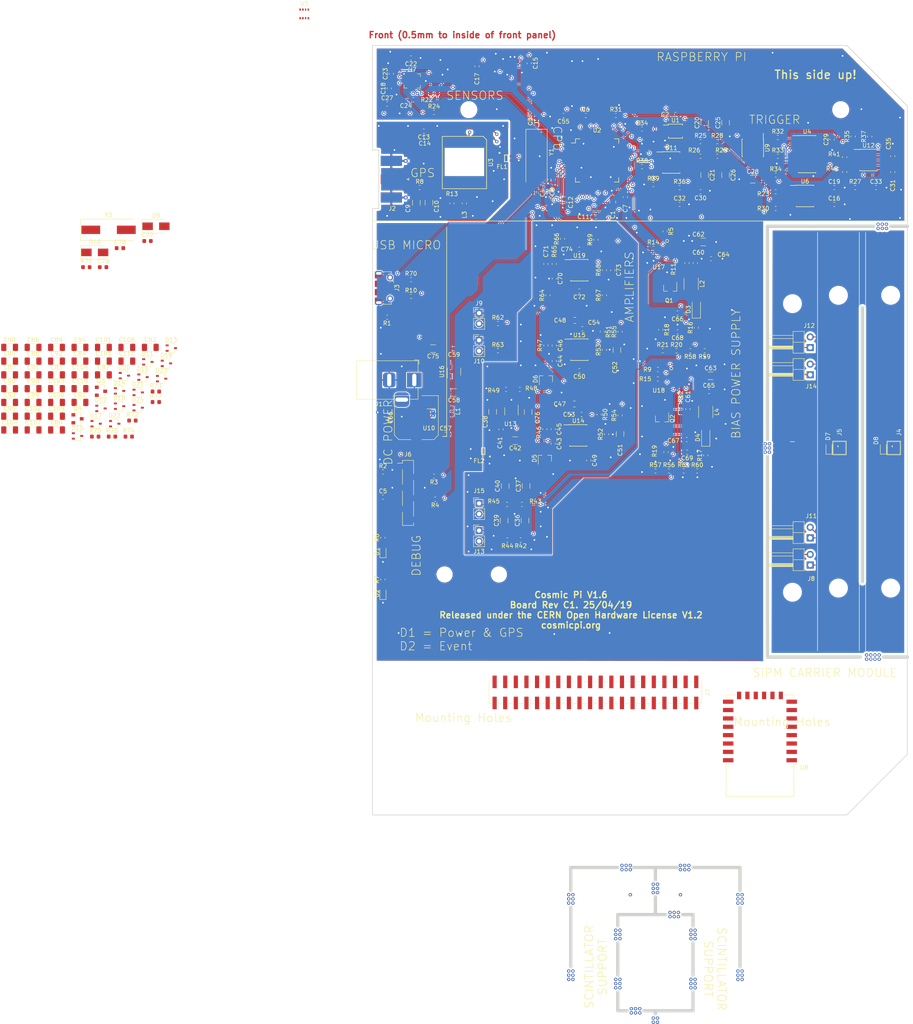
<source format=kicad_pcb>
(kicad_pcb (version 20171130) (host pcbnew 5.1.4-e60b266~84~ubuntu18.04.1)
  (layers (0 F.Cu signal) (1 In1.Cu signal) (2 In2.Cu signal) (31 B.Cu jumper) (34 B.Paste user) (35 F.Paste user) (36 B.SilkS user) (37 F.SilkS user) (38 B.Mask user) (39 F.Mask user) (44 Edge.Cuts user))
  (net 0 "")
  (net 1 "Net-(R32-Pad1)")
  (net 2 TRIG_A)
  (net 3 +3V3)
  (net 4 SDA0)
  (net 5 DAC0)
  (net 6 "Net-(C20-Pad1)")
  (net 7 "Net-(C21-Pad1)")
  (net 8 DAC1)
  (net 9 "Net-(C19-Pad1)")
  (net 10 "Net-(C25-Pad1)")
  (net 11 "Net-(C26-Pad1)")
  (net 12 STRIGOUT_A)
  (net 13 "Net-(C33-Pad1)")
  (net 14 LED1)
  (net 15 "Net-(D1-Pad2)")
  (net 16 SCL0)
  (net 17 "Net-(R34-Pad1)")
  (net 18 "Net-(R35-Pad1)")
  (net 19 "Net-(C32-Pad1)")
  (net 20 STRIGOUT_B)
  (net 21 GND)
  (net 22 TRIG_OUT)
  (net 23 "Net-(J3-Pad6)")
  (net 24 "Net-(C45-Pad1)")
  (net 25 "Net-(C45-Pad2)")
  (net 26 VBIAS1)
  (net 27 "Net-(C36-Pad1)")
  (net 28 "Net-(C37-Pad1)")
  (net 29 VBIAS2)
  (net 30 "Net-(C39-Pad1)")
  (net 31 "Net-(C61-Pad1)")
  (net 32 "Net-(R12-Pad1)")
  (net 33 SWDIO)
  (net 34 "Net-(J6-Pad4)")
  (net 35 "Net-(J6-Pad2)")
  (net 36 SWCLK)
  (net 37 _RESET)
  (net 38 INJ_LED1)
  (net 39 "Net-(D7-Pad2)")
  (net 40 HVPSU_CS1)
  (net 41 LED2)
  (net 42 "Net-(D2-Pad2)")
  (net 43 "Net-(C9-Pad1)")
  (net 44 "Net-(C10-Pad1)")
  (net 45 HVPSU_CS2)
  (net 46 "Net-(R11-Pad1)")
  (net 47 "Net-(C60-Pad1)")
  (net 48 "Net-(L3-Pad1)")
  (net 49 BIASFB2)
  (net 50 HVPSU_DIN)
  (net 51 "Net-(C66-Pad1)")
  (net 52 "Net-(C67-Pad1)")
  (net 53 "Net-(R18-Pad1)")
  (net 54 "Net-(R18-Pad2)")
  (net 55 "Net-(R19-Pad2)")
  (net 56 "Net-(R19-Pad1)")
  (net 57 BIASFB1)
  (net 58 SHAPED_OUT_2)
  (net 59 "Net-(C73-Pad1)")
  (net 60 "Net-(C73-Pad2)")
  (net 61 TAP2)
  (net 62 "Net-(C71-Pad1)")
  (net 63 SHAPED_OUT_1)
  (net 64 "Net-(C71-Pad2)")
  (net 65 TAP1)
  (net 66 "Net-(D8-Pad2)")
  (net 67 "Net-(C52-Pad2)")
  (net 68 "Net-(C52-Pad1)")
  (net 69 "Net-(C40-Pad1)")
  (net 70 /analog/SIGNAL_OUT_2)
  (net 71 "Net-(C51-Pad1)")
  (net 72 /analog/SIGNAL_OUT_1)
  (net 73 "Net-(R23-Pad1)")
  (net 74 "Net-(C51-Pad2)")
  (net 75 GNDREF)
  (net 76 V_OFFSET)
  (net 77 +3.3VA)
  (net 78 "Net-(C46-Pad1)")
  (net 79 "Net-(C46-Pad2)")
  (net 80 TRIG_B)
  (net 81 "Net-(R33-Pad1)")
  (net 82 +5V)
  (net 83 "Net-(C59-Pad1)")
  (net 84 "Net-(C41-Pad1)")
  (net 85 "Net-(C38-Pad1)")
  (net 86 "Net-(Q1-Pad1)")
  (net 87 "Net-(D3-Pad2)")
  (net 88 "Net-(D4-Pad2)")
  (net 89 "Net-(Q2-Pad1)")
  (net 90 "Net-(C56-Pad2)")
  (net 91 "Net-(L1-Pad1)")
  (net 92 "Net-(U10-Pad8)")
  (net 93 "Net-(C31-Pad1)")
  (net 94 "Net-(C30-Pad1)")
  (net 95 "Net-(C16-Pad1)")
  (net 96 "Net-(U4-Pad11)")
  (net 97 ACC_INT1)
  (net 98 ACC_INT2)
  (net 99 "Net-(C3-Pad1)")
  (net 100 "Net-(C4-Pad1)")
  (net 101 "Net-(U2-Pad8)")
  (net 102 HVPSU_CL1)
  (net 103 HVPSU_CL2)
  (net 104 TX0)
  (net 105 RX0)
  (net 106 "Net-(U2-Pad24)")
  (net 107 "Net-(U2-Pad25)")
  (net 108 FLAG)
  (net 109 "Net-(U2-Pad28)")
  (net 110 "Net-(C1-Pad1)")
  (net 111 "Net-(U2-Pad33)")
  (net 112 HVPSU_SCLK)
  (net 113 "Net-(U2-Pad37)")
  (net 114 MAG_INT)
  (net 115 USB_OTG_VBUS)
  (net 116 GPSTX)
  (net 117 USB_OTG_DM)
  (net 118 USB_OTG_DP)
  (net 119 GPSPPS)
  (net 120 "Net-(U2-Pad51)")
  (net 121 "Net-(U2-Pad54)")
  (net 122 GPSRX)
  (net 123 BOOT0)
  (net 124 "Net-(U2-Pad62)")
  (net 125 "Net-(C23-Pad2)")
  (net 126 "Net-(C22-Pad2)")
  (net 127 "Net-(U7-Pad9)")
  (net 128 "Net-(U7-Pad13)")
  (net 129 "Net-(U8-Pad4)")
  (net 130 "Net-(C13-Pad1)")
  (net 131 "Net-(L3-Pad2)")
  (net 132 GNDD)
  (net 133 "Net-(U3-Pad17)")
  (net 134 "Net-(U3-Pad16)")
  (net 135 "Net-(U3-Pad13)")
  (net 136 "Net-(J3-Pad4)")
  (net 137 "Net-(J7-Pad1)")
  (net 138 "Net-(J7-Pad13)")
  (net 139 "Net-(J7-Pad15)")
  (net 140 "Net-(J7-Pad16)")
  (net 141 "Net-(J7-Pad17)")
  (net 142 "Net-(J7-Pad18)")
  (net 143 "Net-(J7-Pad19)")
  (net 144 "Net-(J7-Pad21)")
  (net 145 "Net-(J7-Pad22)")
  (net 146 "Net-(J7-Pad23)")
  (net 147 "Net-(J7-Pad24)")
  (net 148 "Net-(J7-Pad26)")
  (net 149 "Net-(J7-Pad27)")
  (net 150 "Net-(J7-Pad28)")
  (net 151 "Net-(J7-Pad29)")
  (net 152 "Net-(J7-Pad31)")
  (net 153 "Net-(J7-Pad32)")
  (net 154 "Net-(J7-Pad33)")
  (net 155 "Net-(J7-Pad35)")
  (net 156 "Net-(J7-Pad36)")
  (net 157 "Net-(J7-Pad37)")
  (net 158 "Net-(J7-Pad38)")
  (net 159 "Net-(J7-Pad40)")
  (net 160 "Net-(J6-Pad6)")
  (net 161 "Net-(J1-Pad3)")
  (net 162 "Net-(J10-Pad2)")
  (net 163 "Net-(J9-Pad2)")
  (net 164 "Net-(D8-Pad1)")
  (net 165 "Net-(D7-Pad1)")
  (net 166 "Net-(J14-Pad1)")
  (net 167 "Net-(J14-Pad2)")
  (net 168 "Net-(J12-Pad2)")
  (net 169 "Net-(J12-Pad1)")
  (net 170 "Net-(J3-Pad2)")
  (net 171 "Net-(J3-Pad3)")
  (net 172 "Net-(U2-Pad35)")
  (net 173 "Net-(U2-Pad36)")
  (net 174 "Net-(U2-Pad2)")
  (net 175 "Net-(C56-Pad1)")
  (net 176 "Net-(C77-Pad1)")
  (net 177 "Net-(C78-Pad1)")
  (net 178 ESP_Reset)
  (net 179 "Net-(C80-Pad1)")
  (net 180 "Net-(C81-Pad2)")
  (net 181 "Net-(C81-Pad1)")
  (net 182 "Net-(C82-Pad1)")
  (net 183 "Net-(C83-Pad2)")
  (net 184 "Net-(C84-Pad1)")
  (net 185 "Net-(C85-Pad2)")
  (net 186 "Net-(C86-Pad1)")
  (net 187 "Net-(C87-Pad2)")
  (net 188 "Net-(C88-Pad1)")
  (net 189 "Net-(C89-Pad2)")
  (net 190 "Net-(C90-Pad1)")
  (net 191 "Net-(C91-Pad2)")
  (net 192 "Net-(C92-Pad1)")
  (net 193 "Net-(C93-Pad2)")
  (net 194 "Net-(C96-Pad1)")
  (net 195 "Net-(C97-Pad2)")
  (net 196 "Net-(C97-Pad1)")
  (net 197 "Net-(C100-Pad2)")
  (net 198 "Net-(C101-Pad1)")
  (net 199 "Net-(C100-Pad1)")
  (net 200 "Net-(C101-Pad2)")
  (net 201 "Net-(C102-Pad1)")
  (net 202 "Net-(C103-Pad2)")
  (net 203 "Net-(C104-Pad1)")
  (net 204 "Net-(C105-Pad2)")
  (net 205 "Net-(C106-Pad1)")
  (net 206 "Net-(C107-Pad2)")
  (net 207 "Net-(C108-Pad1)")
  (net 208 "Net-(C109-Pad2)")
  (net 209 "Net-(D9-Pad1)")
  (net 210 "Net-(D10-Pad1)")
  (net 211 ESP_Boot)
  (net 212 PSU_B_DRIVE)
  (net 213 PSU_A_DRIVE)
  (net 214 pwr_led)
  (net 215 evt_led)
  (net 216 "Net-(U2-Pad29)")
  (net 217 "Net-(U2-Pad40)")
  (net 218 "Net-(U2-Pad56)")
  (net 219 "Net-(U2-Pad58)")
  (net 220 "Net-(U7-Pad10)")
  (net 221 "Net-(U7-Pad11)")
  (net 222 "Net-(U7-Pad12)")
  (net 223 "Net-(U8-Pad20)")
  (net 224 "Net-(U8-Pad19)")
  (net 225 "Net-(U8-Pad17)")
  (net 226 "Net-(U8-Pad16)")
  (net 227 "Net-(U8-Pad14)")
  (net 228 "Net-(U8-Pad13)")
  (net 229 "Net-(U8-Pad12)")
  (net 230 "Net-(U8-Pad11)")
  (net 231 "Net-(U8-Pad10)")
  (net 232 "Net-(U8-Pad9)")
  (net 233 "Net-(U8-Pad7)")
  (net 234 "Net-(U8-Pad6)")
  (net 235 "Net-(U8-Pad5)")
  (net 236 "Net-(U8-Pad2)")
  (module Capacitor_SMD:C_Elec_10x10.2 (layer F.Cu) (at 27 107 90)
    (fp_text reference C56 (at 0 -6.2 90) (layer F.SilkS))
    (fp_text value 470u)
    (pad 2 smd roundrect (at 4.4 0 90) (size 4.6 2.1) (layers F.Cu F.Paste F.Mask) (roundrect_rratio 0.119048) (net 21 GND))
    (pad 1 smd roundrect (at -4.4 0 90) (size 4.6 2.1) (layers F.Cu F.Paste F.Mask) (roundrect_rratio 0.119048) (net 175 "Net-(C56-Pad1)"))
  )
  (module Crystal:Crystal_SMD_HC49-SD (layer F.Cu) (at -46.668 62.09)
    (fp_text reference Y2 (at 0 -3.55) (layer F.SilkS))
    (fp_text value 32.768KHz)
    (pad 2 smd rect (at 4.25 0) (size 4.5 2) (layers F.Cu F.Paste F.Mask) (net 177 "Net-(C78-Pad1)"))
    (pad 1 smd rect (at -4.25 0) (size 4.5 2) (layers F.Cu F.Paste F.Mask) (net 176 "Net-(C77-Pad1)"))
  )
  (module RF_Module:ESP-12E (layer F.Cu) (at 109.22 185.42 180)
    (fp_text reference U8 (at -10.56 -5.26) (layer F.SilkS))
    (fp_text value ESP-12F)
    (pad 22 smd rect (at 7.6 -3.5 180) (size 2.5 1) (layers F.Cu F.Paste F.Mask) (net 105 RX0))
    (pad 21 smd rect (at 7.6 -1.5 180) (size 2.5 1) (layers F.Cu F.Paste F.Mask) (net 104 TX0))
    (pad 20 smd rect (at 7.6 0.5 180) (size 2.5 1) (layers F.Cu F.Paste F.Mask) (net 223 "Net-(U8-Pad20)"))
    (pad 19 smd rect (at 7.6 2.5 180) (size 2.5 1) (layers F.Cu F.Paste F.Mask) (net 224 "Net-(U8-Pad19)"))
    (pad 18 smd rect (at 7.6 4.5 180) (size 2.5 1) (layers F.Cu F.Paste F.Mask) (net 211 ESP_Boot))
    (pad 17 smd rect (at 7.6 6.5 180) (size 2.5 1) (layers F.Cu F.Paste F.Mask) (net 225 "Net-(U8-Pad17)"))
    (pad 16 smd rect (at 7.6 8.5 180) (size 2.5 1) (layers F.Cu F.Paste F.Mask) (net 226 "Net-(U8-Pad16)"))
    (pad 15 smd rect (at 7.6 10.5 180) (size 2.5 1) (layers F.Cu F.Paste F.Mask) (net 21 GND))
    (pad 14 smd rect (at 5 12 180) (size 1 1.8) (layers F.Cu F.Paste F.Mask) (net 227 "Net-(U8-Pad14)"))
    (pad 13 smd rect (at 3 12 180) (size 1 1.8) (layers F.Cu F.Paste F.Mask) (net 228 "Net-(U8-Pad13)"))
    (pad 12 smd rect (at 1 12 180) (size 1 1.8) (layers F.Cu F.Paste F.Mask) (net 229 "Net-(U8-Pad12)"))
    (pad 11 smd rect (at -1 12 180) (size 1 1.8) (layers F.Cu F.Paste F.Mask) (net 230 "Net-(U8-Pad11)"))
    (pad 10 smd rect (at -3 12 180) (size 1 1.8) (layers F.Cu F.Paste F.Mask) (net 231 "Net-(U8-Pad10)"))
    (pad 9 smd rect (at -5 12 180) (size 1 1.8) (layers F.Cu F.Paste F.Mask) (net 232 "Net-(U8-Pad9)"))
    (pad 8 smd rect (at -7.6 10.5 180) (size 2.5 1) (layers F.Cu F.Paste F.Mask) (net 3 +3V3))
    (pad 7 smd rect (at -7.6 8.5 180) (size 2.5 1) (layers F.Cu F.Paste F.Mask) (net 233 "Net-(U8-Pad7)"))
    (pad 6 smd rect (at -7.6 6.5 180) (size 2.5 1) (layers F.Cu F.Paste F.Mask) (net 234 "Net-(U8-Pad6)"))
    (pad 5 smd rect (at -7.6 4.5 180) (size 2.5 1) (layers F.Cu F.Paste F.Mask) (net 235 "Net-(U8-Pad5)"))
    (pad 4 smd rect (at -7.6 2.5 180) (size 2.5 1) (layers F.Cu F.Paste F.Mask) (net 129 "Net-(U8-Pad4)"))
    (pad 3 smd rect (at -7.6 0.5 180) (size 2.5 1) (layers F.Cu F.Paste F.Mask) (net 3 +3V3))
    (pad 2 smd rect (at -7.6 -1.5 180) (size 2.5 1) (layers F.Cu F.Paste F.Mask) (net 236 "Net-(U8-Pad2)"))
    (pad 1 smd rect (at -7.6 -3.5 180) (size 2.5 1) (layers F.Cu F.Paste F.Mask) (net 178 ESP_Reset))
  )
  (module Resistor_SMD:R_0603_1608Metric (layer F.Cu) (at -35.348 103.27)
    (fp_text reference R77 (at 0 -1.43) (layer F.SilkS))
    (fp_text value 10k)
    (pad 2 smd roundrect (at 0.7875 0) (size 0.875 0.95) (layers F.Cu F.Paste F.Mask) (net 26 VBIAS1))
    (pad 1 smd roundrect (at -0.7875 0) (size 0.875 0.95) (layers F.Cu F.Paste F.Mask) (net 208 "Net-(C109-Pad2)"))
  )
  (module Resistor_SMD:R_0603_1608Metric (layer F.Cu) (at -45.848 111.53)
    (fp_text reference R76 (at 0 -1.43) (layer F.SilkS))
    (fp_text value 180)
    (pad 2 smd roundrect (at 0.7875 0) (size 0.875 0.95) (layers F.Cu F.Paste F.Mask) (net 82 +5V))
    (pad 1 smd roundrect (at -0.7875 0) (size 0.875 0.95) (layers F.Cu F.Paste F.Mask) (net 196 "Net-(C97-Pad1)"))
  )
  (module Resistor_SMD:R_0603_1608Metric (layer F.Cu) (at -49.858 111.53)
    (fp_text reference R75 (at 0 -1.43) (layer F.SilkS))
    (fp_text value 10k)
    (pad 2 smd roundrect (at 0.7875 0) (size 0.875 0.95) (layers F.Cu F.Paste F.Mask) (net 3 +3V3))
    (pad 1 smd roundrect (at -0.7875 0) (size 0.875 0.95) (layers F.Cu F.Paste F.Mask) (net 213 PSU_A_DRIVE))
  )
  (module Resistor_SMD:R_0603_1608Metric (layer F.Cu) (at -41.838 111.53)
    (fp_text reference R74 (at 0 -1.43) (layer F.SilkS))
    (fp_text value 10k)
    (pad 2 smd roundrect (at 0.7875 0) (size 0.875 0.95) (layers F.Cu F.Paste F.Mask) (net 29 VBIAS2))
    (pad 1 smd roundrect (at -0.7875 0) (size 0.875 0.95) (layers F.Cu F.Paste F.Mask) (net 193 "Net-(C93-Pad2)"))
  )
  (module Resistor_SMD:R_0603_1608Metric (layer F.Cu) (at -35.348 100.76)
    (fp_text reference R73 (at 0 -1.43) (layer F.SilkS))
    (fp_text value 180)
    (pad 2 smd roundrect (at 0.7875 0) (size 0.875 0.95) (layers F.Cu F.Paste F.Mask) (net 82 +5V))
    (pad 1 smd roundrect (at -0.7875 0) (size 0.875 0.95) (layers F.Cu F.Paste F.Mask) (net 181 "Net-(C81-Pad1)"))
  )
  (module Resistor_SMD:R_0603_1608Metric (layer F.Cu) (at -40.958 107.7)
    (fp_text reference R72 (at 0 -1.43) (layer F.SilkS))
    (fp_text value 10k)
    (pad 2 smd roundrect (at 0.7875 0) (size 0.875 0.95) (layers F.Cu F.Paste F.Mask) (net 3 +3V3))
    (pad 1 smd roundrect (at -0.7875 0) (size 0.875 0.95) (layers F.Cu F.Paste F.Mask) (net 212 PSU_B_DRIVE))
  )
  (module Resistor_SMD:R_0603_1608Metric (layer F.Cu) (at -51.988 71.02)
    (fp_text reference R71 (at 0 -1.43) (layer F.SilkS))
    (fp_text value 100k)
    (pad 2 smd roundrect (at 0.7875 0) (size 0.875 0.95) (layers F.Cu F.Paste F.Mask) (net 3 +3V3))
    (pad 1 smd roundrect (at -0.7875 0) (size 0.875 0.95) (layers F.Cu F.Paste F.Mask) (net 178 ESP_Reset))
  )
  (module Package_TO_SOT_SMD:SOT-23 (layer F.Cu) (at -54.088 107.28)
    (fp_text reference Q4 (at 0 -2.5) (layer F.SilkS))
    (fp_text value BSS123)
    (pad 3 smd rect (at 1 0) (size 0.9 0.8) (layers F.Cu F.Paste F.Mask) (net 196 "Net-(C97-Pad1)"))
    (pad 2 smd rect (at -1 0.95) (size 0.9 0.8) (layers F.Cu F.Paste F.Mask) (net 213 PSU_A_DRIVE))
    (pad 1 smd rect (at -1 -0.95) (size 0.9 0.8) (layers F.Cu F.Paste F.Mask) (net 3 +3V3))
  )
  (module Package_TO_SOT_SMD:SOT-23 (layer F.Cu) (at -48.478 100.7)
    (fp_text reference Q3 (at 0 -2.5) (layer F.SilkS))
    (fp_text value BSS123)
    (pad 3 smd rect (at 1 0) (size 0.9 0.8) (layers F.Cu F.Paste F.Mask) (net 181 "Net-(C81-Pad1)"))
    (pad 2 smd rect (at -1 0.95) (size 0.9 0.8) (layers F.Cu F.Paste F.Mask) (net 212 PSU_B_DRIVE))
    (pad 1 smd rect (at -1 -0.95) (size 0.9 0.8) (layers F.Cu F.Paste F.Mask) (net 3 +3V3))
  )
  (module Package_TO_SOT_SMD:SOT-323_SC-70 (layer F.Cu) (at -39.578 104.62)
    (fp_text reference D24 (at -0.05 -1.95) (layer F.SilkS))
    (fp_text value BAT54SW)
    (pad 3 smd rect (at 1 0 270) (size 0.45 0.7) (layers F.Cu F.Paste F.Mask) (net 207 "Net-(C108-Pad1)"))
    (pad 2 smd rect (at -1 0.65 270) (size 0.45 0.7) (layers F.Cu F.Paste F.Mask) (net 208 "Net-(C109-Pad2)"))
    (pad 1 smd rect (at -1 -0.65 270) (size 0.45 0.7) (layers F.Cu F.Paste F.Mask) (net 206 "Net-(C107-Pad2)"))
  )
  (module Package_TO_SOT_SMD:SOT-323_SC-70 (layer F.Cu) (at -33.968 97.68)
    (fp_text reference D23 (at -0.05 -1.95) (layer F.SilkS))
    (fp_text value BAT54SW)
    (pad 3 smd rect (at 1 0 270) (size 0.45 0.7) (layers F.Cu F.Paste F.Mask) (net 205 "Net-(C106-Pad1)"))
    (pad 2 smd rect (at -1 0.65 270) (size 0.45 0.7) (layers F.Cu F.Paste F.Mask) (net 206 "Net-(C107-Pad2)"))
    (pad 1 smd rect (at -1 -0.65 270) (size 0.45 0.7) (layers F.Cu F.Paste F.Mask) (net 204 "Net-(C105-Pad2)"))
  )
  (module Package_TO_SOT_SMD:SOT-323_SC-70 (layer F.Cu) (at -45.188 108.45)
    (fp_text reference D22 (at -0.05 -1.95) (layer F.SilkS))
    (fp_text value BAT54SW)
    (pad 3 smd rect (at 1 0 270) (size 0.45 0.7) (layers F.Cu F.Paste F.Mask) (net 203 "Net-(C104-Pad1)"))
    (pad 2 smd rect (at -1 0.65 270) (size 0.45 0.7) (layers F.Cu F.Paste F.Mask) (net 204 "Net-(C105-Pad2)"))
    (pad 1 smd rect (at -1 -0.65 270) (size 0.45 0.7) (layers F.Cu F.Paste F.Mask) (net 202 "Net-(C103-Pad2)"))
  )
  (module Package_TO_SOT_SMD:SOT-323_SC-70 (layer F.Cu) (at -39.578 100.97)
    (fp_text reference D21 (at -0.05 -1.95) (layer F.SilkS))
    (fp_text value BAT54SW)
    (pad 3 smd rect (at 1 0 270) (size 0.45 0.7) (layers F.Cu F.Paste F.Mask) (net 201 "Net-(C102-Pad1)"))
    (pad 2 smd rect (at -1 0.65 270) (size 0.45 0.7) (layers F.Cu F.Paste F.Mask) (net 202 "Net-(C103-Pad2)"))
    (pad 1 smd rect (at -1 -0.65 270) (size 0.45 0.7) (layers F.Cu F.Paste F.Mask) (net 200 "Net-(C101-Pad2)"))
  )
  (module Package_TO_SOT_SMD:SOT-323_SC-70 (layer F.Cu) (at -42.868 96.96)
    (fp_text reference D20 (at -0.05 -1.95) (layer F.SilkS))
    (fp_text value BAT54SW)
    (pad 3 smd rect (at 1 0 270) (size 0.45 0.7) (layers F.Cu F.Paste F.Mask) (net 199 "Net-(C100-Pad1)"))
    (pad 2 smd rect (at -1 0.65 270) (size 0.45 0.7) (layers F.Cu F.Paste F.Mask) (net 200 "Net-(C101-Pad2)"))
    (pad 1 smd rect (at -1 -0.65 270) (size 0.45 0.7) (layers F.Cu F.Paste F.Mask) (net 198 "Net-(C101-Pad1)"))
  )
  (module Package_TO_SOT_SMD:SOT-323_SC-70 (layer F.Cu) (at -32.808 94.03)
    (fp_text reference D19 (at -0.05 -1.95) (layer F.SilkS))
    (fp_text value BAT54SW)
    (pad 3 smd rect (at 1 0 270) (size 0.45 0.7) (layers F.Cu F.Paste F.Mask) (net 197 "Net-(C100-Pad2)"))
    (pad 2 smd rect (at -1 0.65 270) (size 0.45 0.7) (layers F.Cu F.Paste F.Mask) (net 198 "Net-(C101-Pad1)"))
    (pad 1 smd rect (at -1 -0.65 270) (size 0.45 0.7) (layers F.Cu F.Paste F.Mask) (net 195 "Net-(C97-Pad2)"))
  )
  (module Package_TO_SOT_SMD:SOT-323_SC-70 (layer F.Cu) (at -44.028 104.26)
    (fp_text reference D18 (at -0.05 -1.95) (layer F.SilkS))
    (fp_text value BAT54SW)
    (pad 3 smd rect (at 1 0 270) (size 0.45 0.7) (layers F.Cu F.Paste F.Mask) (net 194 "Net-(C96-Pad1)"))
    (pad 2 smd rect (at -1 0.65 270) (size 0.45 0.7) (layers F.Cu F.Paste F.Mask) (net 195 "Net-(C97-Pad2)"))
    (pad 1 smd rect (at -1 -0.65 270) (size 0.45 0.7) (layers F.Cu F.Paste F.Mask) (net 196 "Net-(C97-Pad1)"))
  )
  (module Package_TO_SOT_SMD:SOT-323_SC-70 (layer F.Cu) (at -49.638 108.45)
    (fp_text reference D17 (at -0.05 -1.95) (layer F.SilkS))
    (fp_text value BAT54SW)
    (pad 3 smd rect (at 1 0 270) (size 0.45 0.7) (layers F.Cu F.Paste F.Mask) (net 192 "Net-(C92-Pad1)"))
    (pad 2 smd rect (at -1 0.65 270) (size 0.45 0.7) (layers F.Cu F.Paste F.Mask) (net 193 "Net-(C93-Pad2)"))
    (pad 1 smd rect (at -1 -0.65 270) (size 0.45 0.7) (layers F.Cu F.Paste F.Mask) (net 191 "Net-(C91-Pad2)"))
  )
  (module Package_TO_SOT_SMD:SOT-323_SC-70 (layer F.Cu) (at -38.418 97.32)
    (fp_text reference D16 (at -0.05 -1.95) (layer F.SilkS))
    (fp_text value BAT54SW)
    (pad 3 smd rect (at 1 0 270) (size 0.45 0.7) (layers F.Cu F.Paste F.Mask) (net 190 "Net-(C90-Pad1)"))
    (pad 2 smd rect (at -1 0.65 270) (size 0.45 0.7) (layers F.Cu F.Paste F.Mask) (net 191 "Net-(C91-Pad2)"))
    (pad 1 smd rect (at -1 -0.65 270) (size 0.45 0.7) (layers F.Cu F.Paste F.Mask) (net 189 "Net-(C89-Pad2)"))
  )
  (module Package_TO_SOT_SMD:SOT-323_SC-70 (layer F.Cu) (at -54.088 111.38)
    (fp_text reference D15 (at -0.05 -1.95) (layer F.SilkS))
    (fp_text value BAT54SW)
    (pad 3 smd rect (at 1 0 270) (size 0.45 0.7) (layers F.Cu F.Paste F.Mask) (net 188 "Net-(C88-Pad1)"))
    (pad 2 smd rect (at -1 0.65 270) (size 0.45 0.7) (layers F.Cu F.Paste F.Mask) (net 189 "Net-(C89-Pad2)"))
    (pad 1 smd rect (at -1 -0.65 270) (size 0.45 0.7) (layers F.Cu F.Paste F.Mask) (net 187 "Net-(C87-Pad2)"))
  )
  (module Package_TO_SOT_SMD:SOT-323_SC-70 (layer F.Cu) (at -44.028 100.61)
    (fp_text reference D14 (at -0.05 -1.95) (layer F.SilkS))
    (fp_text value BAT54SW)
    (pad 3 smd rect (at 1 0 270) (size 0.45 0.7) (layers F.Cu F.Paste F.Mask) (net 186 "Net-(C86-Pad1)"))
    (pad 2 smd rect (at -1 0.65 270) (size 0.45 0.7) (layers F.Cu F.Paste F.Mask) (net 187 "Net-(C87-Pad2)"))
    (pad 1 smd rect (at -1 -0.65 270) (size 0.45 0.7) (layers F.Cu F.Paste F.Mask) (net 185 "Net-(C85-Pad2)"))
  )
  (module Package_TO_SOT_SMD:SOT-323_SC-70 (layer F.Cu) (at -31.648 90.38)
    (fp_text reference D13 (at -0.05 -1.95) (layer F.SilkS))
    (fp_text value BAT54SW)
    (pad 3 smd rect (at 1 0 270) (size 0.45 0.7) (layers F.Cu F.Paste F.Mask) (net 184 "Net-(C84-Pad1)"))
    (pad 2 smd rect (at -1 0.65 270) (size 0.45 0.7) (layers F.Cu F.Paste F.Mask) (net 185 "Net-(C85-Pad2)"))
    (pad 1 smd rect (at -1 -0.65 270) (size 0.45 0.7) (layers F.Cu F.Paste F.Mask) (net 183 "Net-(C83-Pad2)"))
  )
  (module Package_TO_SOT_SMD:SOT-323_SC-70 (layer F.Cu) (at -48.478 104.8)
    (fp_text reference D12 (at -0.05 -1.95) (layer F.SilkS))
    (fp_text value BAT54SW)
    (pad 3 smd rect (at 1 0 270) (size 0.45 0.7) (layers F.Cu F.Paste F.Mask) (net 182 "Net-(C82-Pad1)"))
    (pad 2 smd rect (at -1 0.65 270) (size 0.45 0.7) (layers F.Cu F.Paste F.Mask) (net 183 "Net-(C83-Pad2)"))
    (pad 1 smd rect (at -1 -0.65 270) (size 0.45 0.7) (layers F.Cu F.Paste F.Mask) (net 180 "Net-(C81-Pad2)"))
  )
  (module Package_TO_SOT_SMD:SOT-323_SC-70 (layer F.Cu) (at -37.258 93.67)
    (fp_text reference D11 (at -0.05 -1.95) (layer F.SilkS))
    (fp_text value BAT54SW)
    (pad 3 smd rect (at 1 0 270) (size 0.45 0.7) (layers F.Cu F.Paste F.Mask) (net 179 "Net-(C80-Pad1)"))
    (pad 2 smd rect (at -1 0.65 270) (size 0.45 0.7) (layers F.Cu F.Paste F.Mask) (net 180 "Net-(C81-Pad2)"))
    (pad 1 smd rect (at -1 -0.65 270) (size 0.45 0.7) (layers F.Cu F.Paste F.Mask) (net 181 "Net-(C81-Pad1)"))
  )
  (module Diode_SMD:D_SMA (layer F.Cu) (at -49.968 67.49)
    (fp_text reference D10 (at 0 -2.5) (layer F.SilkS))
    (fp_text value B140)
    (pad 2 smd rect (at 2 0) (size 2.5 1.8) (layers F.Cu F.Paste F.Mask) (net 82 +5V))
    (pad 1 smd rect (at -2 0) (size 2.5 1.8) (layers F.Cu F.Paste F.Mask) (net 210 "Net-(D10-Pad1)"))
  )
  (module Diode_SMD:D_SMA (layer F.Cu) (at -35.318 61.24)
    (fp_text reference D9 (at 0 -2.5) (layer F.SilkS))
    (fp_text value B140)
    (pad 2 smd rect (at 2 0) (size 2.5 1.8) (layers F.Cu F.Paste F.Mask) (net 175 "Net-(C56-Pad1)"))
    (pad 1 smd rect (at -2 0) (size 2.5 1.8) (layers F.Cu F.Paste F.Mask) (net 209 "Net-(D9-Pad1)"))
  )
  (module Capacitor_SMD:C_1206_3216Metric (layer F.Cu) (at -42.288 93.49)
    (fp_text reference C111 (at 0 -1.82) (layer F.SilkS))
    (fp_text value 10n)
    (pad 2 smd roundrect (at 1.4 0) (size 1.25 1.75) (layers F.Cu F.Paste F.Mask) (roundrect_rratio 0.2) (net 21 GND))
    (pad 1 smd roundrect (at -1.4 0) (size 1.25 1.75) (layers F.Cu F.Paste F.Mask) (roundrect_rratio 0.2) (net 208 "Net-(C109-Pad2)"))
  )
  (module Capacitor_SMD:C_1206_3216Metric (layer F.Cu) (at -53.508 100.07)
    (fp_text reference C110 (at 0 -1.82) (layer F.SilkS))
    (fp_text value 10u)
    (pad 2 smd roundrect (at 1.4 0) (size 1.25 1.75) (layers F.Cu F.Paste F.Mask) (roundrect_rratio 0.2) (net 21 GND))
    (pad 1 smd roundrect (at -1.4 0) (size 1.25 1.75) (layers F.Cu F.Paste F.Mask) (roundrect_rratio 0.2) (net 208 "Net-(C109-Pad2)"))
  )
  (module Capacitor_SMD:C_1206_3216Metric (layer F.Cu) (at -59.118 106.65)
    (fp_text reference C109 (at 0 -1.82) (layer F.SilkS))
    (fp_text value 10u)
    (pad 2 smd roundrect (at 1.4 0) (size 1.25 1.75) (layers F.Cu F.Paste F.Mask) (roundrect_rratio 0.2) (net 208 "Net-(C109-Pad2)"))
    (pad 1 smd roundrect (at -1.4 0) (size 1.25 1.75) (layers F.Cu F.Paste F.Mask) (roundrect_rratio 0.2) (net 206 "Net-(C107-Pad2)"))
  )
  (module Capacitor_SMD:C_1206_3216Metric (layer F.Cu) (at -42.288 90.2)
    (fp_text reference C108 (at 0 -1.82) (layer F.SilkS))
    (fp_text value 10u)
    (pad 2 smd roundrect (at 1.4 0) (size 1.25 1.75) (layers F.Cu F.Paste F.Mask) (roundrect_rratio 0.2) (net 205 "Net-(C106-Pad1)"))
    (pad 1 smd roundrect (at -1.4 0) (size 1.25 1.75) (layers F.Cu F.Paste F.Mask) (roundrect_rratio 0.2) (net 207 "Net-(C108-Pad1)"))
  )
  (module Capacitor_SMD:C_1206_3216Metric (layer F.Cu) (at -64.728 109.94)
    (fp_text reference C107 (at 0 -1.82) (layer F.SilkS))
    (fp_text value 10u)
    (pad 2 smd roundrect (at 1.4 0) (size 1.25 1.75) (layers F.Cu F.Paste F.Mask) (roundrect_rratio 0.2) (net 206 "Net-(C107-Pad2)"))
    (pad 1 smd roundrect (at -1.4 0) (size 1.25 1.75) (layers F.Cu F.Paste F.Mask) (roundrect_rratio 0.2) (net 204 "Net-(C105-Pad2)"))
  )
  (module Capacitor_SMD:C_1206_3216Metric (layer F.Cu) (at -59.118 103.36)
    (fp_text reference C106 (at 0 -1.82) (layer F.SilkS))
    (fp_text value 10u)
    (pad 2 smd roundrect (at 1.4 0) (size 1.25 1.75) (layers F.Cu F.Paste F.Mask) (roundrect_rratio 0.2) (net 203 "Net-(C104-Pad1)"))
    (pad 1 smd roundrect (at -1.4 0) (size 1.25 1.75) (layers F.Cu F.Paste F.Mask) (roundrect_rratio 0.2) (net 205 "Net-(C106-Pad1)"))
  )
  (module Capacitor_SMD:C_1206_3216Metric (layer F.Cu) (at -47.898 93.49)
    (fp_text reference C105 (at 0 -1.82) (layer F.SilkS))
    (fp_text value 10u)
    (pad 2 smd roundrect (at 1.4 0) (size 1.25 1.75) (layers F.Cu F.Paste F.Mask) (roundrect_rratio 0.2) (net 204 "Net-(C105-Pad2)"))
    (pad 1 smd roundrect (at -1.4 0) (size 1.25 1.75) (layers F.Cu F.Paste F.Mask) (roundrect_rratio 0.2) (net 202 "Net-(C103-Pad2)"))
  )
  (module Capacitor_SMD:C_1206_3216Metric (layer F.Cu) (at -53.508 96.78)
    (fp_text reference C104 (at 0 -1.82) (layer F.SilkS))
    (fp_text value 10u)
    (pad 2 smd roundrect (at 1.4 0) (size 1.25 1.75) (layers F.Cu F.Paste F.Mask) (roundrect_rratio 0.2) (net 201 "Net-(C102-Pad1)"))
    (pad 1 smd roundrect (at -1.4 0) (size 1.25 1.75) (layers F.Cu F.Paste F.Mask) (roundrect_rratio 0.2) (net 203 "Net-(C104-Pad1)"))
  )
  (module Capacitor_SMD:C_1206_3216Metric (layer F.Cu) (at -59.118 100.07)
    (fp_text reference C103 (at 0 -1.82) (layer F.SilkS))
    (fp_text value 10u)
    (pad 2 smd roundrect (at 1.4 0) (size 1.25 1.75) (layers F.Cu F.Paste F.Mask) (roundrect_rratio 0.2) (net 202 "Net-(C103-Pad2)"))
    (pad 1 smd roundrect (at -1.4 0) (size 1.25 1.75) (layers F.Cu F.Paste F.Mask) (roundrect_rratio 0.2) (net 200 "Net-(C101-Pad2)"))
  )
  (module Capacitor_SMD:C_1206_3216Metric (layer F.Cu) (at -64.728 106.65)
    (fp_text reference C102 (at 0 -1.82) (layer F.SilkS))
    (fp_text value 10u)
    (pad 2 smd roundrect (at 1.4 0) (size 1.25 1.75) (layers F.Cu F.Paste F.Mask) (roundrect_rratio 0.2) (net 199 "Net-(C100-Pad1)"))
    (pad 1 smd roundrect (at -1.4 0) (size 1.25 1.75) (layers F.Cu F.Paste F.Mask) (roundrect_rratio 0.2) (net 201 "Net-(C102-Pad1)"))
  )
  (module Capacitor_SMD:C_1206_3216Metric (layer F.Cu) (at -47.898 90.2)
    (fp_text reference C101 (at 0 -1.82) (layer F.SilkS))
    (fp_text value 10u)
    (pad 2 smd roundrect (at 1.4 0) (size 1.25 1.75) (layers F.Cu F.Paste F.Mask) (roundrect_rratio 0.2) (net 200 "Net-(C101-Pad2)"))
    (pad 1 smd roundrect (at -1.4 0) (size 1.25 1.75) (layers F.Cu F.Paste F.Mask) (roundrect_rratio 0.2) (net 198 "Net-(C101-Pad1)"))
  )
  (module Capacitor_SMD:C_1206_3216Metric (layer F.Cu) (at -70.338 109.94)
    (fp_text reference C100 (at 0 -1.82) (layer F.SilkS))
    (fp_text value 10u)
    (pad 2 smd roundrect (at 1.4 0) (size 1.25 1.75) (layers F.Cu F.Paste F.Mask) (roundrect_rratio 0.2) (net 197 "Net-(C100-Pad2)"))
    (pad 1 smd roundrect (at -1.4 0) (size 1.25 1.75) (layers F.Cu F.Paste F.Mask) (roundrect_rratio 0.2) (net 199 "Net-(C100-Pad1)"))
  )
  (module Capacitor_SMD:C_1206_3216Metric (layer F.Cu) (at -64.728 103.36)
    (fp_text reference C99 (at 0 -1.82) (layer F.SilkS))
    (fp_text value 10u)
    (pad 2 smd roundrect (at 1.4 0) (size 1.25 1.75) (layers F.Cu F.Paste F.Mask) (roundrect_rratio 0.2) (net 198 "Net-(C101-Pad1)"))
    (pad 1 smd roundrect (at -1.4 0) (size 1.25 1.75) (layers F.Cu F.Paste F.Mask) (roundrect_rratio 0.2) (net 195 "Net-(C97-Pad2)"))
  )
  (module Capacitor_SMD:C_1206_3216Metric (layer F.Cu) (at -70.338 90.2)
    (fp_text reference C98 (at 0 -1.82) (layer F.SilkS))
    (fp_text value 10u)
    (pad 2 smd roundrect (at 1.4 0) (size 1.25 1.75) (layers F.Cu F.Paste F.Mask) (roundrect_rratio 0.2) (net 194 "Net-(C96-Pad1)"))
    (pad 1 smd roundrect (at -1.4 0) (size 1.25 1.75) (layers F.Cu F.Paste F.Mask) (roundrect_rratio 0.2) (net 197 "Net-(C100-Pad2)"))
  )
  (module Capacitor_SMD:C_1206_3216Metric (layer F.Cu) (at -47.898 96.78)
    (fp_text reference C97 (at 0 -1.82) (layer F.SilkS))
    (fp_text value 10u)
    (pad 2 smd roundrect (at 1.4 0) (size 1.25 1.75) (layers F.Cu F.Paste F.Mask) (roundrect_rratio 0.2) (net 195 "Net-(C97-Pad2)"))
    (pad 1 smd roundrect (at -1.4 0) (size 1.25 1.75) (layers F.Cu F.Paste F.Mask) (roundrect_rratio 0.2) (net 196 "Net-(C97-Pad1)"))
  )
  (module Capacitor_SMD:C_1206_3216Metric (layer F.Cu) (at -64.728 100.07)
    (fp_text reference C96 (at 0 -1.82) (layer F.SilkS))
    (fp_text value 10u)
    (pad 2 smd roundrect (at 1.4 0) (size 1.25 1.75) (layers F.Cu F.Paste F.Mask) (roundrect_rratio 0.2) (net 21 GND))
    (pad 1 smd roundrect (at -1.4 0) (size 1.25 1.75) (layers F.Cu F.Paste F.Mask) (roundrect_rratio 0.2) (net 194 "Net-(C96-Pad1)"))
  )
  (module Capacitor_SMD:C_1206_3216Metric (layer F.Cu) (at -70.338 106.65)
    (fp_text reference C95 (at 0 -1.82) (layer F.SilkS))
    (fp_text value 10n)
    (pad 2 smd roundrect (at 1.4 0) (size 1.25 1.75) (layers F.Cu F.Paste F.Mask) (roundrect_rratio 0.2) (net 21 GND))
    (pad 1 smd roundrect (at -1.4 0) (size 1.25 1.75) (layers F.Cu F.Paste F.Mask) (roundrect_rratio 0.2) (net 193 "Net-(C93-Pad2)"))
  )
  (module Capacitor_SMD:C_1206_3216Metric (layer F.Cu) (at -53.508 90.2)
    (fp_text reference C94 (at 0 -1.82) (layer F.SilkS))
    (fp_text value 10u)
    (pad 2 smd roundrect (at 1.4 0) (size 1.25 1.75) (layers F.Cu F.Paste F.Mask) (roundrect_rratio 0.2) (net 21 GND))
    (pad 1 smd roundrect (at -1.4 0) (size 1.25 1.75) (layers F.Cu F.Paste F.Mask) (roundrect_rratio 0.2) (net 193 "Net-(C93-Pad2)"))
  )
  (module Capacitor_SMD:C_1206_3216Metric (layer F.Cu) (at -70.338 103.36)
    (fp_text reference C93 (at 0 -1.82) (layer F.SilkS))
    (fp_text value 10u)
    (pad 2 smd roundrect (at 1.4 0) (size 1.25 1.75) (layers F.Cu F.Paste F.Mask) (roundrect_rratio 0.2) (net 193 "Net-(C93-Pad2)"))
    (pad 1 smd roundrect (at -1.4 0) (size 1.25 1.75) (layers F.Cu F.Paste F.Mask) (roundrect_rratio 0.2) (net 191 "Net-(C91-Pad2)"))
  )
  (module Capacitor_SMD:C_1206_3216Metric (layer F.Cu) (at -59.118 93.49)
    (fp_text reference C92 (at 0 -1.82) (layer F.SilkS))
    (fp_text value 10u)
    (pad 2 smd roundrect (at 1.4 0) (size 1.25 1.75) (layers F.Cu F.Paste F.Mask) (roundrect_rratio 0.2) (net 190 "Net-(C90-Pad1)"))
    (pad 1 smd roundrect (at -1.4 0) (size 1.25 1.75) (layers F.Cu F.Paste F.Mask) (roundrect_rratio 0.2) (net 192 "Net-(C92-Pad1)"))
  )
  (module Capacitor_SMD:C_1206_3216Metric (layer F.Cu) (at -64.728 96.78)
    (fp_text reference C91 (at 0 -1.82) (layer F.SilkS))
    (fp_text value 10u)
    (pad 2 smd roundrect (at 1.4 0) (size 1.25 1.75) (layers F.Cu F.Paste F.Mask) (roundrect_rratio 0.2) (net 191 "Net-(C91-Pad2)"))
    (pad 1 smd roundrect (at -1.4 0) (size 1.25 1.75) (layers F.Cu F.Paste F.Mask) (roundrect_rratio 0.2) (net 189 "Net-(C89-Pad2)"))
  )
  (module Capacitor_SMD:C_1206_3216Metric (layer F.Cu) (at -70.338 100.07)
    (fp_text reference C90 (at 0 -1.82) (layer F.SilkS))
    (fp_text value 10u)
    (pad 2 smd roundrect (at 1.4 0) (size 1.25 1.75) (layers F.Cu F.Paste F.Mask) (roundrect_rratio 0.2) (net 188 "Net-(C88-Pad1)"))
    (pad 1 smd roundrect (at -1.4 0) (size 1.25 1.75) (layers F.Cu F.Paste F.Mask) (roundrect_rratio 0.2) (net 190 "Net-(C90-Pad1)"))
  )
  (module Capacitor_SMD:C_1206_3216Metric (layer F.Cu) (at -59.118 90.2)
    (fp_text reference C89 (at 0 -1.82) (layer F.SilkS))
    (fp_text value 10u)
    (pad 2 smd roundrect (at 1.4 0) (size 1.25 1.75) (layers F.Cu F.Paste F.Mask) (roundrect_rratio 0.2) (net 189 "Net-(C89-Pad2)"))
    (pad 1 smd roundrect (at -1.4 0) (size 1.25 1.75) (layers F.Cu F.Paste F.Mask) (roundrect_rratio 0.2) (net 187 "Net-(C87-Pad2)"))
  )
  (module Capacitor_SMD:C_1206_3216Metric (layer F.Cu) (at -64.728 93.49)
    (fp_text reference C88 (at 0 -1.82) (layer F.SilkS))
    (fp_text value 10u)
    (pad 2 smd roundrect (at 1.4 0) (size 1.25 1.75) (layers F.Cu F.Paste F.Mask) (roundrect_rratio 0.2) (net 186 "Net-(C86-Pad1)"))
    (pad 1 smd roundrect (at -1.4 0) (size 1.25 1.75) (layers F.Cu F.Paste F.Mask) (roundrect_rratio 0.2) (net 188 "Net-(C88-Pad1)"))
  )
  (module Capacitor_SMD:C_1206_3216Metric (layer F.Cu) (at -70.338 96.78)
    (fp_text reference C87 (at 0 -1.82) (layer F.SilkS))
    (fp_text value 10u)
    (pad 2 smd roundrect (at 1.4 0) (size 1.25 1.75) (layers F.Cu F.Paste F.Mask) (roundrect_rratio 0.2) (net 187 "Net-(C87-Pad2)"))
    (pad 1 smd roundrect (at -1.4 0) (size 1.25 1.75) (layers F.Cu F.Paste F.Mask) (roundrect_rratio 0.2) (net 185 "Net-(C85-Pad2)"))
  )
  (module Capacitor_SMD:C_1206_3216Metric (layer F.Cu) (at -64.728 90.2)
    (fp_text reference C86 (at 0 -1.82) (layer F.SilkS))
    (fp_text value 10u)
    (pad 2 smd roundrect (at 1.4 0) (size 1.25 1.75) (layers F.Cu F.Paste F.Mask) (roundrect_rratio 0.2) (net 184 "Net-(C84-Pad1)"))
    (pad 1 smd roundrect (at -1.4 0) (size 1.25 1.75) (layers F.Cu F.Paste F.Mask) (roundrect_rratio 0.2) (net 186 "Net-(C86-Pad1)"))
  )
  (module Capacitor_SMD:C_1206_3216Metric (layer F.Cu) (at -70.338 93.49)
    (fp_text reference C85 (at 0 -1.82) (layer F.SilkS))
    (fp_text value 10u)
    (pad 2 smd roundrect (at 1.4 0) (size 1.25 1.75) (layers F.Cu F.Paste F.Mask) (roundrect_rratio 0.2) (net 185 "Net-(C85-Pad2)"))
    (pad 1 smd roundrect (at -1.4 0) (size 1.25 1.75) (layers F.Cu F.Paste F.Mask) (roundrect_rratio 0.2) (net 183 "Net-(C83-Pad2)"))
  )
  (module Capacitor_SMD:C_1206_3216Metric (layer F.Cu) (at -53.508 93.49)
    (fp_text reference C84 (at 0 -1.82) (layer F.SilkS))
    (fp_text value 10u)
    (pad 2 smd roundrect (at 1.4 0) (size 1.25 1.75) (layers F.Cu F.Paste F.Mask) (roundrect_rratio 0.2) (net 182 "Net-(C82-Pad1)"))
    (pad 1 smd roundrect (at -1.4 0) (size 1.25 1.75) (layers F.Cu F.Paste F.Mask) (roundrect_rratio 0.2) (net 184 "Net-(C84-Pad1)"))
  )
  (module Capacitor_SMD:C_1206_3216Metric (layer F.Cu) (at -59.118 96.78)
    (fp_text reference C83 (at 0 -1.82) (layer F.SilkS))
    (fp_text value 10u)
    (pad 2 smd roundrect (at 1.4 0) (size 1.25 1.75) (layers F.Cu F.Paste F.Mask) (roundrect_rratio 0.2) (net 183 "Net-(C83-Pad2)"))
    (pad 1 smd roundrect (at -1.4 0) (size 1.25 1.75) (layers F.Cu F.Paste F.Mask) (roundrect_rratio 0.2) (net 180 "Net-(C81-Pad2)"))
  )
  (module Capacitor_SMD:C_1206_3216Metric (layer F.Cu) (at -36.678 90.2)
    (fp_text reference C82 (at 0 -1.82) (layer F.SilkS))
    (fp_text value 10u)
    (pad 2 smd roundrect (at 1.4 0) (size 1.25 1.75) (layers F.Cu F.Paste F.Mask) (roundrect_rratio 0.2) (net 179 "Net-(C80-Pad1)"))
    (pad 1 smd roundrect (at -1.4 0) (size 1.25 1.75) (layers F.Cu F.Paste F.Mask) (roundrect_rratio 0.2) (net 182 "Net-(C82-Pad1)"))
  )
  (module Capacitor_SMD:C_1206_3216Metric (layer F.Cu) (at -53.508 103.36)
    (fp_text reference C81 (at 0 -1.82) (layer F.SilkS))
    (fp_text value 10u)
    (pad 2 smd roundrect (at 1.4 0) (size 1.25 1.75) (layers F.Cu F.Paste F.Mask) (roundrect_rratio 0.2) (net 180 "Net-(C81-Pad2)"))
    (pad 1 smd roundrect (at -1.4 0) (size 1.25 1.75) (layers F.Cu F.Paste F.Mask) (roundrect_rratio 0.2) (net 181 "Net-(C81-Pad1)"))
  )
  (module Capacitor_SMD:C_1206_3216Metric (layer F.Cu) (at -59.118 109.94)
    (fp_text reference C80 (at 0 -1.82) (layer F.SilkS))
    (fp_text value 10u)
    (pad 2 smd roundrect (at 1.4 0) (size 1.25 1.75) (layers F.Cu F.Paste F.Mask) (roundrect_rratio 0.2) (net 21 GND))
    (pad 1 smd roundrect (at -1.4 0) (size 1.25 1.75) (layers F.Cu F.Paste F.Mask) (roundrect_rratio 0.2) (net 179 "Net-(C80-Pad1)"))
  )
  (module Capacitor_SMD:C_0603_1608Metric (layer F.Cu) (at -47.978 71.02)
    (fp_text reference C79 (at 0 -1.43) (layer F.SilkS))
    (fp_text value 100n)
    (pad 2 smd roundrect (at 0.7875 0) (size 0.875 0.95) (layers F.Cu F.Paste F.Mask) (net 21 GND))
    (pad 1 smd roundrect (at -0.7875 0) (size 0.875 0.95) (layers F.Cu F.Paste F.Mask) (net 178 ESP_Reset))
  )
  (module Capacitor_SMD:C_0603_1608Metric (layer F.Cu) (at -43.938 66.47)
    (fp_text reference C78 (at 0 -1.43) (layer F.SilkS))
    (fp_text value 4.3p)
    (pad 2 smd roundrect (at 0.7875 0) (size 0.875 0.95) (layers F.Cu F.Paste F.Mask) (net 21 GND))
    (pad 1 smd roundrect (at -0.7875 0) (size 0.875 0.95) (layers F.Cu F.Paste F.Mask) (net 177 "Net-(C78-Pad1)"))
  )
  (module Capacitor_SMD:C_0603_1608Metric (layer F.Cu) (at -37.338 64.77)
    (fp_text reference C77 (at 0 -1.43) (layer F.SilkS))
    (fp_text value 4.3p)
    (pad 2 smd roundrect (at 0.7875 0) (size 0.875 0.95) (layers F.Cu F.Paste F.Mask) (net 21 GND))
    (pad 1 smd roundrect (at -0.7875 0) (size 0.875 0.95) (layers F.Cu F.Paste F.Mask) (net 176 "Net-(C77-Pad1)"))
  )
  (module Package_LGA:Bosch_LGA-8_2.5x2.5mm_P0.65mm_ClockwisePinNumbering (layer F.Cu) (at 0.165001 10.455001)
    (fp_text reference U5 (at 0.015 -2.465) (layer F.SilkS))
    (fp_text value BME280)
    (pad 5 smd rect (at 0.975 1.025 90) (size 0.5 0.35) (layers F.Cu F.Paste F.Mask) (net 21 GND))
    (pad 6 smd rect (at 0.325 1.025 90) (size 0.5 0.35) (layers F.Cu F.Paste F.Mask) (net 3 +3V3))
    (pad 7 smd rect (at -0.325 1.025 90) (size 0.5 0.35) (layers F.Cu F.Paste F.Mask) (net 21 GND))
    (pad 8 smd rect (at -0.975 1.025 90) (size 0.5 0.35) (layers F.Cu F.Paste F.Mask) (net 3 +3V3))
    (pad 1 smd rect (at -0.975 -1.025 90) (size 0.5 0.35) (layers F.Cu F.Paste F.Mask) (net 21 GND))
    (pad 2 smd rect (at -0.325 -1.025 90) (size 0.5 0.35) (layers F.Cu F.Paste F.Mask) (net 3 +3V3))
    (pad 3 smd rect (at 0.325 -1.025 90) (size 0.5 0.35) (layers F.Cu F.Paste F.Mask) (net 4 SDA0))
    (pad 4 smd rect (at 0.975 -1.025 90) (size 0.5 0.35) (layers F.Cu F.Paste F.Mask) (net 16 SCL0))
  )
  (module Connector_PinSocket_2.54mm:PinSocket_2x20_P2.54mm_Vertical_SMD (layer F.Cu) (at 69.85 172.7 270)
    (fp_text reference J7 (at 0 -26.9 270) (layer F.SilkS))
    (fp_text value Raspberry_Pi_2_3)
    (pad 1 smd rect (at 2.52 -24.13 270) (size 3 1) (layers F.Cu F.Paste F.Mask) (net 137 "Net-(J7-Pad1)"))
    (pad 2 smd rect (at -2.52 -24.13 270) (size 3 1) (layers F.Cu F.Paste F.Mask) (net 82 +5V))
    (pad 3 smd rect (at 2.52 -21.59 270) (size 3 1) (layers F.Cu F.Paste F.Mask) (net 178 ESP_Reset))
    (pad 4 smd rect (at -2.52 -21.59 270) (size 3 1) (layers F.Cu F.Paste F.Mask) (net 82 +5V))
    (pad 5 smd rect (at 2.52 -19.05 270) (size 3 1) (layers F.Cu F.Paste F.Mask) (net 211 ESP_Boot))
    (pad 6 smd rect (at -2.52 -19.05 270) (size 3 1) (layers F.Cu F.Paste F.Mask) (net 21 GND))
    (pad 7 smd rect (at 2.52 -16.51 270) (size 3 1) (layers F.Cu F.Paste F.Mask) (net 37 _RESET))
    (pad 8 smd rect (at -2.52 -16.51 270) (size 3 1) (layers F.Cu F.Paste F.Mask) (net 105 RX0))
    (pad 9 smd rect (at 2.52 -13.97 270) (size 3 1) (layers F.Cu F.Paste F.Mask) (net 21 GND))
    (pad 10 smd rect (at -2.52 -13.97 270) (size 3 1) (layers F.Cu F.Paste F.Mask) (net 104 TX0))
    (pad 11 smd rect (at 2.52 -11.43 270) (size 3 1) (layers F.Cu F.Paste F.Mask) (net 108 FLAG))
    (pad 12 smd rect (at -2.52 -11.43 270) (size 3 1) (layers F.Cu F.Paste F.Mask) (net 123 BOOT0))
    (pad 13 smd rect (at 2.52 -8.89 270) (size 3 1) (layers F.Cu F.Paste F.Mask) (net 138 "Net-(J7-Pad13)"))
    (pad 14 smd rect (at -2.52 -8.89 270) (size 3 1) (layers F.Cu F.Paste F.Mask) (net 21 GND))
    (pad 15 smd rect (at 2.52 -6.35 270) (size 3 1) (layers F.Cu F.Paste F.Mask) (net 139 "Net-(J7-Pad15)"))
    (pad 16 smd rect (at -2.52 -6.35 270) (size 3 1) (layers F.Cu F.Paste F.Mask) (net 140 "Net-(J7-Pad16)"))
    (pad 17 smd rect (at 2.52 -3.81 270) (size 3 1) (layers F.Cu F.Paste F.Mask) (net 141 "Net-(J7-Pad17)"))
    (pad 18 smd rect (at -2.52 -3.81 270) (size 3 1) (layers F.Cu F.Paste F.Mask) (net 142 "Net-(J7-Pad18)"))
    (pad 19 smd rect (at 2.52 -1.27 270) (size 3 1) (layers F.Cu F.Paste F.Mask) (net 143 "Net-(J7-Pad19)"))
    (pad 20 smd rect (at -2.52 -1.27 270) (size 3 1) (layers F.Cu F.Paste F.Mask) (net 21 GND))
    (pad 21 smd rect (at 2.52 1.27 270) (size 3 1) (layers F.Cu F.Paste F.Mask) (net 144 "Net-(J7-Pad21)"))
    (pad 22 smd rect (at -2.52 1.27 270) (size 3 1) (layers F.Cu F.Paste F.Mask) (net 145 "Net-(J7-Pad22)"))
    (pad 23 smd rect (at 2.52 3.81 270) (size 3 1) (layers F.Cu F.Paste F.Mask) (net 146 "Net-(J7-Pad23)"))
    (pad 24 smd rect (at -2.52 3.81 270) (size 3 1) (layers F.Cu F.Paste F.Mask) (net 147 "Net-(J7-Pad24)"))
    (pad 25 smd rect (at 2.52 6.35 270) (size 3 1) (layers F.Cu F.Paste F.Mask) (net 21 GND))
    (pad 26 smd rect (at -2.52 6.35 270) (size 3 1) (layers F.Cu F.Paste F.Mask) (net 148 "Net-(J7-Pad26)"))
    (pad 27 smd rect (at 2.52 8.89 270) (size 3 1) (layers F.Cu F.Paste F.Mask) (net 149 "Net-(J7-Pad27)"))
    (pad 28 smd rect (at -2.52 8.89 270) (size 3 1) (layers F.Cu F.Paste F.Mask) (net 150 "Net-(J7-Pad28)"))
    (pad 29 smd rect (at 2.52 11.43 270) (size 3 1) (layers F.Cu F.Paste F.Mask) (net 151 "Net-(J7-Pad29)"))
    (pad 30 smd rect (at -2.52 11.43 270) (size 3 1) (layers F.Cu F.Paste F.Mask) (net 21 GND))
    (pad 31 smd rect (at 2.52 13.97 270) (size 3 1) (layers F.Cu F.Paste F.Mask) (net 152 "Net-(J7-Pad31)"))
    (pad 32 smd rect (at -2.52 13.97 270) (size 3 1) (layers F.Cu F.Paste F.Mask) (net 153 "Net-(J7-Pad32)"))
    (pad 33 smd rect (at 2.52 16.51 270) (size 3 1) (layers F.Cu F.Paste F.Mask) (net 154 "Net-(J7-Pad33)"))
    (pad 34 smd rect (at -2.52 16.51 270) (size 3 1) (layers F.Cu F.Paste F.Mask) (net 21 GND))
    (pad 35 smd rect (at 2.52 19.05 270) (size 3 1) (layers F.Cu F.Paste F.Mask) (net 155 "Net-(J7-Pad35)"))
    (pad 36 smd rect (at -2.52 19.05 270) (size 3 1) (layers F.Cu F.Paste F.Mask) (net 156 "Net-(J7-Pad36)"))
    (pad 37 smd rect (at 2.52 21.59 270) (size 3 1) (layers F.Cu F.Paste F.Mask) (net 157 "Net-(J7-Pad37)"))
    (pad 38 smd rect (at -2.52 21.59 270) (size 3 1) (layers F.Cu F.Paste F.Mask) (net 158 "Net-(J7-Pad38)"))
    (pad 39 smd rect (at 2.52 24.13 270) (size 3 1) (layers F.Cu F.Paste F.Mask) (net 21 GND))
    (pad 40 smd rect (at -2.52 24.13 270) (size 3 1) (layers F.Cu F.Paste F.Mask) (net 159 "Net-(J7-Pad40)"))
  )
  (module maximsmd:QFN-12-1EP_4x4mm_P0.8mm (layer F.Cu) (at 89.75 97)
    (fp_text reference U18 (at -4.75 3.5) (layer F.SilkS))
    (fp_text value MAX1932)
    (pad 1 smd rect (at -1.84 -0.8) (size 0.95 0.35) (layers F.Cu F.Paste F.Mask) (net 112 HVPSU_SCLK))
    (pad 2 smd rect (at -1.84 0) (size 0.95 0.35) (layers F.Cu F.Paste F.Mask) (net 50 HVPSU_DIN))
    (pad 3 smd rect (at -1.84 0.8) (size 0.95 0.35) (layers F.Cu F.Paste F.Mask) (net 103 HVPSU_CL2))
    (pad 8 smd rect (at 1.84 0) (size 0.95 0.35) (layers F.Cu F.Paste F.Mask) (net 32 "Net-(R12-Pad1)"))
    (pad 7 smd rect (at 1.84 0.8) (size 0.95 0.35) (layers F.Cu F.Paste F.Mask) (net 56 "Net-(R19-Pad1)"))
    (pad 9 smd rect (at 1.84 -0.8) (size 0.95 0.35) (layers F.Cu F.Paste F.Mask) (net 21 GND))
    (pad 10 smd rect (at 0.8 -1.84 90) (size 0.95 0.35) (layers F.Cu F.Paste F.Mask) (net 89 "Net-(Q2-Pad1)"))
    (pad 11 smd rect (at 0 -1.84 90) (size 0.95 0.35) (layers F.Cu F.Paste F.Mask) (net 82 +5V))
    (pad 12 smd rect (at -0.8 -1.84 90) (size 0.95 0.35) (layers F.Cu F.Paste F.Mask) (net 45 HVPSU_CS2))
    (pad 5 smd rect (at 0 1.84 90) (size 0.95 0.35) (layers F.Cu F.Paste F.Mask) (net 29 VBIAS2))
    (pad 4 smd rect (at -0.8 1.84 90) (size 0.95 0.35) (layers F.Cu F.Paste F.Mask) (net 52 "Net-(C67-Pad1)"))
    (pad 6 smd rect (at 0.8 1.84 90) (size 0.95 0.35) (layers F.Cu F.Paste F.Mask) (net 55 "Net-(R19-Pad2)"))
    (pad "" smd rect (at 0 0) (size 2 2) (layers F.Cu F.Paste F.Mask))
  )
  (module maximsmd:QFN-12-1EP_4x4mm_P0.8mm (layer F.Cu) (at 89 66.5)
    (fp_text reference U17 (at -4 4.5) (layer F.SilkS))
    (fp_text value MAX1932)
    (pad 1 smd rect (at -1.84 -0.8) (size 0.95 0.35) (layers F.Cu F.Paste F.Mask) (net 112 HVPSU_SCLK))
    (pad 2 smd rect (at -1.84 0) (size 0.95 0.35) (layers F.Cu F.Paste F.Mask) (net 50 HVPSU_DIN))
    (pad 3 smd rect (at -1.84 0.8) (size 0.95 0.35) (layers F.Cu F.Paste F.Mask) (net 102 HVPSU_CL1))
    (pad 8 smd rect (at 1.84 0) (size 0.95 0.35) (layers F.Cu F.Paste F.Mask) (net 46 "Net-(R11-Pad1)"))
    (pad 7 smd rect (at 1.84 0.8) (size 0.95 0.35) (layers F.Cu F.Paste F.Mask) (net 53 "Net-(R18-Pad1)"))
    (pad 9 smd rect (at 1.84 -0.8) (size 0.95 0.35) (layers F.Cu F.Paste F.Mask) (net 21 GND))
    (pad 10 smd rect (at 0.8 -1.84 90) (size 0.95 0.35) (layers F.Cu F.Paste F.Mask) (net 86 "Net-(Q1-Pad1)"))
    (pad 11 smd rect (at 0 -1.84 90) (size 0.95 0.35) (layers F.Cu F.Paste F.Mask) (net 82 +5V))
    (pad 12 smd rect (at -0.8 -1.84 90) (size 0.95 0.35) (layers F.Cu F.Paste F.Mask) (net 40 HVPSU_CS1))
    (pad 5 smd rect (at 0 1.84 90) (size 0.95 0.35) (layers F.Cu F.Paste F.Mask) (net 26 VBIAS1))
    (pad 4 smd rect (at -0.8 1.84 90) (size 0.95 0.35) (layers F.Cu F.Paste F.Mask) (net 51 "Net-(C66-Pad1)"))
    (pad 6 smd rect (at 0.8 1.84 90) (size 0.95 0.35) (layers F.Cu F.Paste F.Mask) (net 54 "Net-(R18-Pad2)"))
    (pad "" smd rect (at 0 0) (size 2 2) (layers F.Cu F.Paste F.Mask))
  )
  (module MountingHole:MountingHole_3.7mm (layer F.Cu) (at 128.5 187.12)
    (fp_text reference H3)
    (fp_text value MountingHole_3.7mm hide)
    (pad 1 np_thru_hole circle (at 0 0) (size 3.7 3.7) (drill 3.7) (layers *.Cu *.Mask))
  )
  (module MountingHole:MountingHole_3.5mm (layer F.Cu) (at 33.75 144.5 270)
    (fp_text reference REF**)
    (fp_text value MountingHole_3.5mm hide)
    (pad 1 np_thru_hole circle (at 0 0 270) (size 3.5 3.5) (drill 3.5) (layers *.Cu *.Mask))
  )
  (module MountingHole:MountingHole_3.5mm (layer F.Cu) (at 128 77.75 270)
    (fp_text reference REF**)
    (fp_text value MountingHole_3.5mm hide)
    (pad 1 np_thru_hole circle (at 0 0 270) (size 3.5 3.5) (drill 3.5) (layers *.Cu *.Mask))
  )
  (module MountingHole:MountingHole_3.5mm (layer F.Cu) (at 140.5 77.75 270)
    (fp_text reference REF**)
    (fp_text value MountingHole_3.5mm hide)
    (pad 1 np_thru_hole circle (at 0 0 270) (size 3.5 3.5) (drill 3.5) (layers *.Cu *.Mask))
  )
  (module MountingHole:MountingHole_3.5mm (layer F.Cu) (at 128 147.75 270)
    (fp_text reference REF**)
    (fp_text value MountingHole_3.5mm hide)
    (pad 1 np_thru_hole circle (at 0 0 270) (size 3.5 3.5) (drill 3.5) (layers *.Cu *.Mask))
  )
  (module MountingHole:MountingHole_3.5mm (layer F.Cu) (at 140.5 147.75 270)
    (fp_text reference REF**)
    (fp_text value MountingHole_3.5mm hide)
    (pad 1 np_thru_hole circle (at 0 0 270) (size 3.5 3.5) (drill 3.5) (layers *.Cu *.Mask))
  )
  (module Cosmic:Ketek_PM3325-WB (layer F.Cu) (at 128.25 114.25 90)
    (fp_text reference J5 (at 3.75 0 90) (layer F.SilkS))
    (fp_text value Conn_01x04_Male)
    (pad 10 smd circle (at -0.975 -0.325 90) (size 0.33 0.33) (layers F.Cu F.Paste F.Mask))
    (pad 9 smd circle (at -0.975 -0.975 90) (size 0.33 0.33) (layers F.Cu F.Paste F.Mask))
    (pad 2 smd circle (at -0.325 -0.975 90) (size 0.33 0.33) (layers F.Cu F.Paste F.Mask) (net 167 "Net-(J14-Pad2)"))
    (pad 1 smd circle (at 0.325 -0.975 90) (size 0.33 0.33) (layers F.Cu F.Paste F.Mask) (net 167 "Net-(J14-Pad2)"))
    (pad 5 smd circle (at 0.975 -0.975 90) (size 0.33 0.33) (layers F.Cu F.Paste F.Mask))
    (pad 6 smd circle (at 0.975 -0.325 90) (size 0.33 0.33) (layers F.Cu F.Paste F.Mask))
    (pad 7 smd circle (at 0.975 0.325 90) (size 0.33 0.33) (layers F.Cu F.Paste F.Mask))
    (pad 8 smd circle (at 0.975 0.975 90) (size 0.33 0.33) (layers F.Cu F.Paste F.Mask))
    (pad 4 smd circle (at 0.325 0.975 90) (size 0.33 0.33) (layers F.Cu F.Paste F.Mask) (net 166 "Net-(J14-Pad1)"))
    (pad 3 smd circle (at -0.325 0.975 90) (size 0.33 0.33) (layers F.Cu F.Paste F.Mask) (net 166 "Net-(J14-Pad1)"))
    (pad 11 smd circle (at -0.975 0.975 90) (size 0.33 0.33) (layers F.Cu F.Paste F.Mask))
    (pad 12 smd circle (at -0.975 0.325 90) (size 0.33 0.33) (layers F.Cu F.Paste F.Mask))
  )
  (module Resistor_SMD:R_0603_1608Metric (layer F.Cu) (at 91.75 70.0375 270)
    (fp_text reference R11 (at 1.4625 3.25 270) (layer F.SilkS))
    (fp_text value 15k)
    (pad 1 smd roundrect (at -0.7875 0 270) (size 0.875 0.95) (layers F.Cu F.Paste F.Mask) (net 46 "Net-(R11-Pad1)"))
    (pad 2 smd roundrect (at 0.7875 0 270) (size 0.875 0.95) (layers F.Cu F.Paste F.Mask) (net 47 "Net-(C60-Pad1)"))
  )
  (module Cosmic:Ketek_PM3325-WB (layer F.Cu) (at 141.25 114.25 90)
    (fp_text reference J4 (at 3.75 1.25 90) (layer F.SilkS))
    (fp_text value Conn_01x04_Male)
    (pad 10 smd circle (at -0.975 -0.325 90) (size 0.33 0.33) (layers F.Cu F.Paste F.Mask))
    (pad 9 smd circle (at -0.975 -0.975 90) (size 0.33 0.33) (layers F.Cu F.Paste F.Mask))
    (pad 2 smd circle (at -0.325 -0.975 90) (size 0.33 0.33) (layers F.Cu F.Paste F.Mask) (net 168 "Net-(J12-Pad2)"))
    (pad 1 smd circle (at 0.325 -0.975 90) (size 0.33 0.33) (layers F.Cu F.Paste F.Mask) (net 168 "Net-(J12-Pad2)"))
    (pad 5 smd circle (at 0.975 -0.975 90) (size 0.33 0.33) (layers F.Cu F.Paste F.Mask))
    (pad 6 smd circle (at 0.975 -0.325 90) (size 0.33 0.33) (layers F.Cu F.Paste F.Mask))
    (pad 7 smd circle (at 0.975 0.325 90) (size 0.33 0.33) (layers F.Cu F.Paste F.Mask))
    (pad 8 smd circle (at 0.975 0.975 90) (size 0.33 0.33) (layers F.Cu F.Paste F.Mask))
    (pad 4 smd circle (at 0.325 0.975 90) (size 0.33 0.33) (layers F.Cu F.Paste F.Mask) (net 169 "Net-(J12-Pad1)"))
    (pad 3 smd circle (at -0.325 0.975 90) (size 0.33 0.33) (layers F.Cu F.Paste F.Mask) (net 169 "Net-(J12-Pad1)"))
    (pad 11 smd circle (at -0.975 0.975 90) (size 0.33 0.33) (layers F.Cu F.Paste F.Mask))
    (pad 12 smd circle (at -0.975 0.325 90) (size 0.33 0.33) (layers F.Cu F.Paste F.Mask))
  )
  (module 744232090:IND_744232090 (layer F.Cu) (at 48.5 45)
    (fp_text reference FL1 (at -1 2) (layer F.SilkS))
    (fp_text value EMI_Filter_LL_f)
    (pad 2 smd rect (at 1.5 -0.5) (size 1.3 0.6) (layers F.Cu F.Paste F.Mask) (net 3 +3V3))
    (pad 3 smd rect (at 1.5 0.5) (size 1.3 0.6) (layers F.Cu F.Paste F.Mask) (net 21 GND))
    (pad 4 smd rect (at -1.5 0.5) (size 1.3 0.6) (layers F.Cu F.Paste F.Mask) (net 132 GNDD))
    (pad 1 smd rect (at -1.5 -0.5) (size 1.3 0.6) (layers F.Cu F.Paste F.Mask) (net 130 "Net-(C13-Pad1)"))
  )
  (module 744232090:IND_744232090 (layer F.Cu) (at 43 115 180)
    (fp_text reference FL2 (at 1 -2.335 180) (layer F.SilkS))
    (fp_text value EMI_Filter_LL_f)
    (pad 2 smd rect (at 1.5 -0.5 180) (size 1.3 0.6) (layers F.Cu F.Paste F.Mask) (net 82 +5V))
    (pad 3 smd rect (at 1.5 0.5 180) (size 1.3 0.6) (layers F.Cu F.Paste F.Mask) (net 21 GND))
    (pad 4 smd rect (at -1.5 0.5 180) (size 1.3 0.6) (layers F.Cu F.Paste F.Mask) (net 75 GNDREF))
    (pad 1 smd rect (at -1.5 -0.5 180) (size 1.3 0.6) (layers F.Cu F.Paste F.Mask) (net 85 "Net-(C38-Pad1)"))
  )
  (module Package_SO:SOIC-8_3.9x4.9mm_P1.27mm (layer F.Cu) (at 65.75 111.25)
    (fp_text reference U14 (at 0 -3.5) (layer F.SilkS))
    (fp_text value AD8039)
    (pad 8 smd rect (at 2.7 -1.905) (size 1.55 0.6) (layers F.Cu F.Paste F.Mask) (net 77 +3.3VA))
    (pad 7 smd rect (at 2.7 -0.635) (size 1.55 0.6) (layers F.Cu F.Paste F.Mask) (net 71 "Net-(C51-Pad1)"))
    (pad 6 smd rect (at 2.7 0.635) (size 1.55 0.6) (layers F.Cu F.Paste F.Mask) (net 74 "Net-(C51-Pad2)"))
    (pad 5 smd rect (at 2.7 1.905) (size 1.55 0.6) (layers F.Cu F.Paste F.Mask) (net 76 V_OFFSET))
    (pad 4 smd rect (at -2.7 1.905) (size 1.55 0.6) (layers F.Cu F.Paste F.Mask) (net 75 GNDREF))
    (pad 3 smd rect (at -2.7 0.635) (size 1.55 0.6) (layers F.Cu F.Paste F.Mask) (net 76 V_OFFSET))
    (pad 2 smd rect (at -2.7 -0.635) (size 1.55 0.6) (layers F.Cu F.Paste F.Mask) (net 25 "Net-(C45-Pad2)"))
    (pad 1 smd rect (at -2.7 -1.905) (size 1.55 0.6) (layers F.Cu F.Paste F.Mask) (net 24 "Net-(C45-Pad1)"))
  )
  (module MountingHole:MountingHole_3.5mm (layer F.Cu) (at 46.75 144.5 270)
    (fp_text reference REF**)
    (fp_text value MountingHole_3.5mm hide)
    (pad 1 np_thru_hole circle (at 0 0 270) (size 3.5 3.5) (drill 3.5) (layers *.Cu *.Mask))
  )
  (module Crystal:Crystal_SMD_HC49-SD (layer F.Cu) (at 55.75 44.75 270)
    (fp_text reference Y1 (at -1.25 -3.55 270) (layer F.SilkS))
    (fp_text value "8 MHz")
    (pad 2 smd rect (at 4.25 0 270) (size 4.5 2) (layers F.Cu F.Paste F.Mask) (net 100 "Net-(C4-Pad1)"))
    (pad 1 smd rect (at -4.25 0 270) (size 4.5 2) (layers F.Cu F.Paste F.Mask) (net 99 "Net-(C3-Pad1)"))
  )
  (module Resistor_SMD:R_0603_1608Metric (layer F.Cu) (at 25.7125 74)
    (fp_text reference R70 (at 0 -1.43) (layer F.SilkS))
    (fp_text value 20)
    (pad 2 smd roundrect (at 0.7875 0) (size 0.875 0.95) (layers F.Cu F.Paste F.Mask) (net 117 USB_OTG_DM))
    (pad 1 smd roundrect (at -0.7875 0) (size 0.875 0.95) (layers F.Cu F.Paste F.Mask) (net 170 "Net-(J3-Pad2)"))
  )
  (module Resistor_SMD:R_0603_1608Metric (layer F.Cu) (at 25.7125 78)
    (fp_text reference R10 (at 0 -1.43) (layer F.SilkS))
    (fp_text value 20)
    (pad 2 smd roundrect (at 0.7875 0) (size 0.875 0.95) (layers F.Cu F.Paste F.Mask) (net 118 USB_OTG_DP))
    (pad 1 smd roundrect (at -0.7875 0) (size 0.875 0.95) (layers F.Cu F.Paste F.Mask) (net 171 "Net-(J3-Pad3)"))
  )
  (module Capacitor_SMD:C_0805_2012Metric (layer F.Cu) (at 74 55.4375 270)
    (fp_text reference C1 (at 3.0625 0 270) (layer F.SilkS))
    (fp_text value 4.7u)
    (pad 2 smd roundrect (at 0.9375 0 270) (size 0.975 1.4) (layers F.Cu F.Paste F.Mask) (net 21 GND))
    (pad 1 smd roundrect (at -0.9375 0 270) (size 0.975 1.4) (layers F.Cu F.Paste F.Mask) (net 110 "Net-(C1-Pad1)"))
  )
  (module MountingHole:MountingHole_3.5mm (layer F.Cu) (at 117 79.75 90)
    (fp_text reference REF**)
    (fp_text value MountingHole_3.5mm hide)
    (pad 1 np_thru_hole circle (at 0 0 90) (size 3.5 3.5) (drill 3.5) (layers *.Cu *.Mask))
  )
  (module MountingHole:MountingHole_3.5mm (layer F.Cu) (at 117 148.75 90)
    (fp_text reference REF**)
    (fp_text value MountingHole_3.5mm hide)
    (pad 1 np_thru_hole circle (at 0 0 90) (size 3.5 3.5) (drill 3.5) (layers *.Cu *.Mask))
  )
  (module Package_TO_SOT_SMD:SOT-23 (layer F.Cu) (at 57.75 116.75 90)
    (fp_text reference D5 (at 0 -2.5 90) (layer F.SilkS))
    (fp_text value BAS70-04)
    (pad 1 smd rect (at -1 -0.95 90) (size 0.9 0.8) (layers F.Cu F.Paste F.Mask) (net 76 V_OFFSET))
    (pad 2 smd rect (at -1 0.95 90) (size 0.9 0.8) (layers F.Cu F.Paste F.Mask) (net 76 V_OFFSET))
    (pad 3 smd rect (at 1 0 90) (size 0.9 0.8) (layers F.Cu F.Paste F.Mask) (net 25 "Net-(C45-Pad2)"))
  )
  (module Resistor_SMD:R_0603_1608Metric (layer F.Cu) (at 57.75 109.75 90)
    (fp_text reference R46 (at -0.75 -1.43 90) (layer F.SilkS))
    (fp_text value 5100)
    (pad 2 smd roundrect (at 0.7875 0 90) (size 0.875 0.95) (layers F.Cu F.Paste F.Mask) (net 24 "Net-(C45-Pad1)"))
    (pad 1 smd roundrect (at -0.7875 0 90) (size 0.875 0.95) (layers F.Cu F.Paste F.Mask) (net 25 "Net-(C45-Pad2)"))
  )
  (module MountingHole:MountingHole_3.7mm (layer F.Cu) (at 128.55 33.37)
    (fp_text reference H2)
    (fp_text value MountingHole_3.7mm hide)
    (pad 1 np_thru_hole circle (at 0 0) (size 3.7 3.7) (drill 3.7) (layers *.Cu *.Mask))
  )
  (module MountingHole:MountingHole_3.7mm (layer F.Cu) (at 39.55 187.12)
    (fp_text reference H3)
    (fp_text value MountingHole_3.7mm hide)
    (pad 1 np_thru_hole circle (at 0 0) (size 3.7 3.7) (drill 3.7) (layers *.Cu *.Mask))
  )
  (module MountingHole:MountingHole_3.7mm (layer F.Cu) (at 39.55 33.37)
    (fp_text reference H1)
    (fp_text value MountingHole_3.7mm hide)
    (pad 1 np_thru_hole circle (at 0 0) (size 3.7 3.7) (drill 3.7) (layers *.Cu *.Mask))
  )
  (module Connector_PinHeader_2.54mm:PinHeader_1x02_P2.54mm_Horizontal (layer F.Cu) (at 121.25 96.75 180)
    (fp_text reference J14 (at -0.25 -2.75 180) (layer F.SilkS))
    (fp_text value Conn_01x02_Male)
    (pad 1 thru_hole rect (at 0 0 180) (size 1.7 1.7) (drill 1) (layers *.Cu *.Mask) (net 166 "Net-(J14-Pad1)"))
    (pad 2 thru_hole oval (at 0 2.54 180) (size 1.7 1.7) (drill 1) (layers *.Cu *.Mask) (net 167 "Net-(J14-Pad2)"))
  )
  (module Connector_PinHeader_2.54mm:PinHeader_1x02_P2.54mm_Horizontal (layer F.Cu) (at 121.25 142.25 180)
    (fp_text reference J8 (at -0.25 -3.25 180) (layer F.SilkS))
    (fp_text value Conn_01x02_Male)
    (pad 2 thru_hole oval (at 0 2.54 180) (size 1.7 1.7) (drill 1) (layers *.Cu *.Mask) (net 39 "Net-(D7-Pad2)"))
    (pad 1 thru_hole rect (at 0 0 180) (size 1.7 1.7) (drill 1) (layers *.Cu *.Mask) (net 165 "Net-(D7-Pad1)"))
  )
  (module Connector_PinHeader_2.54mm:PinHeader_1x02_P2.54mm_Horizontal (layer F.Cu) (at 121.25 135.75 180)
    (fp_text reference J11 (at -0.25 5.25 180) (layer F.SilkS))
    (fp_text value Conn_01x02_Male)
    (pad 1 thru_hole rect (at 0 0 180) (size 1.7 1.7) (drill 1) (layers *.Cu *.Mask) (net 164 "Net-(D8-Pad1)"))
    (pad 2 thru_hole oval (at 0 2.54 180) (size 1.7 1.7) (drill 1) (layers *.Cu *.Mask) (net 66 "Net-(D8-Pad2)"))
  )
  (module Connector_PinHeader_2.54mm:PinHeader_1x02_P2.54mm_Horizontal (layer F.Cu) (at 121.25 90.25 180)
    (fp_text reference J12 (at 0.25 5.25 180) (layer F.SilkS))
    (fp_text value Conn_01x02_Male)
    (pad 2 thru_hole oval (at 0 2.54 180) (size 1.7 1.7) (drill 1) (layers *.Cu *.Mask) (net 168 "Net-(J12-Pad2)"))
    (pad 1 thru_hole rect (at 0 0 180) (size 1.7 1.7) (drill 1) (layers *.Cu *.Mask) (net 169 "Net-(J12-Pad1)"))
  )
  (module Connector_PinHeader_2.54mm:PinHeader_1x02_P2.54mm_Vertical (layer F.Cu) (at 42 82)
    (fp_text reference J9 (at 0 -2.33) (layer F.SilkS))
    (fp_text value Conn_01x02_Female)
    (pad 2 thru_hole oval (at 0 2.54) (size 1.7 1.7) (drill 1) (layers *.Cu *.Mask) (net 163 "Net-(J9-Pad2)"))
    (pad 1 thru_hole rect (at 0 0) (size 1.7 1.7) (drill 1) (layers *.Cu *.Mask) (net 21 GND))
  )
  (module Connector_PinHeader_2.54mm:PinHeader_1x02_P2.54mm_Vertical (layer F.Cu) (at 42 88.5)
    (fp_text reference J10 (at 0 5) (layer F.SilkS))
    (fp_text value Conn_01x02_Female)
    (pad 1 thru_hole rect (at 0 0) (size 1.7 1.7) (drill 1) (layers *.Cu *.Mask) (net 21 GND))
    (pad 2 thru_hole oval (at 0 2.54) (size 1.7 1.7) (drill 1) (layers *.Cu *.Mask) (net 162 "Net-(J10-Pad2)"))
  )
  (module Connector_PinHeader_2.54mm:PinHeader_1x02_P2.54mm_Vertical (layer F.Cu) (at 42 134)
    (fp_text reference J13 (at 0 5) (layer F.SilkS))
    (fp_text value Conn_01x02_Female)
    (pad 2 thru_hole oval (at 0 2.54) (size 1.7 1.7) (drill 1) (layers *.Cu *.Mask) (net 25 "Net-(C45-Pad2)"))
    (pad 1 thru_hole rect (at 0 0) (size 1.7 1.7) (drill 1) (layers *.Cu *.Mask) (net 30 "Net-(C39-Pad1)"))
  )
  (module Connector_PinHeader_2.54mm:PinHeader_1x02_P2.54mm_Vertical (layer F.Cu) (at 42 127.5)
    (fp_text reference J15 (at 0 -3) (layer F.SilkS))
    (fp_text value Conn_01x02_Female)
    (pad 1 thru_hole rect (at 0 0) (size 1.7 1.7) (drill 1) (layers *.Cu *.Mask) (net 69 "Net-(C40-Pad1)"))
    (pad 2 thru_hole oval (at 0 2.54) (size 1.7 1.7) (drill 1) (layers *.Cu *.Mask) (net 79 "Net-(C46-Pad2)"))
  )
  (module Diode_SMD:D_SOD-123F (layer F.Cu) (at 96.25 111.65 90)
    (fp_text reference D4 (at -0.127 -1.905 90) (layer F.SilkS))
    (fp_text value BAT46)
    (pad 2 smd rect (at 1.4 0 90) (size 1.1 1.1) (layers F.Cu F.Paste F.Mask) (net 88 "Net-(D4-Pad2)"))
    (pad 1 smd rect (at -1.4 0 90) (size 1.1 1.1) (layers F.Cu F.Paste F.Mask) (net 52 "Net-(C67-Pad1)"))
  )
  (module Diode_SMD:D_SOD-123F (layer F.Cu) (at 94 81 90)
    (fp_text reference D3 (at -0.127 -1.905 90) (layer F.SilkS))
    (fp_text value BAT46)
    (pad 1 smd rect (at -1.4 0 90) (size 1.1 1.1) (layers F.Cu F.Paste F.Mask) (net 51 "Net-(C66-Pad1)"))
    (pad 2 smd rect (at 1.4 0 90) (size 1.1 1.1) (layers F.Cu F.Paste F.Mask) (net 87 "Net-(D3-Pad2)"))
  )
  (module Connector_Coaxial:SMA_Molex_73251-1153_EdgeMount_Horizontal (layer F.Cu) (at 22.72 50)
    (fp_text reference J2 (at -1.5 7) (layer F.SilkS))
    (fp_text value SMA)
    (pad 1 smd rect (at -1.72 0) (size 5.08 2.29) (layers F.Cu F.Paste F.Mask) (net 43 "Net-(C9-Pad1)"))
    (pad 2 smd rect (at -1.72 -4.38) (size 5.08 2.42) (layers F.Cu F.Paste F.Mask) (net 132 GNDD))
    (pad 2 smd rect (at -1.72 4.38) (size 5.08 2.42) (layers F.Cu F.Paste F.Mask) (net 132 GNDD))
    (pad 2 smd rect (at -1.72 -4.38) (size 5.08 2.42) (layers B.Cu B.Paste B.Mask) (net 132 GNDD))
    (pad 2 smd rect (at -1.72 4.38) (size 5.08 2.42) (layers B.Cu B.Paste B.Mask) (net 132 GNDD))
    (pad 2 thru_hole circle (at 1.72 -4.38) (size 0.97 0.97) (drill 0.46) (layers *.Cu) (net 132 GNDD))
    (pad 2 thru_hole circle (at 1.72 4.38) (size 0.97 0.97) (drill 0.46) (layers *.Cu) (net 132 GNDD))
    (pad 2 smd rect (at 1.27 -4.38) (size 0.95 0.46) (layers F.Cu) (net 132 GNDD))
    (pad 2 smd rect (at 1.27 4.38) (size 0.95 0.46) (layers F.Cu) (net 132 GNDD))
    (pad 2 smd rect (at 1.27 -4.38) (size 0.95 0.46) (layers B.Cu) (net 132 GNDD))
    (pad 2 smd rect (at 1.27 4.38) (size 0.95 0.46) (layers B.Cu) (net 132 GNDD))
  )
  (module Capacitor_SMD:C_0603_1608Metric (layer F.Cu) (at 20 32)
    (fp_text reference C27 (at 0 -1.43) (layer F.SilkS))
    (fp_text value 100n)
    (pad 1 smd roundrect (at -0.7875 0) (size 0.875 0.95) (layers F.Cu F.Paste F.Mask) (net 3 +3V3))
    (pad 2 smd roundrect (at 0.7875 0) (size 0.875 0.95) (layers F.Cu F.Paste F.Mask) (net 21 GND))
  )
  (module Capacitor_SMD:C_0603_1608Metric (layer F.Cu) (at 34 111)
    (fp_text reference C57 (at 0 -1.43) (layer F.SilkS))
    (fp_text value 22u)
    (pad 2 smd roundrect (at 0.7875 0) (size 0.875 0.95) (layers F.Cu F.Paste F.Mask) (net 82 +5V))
    (pad 1 smd roundrect (at -0.7875 0) (size 0.875 0.95) (layers F.Cu F.Paste F.Mask) (net 21 GND))
  )
  (module Capacitor_SMD:C_0603_1608Metric (layer F.Cu) (at 126.5 40.5 90)
    (fp_text reference C29 (at 0 -1.43 90) (layer F.SilkS))
    (fp_text value 100n)
    (pad 1 smd roundrect (at -0.7875 0 90) (size 0.875 0.95) (layers F.Cu F.Paste F.Mask) (net 21 GND))
    (pad 2 smd roundrect (at 0.7875 0 90) (size 0.875 0.95) (layers F.Cu F.Paste F.Mask) (net 3 +3V3))
  )
  (module Capacitor_SMD:C_0603_1608Metric (layer F.Cu) (at 95 53)
    (fp_text reference C30 (at 0 1.5) (layer F.SilkS))
    (fp_text value 10n)
    (pad 2 smd roundrect (at 0.7875 0) (size 0.875 0.95) (layers F.Cu F.Paste F.Mask) (net 21 GND))
    (pad 1 smd roundrect (at -0.7875 0) (size 0.875 0.95) (layers F.Cu F.Paste F.Mask) (net 94 "Net-(C30-Pad1)"))
  )
  (module Capacitor_SMD:C_0603_1608Metric (layer F.Cu) (at 141 48.2875 270)
    (fp_text reference C31 (at 3.2125 0 270) (layer F.SilkS))
    (fp_text value 10n)
    (pad 1 smd roundrect (at -0.7875 0 270) (size 0.875 0.95) (layers F.Cu F.Paste F.Mask) (net 93 "Net-(C31-Pad1)"))
    (pad 2 smd roundrect (at 0.7875 0 270) (size 0.875 0.95) (layers F.Cu F.Paste F.Mask) (net 21 GND))
  )
  (module Capacitor_SMD:C_0603_1608Metric (layer F.Cu) (at 90 56)
    (fp_text reference C32 (at 0 -1.43) (layer F.SilkS))
    (fp_text value 220n)
    (pad 2 smd roundrect (at 0.7875 0) (size 0.875 0.95) (layers F.Cu F.Paste F.Mask) (net 21 GND))
    (pad 1 smd roundrect (at -0.7875 0) (size 0.875 0.95) (layers F.Cu F.Paste F.Mask) (net 19 "Net-(C32-Pad1)"))
  )
  (module Capacitor_SMD:C_0603_1608Metric (layer F.Cu) (at 137 52)
    (fp_text reference C33 (at 0 -1.43) (layer F.SilkS))
    (fp_text value 220n)
    (pad 1 smd roundrect (at -0.7875 0) (size 0.875 0.95) (layers F.Cu F.Paste F.Mask) (net 13 "Net-(C33-Pad1)"))
    (pad 2 smd roundrect (at 0.7875 0) (size 0.875 0.95) (layers F.Cu F.Paste F.Mask) (net 21 GND))
  )
  (module Capacitor_SMD:C_0603_1608Metric (layer F.Cu) (at 81 38)
    (fp_text reference C34 (at 0 -1.43) (layer F.SilkS))
    (fp_text value 100n)
    (pad 2 smd roundrect (at 0.7875 0) (size 0.875 0.95) (layers F.Cu F.Paste F.Mask) (net 21 GND))
    (pad 1 smd roundrect (at -0.7875 0) (size 0.875 0.95) (layers F.Cu F.Paste F.Mask) (net 3 +3V3))
  )
  (module Capacitor_SMD:C_0603_1608Metric (layer F.Cu) (at 141 44.5 270)
    (fp_text reference C35 (at -3 1 270) (layer F.SilkS))
    (fp_text value 100n)
    (pad 1 smd roundrect (at -0.7875 0 270) (size 0.875 0.95) (layers F.Cu F.Paste F.Mask) (net 3 +3V3))
    (pad 2 smd roundrect (at 0.7875 0 270) (size 0.875 0.95) (layers F.Cu F.Paste F.Mask) (net 21 GND))
  )
  (module Capacitor_SMD:C_0603_1608Metric (layer F.Cu) (at 97.5 69)
    (fp_text reference C64 (at 3 -1) (layer F.SilkS))
    (fp_text value 100n)
    (pad 2 smd roundrect (at 0.7875 0) (size 0.875 0.95) (layers F.Cu F.Paste F.Mask) (net 21 GND))
    (pad 1 smd roundrect (at -0.7875 0) (size 0.875 0.95) (layers F.Cu F.Paste F.Mask) (net 82 +5V))
  )
  (module Capacitor_SMD:C_0603_1608Metric (layer F.Cu) (at 66 66.75 180)
    (fp_text reference C74 (at 3 0 180) (layer F.SilkS))
    (fp_text value 100n)
    (pad 1 smd roundrect (at -0.7875 0 180) (size 0.875 0.95) (layers F.Cu F.Paste F.Mask) (net 77 +3.3VA))
    (pad 2 smd roundrect (at 0.7875 0 180) (size 0.875 0.95) (layers F.Cu F.Paste F.Mask) (net 75 GNDREF))
  )
  (module Capacitor_SMD:C_0603_1608Metric (layer F.Cu) (at 92 104.9625 90)
    (fp_text reference C61 (at 3 0 90) (layer F.SilkS))
    (fp_text value 220n)
    (pad 2 smd roundrect (at 0.7875 0 90) (size 0.875 0.95) (layers F.Cu F.Paste F.Mask) (net 21 GND))
    (pad 1 smd roundrect (at -0.7875 0 90) (size 0.875 0.95) (layers F.Cu F.Paste F.Mask) (net 31 "Net-(C61-Pad1)"))
  )
  (module Capacitor_SMD:C_0603_1608Metric (layer F.Cu) (at 29 40 180)
    (fp_text reference C14 (at 0 -1.43 180) (layer F.SilkS))
    (fp_text value 100n)
    (pad 1 smd roundrect (at -0.7875 0 180) (size 0.875 0.95) (layers F.Cu F.Paste F.Mask) (net 130 "Net-(C13-Pad1)"))
    (pad 2 smd roundrect (at 0.7875 0 180) (size 0.875 0.95) (layers F.Cu F.Paste F.Mask) (net 132 GNDD))
  )
  (module Capacitor_SMD:C_0603_1608Metric (layer F.Cu) (at 47.25 109.7875 270)
    (fp_text reference C41 (at 3.2125 0.25 270) (layer F.SilkS))
    (fp_text value 10n)
    (pad 2 smd roundrect (at 0.7875 0 270) (size 0.875 0.95) (layers F.Cu F.Paste F.Mask) (net 75 GNDREF))
    (pad 1 smd roundrect (at -0.7875 0 270) (size 0.875 0.95) (layers F.Cu F.Paste F.Mask) (net 84 "Net-(C41-Pad1)"))
  )
  (module Capacitor_SMD:C_0603_1608Metric (layer F.Cu) (at 62.2125 34.75 180)
    (fp_text reference C55 (at 0 -1.43 180) (layer F.SilkS))
    (fp_text value 100n)
    (pad 2 smd roundrect (at 0.7875 0 180) (size 0.875 0.95) (layers F.Cu F.Paste F.Mask) (net 21 GND))
    (pad 1 smd roundrect (at -0.7875 0 180) (size 0.875 0.95) (layers F.Cu F.Paste F.Mask) (net 3 +3V3))
  )
  (module Capacitor_SMD:C_0603_1608Metric (layer F.Cu) (at 66.7125 85.75 180)
    (fp_text reference C54 (at -2.7875 1.5 180) (layer F.SilkS))
    (fp_text value 100n)
    (pad 1 smd roundrect (at -0.7875 0 180) (size 0.875 0.95) (layers F.Cu F.Paste F.Mask) (net 77 +3.3VA))
    (pad 2 smd roundrect (at 0.7875 0 180) (size 0.875 0.95) (layers F.Cu F.Paste F.Mask) (net 75 GNDREF))
  )
  (module Capacitor_SMD:C_0603_1608Metric (layer F.Cu) (at 66.5375 106.25 180)
    (fp_text reference C53 (at 3 0 180) (layer F.SilkS))
    (fp_text value 100n)
    (pad 1 smd roundrect (at -0.7875 0 180) (size 0.875 0.95) (layers F.Cu F.Paste F.Mask) (net 77 +3.3VA))
    (pad 2 smd roundrect (at 0.7875 0 180) (size 0.875 0.95) (layers F.Cu F.Paste F.Mask) (net 75 GNDREF))
  )
  (module Capacitor_SMD:C_0603_1608Metric (layer F.Cu) (at 36 90.5 180)
    (fp_text reference C59 (at 0 -1.43 180) (layer F.SilkS))
    (fp_text value 10n)
    (pad 1 smd roundrect (at -0.7875 0 180) (size 0.875 0.95) (layers F.Cu F.Paste F.Mask) (net 83 "Net-(C59-Pad1)"))
    (pad 2 smd roundrect (at 0.7875 0 180) (size 0.875 0.95) (layers F.Cu F.Paste F.Mask) (net 21 GND))
  )
  (module Capacitor_SMD:C_0603_1608Metric (layer F.Cu) (at 66 95.75 180)
    (fp_text reference C50 (at 0 -1.43 180) (layer F.SilkS))
    (fp_text value 100n)
    (pad 2 smd roundrect (at 0.7875 0 180) (size 0.875 0.95) (layers F.Cu F.Paste F.Mask) (net 76 V_OFFSET))
    (pad 1 smd roundrect (at -0.7875 0 180) (size 0.875 0.95) (layers F.Cu F.Paste F.Mask) (net 75 GNDREF))
  )
  (module Capacitor_SMD:C_0603_1608Metric (layer F.Cu) (at 68.25 117.25 270)
    (fp_text reference C49 (at 0 -1.43 270) (layer F.SilkS))
    (fp_text value 100n)
    (pad 1 smd roundrect (at -0.7875 0 270) (size 0.875 0.95) (layers F.Cu F.Paste F.Mask) (net 75 GNDREF))
    (pad 2 smd roundrect (at 0.7875 0 270) (size 0.875 0.95) (layers F.Cu F.Paste F.Mask) (net 76 V_OFFSET))
  )
  (module Capacitor_SMD:C_0603_1608Metric (layer F.Cu) (at 60 89.75 270)
    (fp_text reference C46 (at 0 -1.43 270) (layer F.SilkS))
    (fp_text value 30p)
    (pad 2 smd roundrect (at 0.7875 0 270) (size 0.875 0.95) (layers F.Cu F.Paste F.Mask) (net 79 "Net-(C46-Pad2)"))
    (pad 1 smd roundrect (at -0.7875 0 270) (size 0.875 0.95) (layers F.Cu F.Paste F.Mask) (net 78 "Net-(C46-Pad1)"))
  )
  (module Capacitor_SMD:C_0603_1608Metric (layer F.Cu) (at 59.75 109.75 270)
    (fp_text reference C45 (at 0 -1.43 270) (layer F.SilkS))
    (fp_text value 30p)
    (pad 1 smd roundrect (at -0.7875 0 270) (size 0.875 0.95) (layers F.Cu F.Paste F.Mask) (net 24 "Net-(C45-Pad1)"))
    (pad 2 smd roundrect (at 0.7875 0 270) (size 0.875 0.95) (layers F.Cu F.Paste F.Mask) (net 25 "Net-(C45-Pad2)"))
  )
  (module Capacitor_SMD:C_0603_1608Metric (layer F.Cu) (at 60 93.4625 270)
    (fp_text reference C44 (at 0 -1.43 270) (layer F.SilkS))
    (fp_text value 100n)
    (pad 2 smd roundrect (at 0.7875 0 270) (size 0.875 0.95) (layers F.Cu F.Paste F.Mask) (net 76 V_OFFSET))
    (pad 1 smd roundrect (at -0.7875 0 270) (size 0.875 0.95) (layers F.Cu F.Paste F.Mask) (net 75 GNDREF))
  )
  (module Capacitor_SMD:C_0603_1608Metric (layer F.Cu) (at 59.75 113.25 270)
    (fp_text reference C43 (at 0 -1.43 270) (layer F.SilkS))
    (fp_text value 100n)
    (pad 1 smd roundrect (at -0.7875 0 270) (size 0.875 0.95) (layers F.Cu F.Paste F.Mask) (net 75 GNDREF))
    (pad 2 smd roundrect (at 0.7875 0 270) (size 0.875 0.95) (layers F.Cu F.Paste F.Mask) (net 76 V_OFFSET))
  )
  (module Capacitor_SMD:C_0603_1608Metric (layer F.Cu) (at 93.75 70.0375 90)
    (fp_text reference C60 (at 2.5375 0.75 180) (layer F.SilkS))
    (fp_text value 220n)
    (pad 2 smd roundrect (at 0.7875 0 90) (size 0.875 0.95) (layers F.Cu F.Paste F.Mask) (net 21 GND))
    (pad 1 smd roundrect (at -0.7875 0 90) (size 0.875 0.95) (layers F.Cu F.Paste F.Mask) (net 47 "Net-(C60-Pad1)"))
  )
  (module Capacitor_SMD:C_0603_1608Metric (layer F.Cu) (at 89.5 82 180)
    (fp_text reference C66 (at 0 -1.43 180) (layer F.SilkS))
    (fp_text value 100n)
    (pad 1 smd roundrect (at -0.7875 0 180) (size 0.875 0.95) (layers F.Cu F.Paste F.Mask) (net 51 "Net-(C66-Pad1)"))
    (pad 2 smd roundrect (at 0.7875 0 180) (size 0.875 0.95) (layers F.Cu F.Paste F.Mask) (net 21 GND))
  )
  (module Capacitor_SMD:C_0603_1608Metric (layer F.Cu) (at 89 34.5 180)
    (fp_text reference C2 (at 2.5 0 180) (layer F.SilkS))
    (fp_text value 100n)
    (pad 2 smd roundrect (at 0.7875 0 180) (size 0.875 0.95) (layers F.Cu F.Paste F.Mask) (net 3 +3V3))
    (pad 1 smd roundrect (at -0.7875 0 180) (size 0.875 0.95) (layers F.Cu F.Paste F.Mask) (net 21 GND))
  )
  (module Capacitor_SMD:C_0603_1608Metric (layer F.Cu) (at 55.75 36.2125 90)
    (fp_text reference C3 (at 0 -1.43 90) (layer F.SilkS))
    (fp_text value 22p)
    (pad 1 smd roundrect (at -0.7875 0 90) (size 0.875 0.95) (layers F.Cu F.Paste F.Mask) (net 99 "Net-(C3-Pad1)"))
    (pad 2 smd roundrect (at 0.7875 0 90) (size 0.875 0.95) (layers F.Cu F.Paste F.Mask) (net 21 GND))
  )
  (module Capacitor_SMD:C_0603_1608Metric (layer F.Cu) (at 55.75 53.2875 270)
    (fp_text reference C4 (at 0 -1.43 270) (layer F.SilkS))
    (fp_text value 22p)
    (pad 2 smd roundrect (at 0.7875 0 270) (size 0.875 0.95) (layers F.Cu F.Paste F.Mask) (net 21 GND))
    (pad 1 smd roundrect (at -0.7875 0 270) (size 0.875 0.95) (layers F.Cu F.Paste F.Mask) (net 100 "Net-(C4-Pad1)"))
  )
  (module Capacitor_SMD:C_0603_1608Metric (layer F.Cu) (at 19 126)
    (fp_text reference C5 (at 0 -1.43) (layer F.SilkS))
    (fp_text value 100n)
    (pad 1 smd roundrect (at -0.7875 0) (size 0.875 0.95) (layers F.Cu F.Paste F.Mask) (net 37 _RESET))
    (pad 2 smd roundrect (at 0.7875 0) (size 0.875 0.95) (layers F.Cu F.Paste F.Mask) (net 21 GND))
  )
  (module Capacitor_SMD:C_0603_1608Metric (layer F.Cu) (at 67.5375 34.75)
    (fp_text reference C6 (at 0 -1.43) (layer F.SilkS))
    (fp_text value 100n)
    (pad 2 smd roundrect (at 0.7875 0) (size 0.875 0.95) (layers F.Cu F.Paste F.Mask) (net 21 GND))
    (pad 1 smd roundrect (at -0.7875 0) (size 0.875 0.95) (layers F.Cu F.Paste F.Mask) (net 3 +3V3))
  )
  (module Capacitor_SMD:C_0603_1608Metric (layer F.Cu) (at 77 54.2875 270)
    (fp_text reference C7 (at 2.7125 0 270) (layer F.SilkS))
    (fp_text value 100n)
    (pad 1 smd roundrect (at -0.7875 0 270) (size 0.875 0.95) (layers F.Cu F.Paste F.Mask) (net 3 +3V3))
    (pad 2 smd roundrect (at 0.7875 0 270) (size 0.875 0.95) (layers F.Cu F.Paste F.Mask) (net 21 GND))
  )
  (module Capacitor_SMD:C_0603_1608Metric (layer F.Cu) (at 59.75 50.0375 270)
    (fp_text reference C8 (at 2.9625 0.25 270) (layer F.SilkS))
    (fp_text value 100n)
    (pad 2 smd roundrect (at 0.7875 0 270) (size 0.875 0.95) (layers F.Cu F.Paste F.Mask) (net 21 GND))
    (pad 1 smd roundrect (at -0.7875 0 270) (size 0.875 0.95) (layers F.Cu F.Paste F.Mask) (net 3 +3V3))
  )
  (module Capacitor_SMD:C_0603_1608Metric (layer F.Cu) (at 66 76.75 180)
    (fp_text reference C72 (at 0 -1.43 180) (layer F.SilkS))
    (fp_text value 100n)
    (pad 1 smd roundrect (at -0.7875 0 180) (size 0.875 0.95) (layers F.Cu F.Paste F.Mask) (net 76 V_OFFSET))
    (pad 2 smd roundrect (at 0.7875 0 180) (size 0.875 0.95) (layers F.Cu F.Paste F.Mask) (net 75 GNDREF))
  )
  (module Capacitor_SMD:C_0603_1608Metric (layer F.Cu) (at 58 70.25 270)
    (fp_text reference C71 (at -3 0 270) (layer F.SilkS))
    (fp_text value 1n)
    (pad 2 smd roundrect (at 0.7875 0 270) (size 0.875 0.95) (layers F.Cu F.Paste F.Mask) (net 64 "Net-(C71-Pad2)"))
    (pad 1 smd roundrect (at -0.7875 0 270) (size 0.875 0.95) (layers F.Cu F.Paste F.Mask) (net 62 "Net-(C71-Pad1)"))
  )
  (module Capacitor_SMD:C_0603_1608Metric (layer F.Cu) (at 70.0375 59 180)
    (fp_text reference C11 (at 3.0375 0 180) (layer F.SilkS))
    (fp_text value 100n)
    (pad 1 smd roundrect (at -0.7875 0 180) (size 0.875 0.95) (layers F.Cu F.Paste F.Mask) (net 3 +3V3))
    (pad 2 smd roundrect (at 0.7875 0 180) (size 0.875 0.95) (layers F.Cu F.Paste F.Mask) (net 21 GND))
  )
  (module Capacitor_SMD:C_0603_1608Metric (layer F.Cu) (at 62.5 55.5375 270)
    (fp_text reference C12 (at 0 -1.43 270) (layer F.SilkS))
    (fp_text value 100n)
    (pad 2 smd roundrect (at 0.7875 0 270) (size 0.875 0.95) (layers F.Cu F.Paste F.Mask) (net 21 GND))
    (pad 1 smd roundrect (at -0.7875 0 270) (size 0.875 0.95) (layers F.Cu F.Paste F.Mask) (net 3 +3V3))
  )
  (module Capacitor_SMD:C_0603_1608Metric (layer F.Cu) (at 97.0375 100.75)
    (fp_text reference C65 (at -0.0375 -1.43) (layer F.SilkS))
    (fp_text value 100n)
    (pad 1 smd roundrect (at -0.7875 0) (size 0.875 0.95) (layers F.Cu F.Paste F.Mask) (net 82 +5V))
    (pad 2 smd roundrect (at 0.7875 0) (size 0.875 0.95) (layers F.Cu F.Paste F.Mask) (net 21 GND))
  )
  (module Capacitor_SMD:C_0603_1608Metric (layer F.Cu) (at 74 71.75 270)
    (fp_text reference C73 (at 0 -1.43 270) (layer F.SilkS))
    (fp_text value 1n)
    (pad 2 smd roundrect (at 0.7875 0 270) (size 0.875 0.95) (layers F.Cu F.Paste F.Mask) (net 60 "Net-(C73-Pad2)"))
    (pad 1 smd roundrect (at -0.7875 0 270) (size 0.875 0.95) (layers F.Cu F.Paste F.Mask) (net 59 "Net-(C73-Pad1)"))
  )
  (module Capacitor_SMD:C_0603_1608Metric (layer F.Cu) (at 25.7125 21 180)
    (fp_text reference C22 (at 0 -1.43 180) (layer F.SilkS))
    (fp_text value 10n)
    (pad 1 smd roundrect (at -0.7875 0 180) (size 0.875 0.95) (layers F.Cu F.Paste F.Mask) (net 21 GND))
    (pad 2 smd roundrect (at 0.7875 0 180) (size 0.875 0.95) (layers F.Cu F.Paste F.Mask) (net 126 "Net-(C22-Pad2)"))
  )
  (module Capacitor_SMD:C_0603_1608Metric (layer F.Cu) (at 89.5 86.5 180)
    (fp_text reference C68 (at 0 -1.43 180) (layer F.SilkS))
    (fp_text value 47n)
    (pad 2 smd roundrect (at 0.7875 0 180) (size 0.875 0.95) (layers F.Cu F.Paste F.Mask) (net 21 GND))
    (pad 1 smd roundrect (at -0.7875 0 180) (size 0.875 0.95) (layers F.Cu F.Paste F.Mask) (net 26 VBIAS1))
  )
  (module Capacitor_SMD:C_0603_1608Metric (layer F.Cu) (at 91.7875 115.25 180)
    (fp_text reference C69 (at 0 -1.43 180) (layer F.SilkS))
    (fp_text value 47n)
    (pad 1 smd roundrect (at -0.7875 0 180) (size 0.875 0.95) (layers F.Cu F.Paste F.Mask) (net 29 VBIAS2))
    (pad 2 smd roundrect (at 0.7875 0 180) (size 0.875 0.95) (layers F.Cu F.Paste F.Mask) (net 21 GND))
  )
  (module Capacitor_SMD:C_0603_1608Metric (layer F.Cu) (at 127 52)
    (fp_text reference C19 (at 0 -1.43) (layer F.SilkS))
    (fp_text value 220n)
    (pad 2 smd roundrect (at 0.7875 0) (size 0.875 0.95) (layers F.Cu F.Paste F.Mask) (net 21 GND))
    (pad 1 smd roundrect (at -0.7875 0) (size 0.875 0.95) (layers F.Cu F.Paste F.Mask) (net 9 "Net-(C19-Pad1)"))
  )
  (module Capacitor_SMD:C_0603_1608Metric (layer F.Cu) (at 28.7875 38.5 180)
    (fp_text reference C13 (at 0 -1.43 180) (layer F.SilkS))
    (fp_text value 10u)
    (pad 1 smd roundrect (at -0.7875 0 180) (size 0.875 0.95) (layers F.Cu F.Paste F.Mask) (net 130 "Net-(C13-Pad1)"))
    (pad 2 smd roundrect (at 0.7875 0 180) (size 0.875 0.95) (layers F.Cu F.Paste F.Mask) (net 132 GNDD))
  )
  (module Capacitor_SMD:C_0603_1608Metric (layer F.Cu) (at 21 24.7875 90)
    (fp_text reference C23 (at 0 -1.43 90) (layer F.SilkS))
    (fp_text value 100n)
    (pad 2 smd roundrect (at 0.7875 0 90) (size 0.875 0.95) (layers F.Cu F.Paste F.Mask) (net 125 "Net-(C23-Pad2)"))
    (pad 1 smd roundrect (at -0.7875 0 90) (size 0.875 0.95) (layers F.Cu F.Paste F.Mask) (net 21 GND))
  )
  (module Capacitor_SMD:C_0603_1608Metric (layer F.Cu) (at 20.5 28.2875 90)
    (fp_text reference C18 (at 0 -1.43 90) (layer F.SilkS))
    (fp_text value 100n)
    (pad 1 smd roundrect (at -0.7875 0 90) (size 0.875 0.95) (layers F.Cu F.Paste F.Mask) (net 21 GND))
    (pad 2 smd roundrect (at 0.7875 0 90) (size 0.875 0.95) (layers F.Cu F.Paste F.Mask) (net 3 +3V3))
  )
  (module Capacitor_SMD:C_0603_1608Metric (layer F.Cu) (at 60 73.75 270)
    (fp_text reference C70 (at 0 -1.43 270) (layer F.SilkS))
    (fp_text value 100n)
    (pad 2 smd roundrect (at 0.7875 0 270) (size 0.875 0.95) (layers F.Cu F.Paste F.Mask) (net 75 GNDREF))
    (pad 1 smd roundrect (at -0.7875 0 270) (size 0.875 0.95) (layers F.Cu F.Paste F.Mask) (net 76 V_OFFSET))
  )
  (module Capacitor_SMD:C_0603_1608Metric (layer F.Cu) (at 41.5 23 90)
    (fp_text reference C17 (at -3 0 90) (layer F.SilkS))
    (fp_text value 100n)
    (pad 1 smd roundrect (at -0.7875 0 90) (size 0.875 0.95) (layers F.Cu F.Paste F.Mask) (net 21 GND))
    (pad 2 smd roundrect (at 0.7875 0 90) (size 0.875 0.95) (layers F.Cu F.Paste F.Mask) (net 3 +3V3))
  )
  (module Capacitor_SMD:C_0603_1608Metric (layer F.Cu) (at 127 56)
    (fp_text reference C16 (at 0 -1.43) (layer F.SilkS))
    (fp_text value 10n)
    (pad 2 smd roundrect (at 0.7875 0) (size 0.875 0.95) (layers F.Cu F.Paste F.Mask) (net 21 GND))
    (pad 1 smd roundrect (at -0.7875 0) (size 0.875 0.95) (layers F.Cu F.Paste F.Mask) (net 95 "Net-(C16-Pad1)"))
  )
  (module Capacitor_SMD:C_0603_1608Metric (layer F.Cu) (at 54 22.2875 90)
    (fp_text reference C15 (at 0.0375 1.5 90) (layer F.SilkS))
    (fp_text value 100n)
    (pad 1 smd roundrect (at -0.7875 0 90) (size 0.875 0.95) (layers F.Cu F.Paste F.Mask) (net 21 GND))
    (pad 2 smd roundrect (at 0.7875 0 90) (size 0.875 0.95) (layers F.Cu F.Paste F.Mask) (net 3 +3V3))
  )
  (module Capacitor_SMD:C_0603_1608Metric (layer F.Cu) (at 26.2875 31 180)
    (fp_text reference C24 (at 1.7875 -1.43 180) (layer F.SilkS))
    (fp_text value 10u)
    (pad 2 smd roundrect (at 0.7875 0 180) (size 0.875 0.95) (layers F.Cu F.Paste F.Mask) (net 3 +3V3))
    (pad 1 smd roundrect (at -0.7875 0 180) (size 0.875 0.95) (layers F.Cu F.Paste F.Mask) (net 21 GND))
  )
  (module Capacitor_SMD:C_0603_1608Metric (layer F.Cu) (at 91.7125 112.25 180)
    (fp_text reference C67 (at 3.2125 -0.25 180) (layer F.SilkS))
    (fp_text value 100n)
    (pad 1 smd roundrect (at -0.7875 0 180) (size 0.875 0.95) (layers F.Cu F.Paste F.Mask) (net 52 "Net-(C67-Pad1)"))
    (pad 2 smd roundrect (at 0.7875 0 180) (size 0.875 0.95) (layers F.Cu F.Paste F.Mask) (net 21 GND))
  )
  (module Capacitor_SMD:C_0805_2012Metric (layer F.Cu) (at 64.8125 103.75 180)
    (fp_text reference C47 (at 3.5 0 180) (layer F.SilkS))
    (fp_text value 100n)
    (pad 2 smd roundrect (at 0.9375 0 180) (size 0.975 1.4) (layers F.Cu F.Paste F.Mask) (net 24 "Net-(C45-Pad1)"))
    (pad 1 smd roundrect (at -0.9375 0 180) (size 0.975 1.4) (layers F.Cu F.Paste F.Mask) (net 65 TAP1))
  )
  (module Capacitor_SMD:C_0805_2012Metric (layer F.Cu) (at 64.9375 83.75 180)
    (fp_text reference C48 (at 3.5625 0 180) (layer F.SilkS))
    (fp_text value 100n)
    (pad 1 smd roundrect (at -0.9375 0 180) (size 0.975 1.4) (layers F.Cu F.Paste F.Mask) (net 61 TAP2))
    (pad 2 smd roundrect (at 0.9375 0 180) (size 0.975 1.4) (layers F.Cu F.Paste F.Mask) (net 78 "Net-(C46-Pad1)"))
  )
  (module Capacitor_SMD:C_1206_3216Metric (layer F.Cu) (at 27 55.6 270)
    (fp_text reference C9 (at 1.4 2 270) (layer F.SilkS))
    (fp_text value n.a.)
    (pad 2 smd roundrect (at 1.4 0 270) (size 1.25 1.75) (layers F.Cu F.Paste F.Mask) (roundrect_rratio 0.2) (net 132 GNDD))
    (pad 1 smd roundrect (at -1.4 0 270) (size 1.25 1.75) (layers F.Cu F.Paste F.Mask) (roundrect_rratio 0.2) (net 43 "Net-(C9-Pad1)"))
  )
  (module Capacitor_SMD:C_1206_3216Metric (layer F.Cu) (at 96 36.5 90)
    (fp_text reference C20 (at 0 -1.82 90) (layer F.SilkS))
    (fp_text value 1u)
    (pad 1 smd roundrect (at -1.4 0 90) (size 1.25 1.75) (layers F.Cu F.Paste F.Mask) (roundrect_rratio 0.2) (net 6 "Net-(C20-Pad1)"))
    (pad 2 smd roundrect (at 1.4 0 90) (size 1.25 1.75) (layers F.Cu F.Paste F.Mask) (roundrect_rratio 0.2) (net 21 GND))
  )
  (module Capacitor_SMD:C_1206_3216Metric (layer F.Cu) (at 31 90.5 180)
    (fp_text reference C75 (at 0 -1.82 180) (layer F.SilkS))
    (fp_text value 1u)
    (pad 2 smd roundrect (at 1.4 0 180) (size 1.25 1.75) (layers F.Cu F.Paste F.Mask) (roundrect_rratio 0.2) (net 21 GND))
    (pad 1 smd roundrect (at -1.4 0 180) (size 1.25 1.75) (layers F.Cu F.Paste F.Mask) (roundrect_rratio 0.2) (net 3 +3V3))
  )
  (module Capacitor_SMD:C_1206_3216Metric (layer F.Cu) (at 101 36.5 90)
    (fp_text reference C25 (at 0 -1.82 90) (layer F.SilkS))
    (fp_text value 1u)
    (pad 1 smd roundrect (at -1.4 0 90) (size 1.25 1.75) (layers F.Cu F.Paste F.Mask) (roundrect_rratio 0.2) (net 10 "Net-(C25-Pad1)"))
    (pad 2 smd roundrect (at 1.4 0 90) (size 1.25 1.75) (layers F.Cu F.Paste F.Mask) (roundrect_rratio 0.2) (net 21 GND))
  )
  (module Capacitor_SMD:C_1206_3216Metric (layer F.Cu) (at 53.75 105.65 90)
    (fp_text reference C76 (at -1.35 2.25 90) (layer F.SilkS))
    (fp_text value 100u)
    (pad 2 smd roundrect (at 1.4 0 90) (size 1.25 1.75) (layers F.Cu F.Paste F.Mask) (roundrect_rratio 0.2) (net 75 GNDREF))
    (pad 1 smd roundrect (at -1.4 0 90) (size 1.25 1.75) (layers F.Cu F.Paste F.Mask) (roundrect_rratio 0.2) (net 77 +3.3VA))
  )
  (module Capacitor_SMD:C_1206_3216Metric (layer F.Cu) (at 95.65 65)
    (fp_text reference C62 (at -1.15 -1.82) (layer F.SilkS))
    (fp_text value 1u)
    (pad 1 smd roundrect (at -1.4 0) (size 1.25 1.75) (layers F.Cu F.Paste F.Mask) (roundrect_rratio 0.2) (net 82 +5V))
    (pad 2 smd roundrect (at 1.4 0) (size 1.25 1.75) (layers F.Cu F.Paste F.Mask) (roundrect_rratio 0.2) (net 21 GND))
  )
  (module Capacitor_SMD:C_1206_3216Metric (layer F.Cu) (at 97.4 97)
    (fp_text reference C63 (at 0 -1.82) (layer F.SilkS))
    (fp_text value 1u)
    (pad 2 smd roundrect (at 1.4 0) (size 1.25 1.75) (layers F.Cu F.Paste F.Mask) (roundrect_rratio 0.2) (net 21 GND))
    (pad 1 smd roundrect (at -1.4 0) (size 1.25 1.75) (layers F.Cu F.Paste F.Mask) (roundrect_rratio 0.2) (net 82 +5V))
  )
  (module Capacitor_SMD:C_1206_3216Metric (layer F.Cu) (at 36 101 180)
    (fp_text reference C58 (at 0 -1.82 180) (layer F.SilkS))
    (fp_text value 1u)
    (pad 1 smd roundrect (at -1.4 0 180) (size 1.25 1.75) (layers F.Cu F.Paste F.Mask) (roundrect_rratio 0.2) (net 82 +5V))
    (pad 2 smd roundrect (at 1.4 0 180) (size 1.25 1.75) (layers F.Cu F.Paste F.Mask) (roundrect_rratio 0.2) (net 21 GND))
  )
  (module Capacitor_SMD:C_1206_3216Metric (layer F.Cu) (at 30 55.6 270)
    (fp_text reference C10 (at 0.9 -1.82 270) (layer F.SilkS))
    (fp_text value n.a.)
    (pad 2 smd roundrect (at 1.4 0 270) (size 1.25 1.75) (layers F.Cu F.Paste F.Mask) (roundrect_rratio 0.2) (net 132 GNDD))
    (pad 1 smd roundrect (at -1.4 0 270) (size 1.25 1.75) (layers F.Cu F.Paste F.Mask) (roundrect_rratio 0.2) (net 44 "Net-(C10-Pad1)"))
  )
  (module Capacitor_SMD:C_1206_3216Metric (layer F.Cu) (at 96 49 270)
    (fp_text reference C21 (at 0 -1.82 270) (layer F.SilkS))
    (fp_text value 1u)
    (pad 1 smd roundrect (at -1.4 0 270) (size 1.25 1.75) (layers F.Cu F.Paste F.Mask) (roundrect_rratio 0.2) (net 7 "Net-(C21-Pad1)"))
    (pad 2 smd roundrect (at 1.4 0 270) (size 1.25 1.75) (layers F.Cu F.Paste F.Mask) (roundrect_rratio 0.2) (net 21 GND))
  )
  (module Capacitor_SMD:C_1206_3216Metric (layer F.Cu) (at 107.5 50)
    (fp_text reference C28 (at 0 -1.82) (layer F.SilkS))
    (fp_text value 1u)
    (pad 2 smd roundrect (at 1.4 0) (size 1.25 1.75) (layers F.Cu F.Paste F.Mask) (roundrect_rratio 0.2) (net 3 +3V3))
    (pad 1 smd roundrect (at -1.4 0) (size 1.25 1.75) (layers F.Cu F.Paste F.Mask) (roundrect_rratio 0.2) (net 21 GND))
  )
  (module Capacitor_SMD:C_1206_3216Metric (layer F.Cu) (at 101 49 270)
    (fp_text reference C26 (at 0 -1.82 270) (layer F.SilkS))
    (fp_text value 1u)
    (pad 1 smd roundrect (at -1.4 0 270) (size 1.25 1.75) (layers F.Cu F.Paste F.Mask) (roundrect_rratio 0.2) (net 11 "Net-(C26-Pad1)"))
    (pad 2 smd roundrect (at 1.4 0 270) (size 1.25 1.75) (layers F.Cu F.Paste F.Mask) (roundrect_rratio 0.2) (net 21 GND))
  )
  (module Capacitor_SMD:C_1206_3216Metric (layer F.Cu) (at 75 90.85 270)
    (fp_text reference C52 (at 4.15 0.5 270) (layer F.SilkS))
    (fp_text value n.a.)
    (pad 2 smd roundrect (at 1.4 0 270) (size 1.25 1.75) (layers F.Cu F.Paste F.Mask) (roundrect_rratio 0.2) (net 67 "Net-(C52-Pad2)"))
    (pad 1 smd roundrect (at -1.4 0 270) (size 1.25 1.75) (layers F.Cu F.Paste F.Mask) (roundrect_rratio 0.2) (net 68 "Net-(C52-Pad1)"))
  )
  (module Capacitor_SMD:C_1206_3216Metric (layer F.Cu) (at 75.75 110.9 270)
    (fp_text reference C51 (at 3.85 0 270) (layer F.SilkS))
    (fp_text value n.a.)
    (pad 1 smd roundrect (at -1.4 0 270) (size 1.25 1.75) (layers F.Cu F.Paste F.Mask) (roundrect_rratio 0.2) (net 71 "Net-(C51-Pad1)"))
    (pad 2 smd roundrect (at 1.4 0 270) (size 1.25 1.75) (layers F.Cu F.Paste F.Mask) (roundrect_rratio 0.2) (net 74 "Net-(C51-Pad2)"))
  )
  (module Capacitor_SMD:C_1206_3216Metric (layer F.Cu) (at 48.25 123.35 90)
    (fp_text reference C40 (at 0 -1.82 90) (layer F.SilkS))
    (fp_text value 1u)
    (pad 2 smd roundrect (at 1.4 0 90) (size 1.25 1.75) (layers F.Cu F.Paste F.Mask) (roundrect_rratio 0.2) (net 75 GNDREF))
    (pad 1 smd roundrect (at -1.4 0 90) (size 1.25 1.75) (layers F.Cu F.Paste F.Mask) (roundrect_rratio 0.2) (net 69 "Net-(C40-Pad1)"))
  )
  (module Capacitor_SMD:C_1206_3216Metric (layer F.Cu) (at 53.25 123.35 90)
    (fp_text reference C37 (at 0 -1.82 90) (layer F.SilkS))
    (fp_text value 1u)
    (pad 1 smd roundrect (at -1.4 0 90) (size 1.25 1.75) (layers F.Cu F.Paste F.Mask) (roundrect_rratio 0.2) (net 28 "Net-(C37-Pad1)"))
    (pad 2 smd roundrect (at 1.4 0 90) (size 1.25 1.75) (layers F.Cu F.Paste F.Mask) (roundrect_rratio 0.2) (net 75 GNDREF))
  )
  (module Capacitor_SMD:C_1206_3216Metric (layer F.Cu) (at 45.25 105.6 270)
    (fp_text reference C38 (at 2.4 1.75 270) (layer F.SilkS))
    (fp_text value 1u)
    (pad 2 smd roundrect (at 1.4 0 270) (size 1.25 1.75) (layers F.Cu F.Paste F.Mask) (roundrect_rratio 0.2) (net 75 GNDREF))
    (pad 1 smd roundrect (at -1.4 0 270) (size 1.25 1.75) (layers F.Cu F.Paste F.Mask) (roundrect_rratio 0.2) (net 85 "Net-(C38-Pad1)"))
  )
  (module Capacitor_SMD:C_1206_3216Metric (layer F.Cu) (at 53 131.6 90)
    (fp_text reference C36 (at 0 -1.82 90) (layer F.SilkS))
    (fp_text value 1u)
    (pad 1 smd roundrect (at -1.4 0 90) (size 1.25 1.75) (layers F.Cu F.Paste F.Mask) (roundrect_rratio 0.2) (net 27 "Net-(C36-Pad1)"))
    (pad 2 smd roundrect (at 1.4 0 90) (size 1.25 1.75) (layers F.Cu F.Paste F.Mask) (roundrect_rratio 0.2) (net 75 GNDREF))
  )
  (module Capacitor_SMD:C_1206_3216Metric (layer F.Cu) (at 48 131.6 90)
    (fp_text reference C39 (at 0 -1.82 90) (layer F.SilkS))
    (fp_text value 1u)
    (pad 2 smd roundrect (at 1.4 0 90) (size 1.25 1.75) (layers F.Cu F.Paste F.Mask) (roundrect_rratio 0.2) (net 75 GNDREF))
    (pad 1 smd roundrect (at -1.4 0 90) (size 1.25 1.75) (layers F.Cu F.Paste F.Mask) (roundrect_rratio 0.2) (net 30 "Net-(C39-Pad1)"))
  )
  (module Capacitor_SMD:C_1206_3216Metric (layer F.Cu) (at 50.65 112.5 180)
    (fp_text reference C42 (at 0 -1.82 180) (layer F.SilkS))
    (fp_text value 1u)
    (pad 1 smd roundrect (at -1.4 0 180) (size 1.25 1.75) (layers F.Cu F.Paste F.Mask) (roundrect_rratio 0.2) (net 77 +3.3VA))
    (pad 2 smd roundrect (at 1.4 0 180) (size 1.25 1.75) (layers F.Cu F.Paste F.Mask) (roundrect_rratio 0.2) (net 75 GNDREF))
  )
  (module Connector_BarrelJack:BarrelJack_Horizontal (layer F.Cu) (at 26.5 98)
    (fp_text reference J1 (at -8.45 5.75) (layer F.SilkS))
    (fp_text value Barrel_Jack_Switch)
    (pad 1 thru_hole rect (at 0 0) (size 3.5 3.5) (drill oval 1 3) (layers *.Cu *.Mask) (net 209 "Net-(D9-Pad1)"))
    (pad 2 thru_hole roundrect (at -6 0) (size 3 3.5) (drill oval 1 3) (layers *.Cu *.Mask) (net 21 GND))
    (pad 3 thru_hole roundrect (at -3 4.7) (size 3.5 3.5) (drill oval 3 1) (layers *.Cu *.Mask) (net 161 "Net-(J1-Pad3)"))
  )
  (module Connector_PinSocket_2.54mm:PinSocket_1x06_P2.54mm_Vertical_SMD_Pin1Left (layer F.Cu) (at 25 125)
    (fp_text reference J6 (at 0 -9.22) (layer F.SilkS))
    (fp_text value SWD)
    (pad 1 smd rect (at -1.65 -6.35) (size 1.9 1) (layers F.Cu F.Paste F.Mask) (net 3 +3V3))
    (pad 3 smd rect (at -1.65 -1.27) (size 1.9 1) (layers F.Cu F.Paste F.Mask) (net 21 GND))
    (pad 5 smd rect (at -1.65 3.81) (size 1.9 1) (layers F.Cu F.Paste F.Mask) (net 37 _RESET))
    (pad 2 smd rect (at 1.65 -3.81) (size 1.9 1) (layers F.Cu F.Paste F.Mask) (net 35 "Net-(J6-Pad2)"))
    (pad 4 smd rect (at 1.65 1.27) (size 1.9 1) (layers F.Cu F.Paste F.Mask) (net 34 "Net-(J6-Pad4)"))
    (pad 6 smd rect (at 1.65 6.35) (size 1.9 1) (layers F.Cu F.Paste F.Mask) (net 160 "Net-(J6-Pad6)"))
  )
  (module Connector_USB:USB_Micro-B_Molex-105017-0001 (layer F.Cu) (at 19.25 76 270)
    (fp_text reference J3 (at 0 -3.1125 270) (layer F.SilkS))
    (fp_text value USB_B_Micro)
    (pad 6 smd rect (at 1 1.2375 270) (size 1.5 1.9) (layers F.Cu F.Paste F.Mask) (net 23 "Net-(J3-Pad6)"))
    (pad 6 thru_hole circle (at -2.5 -1.4625 270) (size 1.45 1.45) (drill 0.85) (layers *.Cu *.Mask) (net 23 "Net-(J3-Pad6)"))
    (pad 2 smd rect (at -0.65 -1.4625 270) (size 0.4 1.35) (layers F.Cu F.Paste F.Mask) (net 170 "Net-(J3-Pad2)"))
    (pad 1 smd rect (at -1.3 -1.4625 270) (size 0.4 1.35) (layers F.Cu F.Paste F.Mask) (net 210 "Net-(D10-Pad1)"))
    (pad 5 smd rect (at 1.3 -1.4625 270) (size 0.4 1.35) (layers F.Cu F.Paste F.Mask) (net 21 GND))
    (pad 4 smd rect (at 0.65 -1.4625 270) (size 0.4 1.35) (layers F.Cu F.Paste F.Mask) (net 136 "Net-(J3-Pad4)"))
    (pad 3 smd rect (at 0 -1.4625 270) (size 0.4 1.35) (layers F.Cu F.Paste F.Mask) (net 171 "Net-(J3-Pad3)"))
    (pad 6 thru_hole circle (at 2.5 -1.4625 270) (size 1.45 1.45) (drill 0.85) (layers *.Cu *.Mask) (net 23 "Net-(J3-Pad6)"))
    (pad 6 smd rect (at -1 1.2375 270) (size 1.5 1.9) (layers F.Cu F.Paste F.Mask) (net 23 "Net-(J3-Pad6)"))
    (pad 6 thru_hole oval (at -3.5 1.2375 90) (size 1.2 1.9) (drill oval 0.6 1.3) (layers *.Cu *.Mask) (net 23 "Net-(J3-Pad6)"))
    (pad 6 thru_hole oval (at 3.5 1.2375 270) (size 1.2 1.9) (drill oval 0.6 1.3) (layers *.Cu *.Mask) (net 23 "Net-(J3-Pad6)"))
    (pad 6 smd rect (at 2.9 1.2375 270) (size 1.2 1.9) (layers F.Cu F.Mask) (net 23 "Net-(J3-Pad6)"))
    (pad 6 smd rect (at -2.9 1.2375 270) (size 1.2 1.9) (layers F.Cu F.Mask) (net 23 "Net-(J3-Pad6)"))
  )
  (module Cosmic:LM76-M33 (layer F.Cu) (at 38.5 46 180)
    (fp_text reference U3 (at -6.3 0 270) (layer F.SilkS))
    (fp_text value L76-M33)
    (pad 18 smd rect (at -4.4 -4.85 180) (size 0.8 1.8) (layers F.Cu F.Paste F.Mask))
    (pad 1 smd rect (at -4.4 4.85 180) (size 0.8 1.8) (layers F.Cu F.Paste F.Mask) (net 132 GNDD))
    (pad 17 smd rect (at -3.3 -4.85 180) (size 0.8 1.8) (layers F.Cu F.Paste F.Mask) (net 133 "Net-(U3-Pad17)"))
    (pad 2 smd rect (at -3.3 4.85 180) (size 0.8 1.8) (layers F.Cu F.Paste F.Mask) (net 116 GPSTX))
    (pad 16 smd rect (at -2.2 -4.85 180) (size 0.8 1.8) (layers F.Cu F.Paste F.Mask) (net 134 "Net-(U3-Pad16)"))
    (pad 3 smd rect (at -2.2 4.85 180) (size 0.8 1.8) (layers F.Cu F.Paste F.Mask) (net 122 GPSRX))
    (pad 15 smd rect (at -1.1 -4.85 180) (size 0.8 1.8) (layers F.Cu F.Paste F.Mask))
    (pad 4 smd rect (at -1.1 4.85 180) (size 0.8 1.8) (layers F.Cu F.Paste F.Mask) (net 119 GPSPPS))
    (pad 14 smd rect (at 0 -4.85 180) (size 0.8 1.8) (layers F.Cu F.Paste F.Mask) (net 131 "Net-(L3-Pad2)"))
    (pad 5 smd rect (at 0 4.85 180) (size 0.8 1.8) (layers F.Cu F.Paste F.Mask))
    (pad 13 smd rect (at 1.1 -4.85 180) (size 0.8 1.8) (layers F.Cu F.Paste F.Mask) (net 135 "Net-(U3-Pad13)"))
    (pad 6 smd rect (at 1.1 4.85 180) (size 0.8 1.8) (layers F.Cu F.Paste F.Mask) (net 130 "Net-(C13-Pad1)"))
    (pad 12 smd rect (at 2.2 -4.85 180) (size 0.8 1.8) (layers F.Cu F.Paste F.Mask) (net 132 GNDD))
    (pad 7 smd rect (at 2.2 4.85 180) (size 0.8 1.8) (layers F.Cu F.Paste F.Mask))
    (pad 11 smd rect (at 3.3 -4.85 180) (size 0.8 1.8) (layers F.Cu F.Paste F.Mask) (net 44 "Net-(C10-Pad1)"))
    (pad 8 smd rect (at 3.3 4.85 180) (size 0.8 1.8) (layers F.Cu F.Paste F.Mask) (net 130 "Net-(C13-Pad1)"))
    (pad 10 smd rect (at 4.4 -4.85 180) (size 0.8 1.8) (layers F.Cu F.Paste F.Mask) (net 132 GNDD))
    (pad 9 smd rect (at 4.4 4.85 180) (size 0.8 1.8) (layers F.Cu F.Paste F.Mask) (net 130 "Net-(C13-Pad1)"))
  )
  (module Inductor_SMD:L_0603_1608Metric (layer F.Cu) (at 38.5 55.7875 90)
    (fp_text reference L3 (at -2.7125 0 90) (layer F.SilkS))
    (fp_text value 47nH)
    (pad 2 smd roundrect (at 0.7875 0 90) (size 0.875 0.95) (layers F.Cu F.Paste F.Mask) (net 131 "Net-(L3-Pad2)"))
    (pad 1 smd roundrect (at -0.7875 0 90) (size 0.875 0.95) (layers F.Cu F.Paste F.Mask) (net 48 "Net-(L3-Pad1)"))
  )
  (module Inductor_SMD:L_0603_1608Metric (layer F.Cu) (at 35.5 105.5 270)
    (fp_text reference L1 (at 0 -1.43 270) (layer F.SilkS))
    (fp_text value 2.2uH)
    (pad 1 smd roundrect (at -0.7875 0 270) (size 0.875 0.95) (layers F.Cu F.Paste F.Mask) (net 91 "Net-(L1-Pad1)"))
    (pad 2 smd roundrect (at 0.7875 0 270) (size 0.875 0.95) (layers F.Cu F.Paste F.Mask) (net 82 +5V))
  )
  (module Inductor_SMD:L_1812_4532Metric (layer F.Cu) (at 96.25 105.6375 270)
    (fp_text reference L4 (at 0 -2.65 270) (layer F.SilkS))
    (fp_text value 150uH)
    (pad 2 smd roundrect (at 2.1375 0 270) (size 1.125 3.4) (layers F.Cu F.Paste F.Mask) (roundrect_rratio 0.222222) (net 88 "Net-(D4-Pad2)"))
    (pad 1 smd roundrect (at -2.1375 0 270) (size 1.125 3.4) (layers F.Cu F.Paste F.Mask) (roundrect_rratio 0.222222) (net 82 +5V))
  )
  (module Inductor_SMD:L_1812_4532Metric (layer F.Cu) (at 92.75 75 270)
    (fp_text reference L2 (at 0 -2.65 270) (layer F.SilkS))
    (fp_text value 150uH)
    (pad 1 smd roundrect (at -2.1375 0 270) (size 1.125 3.4) (layers F.Cu F.Paste F.Mask) (roundrect_rratio 0.222222) (net 82 +5V))
    (pad 2 smd roundrect (at 2.1375 0 270) (size 1.125 3.4) (layers F.Cu F.Paste F.Mask) (roundrect_rratio 0.222222) (net 87 "Net-(D3-Pad2)"))
  )
  (module LED_SMD:LED_0603_1608Metric (layer F.Cu) (at 19 149 90)
    (fp_text reference D2 (at 0 -1.43 90) (layer F.SilkS))
    (fp_text value LED)
    (pad 2 smd roundrect (at 0.7875 0 90) (size 0.875 0.95) (layers F.Cu F.Paste F.Mask) (net 42 "Net-(D2-Pad2)"))
    (pad 1 smd roundrect (at -0.7875 0 90) (size 0.875 0.95) (layers F.Cu F.Paste F.Mask) (net 21 GND))
  )
  (module LED_SMD:LED_0603_1608Metric (layer F.Cu) (at 138.75 114.25 90)
    (fp_text reference D8 (at 1.75 -1.75 90) (layer F.SilkS))
    (fp_text value LED)
    (pad 2 smd roundrect (at 0.7875 0 90) (size 0.875 0.95) (layers F.Cu F.Paste F.Mask) (net 66 "Net-(D8-Pad2)"))
    (pad 1 smd roundrect (at -0.7875 0 90) (size 0.875 0.95) (layers F.Cu F.Paste F.Mask) (net 164 "Net-(D8-Pad1)"))
  )
  (module LED_SMD:LED_0603_1608Metric (layer F.Cu) (at 125.75 114.25 90)
    (fp_text reference D7 (at 2.75 -0.25 90) (layer F.SilkS))
    (fp_text value LED)
    (pad 1 smd roundrect (at -0.7875 0 90) (size 0.875 0.95) (layers F.Cu F.Paste F.Mask) (net 165 "Net-(D7-Pad1)"))
    (pad 2 smd roundrect (at 0.7875 0 90) (size 0.875 0.95) (layers F.Cu F.Paste F.Mask) (net 39 "Net-(D7-Pad2)"))
  )
  (module LED_SMD:LED_0603_1608Metric (layer F.Cu) (at 19 139 90)
    (fp_text reference D1 (at 0 -1.43 90) (layer F.SilkS))
    (fp_text value LED)
    (pad 1 smd roundrect (at -0.7875 0 90) (size 0.875 0.95) (layers F.Cu F.Paste F.Mask) (net 21 GND))
    (pad 2 smd roundrect (at 0.7875 0 90) (size 0.875 0.95) (layers F.Cu F.Paste F.Mask) (net 15 "Net-(D1-Pad2)"))
  )
  (module Package_LGA:LGA-24L_3x3.5mm_P0.43mm (layer F.Cu) (at 26 26.5)
    (fp_text reference U7 (at 0 -2.7) (layer F.SilkS))
    (fp_text value LSM9DS1)
    (pad 1 smd rect (at -1.505 -1.225) (size 0.23 0.35) (layers F.Cu F.Paste F.Mask) (net 3 +3V3))
    (pad 2 smd rect (at -1.475 -0.645) (size 0.35 0.23) (layers F.Cu F.Paste F.Mask) (net 16 SCL0))
    (pad 17 smd rect (at 1.475 -0.645) (size 0.35 0.23) (layers F.Cu F.Paste F.Mask) (net 21 GND))
    (pad 3 smd rect (at -1.475 -0.215) (size 0.35 0.23) (layers F.Cu F.Paste F.Mask) (net 3 +3V3))
    (pad 16 smd rect (at 1.475 -0.215) (size 0.35 0.23) (layers F.Cu F.Paste F.Mask) (net 21 GND))
    (pad 4 smd rect (at -1.475 0.215) (size 0.35 0.23) (layers F.Cu F.Paste F.Mask) (net 4 SDA0))
    (pad 15 smd rect (at 1.475 0.215) (size 0.35 0.23) (layers F.Cu F.Paste F.Mask) (net 21 GND))
    (pad 5 smd rect (at -1.475 0.645) (size 0.35 0.23) (layers F.Cu F.Paste F.Mask) (net 21 GND))
    (pad 14 smd rect (at 1.475 0.645) (size 0.35 0.23) (layers F.Cu F.Paste F.Mask) (net 21 GND))
    (pad 24 smd rect (at -1.075 -1.225) (size 0.23 0.35) (layers F.Cu F.Paste F.Mask) (net 125 "Net-(C23-Pad2)"))
    (pad 23 smd rect (at -0.645 -1.225) (size 0.23 0.35) (layers F.Cu F.Paste F.Mask) (net 3 +3V3))
    (pad 22 smd rect (at -0.215 -1.225) (size 0.23 0.35) (layers F.Cu F.Paste F.Mask) (net 3 +3V3))
    (pad 21 smd rect (at 0.215 -1.225) (size 0.23 0.35) (layers F.Cu F.Paste F.Mask) (net 126 "Net-(C22-Pad2)"))
    (pad 20 smd rect (at 0.645 -1.225) (size 0.23 0.35) (layers F.Cu F.Paste F.Mask) (net 21 GND))
    (pad 19 smd rect (at 1.075 -1.225) (size 0.23 0.35) (layers F.Cu F.Paste F.Mask) (net 21 GND))
    (pad 18 smd rect (at 1.505 -1.225) (size 0.23 0.35) (layers F.Cu F.Paste F.Mask) (net 21 GND))
    (pad 6 smd rect (at -1.505 1.225) (size 0.23 0.35) (layers F.Cu F.Paste F.Mask) (net 21 GND))
    (pad 7 smd rect (at -1.075 1.225) (size 0.23 0.35) (layers F.Cu F.Paste F.Mask) (net 3 +3V3))
    (pad 8 smd rect (at -0.645 1.225) (size 0.23 0.35) (layers F.Cu F.Paste F.Mask) (net 3 +3V3))
    (pad 9 smd rect (at -0.215 1.225) (size 0.23 0.35) (layers F.Cu F.Paste F.Mask) (net 127 "Net-(U7-Pad9)"))
    (pad 10 smd rect (at 0.215 1.225) (size 0.23 0.35) (layers F.Cu F.Paste F.Mask) (net 220 "Net-(U7-Pad10)"))
    (pad 11 smd rect (at 0.645 1.225) (size 0.23 0.35) (layers F.Cu F.Paste F.Mask) (net 221 "Net-(U7-Pad11)"))
    (pad 12 smd rect (at 1.075 1.225) (size 0.23 0.35) (layers F.Cu F.Paste F.Mask) (net 222 "Net-(U7-Pad12)"))
    (pad 13 smd rect (at 1.505 1.225) (size 0.23 0.35) (layers F.Cu F.Paste F.Mask) (net 128 "Net-(U7-Pad13)"))
  )
  (module Package_QFP:LQFP-64_10x10mm_P0.5mm (layer F.Cu) (at 70.25 45.5)
    (fp_text reference U2 (at 0 -7.2) (layer F.SilkS))
    (fp_text value STM32F401RETx)
    (pad 1 smd rect (at -5.7 -3.75) (size 1 0.25) (layers F.Cu F.Paste F.Mask) (net 3 +3V3))
    (pad 2 smd rect (at -5.7 -3.25) (size 1 0.25) (layers F.Cu F.Paste F.Mask) (net 174 "Net-(U2-Pad2)"))
    (pad 3 smd rect (at -5.7 -2.75) (size 1 0.25) (layers F.Cu F.Paste F.Mask) (net 176 "Net-(C77-Pad1)"))
    (pad 4 smd rect (at -5.7 -2.25) (size 1 0.25) (layers F.Cu F.Paste F.Mask) (net 177 "Net-(C78-Pad1)"))
    (pad 5 smd rect (at -5.7 -1.75) (size 1 0.25) (layers F.Cu F.Paste F.Mask) (net 99 "Net-(C3-Pad1)"))
    (pad 6 smd rect (at -5.7 -1.25) (size 1 0.25) (layers F.Cu F.Paste F.Mask) (net 100 "Net-(C4-Pad1)"))
    (pad 7 smd rect (at -5.7 -0.75) (size 1 0.25) (layers F.Cu F.Paste F.Mask) (net 37 _RESET))
    (pad 8 smd rect (at -5.7 -0.25) (size 1 0.25) (layers F.Cu F.Paste F.Mask) (net 101 "Net-(U2-Pad8)"))
    (pad 9 smd rect (at -5.7 0.25) (size 1 0.25) (layers F.Cu F.Paste F.Mask) (net 102 HVPSU_CL1))
    (pad 10 smd rect (at -5.7 0.75) (size 1 0.25) (layers F.Cu F.Paste F.Mask) (net 103 HVPSU_CL2))
    (pad 11 smd rect (at -5.7 1.25) (size 1 0.25) (layers F.Cu F.Paste F.Mask) (net 50 HVPSU_DIN))
    (pad 12 smd rect (at -5.7 1.75) (size 1 0.25) (layers F.Cu F.Paste F.Mask) (net 21 GND))
    (pad 13 smd rect (at -5.7 2.25) (size 1 0.25) (layers F.Cu F.Paste F.Mask) (net 3 +3V3))
    (pad 14 smd rect (at -5.7 2.75) (size 1 0.25) (layers F.Cu F.Paste F.Mask) (net 63 SHAPED_OUT_1))
    (pad 15 smd rect (at -5.7 3.25) (size 1 0.25) (layers F.Cu F.Paste F.Mask) (net 58 SHAPED_OUT_2))
    (pad 16 smd rect (at -5.7 3.75) (size 1 0.25) (layers F.Cu F.Paste F.Mask) (net 122 GPSRX))
    (pad 17 smd rect (at -3.75 5.7 90) (size 1 0.25) (layers F.Cu F.Paste F.Mask) (net 116 GPSTX))
    (pad 18 smd rect (at -3.25 5.7 90) (size 1 0.25) (layers F.Cu F.Paste F.Mask) (net 21 GND))
    (pad 19 smd rect (at -2.75 5.7 90) (size 1 0.25) (layers F.Cu F.Paste F.Mask) (net 3 +3V3))
    (pad 20 smd rect (at -2.25 5.7 90) (size 1 0.25) (layers F.Cu F.Paste F.Mask) (net 57 BIASFB1))
    (pad 21 smd rect (at -1.75 5.7 90) (size 1 0.25) (layers F.Cu F.Paste F.Mask) (net 49 BIASFB2))
    (pad 22 smd rect (at -1.25 5.7 90) (size 1 0.25) (layers F.Cu F.Paste F.Mask) (net 38 INJ_LED1))
    (pad 23 smd rect (at -0.75 5.7 90) (size 1 0.25) (layers F.Cu F.Paste F.Mask) (net 214 pwr_led))
    (pad 24 smd rect (at -0.25 5.7 90) (size 1 0.25) (layers F.Cu F.Paste F.Mask) (net 106 "Net-(U2-Pad24)"))
    (pad 25 smd rect (at 0.25 5.7 90) (size 1 0.25) (layers F.Cu F.Paste F.Mask) (net 107 "Net-(U2-Pad25)"))
    (pad 26 smd rect (at 0.75 5.7 90) (size 1 0.25) (layers F.Cu F.Paste F.Mask) (net 212 PSU_B_DRIVE))
    (pad 27 smd rect (at 1.25 5.7 90) (size 1 0.25) (layers F.Cu F.Paste F.Mask) (net 108 FLAG))
    (pad 28 smd rect (at 1.75 5.7 90) (size 1 0.25) (layers F.Cu F.Paste F.Mask) (net 109 "Net-(U2-Pad28)"))
    (pad 29 smd rect (at 2.25 5.7 90) (size 1 0.25) (layers F.Cu F.Paste F.Mask) (net 216 "Net-(U2-Pad29)"))
    (pad 30 smd rect (at 2.75 5.7 90) (size 1 0.25) (layers F.Cu F.Paste F.Mask) (net 110 "Net-(C1-Pad1)"))
    (pad 31 smd rect (at 3.25 5.7 90) (size 1 0.25) (layers F.Cu F.Paste F.Mask) (net 21 GND))
    (pad 32 smd rect (at 3.75 5.7 90) (size 1 0.25) (layers F.Cu F.Paste F.Mask) (net 3 +3V3))
    (pad 33 smd rect (at 5.7 3.75) (size 1 0.25) (layers F.Cu F.Paste F.Mask) (net 111 "Net-(U2-Pad33)"))
    (pad 34 smd rect (at 5.7 3.25) (size 1 0.25) (layers F.Cu F.Paste F.Mask) (net 112 HVPSU_SCLK))
    (pad 35 smd rect (at 5.7 2.75) (size 1 0.25) (layers F.Cu F.Paste F.Mask) (net 172 "Net-(U2-Pad35)"))
    (pad 36 smd rect (at 5.7 2.25) (size 1 0.25) (layers F.Cu F.Paste F.Mask) (net 173 "Net-(U2-Pad36)"))
    (pad 37 smd rect (at 5.7 1.75) (size 1 0.25) (layers F.Cu F.Paste F.Mask) (net 113 "Net-(U2-Pad37)"))
    (pad 38 smd rect (at 5.7 1.25) (size 1 0.25) (layers F.Cu F.Paste F.Mask) (net 45 HVPSU_CS2))
    (pad 39 smd rect (at 5.7 0.75) (size 1 0.25) (layers F.Cu F.Paste F.Mask) (net 40 HVPSU_CS1))
    (pad 40 smd rect (at 5.7 0.25) (size 1 0.25) (layers F.Cu F.Paste F.Mask) (net 217 "Net-(U2-Pad40)"))
    (pad 41 smd rect (at 5.7 -0.25) (size 1 0.25) (layers F.Cu F.Paste F.Mask) (net 215 evt_led))
    (pad 42 smd rect (at 5.7 -0.75) (size 1 0.25) (layers F.Cu F.Paste F.Mask) (net 104 TX0))
    (pad 43 smd rect (at 5.7 -1.25) (size 1 0.25) (layers F.Cu F.Paste F.Mask) (net 105 RX0))
    (pad 44 smd rect (at 5.7 -1.75) (size 1 0.25) (layers F.Cu F.Paste F.Mask) (net 117 USB_OTG_DM))
    (pad 45 smd rect (at 5.7 -2.25) (size 1 0.25) (layers F.Cu F.Paste F.Mask) (net 118 USB_OTG_DP))
    (pad 46 smd rect (at 5.7 -2.75) (size 1 0.25) (layers F.Cu F.Paste F.Mask) (net 33 SWDIO))
    (pad 47 smd rect (at 5.7 -3.25) (size 1 0.25) (layers F.Cu F.Paste F.Mask) (net 21 GND))
    (pad 48 smd rect (at 5.7 -3.75) (size 1 0.25) (layers F.Cu F.Paste F.Mask) (net 3 +3V3))
    (pad 49 smd rect (at 3.75 -5.7 90) (size 1 0.25) (layers F.Cu F.Paste F.Mask) (net 36 SWCLK))
    (pad 50 smd rect (at 3.25 -5.7 90) (size 1 0.25) (layers F.Cu F.Paste F.Mask) (net 119 GPSPPS))
    (pad 51 smd rect (at 2.75 -5.7 90) (size 1 0.25) (layers F.Cu F.Paste F.Mask) (net 120 "Net-(U2-Pad51)"))
    (pad 52 smd rect (at 2.25 -5.7 90) (size 1 0.25) (layers F.Cu F.Paste F.Mask) (net 20 STRIGOUT_B))
    (pad 53 smd rect (at 1.75 -5.7 90) (size 1 0.25) (layers F.Cu F.Paste F.Mask) (net 12 STRIGOUT_A))
    (pad 54 smd rect (at 1.25 -5.7 90) (size 1 0.25) (layers F.Cu F.Paste F.Mask) (net 121 "Net-(U2-Pad54)"))
    (pad 55 smd rect (at 0.75 -5.7 90) (size 1 0.25) (layers F.Cu F.Paste F.Mask) (net 22 TRIG_OUT))
    (pad 56 smd rect (at 0.25 -5.7 90) (size 1 0.25) (layers F.Cu F.Paste F.Mask) (net 218 "Net-(U2-Pad56)"))
    (pad 57 smd rect (at -0.25 -5.7 90) (size 1 0.25) (layers F.Cu F.Paste F.Mask) (net 213 PSU_A_DRIVE))
    (pad 58 smd rect (at -0.75 -5.7 90) (size 1 0.25) (layers F.Cu F.Paste F.Mask) (net 219 "Net-(U2-Pad58)"))
    (pad 59 smd rect (at -1.25 -5.7 90) (size 1 0.25) (layers F.Cu F.Paste F.Mask) (net 4 SDA0))
    (pad 60 smd rect (at -1.75 -5.7 90) (size 1 0.25) (layers F.Cu F.Paste F.Mask) (net 123 BOOT0))
    (pad 61 smd rect (at -2.25 -5.7 90) (size 1 0.25) (layers F.Cu F.Paste F.Mask) (net 16 SCL0))
    (pad 62 smd rect (at -2.75 -5.7 90) (size 1 0.25) (layers F.Cu F.Paste F.Mask) (net 124 "Net-(U2-Pad62)"))
    (pad 63 smd rect (at -3.25 -5.7 90) (size 1 0.25) (layers F.Cu F.Paste F.Mask) (net 21 GND))
    (pad 64 smd rect (at -3.75 -5.7 90) (size 1 0.25) (layers F.Cu F.Paste F.Mask) (net 3 +3V3))
  )
  (module Package_SO:MSOP-10_3x3mm_P0.5mm (layer F.Cu) (at 89 38.5)
    (fp_text reference U1 (at 0 -2.6) (layer F.SilkS))
    (fp_text value MCP47CMB22)
    (pad 1 smd rect (at -2.2 -1) (size 1.4 0.3) (layers F.Cu F.Paste F.Mask) (net 3 +3V3))
    (pad 2 smd rect (at -2.2 -0.5) (size 1.4 0.3) (layers F.Cu F.Paste F.Mask) (net 21 GND))
    (pad 3 smd rect (at -2.2 0) (size 1.4 0.3) (layers F.Cu F.Paste F.Mask) (net 3 +3V3))
    (pad 4 smd rect (at -2.2 0.5) (size 1.4 0.3) (layers F.Cu F.Paste F.Mask) (net 5 DAC0))
    (pad 5 smd rect (at -2.2 1) (size 1.4 0.3) (layers F.Cu F.Paste F.Mask) (net 8 DAC1))
    (pad 6 smd rect (at 2.2 1) (size 1.4 0.3) (layers F.Cu F.Paste F.Mask) (net 21 GND))
    (pad 7 smd rect (at 2.2 0.5) (size 1.4 0.3) (layers F.Cu F.Paste F.Mask) (net 21 GND))
    (pad 8 smd rect (at 2.2 0) (size 1.4 0.3) (layers F.Cu F.Paste F.Mask) (net 21 GND))
    (pad 9 smd rect (at 2.2 -0.5) (size 1.4 0.3) (layers F.Cu F.Paste F.Mask) (net 16 SCL0))
    (pad 10 smd rect (at 2.2 -1) (size 1.4 0.3) (layers F.Cu F.Paste F.Mask) (net 4 SDA0))
  )
  (module Package_SO:SOIC-14_3.9x8.7mm_P1.27mm (layer F.Cu) (at 120.5 44)
    (fp_text reference U4 (at 0 -5.375) (layer F.SilkS))
    (fp_text value 74HC00)
    (pad 1 smd rect (at -2.7 -3.81) (size 1.5 0.6) (layers F.Cu F.Paste F.Mask) (net 2 TRIG_A))
    (pad 2 smd rect (at -2.7 -2.54) (size 1.5 0.6) (layers F.Cu F.Paste F.Mask) (net 80 TRIG_B))
    (pad 3 smd rect (at -2.7 -1.27) (size 1.5 0.6) (layers F.Cu F.Paste F.Mask) (net 18 "Net-(R35-Pad1)"))
    (pad 4 smd rect (at -2.7 0) (size 1.5 0.6) (layers F.Cu F.Paste F.Mask) (net 2 TRIG_A))
    (pad 5 smd rect (at -2.7 1.27) (size 1.5 0.6) (layers F.Cu F.Paste F.Mask) (net 2 TRIG_A))
    (pad 6 smd rect (at -2.7 2.54) (size 1.5 0.6) (layers F.Cu F.Paste F.Mask) (net 73 "Net-(R23-Pad1)"))
    (pad 7 smd rect (at -2.7 3.81) (size 1.5 0.6) (layers F.Cu F.Paste F.Mask) (net 21 GND))
    (pad 8 smd rect (at 2.7 3.81) (size 1.5 0.6) (layers F.Cu F.Paste F.Mask) (net 17 "Net-(R34-Pad1)"))
    (pad 9 smd rect (at 2.7 2.54) (size 1.5 0.6) (layers F.Cu F.Paste F.Mask) (net 80 TRIG_B))
    (pad 10 smd rect (at 2.7 1.27) (size 1.5 0.6) (layers F.Cu F.Paste F.Mask) (net 80 TRIG_B))
    (pad 11 smd rect (at 2.7 0) (size 1.5 0.6) (layers F.Cu F.Paste F.Mask) (net 96 "Net-(U4-Pad11)"))
    (pad 12 smd rect (at 2.7 -1.27) (size 1.5 0.6) (layers F.Cu F.Paste F.Mask) (net 21 GND))
    (pad 13 smd rect (at 2.7 -2.54) (size 1.5 0.6) (layers F.Cu F.Paste F.Mask) (net 21 GND))
    (pad 14 smd rect (at 2.7 -3.81) (size 1.5 0.6) (layers F.Cu F.Paste F.Mask) (net 3 +3V3))
  )
  (module Package_SO:SOIC-8_3.9x4.9mm_P1.27mm (layer F.Cu) (at 120 54)
    (fp_text reference U6 (at 0 -3.5) (layer F.SilkS))
    (fp_text value LM555)
    (pad 1 smd rect (at -2.7 -1.905) (size 1.55 0.6) (layers F.Cu F.Paste F.Mask) (net 21 GND))
    (pad 2 smd rect (at -2.7 -0.635) (size 1.55 0.6) (layers F.Cu F.Paste F.Mask) (net 73 "Net-(R23-Pad1)"))
    (pad 3 smd rect (at -2.7 0.635) (size 1.55 0.6) (layers F.Cu F.Paste F.Mask) (net 12 STRIGOUT_A))
    (pad 4 smd rect (at -2.7 1.905) (size 1.55 0.6) (layers F.Cu F.Paste F.Mask) (net 3 +3V3))
    (pad 5 smd rect (at 2.7 1.905) (size 1.55 0.6) (layers F.Cu F.Paste F.Mask) (net 95 "Net-(C16-Pad1)"))
    (pad 6 smd rect (at 2.7 0.635) (size 1.55 0.6) (layers F.Cu F.Paste F.Mask) (net 9 "Net-(C19-Pad1)"))
    (pad 7 smd rect (at 2.7 -0.635) (size 1.55 0.6) (layers F.Cu F.Paste F.Mask) (net 9 "Net-(C19-Pad1)"))
    (pad 8 smd rect (at 2.7 -1.905) (size 1.55 0.6) (layers F.Cu F.Paste F.Mask) (net 3 +3V3))
  )
  (module Package_SO:SOIC-8_3.9x4.9mm_P1.27mm (layer F.Cu) (at 66 71.75)
    (fp_text reference U19 (at 0 -3.5) (layer F.SilkS))
    (fp_text value AD8039)
    (pad 8 smd rect (at 2.7 -1.905) (size 1.55 0.6) (layers F.Cu F.Paste F.Mask) (net 77 +3.3VA))
    (pad 7 smd rect (at 2.7 -0.635) (size 1.55 0.6) (layers F.Cu F.Paste F.Mask) (net 59 "Net-(C73-Pad1)"))
    (pad 6 smd rect (at 2.7 0.635) (size 1.55 0.6) (layers F.Cu F.Paste F.Mask) (net 60 "Net-(C73-Pad2)"))
    (pad 5 smd rect (at 2.7 1.905) (size 1.55 0.6) (layers F.Cu F.Paste F.Mask) (net 76 V_OFFSET))
    (pad 4 smd rect (at -2.7 1.905) (size 1.55 0.6) (layers F.Cu F.Paste F.Mask) (net 75 GNDREF))
    (pad 3 smd rect (at -2.7 0.635) (size 1.55 0.6) (layers F.Cu F.Paste F.Mask) (net 76 V_OFFSET))
    (pad 2 smd rect (at -2.7 -0.635) (size 1.55 0.6) (layers F.Cu F.Paste F.Mask) (net 64 "Net-(C71-Pad2)"))
    (pad 1 smd rect (at -2.7 -1.905) (size 1.55 0.6) (layers F.Cu F.Paste F.Mask) (net 62 "Net-(C71-Pad1)"))
  )
  (module Package_SO:SOIC-8_3.9x4.9mm_P1.27mm (layer F.Cu) (at 107.5 42.5 270)
    (fp_text reference U9 (at 0 -3.5 270) (layer F.SilkS))
    (fp_text value MAX991)
    (pad 1 smd rect (at -2.7 -1.905 270) (size 1.55 0.6) (layers F.Cu F.Paste F.Mask) (net 1 "Net-(R32-Pad1)"))
    (pad 2 smd rect (at -2.7 -0.635 270) (size 1.55 0.6) (layers F.Cu F.Paste F.Mask) (net 10 "Net-(C25-Pad1)"))
    (pad 3 smd rect (at -2.7 0.635 270) (size 1.55 0.6) (layers F.Cu F.Paste F.Mask) (net 72 /analog/SIGNAL_OUT_1))
    (pad 4 smd rect (at -2.7 1.905 270) (size 1.55 0.6) (layers F.Cu F.Paste F.Mask) (net 21 GND))
    (pad 5 smd rect (at 2.7 1.905 270) (size 1.55 0.6) (layers F.Cu F.Paste F.Mask) (net 70 /analog/SIGNAL_OUT_2))
    (pad 6 smd rect (at 2.7 0.635 270) (size 1.55 0.6) (layers F.Cu F.Paste F.Mask) (net 11 "Net-(C26-Pad1)"))
    (pad 7 smd rect (at 2.7 -0.635 270) (size 1.55 0.6) (layers F.Cu F.Paste F.Mask) (net 81 "Net-(R33-Pad1)"))
    (pad 8 smd rect (at 2.7 -1.905 270) (size 1.55 0.6) (layers F.Cu F.Paste F.Mask) (net 3 +3V3))
  )
  (module Package_SO:SOIC-8_3.9x4.9mm_P1.27mm (layer F.Cu) (at 88 46)
    (fp_text reference U11 (at 0 -3.5) (layer F.SilkS))
    (fp_text value LM555)
    (pad 8 smd rect (at 2.7 -1.905) (size 1.55 0.6) (layers F.Cu F.Paste F.Mask) (net 3 +3V3))
    (pad 7 smd rect (at 2.7 -0.635) (size 1.55 0.6) (layers F.Cu F.Paste F.Mask) (net 19 "Net-(C32-Pad1)"))
    (pad 6 smd rect (at 2.7 0.635) (size 1.55 0.6) (layers F.Cu F.Paste F.Mask) (net 19 "Net-(C32-Pad1)"))
    (pad 5 smd rect (at 2.7 1.905) (size 1.55 0.6) (layers F.Cu F.Paste F.Mask) (net 94 "Net-(C30-Pad1)"))
    (pad 4 smd rect (at -2.7 1.905) (size 1.55 0.6) (layers F.Cu F.Paste F.Mask) (net 3 +3V3))
    (pad 3 smd rect (at -2.7 0.635) (size 1.55 0.6) (layers F.Cu F.Paste F.Mask) (net 20 STRIGOUT_B))
    (pad 2 smd rect (at -2.7 -0.635) (size 1.55 0.6) (layers F.Cu F.Paste F.Mask) (net 17 "Net-(R34-Pad1)"))
    (pad 1 smd rect (at -2.7 -1.905) (size 1.55 0.6) (layers F.Cu F.Paste F.Mask) (net 21 GND))
  )
  (module Package_SO:SOIC-8_3.9x4.9mm_P1.27mm (layer F.Cu) (at 135.2 45.405)
    (fp_text reference U12 (at 0 -3.5) (layer F.SilkS))
    (fp_text value LM555)
    (pad 1 smd rect (at -2.7 -1.905) (size 1.55 0.6) (layers F.Cu F.Paste F.Mask) (net 21 GND))
    (pad 2 smd rect (at -2.7 -0.635) (size 1.55 0.6) (layers F.Cu F.Paste F.Mask) (net 18 "Net-(R35-Pad1)"))
    (pad 3 smd rect (at -2.7 0.635) (size 1.55 0.6) (layers F.Cu F.Paste F.Mask) (net 22 TRIG_OUT))
    (pad 4 smd rect (at -2.7 1.905) (size 1.55 0.6) (layers F.Cu F.Paste F.Mask) (net 3 +3V3))
    (pad 5 smd rect (at 2.7 1.905) (size 1.55 0.6) (layers F.Cu F.Paste F.Mask) (net 93 "Net-(C31-Pad1)"))
    (pad 6 smd rect (at 2.7 0.635) (size 1.55 0.6) (layers F.Cu F.Paste F.Mask) (net 13 "Net-(C33-Pad1)"))
    (pad 7 smd rect (at 2.7 -0.635) (size 1.55 0.6) (layers F.Cu F.Paste F.Mask) (net 13 "Net-(C33-Pad1)"))
    (pad 8 smd rect (at 2.7 -1.905) (size 1.55 0.6) (layers F.Cu F.Paste F.Mask) (net 3 +3V3))
  )
  (module Package_SO:SOIC-8_3.9x4.9mm_P1.27mm (layer F.Cu) (at 66 90.75)
    (fp_text reference U15 (at 0 -3.5) (layer F.SilkS))
    (fp_text value AD8039)
    (pad 1 smd rect (at -2.7 -1.905) (size 1.55 0.6) (layers F.Cu F.Paste F.Mask) (net 78 "Net-(C46-Pad1)"))
    (pad 2 smd rect (at -2.7 -0.635) (size 1.55 0.6) (layers F.Cu F.Paste F.Mask) (net 79 "Net-(C46-Pad2)"))
    (pad 3 smd rect (at -2.7 0.635) (size 1.55 0.6) (layers F.Cu F.Paste F.Mask) (net 76 V_OFFSET))
    (pad 4 smd rect (at -2.7 1.905) (size 1.55 0.6) (layers F.Cu F.Paste F.Mask) (net 75 GNDREF))
    (pad 5 smd rect (at 2.7 1.905) (size 1.55 0.6) (layers F.Cu F.Paste F.Mask) (net 76 V_OFFSET))
    (pad 6 smd rect (at 2.7 0.635) (size 1.55 0.6) (layers F.Cu F.Paste F.Mask) (net 67 "Net-(C52-Pad2)"))
    (pad 7 smd rect (at 2.7 -0.635) (size 1.55 0.6) (layers F.Cu F.Paste F.Mask) (net 68 "Net-(C52-Pad1)"))
    (pad 8 smd rect (at 2.7 -1.905) (size 1.55 0.6) (layers F.Cu F.Paste F.Mask) (net 77 +3.3VA))
  )
  (module Package_SON:WSON-8-1EP_2x2mm_P0.5mm_EP0.9x1.6mm_ThermalVias (layer F.Cu) (at 31 106)
    (fp_text reference U10 (at -1 3.5) (layer F.SilkS))
    (fp_text value TPS62163DSG)
    (pad 3 smd rect (at -0.95 0.25) (size 0.5 0.25) (layers F.Cu F.Paste F.Mask) (net 175 "Net-(C56-Pad1)"))
    (pad 7 smd rect (at 0.95 -0.25) (size 0.5 0.25) (layers F.Cu F.Paste F.Mask) (net 91 "Net-(L1-Pad1)"))
    (pad 8 smd rect (at 0.95 -0.75) (size 0.5 0.25) (layers F.Cu F.Paste F.Mask) (net 92 "Net-(U10-Pad8)"))
    (pad 9 thru_hole circle (at 0 -0.5) (size 0.6 0.6) (drill 0.25) (layers *.Cu) (net 21 GND))
    (pad 9 thru_hole circle (at 0 0.5) (size 0.6 0.6) (drill 0.25) (layers *.Cu) (net 21 GND))
    (pad 9 smd rect (at 0 0) (size 0.9 1.6) (layers F.Cu F.Mask) (net 21 GND))
    (pad 1 smd rect (at -0.95 -0.75) (size 0.5 0.25) (layers F.Cu F.Paste F.Mask) (net 21 GND))
    (pad 2 smd rect (at -0.95 -0.25) (size 0.5 0.25) (layers F.Cu F.Paste F.Mask) (net 175 "Net-(C56-Pad1)"))
    (pad 4 smd rect (at -0.95 0.75) (size 0.5 0.25) (layers F.Cu F.Paste F.Mask) (net 21 GND))
    (pad 5 smd rect (at 0.95 0.75) (size 0.5 0.25) (layers F.Cu F.Paste F.Mask) (net 21 GND))
    (pad 6 smd rect (at 0.95 0.25) (size 0.5 0.25) (layers F.Cu F.Paste F.Mask) (net 82 +5V))
    (pad 9 smd rect (at 0 0) (size 0.9 1.6) (layers B.Cu) (net 21 GND))
  )
  (module Package_TO_SOT_SMD:SOT-23 (layer F.Cu) (at 85.8 107.25 270)
    (fp_text reference Q2 (at 0 -2.5 270) (layer F.SilkS))
    (fp_text value BSS123)
    (pad 3 smd rect (at 1 0 270) (size 0.9 0.8) (layers F.Cu F.Paste F.Mask) (net 88 "Net-(D4-Pad2)"))
    (pad 2 smd rect (at -1 0.95 270) (size 0.9 0.8) (layers F.Cu F.Paste F.Mask) (net 21 GND))
    (pad 1 smd rect (at -1 -0.95 270) (size 0.9 0.8) (layers F.Cu F.Paste F.Mask) (net 89 "Net-(Q2-Pad1)"))
  )
  (module Package_TO_SOT_SMD:SOT-23 (layer F.Cu) (at 87.75 76 270)
    (fp_text reference Q1 (at 3 0.25) (layer F.SilkS))
    (fp_text value BSS123)
    (pad 1 smd rect (at -1 -0.95 270) (size 0.9 0.8) (layers F.Cu F.Paste F.Mask) (net 86 "Net-(Q1-Pad1)"))
    (pad 2 smd rect (at -1 0.95 270) (size 0.9 0.8) (layers F.Cu F.Paste F.Mask) (net 21 GND))
    (pad 3 smd rect (at 1 0 270) (size 0.9 0.8) (layers F.Cu F.Paste F.Mask) (net 87 "Net-(D3-Pad2)"))
  )
  (module Package_TO_SOT_SMD:SOT-23 (layer F.Cu) (at 58 97.75 90)
    (fp_text reference D6 (at 0 -2.5 90) (layer F.SilkS))
    (fp_text value BAS70-04)
    (pad 3 smd rect (at 1 0 90) (size 0.9 0.8) (layers F.Cu F.Paste F.Mask) (net 79 "Net-(C46-Pad2)"))
    (pad 2 smd rect (at -1 0.95 90) (size 0.9 0.8) (layers F.Cu F.Paste F.Mask) (net 76 V_OFFSET))
    (pad 1 smd rect (at -1 -0.95 90) (size 0.9 0.8) (layers F.Cu F.Paste F.Mask) (net 76 V_OFFSET))
  )
  (module Package_TO_SOT_SMD:SOT-23-5 (layer F.Cu) (at 49.75 105.5 270)
    (fp_text reference U13 (at 3 0.25 180) (layer F.SilkS))
    (fp_text value LP2985-3.3)
    (pad 5 smd rect (at 1.1 -0.95 270) (size 1.06 0.65) (layers F.Cu F.Paste F.Mask) (net 77 +3.3VA))
    (pad 4 smd rect (at 1.1 0.95 270) (size 1.06 0.65) (layers F.Cu F.Paste F.Mask) (net 84 "Net-(C41-Pad1)"))
    (pad 3 smd rect (at -1.1 0.95 270) (size 1.06 0.65) (layers F.Cu F.Paste F.Mask) (net 85 "Net-(C38-Pad1)"))
    (pad 2 smd rect (at -1.1 0 270) (size 1.06 0.65) (layers F.Cu F.Paste F.Mask) (net 75 GNDREF))
    (pad 1 smd rect (at -1.1 -0.95 270) (size 1.06 0.65) (layers F.Cu F.Paste F.Mask) (net 85 "Net-(C38-Pad1)"))
  )
  (module Package_TO_SOT_SMD:SOT-23-5 (layer F.Cu) (at 36 96 90)
    (fp_text reference U16 (at 0 -2.9 90) (layer F.SilkS))
    (fp_text value LP2985-3.3)
    (pad 1 smd rect (at -1.1 -0.95 90) (size 1.06 0.65) (layers F.Cu F.Paste F.Mask) (net 82 +5V))
    (pad 2 smd rect (at -1.1 0 90) (size 1.06 0.65) (layers F.Cu F.Paste F.Mask) (net 21 GND))
    (pad 3 smd rect (at -1.1 0.95 90) (size 1.06 0.65) (layers F.Cu F.Paste F.Mask) (net 82 +5V))
    (pad 4 smd rect (at 1.1 0.95 90) (size 1.06 0.65) (layers F.Cu F.Paste F.Mask) (net 83 "Net-(C59-Pad1)"))
    (pad 5 smd rect (at 1.1 -0.95 90) (size 1.06 0.65) (layers F.Cu F.Paste F.Mask) (net 3 +3V3))
  )
  (module Resistor_SMD:R_0603_1608Metric (layer F.Cu) (at 113.5 44.5)
    (fp_text reference R33 (at 0 -1.43) (layer F.SilkS))
    (fp_text value 330R)
    (pad 2 smd roundrect (at 0.7875 0) (size 0.875 0.95) (layers F.Cu F.Paste F.Mask) (net 80 TRIG_B))
    (pad 1 smd roundrect (at -0.7875 0) (size 0.875 0.95) (layers F.Cu F.Paste F.Mask) (net 81 "Net-(R33-Pad1)"))
  )
  (module Resistor_SMD:R_0603_1608Metric (layer F.Cu) (at 84.2125 119.75)
    (fp_text reference R57 (at 0 -1.43) (layer F.SilkS))
    (fp_text value 10k)
    (pad 1 smd roundrect (at -0.7875 0) (size 0.875 0.95) (layers F.Cu F.Paste F.Mask) (net 21 GND))
    (pad 2 smd roundrect (at 0.7875 0) (size 0.875 0.95) (layers F.Cu F.Paste F.Mask) (net 56 "Net-(R19-Pad1)"))
  )
  (module Resistor_SMD:R_0603_1608Metric (layer F.Cu) (at 58 89.75 90)
    (fp_text reference R47 (at 0 -1.43 90) (layer F.SilkS))
    (fp_text value 5100)
    (pad 2 smd roundrect (at 0.7875 0 90) (size 0.875 0.95) (layers F.Cu F.Paste F.Mask) (net 78 "Net-(C46-Pad1)"))
    (pad 1 smd roundrect (at -0.7875 0 90) (size 0.875 0.95) (layers F.Cu F.Paste F.Mask) (net 79 "Net-(C46-Pad2)"))
  )
  (module Resistor_SMD:R_0603_1608Metric (layer F.Cu) (at 51.75 100.25 180)
    (fp_text reference R48 (at -2.75 0.25 180) (layer F.SilkS))
    (fp_text value 20k)
    (pad 1 smd roundrect (at -0.7875 0 180) (size 0.875 0.95) (layers F.Cu F.Paste F.Mask) (net 77 +3.3VA))
    (pad 2 smd roundrect (at 0.7875 0 180) (size 0.875 0.95) (layers F.Cu F.Paste F.Mask) (net 76 V_OFFSET))
  )
  (module Resistor_SMD:R_0603_1608Metric (layer F.Cu) (at 48.4625 100.25 180)
    (fp_text reference R49 (at 2.9625 -0.25 180) (layer F.SilkS))
    (fp_text value 10k)
    (pad 2 smd roundrect (at 0.7875 0 180) (size 0.875 0.95) (layers F.Cu F.Paste F.Mask) (net 75 GNDREF))
    (pad 1 smd roundrect (at -0.7875 0 180) (size 0.875 0.95) (layers F.Cu F.Paste F.Mask) (net 76 V_OFFSET))
  )
  (module Resistor_SMD:R_0603_1608Metric (layer F.Cu) (at 70.75 106.25 270)
    (fp_text reference R50 (at 0 -1.43 270) (layer F.SilkS))
    (fp_text value 1k)
    (pad 1 smd roundrect (at -0.7875 0 270) (size 0.875 0.95) (layers F.Cu F.Paste F.Mask) (net 65 TAP1))
    (pad 2 smd roundrect (at 0.7875 0 270) (size 0.875 0.95) (layers F.Cu F.Paste F.Mask) (net 74 "Net-(C51-Pad2)"))
  )
  (module Resistor_SMD:R_0603_1608Metric (layer F.Cu) (at 71.5 86.4625 270)
    (fp_text reference R51 (at 0 -1.43 270) (layer F.SilkS))
    (fp_text value 1k)
    (pad 2 smd roundrect (at 0.7875 0 270) (size 0.875 0.95) (layers F.Cu F.Paste F.Mask) (net 67 "Net-(C52-Pad2)"))
    (pad 1 smd roundrect (at -0.7875 0 270) (size 0.875 0.95) (layers F.Cu F.Paste F.Mask) (net 61 TAP2))
  )
  (module Resistor_SMD:R_0603_1608Metric (layer F.Cu) (at 72.5 110.9625 90)
    (fp_text reference R52 (at 0 -1.43 90) (layer F.SilkS))
    (fp_text value 30k)
    (pad 1 smd roundrect (at -0.7875 0 90) (size 0.875 0.95) (layers F.Cu F.Paste F.Mask) (net 74 "Net-(C51-Pad2)"))
    (pad 2 smd roundrect (at 0.7875 0 90) (size 0.875 0.95) (layers F.Cu F.Paste F.Mask) (net 71 "Net-(C51-Pad1)"))
  )
  (module Resistor_SMD:R_0603_1608Metric (layer F.Cu) (at 113 53 180)
    (fp_text reference R23 (at 3 -0.5 180) (layer F.SilkS))
    (fp_text value 10k)
    (pad 2 smd roundrect (at 0.7875 0 180) (size 0.875 0.95) (layers F.Cu F.Paste F.Mask) (net 3 +3V3))
    (pad 1 smd roundrect (at -0.7875 0 180) (size 0.875 0.95) (layers F.Cu F.Paste F.Mask) (net 73 "Net-(R23-Pad1)"))
  )
  (module Resistor_SMD:R_0603_1608Metric (layer F.Cu) (at 75.75 106.4625 90)
    (fp_text reference R54 (at 0 -1.43 90) (layer F.SilkS))
    (fp_text value 100)
    (pad 1 smd roundrect (at -0.7875 0 90) (size 0.875 0.95) (layers F.Cu F.Paste F.Mask) (net 71 "Net-(C51-Pad1)"))
    (pad 2 smd roundrect (at 0.7875 0 90) (size 0.875 0.95) (layers F.Cu F.Paste F.Mask) (net 72 /analog/SIGNAL_OUT_1))
  )
  (module Resistor_SMD:R_0603_1608Metric (layer F.Cu) (at 75.75 86.4625 90)
    (fp_text reference R55 (at 0 -1.43 90) (layer F.SilkS))
    (fp_text value 100)
    (pad 2 smd roundrect (at 0.7875 0 90) (size 0.875 0.95) (layers F.Cu F.Paste F.Mask) (net 70 /analog/SIGNAL_OUT_2))
    (pad 1 smd roundrect (at -0.7875 0 90) (size 0.875 0.95) (layers F.Cu F.Paste F.Mask) (net 68 "Net-(C52-Pad1)"))
  )
  (module Resistor_SMD:R_0603_1608Metric (layer F.Cu) (at 87.4625 119.75)
    (fp_text reference R56 (at 0 -1.43) (layer F.SilkS))
    (fp_text value 200k)
    (pad 1 smd roundrect (at -0.7875 0) (size 0.875 0.95) (layers F.Cu F.Paste F.Mask) (net 56 "Net-(R19-Pad1)"))
    (pad 2 smd roundrect (at 0.7875 0) (size 0.875 0.95) (layers F.Cu F.Paste F.Mask) (net 29 VBIAS2))
  )
  (module Resistor_SMD:R_0603_1608Metric (layer F.Cu) (at 92.5375 91 180)
    (fp_text reference R58 (at 0 -1.43 180) (layer F.SilkS))
    (fp_text value 200k)
    (pad 2 smd roundrect (at 0.7875 0 180) (size 0.875 0.95) (layers F.Cu F.Paste F.Mask) (net 26 VBIAS1))
    (pad 1 smd roundrect (at -0.7875 0 180) (size 0.875 0.95) (layers F.Cu F.Paste F.Mask) (net 57 BIASFB1))
  )
  (module Resistor_SMD:R_0603_1608Metric (layer F.Cu) (at 94.2125 119.75)
    (fp_text reference R60 (at 0 -1.43) (layer F.SilkS))
    (fp_text value 200k)
    (pad 1 smd roundrect (at -0.7875 0) (size 0.875 0.95) (layers F.Cu F.Paste F.Mask) (net 49 BIASFB2))
    (pad 2 smd roundrect (at 0.7875 0) (size 0.875 0.95) (layers F.Cu F.Paste F.Mask) (net 29 VBIAS2))
  )
  (module Resistor_SMD:R_0603_1608Metric (layer F.Cu) (at 48.7125 127.75 180)
    (fp_text reference R45 (at 3.2125 0.75 180) (layer F.SilkS))
    (fp_text value 1k)
    (pad 2 smd roundrect (at 0.7875 0 180) (size 0.875 0.95) (layers F.Cu F.Paste F.Mask) (net 69 "Net-(C40-Pad1)"))
    (pad 1 smd roundrect (at -0.7875 0 180) (size 0.875 0.95) (layers F.Cu F.Paste F.Mask) (net 28 "Net-(C37-Pad1)"))
  )
  (module Resistor_SMD:R_0603_1608Metric (layer F.Cu) (at 72 90.7875 90)
    (fp_text reference R53 (at 0 -1.43 90) (layer F.SilkS))
    (fp_text value 30k)
    (pad 1 smd roundrect (at -0.7875 0 90) (size 0.875 0.95) (layers F.Cu F.Paste F.Mask) (net 67 "Net-(C52-Pad2)"))
    (pad 2 smd roundrect (at 0.7875 0 90) (size 0.875 0.95) (layers F.Cu F.Paste F.Mask) (net 68 "Net-(C52-Pad1)"))
  )
  (module Resistor_SMD:R_0603_1608Metric (layer F.Cu) (at 46.5 91)
    (fp_text reference R63 (at 0 -1.43) (layer F.SilkS))
    (fp_text value 300)
    (pad 2 smd roundrect (at 0.7875 0) (size 0.875 0.95) (layers F.Cu F.Paste F.Mask) (net 38 INJ_LED1))
    (pad 1 smd roundrect (at -0.7875 0) (size 0.875 0.95) (layers F.Cu F.Paste F.Mask) (net 162 "Net-(J10-Pad2)"))
  )
  (module Resistor_SMD:R_0603_1608Metric (layer F.Cu) (at 58.5 77.75 90)
    (fp_text reference R64 (at 0 -1.43 90) (layer F.SilkS))
    (fp_text value 100)
    (pad 1 smd roundrect (at -0.7875 0 90) (size 0.875 0.95) (layers F.Cu F.Paste F.Mask) (net 65 TAP1))
    (pad 2 smd roundrect (at 0.7875 0 90) (size 0.875 0.95) (layers F.Cu F.Paste F.Mask) (net 64 "Net-(C71-Pad2)"))
  )
  (module Resistor_SMD:R_0603_1608Metric (layer F.Cu) (at 60 70.25 90)
    (fp_text reference R65 (at 3 0 90) (layer F.SilkS))
    (fp_text value 500k)
    (pad 2 smd roundrect (at 0.7875 0 90) (size 0.875 0.95) (layers F.Cu F.Paste F.Mask) (net 62 "Net-(C71-Pad1)"))
    (pad 1 smd roundrect (at -0.7875 0 90) (size 0.875 0.95) (layers F.Cu F.Paste F.Mask) (net 64 "Net-(C71-Pad2)"))
  )
  (module Resistor_SMD:R_0603_1608Metric (layer F.Cu) (at 62 64.25 90)
    (fp_text reference R66 (at 0 -1.43 90) (layer F.SilkS))
    (fp_text value 100)
    (pad 1 smd roundrect (at -0.7875 0 90) (size 0.875 0.95) (layers F.Cu F.Paste F.Mask) (net 62 "Net-(C71-Pad1)"))
    (pad 2 smd roundrect (at 0.7875 0 90) (size 0.875 0.95) (layers F.Cu F.Paste F.Mask) (net 63 SHAPED_OUT_1))
  )
  (module Resistor_SMD:R_0603_1608Metric (layer F.Cu) (at 72 77.75 90)
    (fp_text reference R67 (at 0 -1.43 90) (layer F.SilkS))
    (fp_text value 100)
    (pad 2 smd roundrect (at 0.7875 0 90) (size 0.875 0.95) (layers F.Cu F.Paste F.Mask) (net 60 "Net-(C73-Pad2)"))
    (pad 1 smd roundrect (at -0.7875 0 90) (size 0.875 0.95) (layers F.Cu F.Paste F.Mask) (net 61 TAP2))
  )
  (module Resistor_SMD:R_0603_1608Metric (layer F.Cu) (at 72 71.75 90)
    (fp_text reference R68 (at 0 -1.43 90) (layer F.SilkS))
    (fp_text value 500k)
    (pad 1 smd roundrect (at -0.7875 0 90) (size 0.875 0.95) (layers F.Cu F.Paste F.Mask) (net 60 "Net-(C73-Pad2)"))
    (pad 2 smd roundrect (at 0.7875 0 90) (size 0.875 0.95) (layers F.Cu F.Paste F.Mask) (net 59 "Net-(C73-Pad1)"))
  )
  (module Resistor_SMD:R_0603_1608Metric (layer F.Cu) (at 70 64.4625 90)
    (fp_text reference R69 (at 0 -1.43 90) (layer F.SilkS))
    (fp_text value 100)
    (pad 2 smd roundrect (at 0.7875 0 90) (size 0.875 0.95) (layers F.Cu F.Paste F.Mask) (net 58 SHAPED_OUT_2))
    (pad 1 smd roundrect (at -0.7875 0 90) (size 0.875 0.95) (layers F.Cu F.Paste F.Mask) (net 59 "Net-(C73-Pad1)"))
  )
  (module Resistor_SMD:R_0603_1608Metric (layer F.Cu) (at 95.9625 91 180)
    (fp_text reference R59 (at 0 -1.43 180) (layer F.SilkS))
    (fp_text value 10k)
    (pad 1 smd roundrect (at -0.7875 0 180) (size 0.875 0.95) (layers F.Cu F.Paste F.Mask) (net 21 GND))
    (pad 2 smd roundrect (at 0.7875 0 180) (size 0.875 0.95) (layers F.Cu F.Paste F.Mask) (net 57 BIASFB1))
  )
  (module Resistor_SMD:R_0603_1608Metric (layer F.Cu) (at 85.9625 91)
    (fp_text reference R21 (at 0 -1.43) (layer F.SilkS))
    (fp_text value 10k)
    (pad 2 smd roundrect (at 0.7875 0) (size 0.875 0.95) (layers F.Cu F.Paste F.Mask) (net 53 "Net-(R18-Pad1)"))
    (pad 1 smd roundrect (at -0.7875 0) (size 0.875 0.95) (layers F.Cu F.Paste F.Mask) (net 21 GND))
  )
  (module Resistor_SMD:R_0603_1608Metric (layer F.Cu) (at 89.25 91)
    (fp_text reference R20 (at 0 -1.43) (layer F.SilkS))
    (fp_text value 200k)
    (pad 1 smd roundrect (at -0.7875 0) (size 0.875 0.95) (layers F.Cu F.Paste F.Mask) (net 53 "Net-(R18-Pad1)"))
    (pad 2 smd roundrect (at 0.7875 0) (size 0.875 0.95) (layers F.Cu F.Paste F.Mask) (net 26 VBIAS1))
  )
  (module Resistor_SMD:R_0603_1608Metric (layer F.Cu) (at 86.75 115.25 90)
    (fp_text reference R19 (at 0.25 -2.75 90) (layer F.SilkS))
    (fp_text value 24.9k)
    (pad 2 smd roundrect (at 0.7875 0 90) (size 0.875 0.95) (layers F.Cu F.Paste F.Mask) (net 55 "Net-(R19-Pad2)"))
    (pad 1 smd roundrect (at -0.7875 0 90) (size 0.875 0.95) (layers F.Cu F.Paste F.Mask) (net 56 "Net-(R19-Pad1)"))
  )
  (module Resistor_SMD:R_0603_1608Metric (layer F.Cu) (at 85.5 86 270)
    (fp_text reference R18 (at 0 -1.43 270) (layer F.SilkS))
    (fp_text value 24.9k)
    (pad 1 smd roundrect (at -0.7875 0 270) (size 0.875 0.95) (layers F.Cu F.Paste F.Mask) (net 53 "Net-(R18-Pad1)"))
    (pad 2 smd roundrect (at 0.7875 0 270) (size 0.875 0.95) (layers F.Cu F.Paste F.Mask) (net 54 "Net-(R18-Pad2)"))
  )
  (module Resistor_SMD:R_0603_1608Metric (layer F.Cu) (at 96.25 116.0375 90)
    (fp_text reference R17 (at 0 -1.43 90) (layer F.SilkS))
    (fp_text value 806)
    (pad 2 smd roundrect (at 0.7875 0 90) (size 0.875 0.95) (layers F.Cu F.Paste F.Mask) (net 52 "Net-(C67-Pad1)"))
    (pad 1 smd roundrect (at -0.7875 0 90) (size 0.875 0.95) (layers F.Cu F.Paste F.Mask) (net 29 VBIAS2))
  )
  (module Resistor_SMD:R_0603_1608Metric (layer F.Cu) (at 94 85.5 90)
    (fp_text reference R16 (at 0 -1.43 90) (layer F.SilkS))
    (fp_text value 806)
    (pad 1 smd roundrect (at -0.7875 0 90) (size 0.875 0.95) (layers F.Cu F.Paste F.Mask) (net 26 VBIAS1))
    (pad 2 smd roundrect (at 0.7875 0 90) (size 0.875 0.95) (layers F.Cu F.Paste F.Mask) (net 51 "Net-(C66-Pad1)"))
  )
  (module Resistor_SMD:R_0603_1608Metric (layer F.Cu) (at 84.7875 97.75)
    (fp_text reference R15 (at -3 0) (layer F.SilkS))
    (fp_text value 10k)
    (pad 2 smd roundrect (at 0.7875 0) (size 0.875 0.95) (layers F.Cu F.Paste F.Mask) (net 50 HVPSU_DIN))
    (pad 1 smd roundrect (at -0.7875 0) (size 0.875 0.95) (layers F.Cu F.Paste F.Mask) (net 21 GND))
  )
  (module Resistor_SMD:R_0603_1608Metric (layer F.Cu) (at 83.7125 66.5)
    (fp_text reference R14 (at 0 -1.43) (layer F.SilkS))
    (fp_text value 10k)
    (pad 1 smd roundrect (at -0.7875 0) (size 0.875 0.95) (layers F.Cu F.Paste F.Mask) (net 21 GND))
    (pad 2 smd roundrect (at 0.7875 0) (size 0.875 0.95) (layers F.Cu F.Paste F.Mask) (net 50 HVPSU_DIN))
  )
  (module Resistor_SMD:R_0603_1608Metric (layer F.Cu) (at 90.9625 119.75)
    (fp_text reference R61 (at 0 -1.43) (layer F.SilkS))
    (fp_text value 10k)
    (pad 2 smd roundrect (at 0.7875 0) (size 0.875 0.95) (layers F.Cu F.Paste F.Mask) (net 49 BIASFB2))
    (pad 1 smd roundrect (at -0.7875 0) (size 0.875 0.95) (layers F.Cu F.Paste F.Mask) (net 21 GND))
  )
  (module Resistor_SMD:R_0603_1608Metric (layer F.Cu) (at 129.5 44.7125 270)
    (fp_text reference R41 (at -0.7125 2.5) (layer F.SilkS))
    (fp_text value 100k)
    (pad 1 smd roundrect (at -0.7875 0 270) (size 0.875 0.95) (layers F.Cu F.Paste F.Mask) (net 21 GND))
    (pad 2 smd roundrect (at 0.7875 0 270) (size 0.875 0.95) (layers F.Cu F.Paste F.Mask) (net 22 TRIG_OUT))
  )
  (module Resistor_SMD:R_0603_1608Metric (layer F.Cu) (at 35.5 55.7875 270)
    (fp_text reference R13 (at -2.2875 0 180) (layer F.SilkS))
    (fp_text value 10)
    (pad 2 smd roundrect (at 0.7875 0 270) (size 0.875 0.95) (layers F.Cu F.Paste F.Mask) (net 48 "Net-(L3-Pad1)"))
    (pad 1 smd roundrect (at -0.7875 0 270) (size 0.875 0.95) (layers F.Cu F.Paste F.Mask) (net 44 "Net-(C10-Pad1)"))
  )
  (module Resistor_SMD:R_0603_1608Metric (layer F.Cu) (at 84.7875 95.5)
    (fp_text reference R9 (at -2.5 0) (layer F.SilkS))
    (fp_text value 10k)
    (pad 2 smd roundrect (at 0.7875 0) (size 0.875 0.95) (layers F.Cu F.Paste F.Mask) (net 45 HVPSU_CS2))
    (pad 1 smd roundrect (at -0.7875 0) (size 0.875 0.95) (layers F.Cu F.Paste F.Mask) (net 21 GND))
  )
  (module Resistor_SMD:R_0603_1608Metric (layer F.Cu) (at 27.7875 52)
    (fp_text reference R8 (at 0 -1.43) (layer F.SilkS))
    (fp_text value 0R)
    (pad 1 smd roundrect (at -0.7875 0) (size 0.875 0.95) (layers F.Cu F.Paste F.Mask) (net 43 "Net-(C9-Pad1)"))
    (pad 2 smd roundrect (at 0.7875 0) (size 0.875 0.95) (layers F.Cu F.Paste F.Mask) (net 44 "Net-(C10-Pad1)"))
  )
  (module Resistor_SMD:R_0603_1608Metric (layer F.Cu) (at 19 145.7125 90)
    (fp_text reference R7 (at 0 -1.43 90) (layer F.SilkS))
    (fp_text value 300)
    (pad 2 smd roundrect (at 0.7875 0 90) (size 0.875 0.95) (layers F.Cu F.Paste F.Mask) (net 215 evt_led))
    (pad 1 smd roundrect (at -0.7875 0 90) (size 0.875 0.95) (layers F.Cu F.Paste F.Mask) (net 42 "Net-(D2-Pad2)"))
  )
  (module Resistor_SMD:R_0603_1608Metric (layer F.Cu) (at 86.5 62.4625 270)
    (fp_text reference R5 (at 0 -1.43 270) (layer F.SilkS))
    (fp_text value 10k)
    (pad 1 smd roundrect (at -0.7875 0 270) (size 0.875 0.95) (layers F.Cu F.Paste F.Mask) (net 21 GND))
    (pad 2 smd roundrect (at 0.7875 0 270) (size 0.875 0.95) (layers F.Cu F.Paste F.Mask) (net 40 HVPSU_CS1))
  )
  (module Resistor_SMD:R_0603_1608Metric (layer F.Cu) (at 46.5 84.5)
    (fp_text reference R62 (at 0 -1.43) (layer F.SilkS))
    (fp_text value 300)
    (pad 2 smd roundrect (at 0.7875 0) (size 0.875 0.95) (layers F.Cu F.Paste F.Mask) (net 38 INJ_LED1))
    (pad 1 smd roundrect (at -0.7875 0) (size 0.875 0.95) (layers F.Cu F.Paste F.Mask) (net 163 "Net-(J9-Pad2)"))
  )
  (module Resistor_SMD:R_0603_1608Metric (layer F.Cu) (at 19 120)
    (fp_text reference R2 (at 0 -1.43) (layer F.SilkS))
    (fp_text value 100k)
    (pad 1 smd roundrect (at -0.7875 0) (size 0.875 0.95) (layers F.Cu F.Paste F.Mask) (net 3 +3V3))
    (pad 2 smd roundrect (at 0.7875 0) (size 0.875 0.95) (layers F.Cu F.Paste F.Mask) (net 37 _RESET))
  )
  (module Resistor_SMD:R_0603_1608Metric (layer F.Cu) (at 31.2125 121 180)
    (fp_text reference R3 (at 0 -1.43 180) (layer F.SilkS))
    (fp_text value 20)
    (pad 2 smd roundrect (at 0.7875 0 180) (size 0.875 0.95) (layers F.Cu F.Paste F.Mask) (net 35 "Net-(J6-Pad2)"))
    (pad 1 smd roundrect (at -0.7875 0 180) (size 0.875 0.95) (layers F.Cu F.Paste F.Mask) (net 36 SWCLK))
  )
  (module Resistor_SMD:R_0603_1608Metric (layer F.Cu) (at 31.5 126.5 180)
    (fp_text reference R4 (at 0 -1.43 180) (layer F.SilkS))
    (fp_text value 20)
    (pad 1 smd roundrect (at -0.7875 0 180) (size 0.875 0.95) (layers F.Cu F.Paste F.Mask) (net 33 SWDIO))
    (pad 2 smd roundrect (at 0.7875 0 180) (size 0.875 0.95) (layers F.Cu F.Paste F.Mask) (net 34 "Net-(J6-Pad4)"))
  )
  (module Resistor_SMD:R_0603_1608Metric (layer F.Cu) (at 90.25 104.9625 270)
    (fp_text reference R12 (at -3 0 270) (layer F.SilkS))
    (fp_text value 15k)
    (pad 2 smd roundrect (at 0.7875 0 270) (size 0.875 0.95) (layers F.Cu F.Paste F.Mask) (net 31 "Net-(C61-Pad1)"))
    (pad 1 smd roundrect (at -0.7875 0 270) (size 0.875 0.95) (layers F.Cu F.Paste F.Mask) (net 32 "Net-(R12-Pad1)"))
  )
  (module Resistor_SMD:R_0603_1608Metric (layer F.Cu) (at 48.7875 136.25 180)
    (fp_text reference R44 (at 0 -1.43 180) (layer F.SilkS))
    (fp_text value 1k)
    (pad 1 smd roundrect (at -0.7875 0 180) (size 0.875 0.95) (layers F.Cu F.Paste F.Mask) (net 27 "Net-(C36-Pad1)"))
    (pad 2 smd roundrect (at 0.7875 0 180) (size 0.875 0.95) (layers F.Cu F.Paste F.Mask) (net 30 "Net-(C39-Pad1)"))
  )
  (module Resistor_SMD:R_0603_1608Metric (layer F.Cu) (at 52.25 127.75 180)
    (fp_text reference R43 (at -3.25 0.75 180) (layer F.SilkS))
    (fp_text value 1k)
    (pad 2 smd roundrect (at 0.7875 0 180) (size 0.875 0.95) (layers F.Cu F.Paste F.Mask) (net 28 "Net-(C37-Pad1)"))
    (pad 1 smd roundrect (at -0.7875 0 180) (size 0.875 0.95) (layers F.Cu F.Paste F.Mask) (net 29 VBIAS2))
  )
  (module Resistor_SMD:R_0603_1608Metric (layer F.Cu) (at 51.9625 136.25 180)
    (fp_text reference R42 (at 0 -1.43 180) (layer F.SilkS))
    (fp_text value 1k)
    (pad 1 smd roundrect (at -0.7875 0 180) (size 0.875 0.95) (layers F.Cu F.Paste F.Mask) (net 26 VBIAS1))
    (pad 2 smd roundrect (at 0.7875 0 180) (size 0.875 0.95) (layers F.Cu F.Paste F.Mask) (net 27 "Net-(C36-Pad1)"))
  )
  (module Resistor_SMD:R_0603_1608Metric (layer F.Cu) (at 20 83 180)
    (fp_text reference R1 (at 0 -1.43 180) (layer F.SilkS))
    (fp_text value 20)
    (pad 1 smd roundrect (at -0.7875 0 180) (size 0.875 0.95) (layers F.Cu F.Paste F.Mask) (net 21 GND))
    (pad 2 smd roundrect (at 0.7875 0 180) (size 0.875 0.95) (layers F.Cu F.Paste F.Mask) (net 23 "Net-(J3-Pad6)"))
  )
  (module Resistor_SMD:R_0603_1608Metric (layer F.Cu) (at 74.75 34.75)
    (fp_text reference R31 (at 0 -1.43) (layer F.SilkS))
    (fp_text value 100k)
    (pad 2 smd roundrect (at 0.7875 0) (size 0.875 0.95) (layers F.Cu F.Paste F.Mask) (net 12 STRIGOUT_A))
    (pad 1 smd roundrect (at -0.7875 0) (size 0.875 0.95) (layers F.Cu F.Paste F.Mask) (net 21 GND))
  )
  (module Resistor_SMD:R_0603_1608Metric (layer F.Cu) (at 129.5 48.2875 270)
    (fp_text reference R40 (at -0.7875 3) (layer F.SilkS))
    (fp_text value 100k)
    (pad 1 smd roundrect (at -0.7875 0 270) (size 0.875 0.95) (layers F.Cu F.Paste F.Mask) (net 22 TRIG_OUT))
    (pad 2 smd roundrect (at 0.7875 0 270) (size 0.875 0.95) (layers F.Cu F.Paste F.Mask) (net 3 +3V3))
  )
  (module Resistor_SMD:R_0603_1608Metric (layer F.Cu) (at 83.7125 51.25)
    (fp_text reference R39 (at 0 -1.43) (layer F.SilkS))
    (fp_text value 100k)
    (pad 2 smd roundrect (at 0.7875 0) (size 0.875 0.95) (layers F.Cu F.Paste F.Mask) (net 20 STRIGOUT_B))
    (pad 1 smd roundrect (at -0.7875 0) (size 0.875 0.95) (layers F.Cu F.Paste F.Mask) (net 21 GND))
  )
  (module Resistor_SMD:R_0603_1608Metric (layer F.Cu) (at 81 47)
    (fp_text reference R38 (at 0 -1.43) (layer F.SilkS))
    (fp_text value 100k)
    (pad 1 smd roundrect (at -0.7875 0) (size 0.875 0.95) (layers F.Cu F.Paste F.Mask) (net 20 STRIGOUT_B))
    (pad 2 smd roundrect (at 0.7875 0) (size 0.875 0.95) (layers F.Cu F.Paste F.Mask) (net 3 +3V3))
  )
  (module Resistor_SMD:R_0603_1608Metric (layer F.Cu) (at 90 52)
    (fp_text reference R36 (at 0 -1.43) (layer F.SilkS))
    (fp_text value 10k)
    (pad 2 smd roundrect (at 0.7875 0) (size 0.875 0.95) (layers F.Cu F.Paste F.Mask) (net 3 +3V3))
    (pad 1 smd roundrect (at -0.7875 0) (size 0.875 0.95) (layers F.Cu F.Paste F.Mask) (net 19 "Net-(C32-Pad1)"))
  )
  (module Resistor_SMD:R_0603_1608Metric (layer F.Cu) (at 131.5 39.7875 90)
    (fp_text reference R35 (at 0 -1.43 90) (layer F.SilkS))
    (fp_text value 10k)
    (pad 1 smd roundrect (at -0.7875 0 90) (size 0.875 0.95) (layers F.Cu F.Paste F.Mask) (net 18 "Net-(R35-Pad1)"))
    (pad 2 smd roundrect (at 0.7875 0 90) (size 0.875 0.95) (layers F.Cu F.Paste F.Mask) (net 3 +3V3))
  )
  (module Resistor_SMD:R_0603_1608Metric (layer F.Cu) (at 113 49)
    (fp_text reference R34 (at 0 -1.43) (layer F.SilkS))
    (fp_text value 10k)
    (pad 2 smd roundrect (at 0.7875 0) (size 0.875 0.95) (layers F.Cu F.Paste F.Mask) (net 3 +3V3))
    (pad 1 smd roundrect (at -0.7875 0) (size 0.875 0.95) (layers F.Cu F.Paste F.Mask) (net 17 "Net-(R34-Pad1)"))
  )
  (module Resistor_SMD:R_0603_1608Metric (layer F.Cu) (at 31.2125 29.5)
    (fp_text reference R22 (at -1.7125 1.5) (layer F.SilkS))
    (fp_text value 10k)
    (pad 1 smd roundrect (at -0.7875 0) (size 0.875 0.95) (layers F.Cu F.Paste F.Mask) (net 16 SCL0))
    (pad 2 smd roundrect (at 0.7875 0) (size 0.875 0.95) (layers F.Cu F.Paste F.Mask) (net 3 +3V3))
  )
  (module Resistor_SMD:R_0603_1608Metric (layer F.Cu) (at 19 135.7125 90)
    (fp_text reference R6 (at 0 -1.43 90) (layer F.SilkS))
    (fp_text value 300)
    (pad 2 smd roundrect (at 0.7875 0 90) (size 0.875 0.95) (layers F.Cu F.Paste F.Mask) (net 214 pwr_led))
    (pad 1 smd roundrect (at -0.7875 0 90) (size 0.875 0.95) (layers F.Cu F.Paste F.Mask) (net 15 "Net-(D1-Pad2)"))
  )
  (module Resistor_SMD:R_0603_1608Metric (layer F.Cu) (at 135.5 39.7875 90)
    (fp_text reference R37 (at 0 -1.43 90) (layer F.SilkS))
    (fp_text value 10k)
    (pad 1 smd roundrect (at -0.7875 0 90) (size 0.875 0.95) (layers F.Cu F.Paste F.Mask) (net 13 "Net-(C33-Pad1)"))
    (pad 2 smd roundrect (at 0.7875 0 90) (size 0.875 0.95) (layers F.Cu F.Paste F.Mask) (net 3 +3V3))
  )
  (module Resistor_SMD:R_0603_1608Metric (layer F.Cu) (at 113 57)
    (fp_text reference R30 (at -3 0) (layer F.SilkS))
    (fp_text value 100k)
    (pad 2 smd roundrect (at 0.7875 0) (size 0.875 0.95) (layers F.Cu F.Paste F.Mask) (net 3 +3V3))
    (pad 1 smd roundrect (at -0.7875 0) (size 0.875 0.95) (layers F.Cu F.Paste F.Mask) (net 12 STRIGOUT_A))
  )
  (module Resistor_SMD:R_0603_1608Metric (layer F.Cu) (at 99 44.5)
    (fp_text reference R29 (at 1 -1.43) (layer F.SilkS))
    (fp_text value 10k)
    (pad 1 smd roundrect (at -0.7875 0) (size 0.875 0.95) (layers F.Cu F.Paste F.Mask) (net 7 "Net-(C21-Pad1)"))
    (pad 2 smd roundrect (at 0.7875 0) (size 0.875 0.95) (layers F.Cu F.Paste F.Mask) (net 11 "Net-(C26-Pad1)"))
  )
  (module Resistor_SMD:R_0603_1608Metric (layer F.Cu) (at 99 41)
    (fp_text reference R28 (at 0 -1.43) (layer F.SilkS))
    (fp_text value 10k)
    (pad 2 smd roundrect (at 0.7875 0) (size 0.875 0.95) (layers F.Cu F.Paste F.Mask) (net 10 "Net-(C25-Pad1)"))
    (pad 1 smd roundrect (at -0.7875 0) (size 0.875 0.95) (layers F.Cu F.Paste F.Mask) (net 6 "Net-(C20-Pad1)"))
  )
  (module Resistor_SMD:R_0603_1608Metric (layer F.Cu) (at 132 52)
    (fp_text reference R27 (at 0 -1.43) (layer F.SilkS))
    (fp_text value 10k)
    (pad 1 smd roundrect (at -0.7875 0) (size 0.875 0.95) (layers F.Cu F.Paste F.Mask) (net 9 "Net-(C19-Pad1)"))
    (pad 2 smd roundrect (at 0.7875 0) (size 0.875 0.95) (layers F.Cu F.Paste F.Mask) (net 3 +3V3))
  )
  (module Resistor_SMD:R_0603_1608Metric (layer F.Cu) (at 95 44.5)
    (fp_text reference R26 (at -1.5 -1.43) (layer F.SilkS))
    (fp_text value 10k)
    (pad 2 smd roundrect (at 0.7875 0) (size 0.875 0.95) (layers F.Cu F.Paste F.Mask) (net 7 "Net-(C21-Pad1)"))
    (pad 1 smd roundrect (at -0.7875 0) (size 0.875 0.95) (layers F.Cu F.Paste F.Mask) (net 8 DAC1))
  )
  (module Resistor_SMD:R_0603_1608Metric (layer F.Cu) (at 95 41)
    (fp_text reference R25 (at 0 -1.43) (layer F.SilkS))
    (fp_text value 10k)
    (pad 1 smd roundrect (at -0.7875 0) (size 0.875 0.95) (layers F.Cu F.Paste F.Mask) (net 5 DAC0))
    (pad 2 smd roundrect (at 0.7875 0) (size 0.875 0.95) (layers F.Cu F.Paste F.Mask) (net 6 "Net-(C20-Pad1)"))
  )
  (module Resistor_SMD:R_0603_1608Metric (layer F.Cu) (at 31.2125 34)
    (fp_text reference R24 (at 0 -1.43) (layer F.SilkS))
    (fp_text value 10k)
    (pad 2 smd roundrect (at 0.7875 0) (size 0.875 0.95) (layers F.Cu F.Paste F.Mask) (net 3 +3V3))
    (pad 1 smd roundrect (at -0.7875 0) (size 0.875 0.95) (layers F.Cu F.Paste F.Mask) (net 4 SDA0))
  )
  (module Resistor_SMD:R_0603_1608Metric (layer F.Cu) (at 113.5 40)
    (fp_text reference R32 (at 0 -1.43) (layer F.SilkS))
    (fp_text value 330R)
    (pad 1 smd roundrect (at -0.7875 0) (size 0.875 0.95) (layers F.Cu F.Paste F.Mask) (net 1 "Net-(R32-Pad1)"))
    (pad 2 smd roundrect (at 0.7875 0) (size 0.875 0.95) (layers F.Cu F.Paste F.Mask) (net 2 TRIG_A))
  )
  (gr_line (start 144.5 187.5) (end 130 202) (layer Edge.Cuts) (width 0.15))
  (gr_line (start 144.5 32.5) (end 130 18) (layer Edge.Cuts) (width 0.15))
  (gr_circle (center 88 95.25) (end 88.353553 95.25) (layer F.SilkS) (width 0.15))
  (gr_circle (center 87 64.75) (end 87.353553 64.75) (layer F.SilkS) (width 0.15))
  (gr_text "This side up!" (at 122.5 25) (layer F.SilkS) (effects (font (size 2 2) (thickness 0.3))))
  (gr_text "Cosmic Pi V1.6\nBoard Rev C1. 25/04/19\nReleased under the CERN Open Hardware License V1.2\ncosmicpi.org" (at 64 153) (layer F.SilkS) (effects (font (size 1.5 1.5) (thickness 0.3))))
  (gr_line (start 18 57) (end 16.5 57) (layer Edge.Cuts) (width 0.15))
  (gr_line (start 16.5 57) (end 16.5 202) (layer Edge.Cuts) (width 0.15))
  (gr_line (start 18 43) (end 16.5 43) (layer Edge.Cuts) (width 0.15))
  (gr_line (start 18 43) (end 18 57) (layer Edge.Cuts) (width 0.15))
  (gr_text CPU (at 60.75 40.25 270) (layer F.SilkS) (effects (font (size 2 2))))
  (gr_text "BIAS POWER SUPPLY" (at 103.5 96.5 90) (layer F.SilkS) (effects (font (size 2 2))))
  (gr_text AMPLIFIERS (at 78 75.75 90) (layer F.SilkS) (effects (font (size 2 2))))
  (gr_text "SiPM CARRIER MODULE" (at 124.75 168) (layer F.SilkS) (effects (font (size 2 2))))
  (gr_text "Mounting Holes" (at 114.5 179.75) (layer F.SilkS) (effects (font (size 2 2))))
  (gr_text "SCINTILLATOR\nSUPPORT" (at 98.45 238.82 270) (layer F.SilkS) (effects (font (size 2 2))))
  (gr_text "SCINTILLATOR\nSUPPORT" (at 69.95 238.32 90) (layer F.SilkS) (effects (font (size 2 2))))
  (gr_text "Mounting Holes" (at 38.25 178.75) (layer F.SilkS) (effects (font (size 2 2))))
  (gr_text "D1 = Power & GPS\nD2 = Event" (at 22.86 160.02) (layer F.SilkS) (effects (font (size 2 2)) (justify left)))
  (gr_text DEBUG (at 27 140 -270) (layer F.SilkS) (effects (font (size 2 2))))
  (gr_text "DC POWER" (at 20.25 110.5 90) (layer F.SilkS) (effects (font (size 2 2))))
  (gr_text "USB MICRO" (at 24.5 65.75) (layer F.SilkS) (effects (font (size 2 2))))
  (gr_text SENSORS (at 41 30) (layer F.SilkS) (effects (font (size 2 2))))
  (gr_text GPS (at 28.5 48.5) (layer F.SilkS) (effects (font (size 2 2))))
  (gr_text "RASPBERRY PI" (at 95.25 20.75) (layer F.SilkS) (effects (font (size 2 2))))
  (gr_text TRIGGER (at 112.75 35.75) (layer F.SilkS) (effects (font (size 2 2))))
  (gr_line (start 34.25 61.5) (end 34.25 111.5) (layer F.SilkS) (width 0.15))
  (gr_line (start 34.25 144.5) (end 33.75 144.5) (layer F.SilkS) (width 0.15))
  (gr_line (start 34.25 111.5) (end 33.25 111.5) (layer F.SilkS) (width 0.15))
  (gr_line (start 116.5 79.75) (end 117 79.75) (layer F.SilkS) (width 0.15))
  (gr_line (start 116.5 112.75) (end 117.5 112.75) (layer F.SilkS) (width 0.15))
  (gr_line (start 63.95 224.07) (end 63.95 238.32) (layer Edge.Cuts) (width 0.8))
  (gr_line (start 75.2 225.82) (end 75.2 228.57) (layer Edge.Cuts) (width 0.8))
  (gr_line (start 75.2 244.32) (end 75.2 248.82) (layer Edge.Cuts) (width 0.8))
  (gr_line (start 75.2 232.57) (end 75.2 240.32) (layer Edge.Cuts) (width 0.8))
  (gr_line (start 93.2 244.32) (end 93.2 248.82) (layer Edge.Cuts) (width 0.8))
  (gr_line (start 93.2 232.57) (end 93.2 240.32) (layer Edge.Cuts) (width 0.8))
  (gr_line (start 84.2 217.57) (end 84.2 214.57) (layer Edge.Cuts) (width 0.8))
  (gr_line (start 81.45 248.82) (end 93.2 248.82) (layer Edge.Cuts) (width 0.8))
  (gr_line (start 93.2 225.82) (end 93.2 228.57) (layer Edge.Cuts) (width 0.8))
  (gr_line (start 104.45 214.57) (end 93.2 214.57) (layer Edge.Cuts) (width 0.8))
  (gr_line (start 104.45 224.07) (end 104.45 238.32) (layer Edge.Cuts) (width 0.8))
  (gr_line (start 90.7 225.82) (end 93.2 225.82) (layer Edge.Cuts) (width 0.8))
  (gr_line (start 104.45 214.57) (end 104.45 220.07) (layer Edge.Cuts) (width 0.8))
  (gr_line (start 84.2 214.57) (end 89.45 214.57) (layer Edge.Cuts) (width 0.8))
  (gr_line (start 84.2 248.82) (end 84.2 249.57) (layer Edge.Cuts) (width 0.8))
  (gr_line (start 84.2 225.82) (end 84.2 221.57) (layer Edge.Cuts) (width 0.8))
  (gr_line (start 77.45 248.82) (end 75.2 248.82) (layer Edge.Cuts) (width 0.8))
  (gr_line (start 86.7 225.82) (end 75.2 225.82) (layer Edge.Cuts) (width 0.8))
  (gr_line (start 63.95 214.57) (end 63.95 220.07) (layer Edge.Cuts) (width 0.8))
  (gr_line (start 63.95 214.57) (end 75.2 214.57) (layer Edge.Cuts) (width 0.8))
  (gr_line (start 84.2 214.57) (end 78.95 214.57) (layer Edge.Cuts) (width 0.8))
  (gr_line (start 63.95 224.07) (end 63.95 236.82) (layer Edge.Cuts) (width 0.15))
  (gr_line (start 133 62.75) (end 133 162.75) (layer F.SilkS) (width 0.15))
  (gr_line (start 120.5 164.25) (end 133.25 164.25) (layer Edge.Cuts) (width 0.8))
  (gr_line (start 122 61.25) (end 136.5 61.25) (layer Edge.Cuts) (width 0.8))
  (gr_line (start 111 133.25) (end 111 158.25) (layer Edge.Cuts) (width 0.8))
  (gr_line (start 111 68.25) (end 111 88.5) (layer Edge.Cuts) (width 0.8))
  (gr_line (start 134.5 62.75) (end 134.5 162.75) (layer F.SilkS) (width 0.15))
  (gr_line (start 123 62.75) (end 123 162.75) (layer F.SilkS) (width 0.15))
  (gr_line (start 144.5 61.25) (end 140.5 61.25) (layer Edge.Cuts) (width 0.8))
  (gr_line (start 16.5 60) (end 144.5 60) (layer F.SilkS) (width 0.15))
  (gr_line (start 111 112.25) (end 111 88.5) (layer Edge.Cuts) (width 0.8))
  (gr_line (start 111 133.25) (end 111 116.25) (layer Edge.Cuts) (width 0.8))
  (gr_line (start 111 61.25) (end 111 68.25) (layer Edge.Cuts) (width 0.8))
  (gr_line (start 111 164.25) (end 111 158.25) (layer Edge.Cuts) (width 0.8))
  (gr_line (start 111 61.25) (end 122 61.25) (layer Edge.Cuts) (width 0.8))
  (gr_line (start 111 164.25) (end 120.5 164.25) (layer Edge.Cuts) (width 0.8))
  (gr_line (start 144.5 164.25) (end 138.75 164.25) (layer Edge.Cuts) (width 0.8))
  (gr_line (start 133.75 146.25) (end 133.75 80.75) (layer Edge.Cuts) (width 0.8))
  (gr_text "Front (0.5mm to inside of front panel)\n" (at 38 15.5) (layer F.Cu) (effects (font (size 1.5 1.5) (thickness 0.3))))
  (gr_line (start 130 18) (end 16.5 18) (layer Edge.Cuts) (width 0.15))
  (gr_line (start 144.5 187.5) (end 144.5 32.5) (layer Edge.Cuts) (width 0.15))
  (gr_line (start 16.5 202) (end 130 202) (layer Edge.Cuts) (width 0.15))
  (gr_line (start 16.5 18) (end 16.5 43) (layer Edge.Cuts) (width 0.15))
  (via (at 110.5 115.25) (size 0.8) (drill 0.4) (layers F.Cu B.Cu) (net 0))
  (via (at 110.5 114.25) (size 0.8) (drill 0.4) (layers F.Cu B.Cu) (net 0))
  (via (at 110.5 113.25) (size 0.8) (drill 0.4) (layers F.Cu B.Cu) (net 0))
  (via (at 111.5 113.25) (size 0.8) (drill 0.4) (layers F.Cu B.Cu) (net 0))
  (via (at 111.5 114.25) (size 0.8) (drill 0.4) (layers F.Cu B.Cu) (net 0))
  (via (at 111.5 115.25) (size 0.8) (drill 0.4) (layers F.Cu B.Cu) (net 0))
  (via (at 139.5 61.75) (size 0.8) (drill 0.4) (layers F.Cu B.Cu) (net 0))
  (via (at 139.5 60.75) (size 0.8) (drill 0.4) (layers F.Cu B.Cu) (net 0))
  (via (at 138.5 61.75) (size 0.8) (drill 0.4) (layers F.Cu B.Cu) (net 0))
  (via (at 137.5 61.75) (size 0.8) (drill 0.4) (layers F.Cu B.Cu) (net 0))
  (via (at 137.5 60.75) (size 0.8) (drill 0.4) (layers F.Cu B.Cu) (net 0))
  (via (at 138.5 60.75) (size 0.8) (drill 0.4) (layers F.Cu B.Cu) (net 0))
  (via (at 137.75 164.75) (size 0.8) (drill 0.4) (layers F.Cu B.Cu) (net 0))
  (via (at 137.75 163.75) (size 0.8) (drill 0.4) (layers F.Cu B.Cu) (net 0))
  (via (at 136.75 163.75) (size 0.8) (drill 0.4) (layers F.Cu B.Cu) (net 0))
  (via (at 136.75 164.75) (size 0.8) (drill 0.4) (layers F.Cu B.Cu) (net 0))
  (via (at 135.75 164.75) (size 0.8) (drill 0.4) (layers F.Cu B.Cu) (net 0))
  (via (at 135.75 163.75) (size 0.8) (drill 0.4) (layers F.Cu B.Cu) (net 0))
  (via (at 134.75 163.75) (size 0.8) (drill 0.4) (layers F.Cu B.Cu) (net 0))
  (via (at 134.75 164.75) (size 0.8) (drill 0.4) (layers F.Cu B.Cu) (net 0))
  (via (at 78.2 214.07) (size 0.8) (drill 0.4) (layers F.Cu B.Cu) (net 0))
  (via (at 76.2 214.07) (size 0.8) (drill 0.4) (layers F.Cu B.Cu) (net 0))
  (via (at 64.45 239.32) (size 0.8) (drill 0.4) (layers F.Cu B.Cu) (net 0))
  (via (at 63.45 239.32) (size 0.8) (drill 0.4) (layers F.Cu B.Cu) (net 0))
  (via (at 63.45 222.07) (size 0.8) (drill 0.4) (layers F.Cu B.Cu) (net 0))
  (via (at 77.2 215.07) (size 0.8) (drill 0.4) (layers F.Cu B.Cu) (net 0))
  (via (at 63.45 221.07) (size 0.8) (drill 0.4) (layers F.Cu B.Cu) (net 0))
  (via (at 77.2 214.07) (size 0.8) (drill 0.4) (layers F.Cu B.Cu) (net 0))
  (via (at 63.45 223.07) (size 0.8) (drill 0.4) (layers F.Cu B.Cu) (net 0))
  (via (at 63.45 240.32) (size 0.8) (drill 0.4) (layers F.Cu B.Cu) (net 0))
  (via (at 64.45 241.32) (size 0.8) (drill 0.4) (layers F.Cu B.Cu) (net 0))
  (via (at 78.2 215.07) (size 0.8) (drill 0.4) (layers F.Cu B.Cu) (net 0))
  (via (at 76.2 215.07) (size 0.8) (drill 0.4) (layers F.Cu B.Cu) (net 0))
  (via (at 64.45 221.07) (size 0.8) (drill 0.4) (layers F.Cu B.Cu) (net 0))
  (via (at 63.45 241.32) (size 0.8) (drill 0.4) (layers F.Cu B.Cu) (net 0))
  (via (at 64.45 240.32) (size 0.8) (drill 0.4) (layers F.Cu B.Cu) (net 0))
  (via (at 64.45 223.07) (size 0.8) (drill 0.4) (layers F.Cu B.Cu) (net 0))
  (via (at 64.45 222.07) (size 0.8) (drill 0.4) (layers F.Cu B.Cu) (net 0))
  (via (at 74.7 230.57) (size 0.8) (drill 0.4) (layers F.Cu B.Cu) (net 0))
  (via (at 74.7 229.57) (size 0.8) (drill 0.4) (layers F.Cu B.Cu) (net 0))
  (via (at 74.7 231.57) (size 0.8) (drill 0.4) (layers F.Cu B.Cu) (net 0))
  (via (at 75.7 231.57) (size 0.8) (drill 0.4) (layers F.Cu B.Cu) (net 0))
  (via (at 75.7 230.57) (size 0.8) (drill 0.4) (layers F.Cu B.Cu) (net 0))
  (via (at 75.7 229.57) (size 0.8) (drill 0.4) (layers F.Cu B.Cu) (net 0))
  (via (at 74.7 242.32) (size 0.8) (drill 0.4) (layers F.Cu B.Cu) (net 0))
  (via (at 74.7 241.32) (size 0.8) (drill 0.4) (layers F.Cu B.Cu) (net 0))
  (via (at 74.7 243.32) (size 0.8) (drill 0.4) (layers F.Cu B.Cu) (net 0))
  (via (at 75.7 243.32) (size 0.8) (drill 0.4) (layers F.Cu B.Cu) (net 0))
  (via (at 75.7 242.32) (size 0.8) (drill 0.4) (layers F.Cu B.Cu) (net 0))
  (via (at 75.7 241.32) (size 0.8) (drill 0.4) (layers F.Cu B.Cu) (net 0))
  (via (at 104.95 222.07) (size 0.8) (drill 0.4) (layers F.Cu B.Cu) (net 0))
  (via (at 84.7 218.57) (size 0.8) (drill 0.4) (layers F.Cu B.Cu) (net 0))
  (via (at 93.7 230.57) (size 0.8) (drill 0.4) (layers F.Cu B.Cu) (net 0))
  (via (at 104.95 221.07) (size 0.8) (drill 0.4) (layers F.Cu B.Cu) (net 0))
  (via (at 91.2 215.07) (size 0.8) (drill 0.4) (layers F.Cu B.Cu) (net 0))
  (via (at 92.2 215.07) (size 0.8) (drill 0.4) (layers F.Cu B.Cu) (net 0))
  (via (at 92.7 231.57) (size 0.8) (drill 0.4) (layers F.Cu B.Cu) (net 0))
  (via (at 92.7 229.57) (size 0.8) (drill 0.4) (layers F.Cu B.Cu) (net 0))
  (via (at 104.95 241.32) (size 0.8) (drill 0.4) (layers F.Cu B.Cu) (net 0))
  (via (at 84.7 220.57) (size 0.8) (drill 0.4) (layers F.Cu B.Cu) (net 0))
  (via (at 93.7 242.32) (size 0.8) (drill 0.4) (layers F.Cu B.Cu) (net 0))
  (via (at 90.2 214.07) (size 0.8) (drill 0.4) (layers F.Cu B.Cu) (net 0))
  (via (at 104.95 223.07) (size 0.8) (drill 0.4) (layers F.Cu B.Cu) (net 0))
  (via (at 91.2 214.07) (size 0.8) (drill 0.4) (layers F.Cu B.Cu) (net 0))
  (via (at 83.7 220.57) (size 0.8) (drill 0.4) (layers F.Cu B.Cu) (net 0))
  (via (at 103.95 239.32) (size 0.8) (drill 0.4) (layers F.Cu B.Cu) (net 0))
  (via (at 103.95 241.32) (size 0.8) (drill 0.4) (layers F.Cu B.Cu) (net 0))
  (via (at 104.95 240.32) (size 0.8) (drill 0.4) (layers F.Cu B.Cu) (net 0))
  (via (at 83.7 219.57) (size 0.8) (drill 0.4) (layers F.Cu B.Cu) (net 0))
  (via (at 93.7 229.57) (size 0.8) (drill 0.4) (layers F.Cu B.Cu) (net 0))
  (via (at 90.2 215.07) (size 0.8) (drill 0.4) (layers F.Cu B.Cu) (net 0))
  (via (at 103.95 223.07) (size 0.8) (drill 0.4) (layers F.Cu B.Cu) (net 0))
  (via (at 103.95 240.32) (size 0.8) (drill 0.4) (layers F.Cu B.Cu) (net 0))
  (via (at 92.7 230.57) (size 0.8) (drill 0.4) (layers F.Cu B.Cu) (net 0))
  (via (at 103.95 222.07) (size 0.8) (drill 0.4) (layers F.Cu B.Cu) (net 0))
  (via (at 92.2 214.07) (size 0.8) (drill 0.4) (layers F.Cu B.Cu) (net 0))
  (via (at 84.7 219.57) (size 0.8) (drill 0.4) (layers F.Cu B.Cu) (net 0))
  (via (at 104.95 239.32) (size 0.8) (drill 0.4) (layers F.Cu B.Cu) (net 0))
  (via (at 83.7 218.57) (size 0.8) (drill 0.4) (layers F.Cu B.Cu) (net 0))
  (via (at 93.7 241.32) (size 0.8) (drill 0.4) (layers F.Cu B.Cu) (net 0))
  (via (at 93.7 231.57) (size 0.8) (drill 0.4) (layers F.Cu B.Cu) (net 0))
  (via (at 103.95 221.07) (size 0.8) (drill 0.4) (layers F.Cu B.Cu) (net 0))
  (via (at 92.7 243.32) (size 0.8) (drill 0.4) (layers F.Cu B.Cu) (net 0))
  (via (at 84.7 250.57) (size 0.8) (drill 0.4) (layers F.Cu B.Cu) (net 0))
  (via (at 92.7 241.32) (size 0.8) (drill 0.4) (layers F.Cu B.Cu) (net 0))
  (via (at 92.7 242.32) (size 0.8) (drill 0.4) (layers F.Cu B.Cu) (net 0))
  (via (at 93.7 243.32) (size 0.8) (drill 0.4) (layers F.Cu B.Cu) (net 0))
  (via (at 83.7 250.57) (size 0.8) (drill 0.4) (layers F.Cu B.Cu) (net 0))
  (via (at 87.7 226.32) (size 0.8) (drill 0.4) (layers F.Cu B.Cu) (net 0))
  (via (at 88.7 226.32) (size 0.8) (drill 0.4) (layers F.Cu B.Cu) (net 0))
  (via (at 89.7 226.32) (size 0.8) (drill 0.4) (layers F.Cu B.Cu) (net 0))
  (via (at 87.7 225.32) (size 0.8) (drill 0.4) (layers F.Cu B.Cu) (net 0))
  (via (at 88.7 225.32) (size 0.8) (drill 0.4) (layers F.Cu B.Cu) (net 0))
  (via (at 89.7 225.32) (size 0.8) (drill 0.4) (layers F.Cu B.Cu) (net 0))
  (via (at 80.45 249.32) (size 0.8) (drill 0.4) (layers F.Cu B.Cu) (net 0))
  (via (at 80.45 248.32) (size 0.8) (drill 0.4) (layers F.Cu B.Cu) (net 0))
  (via (at 79.45 248.32) (size 0.8) (drill 0.4) (layers F.Cu B.Cu) (net 0))
  (via (at 78.45 249.32) (size 0.8) (drill 0.4) (layers F.Cu B.Cu) (net 0))
  (via (at 78.45 248.32) (size 0.8) (drill 0.4) (layers F.Cu B.Cu) (net 0))
  (via (at 79.45 249.32) (size 0.8) (drill 0.4) (layers F.Cu B.Cu) (net 0))
  (via (at 78.2 221.07) (size 0.8) (drill 0.4) (layers F.Cu B.Cu) (net 0))
  (via (at 90.2 221.07) (size 0.8) (drill 0.4) (layers F.Cu B.Cu) (net 0))
  (via (at 83.7 251.57) (size 0.8) (drill 0.4) (layers F.Cu B.Cu) (net 0))
  (via (at 84.7 251.57) (size 0.8) (drill 0.4) (layers F.Cu B.Cu) (net 0))
  (segment (start 109.405 39.8) (end 111.3 39.8) (width 0.2) (layer F.Cu) (net 1))
  (segment (start 111.5 40) (end 112.7125 40) (width 0.2) (layer F.Cu) (net 1))
  (segment (start 111.3 39.8) (end 111.5 40) (width 0.2) (layer F.Cu) (net 1))
  (segment (start 114.2875 40) (end 115.5 40) (width 0.2) (layer F.Cu) (net 2))
  (segment (start 115.69 40.19) (end 117.8 40.19) (width 0.2) (layer F.Cu) (net 2))
  (segment (start 115.5 40) (end 115.69 40.19) (width 0.2) (layer F.Cu) (net 2))
  (segment (start 113.54999 44.97113) (end 113.54999 41.95001) (width 0.2) (layer F.Cu) (net 2))
  (segment (start 113.85387 45.27501) (end 113.54999 44.97113) (width 0.2) (layer F.Cu) (net 2))
  (segment (start 114.72113 45.27501) (end 113.85387 45.27501) (width 0.2) (layer F.Cu) (net 2))
  (segment (start 114.72614 45.27) (end 114.72113 45.27501) (width 0.2) (layer F.Cu) (net 2))
  (segment (start 114.2875 41.2125) (end 113.54999 41.95001) (width 0.2) (layer F.Cu) (net 2))
  (segment (start 114.2875 40) (end 114.2875 41.2125) (width 0.2) (layer F.Cu) (net 2))
  (segment (start 116.5 45.04) (end 116.27 45.27) (width 0.2) (layer F.Cu) (net 2))
  (segment (start 116.5 44) (end 116.5 45.04) (width 0.2) (layer F.Cu) (net 2))
  (segment (start 117.8 44) (end 116.5 44) (width 0.2) (layer F.Cu) (net 2))
  (segment (start 117.8 45.27) (end 116.27 45.27) (width 0.2) (layer F.Cu) (net 2))
  (segment (start 116.27 45.27) (end 114.72614 45.27) (width 0.2) (layer F.Cu) (net 2))
  (segment (start 35.05 94.9) (end 35.05 93.55) (width 0.25) (layer F.Cu) (net 3))
  (segment (start 35.05 93.55) (end 34 92.5) (width 0.25) (layer F.Cu) (net 3))
  (segment (start 34 92.5) (end 33 92.5) (width 0.25) (layer F.Cu) (net 3))
  (segment (start 32.4 91.9) (end 32.4 90.5) (width 0.25) (layer F.Cu) (net 3))
  (segment (start 33 92.5) (end 32.4 91.9) (width 0.25) (layer F.Cu) (net 3))
  (segment (start 24.525 26.285) (end 23.215 26.285) (width 0.2) (layer F.Cu) (net 3))
  (segment (start 25.355 28.1) (end 25.355 27.725) (width 0.2) (layer F.Cu) (net 3))
  (segment (start 25.355 28.125002) (end 25.355 28.1) (width 0.2) (layer F.Cu) (net 3))
  (segment (start 25.5 28.270002) (end 25.355 28.125002) (width 0.2) (layer F.Cu) (net 3))
  (segment (start 24.925 27.725) (end 24.925 28.425) (width 0.2) (layer F.Cu) (net 3))
  (segment (start 25 28.5) (end 25.5 28.5) (width 0.2) (layer F.Cu) (net 3))
  (segment (start 24.925 28.425) (end 25 28.5) (width 0.2) (layer F.Cu) (net 3))
  (segment (start 25.5 31) (end 25.5 28.5) (width 0.2) (layer F.Cu) (net 3))
  (segment (start 25.5 28.5) (end 25.5 28.270002) (width 0.2) (layer F.Cu) (net 3))
  (segment (start 24.18 25.275) (end 23.905 25) (width 0.2) (layer F.Cu) (net 3))
  (segment (start 24.495 25.275) (end 24.18 25.275) (width 0.2) (layer F.Cu) (net 3))
  (segment (start 25.355 25.275) (end 25.355 24.645) (width 0.2) (layer F.Cu) (net 3))
  (segment (start 25.355 24.645) (end 25.5 24.5) (width 0.2) (layer F.Cu) (net 3))
  (segment (start 25.785 24.785) (end 25.5 24.5) (width 0.2) (layer F.Cu) (net 3))
  (segment (start 25.785 25.275) (end 25.785 24.785) (width 0.2) (layer F.Cu) (net 3))
  (segment (start 22.663999 24.799999) (end 22.299999 25.163999) (width 0.2) (layer F.Cu) (net 3))
  (segment (start 23.336001 24.799999) (end 22.663999 24.799999) (width 0.2) (layer F.Cu) (net 3))
  (segment (start 23.905 25) (end 23.536002 25) (width 0.2) (layer F.Cu) (net 3))
  (segment (start 23.536002 25) (end 23.336001 24.799999) (width 0.2) (layer F.Cu) (net 3))
  (segment (start 22.715 26.285) (end 23.215 26.285) (width 0.2) (layer F.Cu) (net 3))
  (segment (start 22.700001 26.299999) (end 22.715 26.285) (width 0.2) (layer F.Cu) (net 3))
  (segment (start 22.299999 26.299999) (end 22.700001 26.299999) (width 0.2) (layer F.Cu) (net 3))
  (segment (start 22.299999 25.163999) (end 22.299999 26.299999) (width 0.2) (layer F.Cu) (net 3))
  (segment (start 22 27.5) (end 20.5 27.5) (width 0.2) (layer F.Cu) (net 3))
  (segment (start 22.299999 26.299999) (end 22.299999 27.200001) (width 0.2) (layer F.Cu) (net 3))
  (segment (start 22.299999 27.200001) (end 22 27.5) (width 0.2) (layer F.Cu) (net 3))
  (segment (start 22.663999 24.799999) (end 20.200001 24.799999) (width 0.2) (layer F.Cu) (net 3))
  (segment (start 20.200001 24.799999) (end 18.5 26.5) (width 0.2) (layer F.Cu) (net 3))
  (segment (start 18.5 26.5) (end 18.5 29.5) (width 0.2) (layer F.Cu) (net 3))
  (segment (start 18.5 29.5) (end 20 31) (width 0.2) (layer F.Cu) (net 3))
  (segment (start 32 29.5) (end 32 34) (width 0.2) (layer F.Cu) (net 3))
  (segment (start 37.5 20.5) (end 37.5 21.55) (width 0.2) (layer F.Cu) (net 3))
  (segment (start 38 20) (end 37.5 20.5) (width 0.2) (layer F.Cu) (net 3))
  (segment (start 40 20) (end 38 20) (width 0.2) (layer F.Cu) (net 3))
  (segment (start 41.5 21.5) (end 40 20) (width 0.2) (layer F.Cu) (net 3))
  (segment (start 41.5 22.2125) (end 41.5 21.5) (width 0.2) (layer F.Cu) (net 3))
  (segment (start 84 37.5) (end 86.8 37.5) (width 0.2) (layer F.Cu) (net 3))
  (segment (start 84 37) (end 84 37.5) (width 0.2) (layer F.Cu) (net 3))
  (segment (start 88.2125 34.5) (end 86.5 34.5) (width 0.2) (layer F.Cu) (net 3))
  (segment (start 86.5 34.5) (end 84 37) (width 0.2) (layer F.Cu) (net 3))
  (segment (start 84 38.5) (end 86.8 38.5) (width 0.2) (layer F.Cu) (net 3))
  (segment (start 123.65 40.19) (end 123.84 40) (width 0.2) (layer F.Cu) (net 3))
  (segment (start 123.2 40.19) (end 123.65 40.19) (width 0.2) (layer F.Cu) (net 3))
  (segment (start 126.5 39.7125) (end 125.2875 39.7125) (width 0.2) (layer F.Cu) (net 3))
  (segment (start 124.81 40.19) (end 123.2 40.19) (width 0.2) (layer F.Cu) (net 3))
  (segment (start 125.2875 39.7125) (end 124.81 40.19) (width 0.2) (layer F.Cu) (net 3))
  (segment (start 109.405 45.2) (end 109.405 48.095) (width 0.2) (layer F.Cu) (net 3))
  (segment (start 108.9 48.6) (end 108.9 50) (width 0.2) (layer F.Cu) (net 3))
  (segment (start 109.405 48.095) (end 108.9 48.6) (width 0.2) (layer F.Cu) (net 3))
  (segment (start 137.9 43.5) (end 139.5 43.5) (width 0.2) (layer F.Cu) (net 3))
  (segment (start 139.7125 43.7125) (end 141 43.7125) (width 0.2) (layer F.Cu) (net 3))
  (segment (start 139.5 43.5) (end 139.7125 43.7125) (width 0.2) (layer F.Cu) (net 3))
  (segment (start 129.5 49.075) (end 130.925 49.075) (width 0.2) (layer F.Cu) (net 3))
  (segment (start 130.925 49.075) (end 131 49) (width 0.2) (layer F.Cu) (net 3))
  (segment (start 131 49) (end 131 47.5) (width 0.2) (layer F.Cu) (net 3))
  (segment (start 131.19 47.31) (end 132.5 47.31) (width 0.2) (layer F.Cu) (net 3))
  (segment (start 131 47.5) (end 131.19 47.31) (width 0.2) (layer F.Cu) (net 3))
  (segment (start 139.5 43) (end 139.5 43.5) (width 0.2) (layer F.Cu) (net 3))
  (segment (start 131.5 39) (end 135.5 39) (width 0.2) (layer F.Cu) (net 3))
  (segment (start 126.5 39.7125) (end 128.7875 39.7125) (width 0.2) (layer F.Cu) (net 3))
  (segment (start 128.7875 39.7125) (end 129.5 39) (width 0.2) (layer F.Cu) (net 3))
  (segment (start 129.5 39) (end 131.5 39) (width 0.2) (layer F.Cu) (net 3))
  (segment (start 138.5 42) (end 137.5 42) (width 0.2) (layer F.Cu) (net 3))
  (segment (start 138.5 42) (end 139.5 43) (width 0.2) (layer F.Cu) (net 3))
  (segment (start 135.5 39) (end 138.5 42) (width 0.2) (layer F.Cu) (net 3))
  (via (at 137.5 42) (size 0.8) (drill 0.4) (layers F.Cu B.Cu) (net 3))
  (segment (start 132.5 47.31) (end 133.81 47.31) (width 0.2) (layer F.Cu) (net 3))
  (segment (start 133.81 47.31) (end 134 47.5) (width 0.2) (layer F.Cu) (net 3))
  (segment (start 134 47.5) (end 134 49) (width 0.2) (layer F.Cu) (net 3))
  (via (at 134 49) (size 0.8) (drill 0.4) (layers F.Cu B.Cu) (net 3))
  (segment (start 134 49) (end 137 49) (width 0.2) (layer B.Cu) (net 3))
  (segment (start 137.5 48.5) (end 137.5 42) (width 0.2) (layer B.Cu) (net 3))
  (segment (start 137 49) (end 137.5 48.5) (width 0.2) (layer B.Cu) (net 3))
  (segment (start 18.2125 120) (end 18.2125 119.0375) (width 0.2) (layer F.Cu) (net 3))
  (segment (start 18.6 118.65) (end 23.35 118.65) (width 0.2) (layer F.Cu) (net 3))
  (segment (start 18.2125 119.0375) (end 18.6 118.65) (width 0.2) (layer F.Cu) (net 3))
  (segment (start 90.7 43.45) (end 90.7 44.095) (width 0.2) (layer F.Cu) (net 3))
  (segment (start 86.345 47.905) (end 86.5 47.75) (width 0.2) (layer F.Cu) (net 3))
  (segment (start 86.5 47.75) (end 86.5 42.75) (width 0.2) (layer F.Cu) (net 3))
  (segment (start 86.5 42.75) (end 87 42.25) (width 0.2) (layer F.Cu) (net 3))
  (segment (start 85.3 47.905) (end 86.345 47.905) (width 0.2) (layer F.Cu) (net 3))
  (segment (start 87 42.25) (end 89.5 42.25) (width 0.2) (layer F.Cu) (net 3))
  (segment (start 89.5 42.25) (end 90.7 43.45) (width 0.2) (layer F.Cu) (net 3))
  (segment (start 83.595 47.905) (end 85.3 47.905) (width 0.2) (layer F.Cu) (net 3))
  (segment (start 83.25 48.25) (end 83.595 47.905) (width 0.2) (layer F.Cu) (net 3))
  (segment (start 82 48.25) (end 83.25 48.25) (width 0.2) (layer F.Cu) (net 3))
  (segment (start 81.7875 47) (end 81.7875 48.0375) (width 0.2) (layer F.Cu) (net 3))
  (segment (start 81.7875 48.0375) (end 82 48.25) (width 0.2) (layer F.Cu) (net 3))
  (segment (start 117.775 55.905) (end 117.93 55.75) (width 0.2) (layer F.Cu) (net 3))
  (segment (start 117.3 55.905) (end 117.775 55.905) (width 0.2) (layer F.Cu) (net 3))
  (segment (start 117.93 55.75) (end 118.5 55.75) (width 0.2) (layer F.Cu) (net 3))
  (segment (start 118.5 55.75) (end 118.5 51.5) (width 0.2) (layer F.Cu) (net 3))
  (segment (start 118.5 51.5) (end 119 51) (width 0.2) (layer F.Cu) (net 3))
  (segment (start 119 51) (end 122.5 51) (width 0.2) (layer F.Cu) (net 3))
  (segment (start 122.7 51.2) (end 122.7 52.095) (width 0.2) (layer F.Cu) (net 3))
  (segment (start 122.5 51) (end 122.7 51.2) (width 0.2) (layer F.Cu) (net 3))
  (segment (start 116.095 55.905) (end 117.3 55.905) (width 0.2) (layer F.Cu) (net 3))
  (segment (start 113.7875 57) (end 115 57) (width 0.2) (layer F.Cu) (net 3))
  (segment (start 115 57) (end 116.095 55.905) (width 0.2) (layer F.Cu) (net 3))
  (segment (start 110 50) (end 108.9 50) (width 0.2) (layer F.Cu) (net 3))
  (segment (start 110.5 50.5) (end 110 50) (width 0.2) (layer F.Cu) (net 3))
  (segment (start 110.5 52.5) (end 110.5 50.5) (width 0.2) (layer F.Cu) (net 3))
  (segment (start 112.2125 53) (end 111 53) (width 0.2) (layer F.Cu) (net 3))
  (segment (start 111 53) (end 110.5 52.5) (width 0.2) (layer F.Cu) (net 3))
  (segment (start 113.7875 57) (end 113.7875 58.4625) (width 0.2) (layer F.Cu) (net 3))
  (segment (start 113.7875 58.4625) (end 113.25 59) (width 0.2) (layer F.Cu) (net 3))
  (segment (start 113.25 59) (end 111.5 59) (width 0.2) (layer F.Cu) (net 3))
  (segment (start 111.5 59) (end 110.25 57.75) (width 0.2) (layer F.Cu) (net 3))
  (via (at 110.25 57.75) (size 0.8) (drill 0.4) (layers F.Cu B.Cu) (net 3))
  (segment (start 110.25 57.75) (end 110.25 52.75) (width 0.2) (layer B.Cu) (net 3))
  (via (at 110.5 52.5) (size 0.8) (drill 0.4) (layers F.Cu B.Cu) (net 3))
  (segment (start 110.25 52.75) (end 110.5 52.5) (width 0.2) (layer B.Cu) (net 3))
  (segment (start 132.7875 52) (end 133.75 52) (width 0.2) (layer F.Cu) (net 3))
  (segment (start 134 51.75) (end 134 49) (width 0.2) (layer F.Cu) (net 3))
  (segment (start 133.75 52) (end 134 51.75) (width 0.2) (layer F.Cu) (net 3))
  (segment (start 126.425 49.075) (end 129.5 49.075) (width 0.2) (layer F.Cu) (net 3))
  (segment (start 124.75 50.75) (end 126.425 49.075) (width 0.2) (layer F.Cu) (net 3))
  (segment (start 123.545 50.75) (end 124.75 50.75) (width 0.2) (layer F.Cu) (net 3))
  (segment (start 122.7 52.095) (end 122.7 51.595) (width 0.2) (layer F.Cu) (net 3))
  (segment (start 122.7 51.595) (end 123.545 50.75) (width 0.2) (layer F.Cu) (net 3))
  (segment (start 32 34) (end 32 35) (width 0.2) (layer F.Cu) (net 3))
  (segment (start 32 35) (end 31.5 35.5) (width 0.2) (layer F.Cu) (net 3))
  (segment (start 31.5 35.5) (end 26 35.5) (width 0.2) (layer F.Cu) (net 3))
  (segment (start 26 35.5) (end 25.5 35) (width 0.2) (layer F.Cu) (net 3))
  (segment (start 63.25 41.75) (end 64.55 41.75) (width 0.2) (layer F.Cu) (net 3))
  (segment (start 63 41.5) (end 63.25 41.75) (width 0.2) (layer F.Cu) (net 3))
  (segment (start 65.75 34.75) (end 65.25 35.25) (width 0.2) (layer F.Cu) (net 3))
  (segment (start 65.25 35.25) (end 65.25 37.5) (width 0.2) (layer F.Cu) (net 3))
  (segment (start 66.5 38.75) (end 66.5 39.8) (width 0.2) (layer F.Cu) (net 3))
  (segment (start 65.25 37.5) (end 66.5 38.75) (width 0.2) (layer F.Cu) (net 3))
  (segment (start 63 34.75) (end 63 36.5) (width 0.2) (layer F.Cu) (net 3))
  (segment (start 63 36.5) (end 63 41.5) (width 0.2) (layer F.Cu) (net 3))
  (segment (start 63 34.75) (end 63 33.5) (width 0.2) (layer F.Cu) (net 3))
  (via (at 63 33.25) (size 0.8) (drill 0.4) (layers F.Cu B.Cu) (net 3))
  (segment (start 63 33.5) (end 63 33.25) (width 0.2) (layer F.Cu) (net 3))
  (segment (start 66.75 34.75) (end 66.75 33.25) (width 0.2) (layer F.Cu) (net 3))
  (via (at 66.75 33.25) (size 0.8) (drill 0.4) (layers F.Cu B.Cu) (net 3))
  (segment (start 75.95 41.75) (end 76.65 41.75) (width 0.2) (layer F.Cu) (net 3))
  (segment (start 78.5 38) (end 80.2125 38) (width 0.2) (layer F.Cu) (net 3))
  (segment (start 76.25 40.25) (end 78.5 38) (width 0.2) (layer F.Cu) (net 3))
  (segment (start 77 41) (end 76.25 40.25) (width 0.2) (layer F.Cu) (net 3))
  (segment (start 75.95 41.75) (end 77 41.75) (width 0.2) (layer F.Cu) (net 3))
  (segment (start 77 41.75) (end 77 41) (width 0.2) (layer F.Cu) (net 3))
  (segment (start 74 51.9) (end 74.5 52.4) (width 0.2) (layer F.Cu) (net 3))
  (segment (start 74 51.2) (end 74 51.9) (width 0.2) (layer F.Cu) (net 3))
  (segment (start 74.5 52.4) (end 76.65 52.4) (width 0.2) (layer F.Cu) (net 3))
  (segment (start 76.65 52.4) (end 77 52.75) (width 0.2) (layer F.Cu) (net 3))
  (segment (start 60.381397 49.25) (end 59.75 49.25) (width 0.2) (layer F.Cu) (net 3))
  (segment (start 64.55 47.75) (end 61.881397 47.75) (width 0.2) (layer F.Cu) (net 3))
  (segment (start 61.881397 47.75) (end 60.381397 49.25) (width 0.2) (layer F.Cu) (net 3))
  (segment (start 19.2125 32) (end 19.2125 30.7875) (width 0.2) (layer F.Cu) (net 3))
  (segment (start 19.2125 30.7875) (end 19.5 30.5) (width 0.2) (layer F.Cu) (net 3))
  (via (at 19.2125 34.25) (size 0.8) (drill 0.4) (layers F.Cu B.Cu) (net 3))
  (segment (start 23.75 31) (end 25.5 31) (width 0.2) (layer F.Cu) (net 3))
  (segment (start 20 31) (end 23.75 31) (width 0.2) (layer F.Cu) (net 3))
  (segment (start 90.7875 52) (end 90.7875 50.9625) (width 0.25) (layer F.Cu) (net 3))
  (segment (start 90.7875 50.9625) (end 91.25 50.5) (width 0.25) (layer F.Cu) (net 3))
  (via (at 92 50.5) (size 0.8) (drill 0.4) (layers F.Cu B.Cu) (net 3))
  (segment (start 91.25 50.5) (end 92 50.5) (width 0.25) (layer F.Cu) (net 3))
  (segment (start 81.7875 47) (end 83.25 47) (width 0.25) (layer F.Cu) (net 3))
  (via (at 83.25 47) (size 0.8) (drill 0.4) (layers F.Cu B.Cu) (net 3))
  (segment (start 50 44.5) (end 51.5 44.5) (width 0.25) (layer F.Cu) (net 3))
  (via (at 51.5 44.5) (size 0.8) (drill 0.4) (layers F.Cu B.Cu) (net 3))
  (segment (start 48.9 21.7) (end 48.9 22.075) (width 0.2) (layer F.Cu) (net 3))
  (segment (start 48.799999 21.599999) (end 48.9 21.7) (width 0.2) (layer F.Cu) (net 3))
  (segment (start 48.799999 20.413999) (end 48.799999 21.599999) (width 0.2) (layer F.Cu) (net 3))
  (segment (start 47.45 22.7) (end 48.575 22.7) (width 0.2) (layer F.Cu) (net 3))
  (segment (start 47 22.25) (end 47.45 22.7) (width 0.2) (layer F.Cu) (net 3))
  (segment (start 47 20.75) (end 47 22.25) (width 0.2) (layer F.Cu) (net 3))
  (segment (start 48.799999 20.413999) (end 47.336001 20.413999) (width 0.2) (layer F.Cu) (net 3))
  (segment (start 47.336001 20.413999) (end 47 20.75) (width 0.2) (layer F.Cu) (net 3))
  (via (at 54 20.25) (size 0.8) (drill 0.4) (layers F.Cu B.Cu) (net 3))
  (segment (start 41.5 22.2125) (end 42.7875 22.2125) (width 0.2) (layer F.Cu) (net 3))
  (segment (start 42.7875 22.2125) (end 43 22) (width 0.2) (layer F.Cu) (net 3))
  (via (at 43 21.5) (size 0.8) (drill 0.4) (layers F.Cu B.Cu) (net 3))
  (segment (start 43 22) (end 43 21.5) (width 0.2) (layer F.Cu) (net 3))
  (segment (start 25.5 24.5) (end 25.5 24) (width 0.2) (layer F.Cu) (net 3))
  (segment (start 25.5 24) (end 24.5 23) (width 0.2) (layer F.Cu) (net 3))
  (segment (start 24.5 23) (end 20.79136 23) (width 0.2) (layer F.Cu) (net 3))
  (segment (start 20.79136 23) (end 19.75 23) (width 0.2) (layer F.Cu) (net 3))
  (segment (start 19.75 23) (end 18.5 24.25) (width 0.2) (layer F.Cu) (net 3))
  (segment (start 18.5 24.25) (end 18.5 26.5) (width 0.2) (layer F.Cu) (net 3))
  (via (at 25.5 34.25) (size 0.8) (drill 0.4) (layers F.Cu B.Cu) (net 3))
  (segment (start 25.5 31) (end 25.5 34.25) (width 0.2) (layer F.Cu) (net 3))
  (segment (start 25.5 35) (end 25.5 34.25) (width 0.2) (layer F.Cu) (net 3))
  (segment (start 19.2125 32) (end 19.2125 34.25) (width 0.2) (layer F.Cu) (net 3))
  (via (at 80 36.5) (size 0.8) (drill 0.4) (layers F.Cu B.Cu) (net 3))
  (segment (start 80.2125 38) (end 80.2125 36.7125) (width 0.2) (layer F.Cu) (net 3))
  (segment (start 80.2125 36.7125) (end 80 36.5) (width 0.2) (layer F.Cu) (net 3))
  (segment (start 88.2125 34.5) (end 88.2125 33.4625) (width 0.2) (layer F.Cu) (net 3))
  (segment (start 88.2125 33.4625) (end 87.75 33) (width 0.2) (layer F.Cu) (net 3))
  (via (at 86.75 33) (size 0.8) (drill 0.4) (layers F.Cu B.Cu) (net 3))
  (segment (start 87.75 33) (end 86.75 33) (width 0.2) (layer F.Cu) (net 3))
  (segment (start 113.7875 49) (end 113.7875 50.2125) (width 0.2) (layer F.Cu) (net 3))
  (via (at 113.75 50.5) (size 0.8) (drill 0.4) (layers F.Cu B.Cu) (net 3))
  (segment (start 113.7875 50.2125) (end 113.75 50.25) (width 0.2) (layer F.Cu) (net 3))
  (segment (start 113.75 50.25) (end 113.75 50.5) (width 0.2) (layer F.Cu) (net 3))
  (via (at 23.25 115.75) (size 0.8) (drill 0.4) (layers F.Cu B.Cu) (net 3))
  (segment (start 23.35 118.65) (end 23.35 115.85) (width 0.2) (layer F.Cu) (net 3))
  (segment (start 23.35 115.85) (end 23.25 115.75) (width 0.2) (layer F.Cu) (net 3))
  (segment (start 32.4 89.525) (end 30.625 87.75) (width 0.25) (layer F.Cu) (net 3))
  (segment (start 32.4 90.5) (end 32.4 89.525) (width 0.25) (layer F.Cu) (net 3))
  (segment (start 30.625 87.75) (end 27.75 87.75) (width 0.25) (layer F.Cu) (net 3))
  (via (at 27.75 87.75) (size 0.8) (drill 0.4) (layers F.Cu B.Cu) (net 3))
  (segment (start 63.075 54.75) (end 62.5 54.75) (width 0.2) (layer F.Cu) (net 3))
  (segment (start 64.584302 54.75) (end 63.075 54.75) (width 0.2) (layer F.Cu) (net 3))
  (segment (start 67.5 51.834302) (end 64.584302 54.75) (width 0.2) (layer F.Cu) (net 3))
  (segment (start 67.5 51.2) (end 67.5 51.834302) (width 0.2) (layer F.Cu) (net 3))
  (segment (start 62.5 54.75) (end 61 54.75) (width 0.2) (layer F.Cu) (net 3))
  (via (at 61 54.75) (size 0.8) (drill 0.4) (layers F.Cu B.Cu) (net 3))
  (segment (start 77 53.5) (end 77 52.75) (width 0.2) (layer F.Cu) (net 3))
  (segment (start 77 52.75) (end 78.5 52.75) (width 0.2) (layer F.Cu) (net 3))
  (via (at 78.5 52.75) (size 0.8) (drill 0.4) (layers F.Cu B.Cu) (net 3))
  (segment (start 59.175 49.25) (end 58.675 49.75) (width 0.2) (layer F.Cu) (net 3))
  (segment (start 59.75 49.25) (end 59.175 49.25) (width 0.2) (layer F.Cu) (net 3))
  (segment (start 58.675 49.75) (end 58.5 49.75) (width 0.2) (layer F.Cu) (net 3))
  (via (at 58.25 53) (size 0.8) (drill 0.4) (layers F.Cu B.Cu) (net 3))
  (segment (start 58.5 49.75) (end 57.5 50.75) (width 0.2) (layer F.Cu) (net 3))
  (segment (start 60.600001 54.350001) (end 61 54.75) (width 0.25) (layer B.Cu) (net 3))
  (segment (start 60.519981 54.269981) (end 60.600001 54.350001) (width 0.25) (layer B.Cu) (net 3))
  (segment (start 59.019981 54.269981) (end 60.519981 54.269981) (width 0.25) (layer B.Cu) (net 3))
  (via (at 87 42.25) (size 0.8) (drill 0.4) (layers F.Cu B.Cu) (net 3))
  (segment (start 86.600001 41.850001) (end 86.100001 41.850001) (width 0.25) (layer F.Cu) (net 3))
  (segment (start 87 42.25) (end 86.600001 41.850001) (width 0.25) (layer F.Cu) (net 3))
  (segment (start 84 39.75) (end 84 38.5) (width 0.25) (layer F.Cu) (net 3))
  (segment (start 86.100001 41.850001) (end 84 39.75) (width 0.25) (layer F.Cu) (net 3))
  (via (at 84 38) (size 0.8) (drill 0.4) (layers F.Cu B.Cu) (net 3))
  (segment (start 84 38.5) (end 84 38) (width 0.25) (layer F.Cu) (net 3))
  (segment (start 84 37.5) (end 84 38) (width 0.2) (layer F.Cu) (net 3))
  (via (at 73 59.25) (size 0.8) (drill 0.4) (layers F.Cu B.Cu) (net 3))
  (via (at 95.25 59) (size 0.8) (drill 0.4) (layers F.Cu B.Cu) (net 3))
  (segment (start 65.75 34.75) (end 66.75 34.75) (width 0.2) (layer F.Cu) (net 3))
  (via (at 65.5 55) (size 0.8) (drill 0.4) (layers F.Cu B.Cu) (net 3))
  (segment (start 64.834302 55) (end 65.5 55) (width 0.2) (layer F.Cu) (net 3))
  (segment (start 64.584302 54.75) (end 64.834302 55) (width 0.2) (layer F.Cu) (net 3))
  (segment (start 72.75 59.5) (end 73 59.25) (width 0.2) (layer F.Cu) (net 3))
  (segment (start 72 59.5) (end 72.75 59.5) (width 0.2) (layer F.Cu) (net 3))
  (segment (start 70.825 59) (end 71.5 59) (width 0.2) (layer F.Cu) (net 3))
  (segment (start 71.5 59) (end 72 59.5) (width 0.2) (layer F.Cu) (net 3))
  (via (at 68.25 57) (size 0.8) (drill 0.4) (layers F.Cu B.Cu) (net 3))
  (segment (start 57.5 52.25) (end 58.25 53) (width 0.2) (layer F.Cu) (net 3))
  (segment (start 57.5 50.75) (end 57.5 52.25) (width 0.2) (layer F.Cu) (net 3))
  (segment (start 59.019981 53.769981) (end 59.019981 54.269981) (width 0.2) (layer B.Cu) (net 3))
  (segment (start 58.25 53) (end 59.019981 53.769981) (width 0.2) (layer B.Cu) (net 3))
  (segment (start 53.5 19.75) (end 54 20.25) (width 0.2) (layer F.Cu) (net 3))
  (segment (start 48.799999 20.413999) (end 49.463998 19.75) (width 0.2) (layer F.Cu) (net 3))
  (segment (start 49.463998 19.75) (end 53.5 19.75) (width 0.2) (layer F.Cu) (net 3))
  (segment (start 50.425 23.3) (end 52.2 23.3) (width 0.2) (layer F.Cu) (net 3))
  (segment (start 52.2 23.3) (end 52.5 23) (width 0.2) (layer F.Cu) (net 3))
  (segment (start 52.5 23) (end 52.5 22) (width 0.2) (layer F.Cu) (net 3))
  (segment (start 52.5 22) (end 53 21.5) (width 0.2) (layer F.Cu) (net 3))
  (segment (start 53 21.5) (end 54 21.5) (width 0.2) (layer F.Cu) (net 3))
  (segment (start 54 20.25) (end 54 21.5) (width 0.2) (layer F.Cu) (net 3))
  (segment (start 24.525 26.715) (end 23.719301 26.715) (width 0.2) (layer F.Cu) (net 4))
  (via (at 23 27) (size 0.8) (drill 0.4) (layers F.Cu B.Cu) (net 4))
  (segment (start 23.719301 26.715) (end 23.285 26.715) (width 0.2) (layer F.Cu) (net 4))
  (segment (start 23.285 26.715) (end 23 27) (width 0.2) (layer F.Cu) (net 4))
  (segment (start 23 27) (end 23.5 27.5) (width 0.2) (layer B.Cu) (net 4))
  (segment (start 23.5 27.5) (end 23.5 29.5) (width 0.2) (layer B.Cu) (net 4))
  (segment (start 23.5 29.5) (end 28 34) (width 0.2) (layer B.Cu) (net 4))
  (segment (start 28 34) (end 28.5 34) (width 0.2) (layer B.Cu) (net 4))
  (via (at 28.5 34) (size 0.8) (drill 0.4) (layers F.Cu B.Cu) (net 4))
  (segment (start 30.425 34) (end 28.5 34) (width 0.2) (layer F.Cu) (net 4))
  (segment (start 30.425 30.70864) (end 30.425 34) (width 0.2) (layer F.Cu) (net 4))
  (segment (start 36.5 25.5) (end 36 26) (width 0.2) (layer F.Cu) (net 4))
  (segment (start 36.5 24.45) (end 36.5 25.5) (width 0.2) (layer F.Cu) (net 4))
  (segment (start 36 26) (end 34.29136 26) (width 0.2) (layer F.Cu) (net 4))
  (segment (start 34.29136 26) (end 31.26249 29.02887) (width 0.2) (layer F.Cu) (net 4))
  (segment (start 31.26249 29.02887) (end 31.26249 29.87115) (width 0.2) (layer F.Cu) (net 4))
  (segment (start 31.26249 29.87115) (end 30.425 30.70864) (width 0.2) (layer F.Cu) (net 4))
  (segment (start 37.5 27.5) (end 36 26) (width 0.2) (layer F.Cu) (net 4))
  (segment (start 47.5 27.5) (end 37.5 27.5) (width 0.2) (layer F.Cu) (net 4))
  (segment (start 49.5 23.925) (end 49.5 25.5) (width 0.2) (layer F.Cu) (net 4))
  (segment (start 49.5 25.5) (end 47.5 27.5) (width 0.2) (layer F.Cu) (net 4))
  (segment (start 69 39.8) (end 69 37.5) (width 0.2) (layer F.Cu) (net 4))
  (via (at 68.75 37.25) (size 0.8) (drill 0.4) (layers F.Cu B.Cu) (net 4))
  (segment (start 69 37.5) (end 68.75 37.25) (width 0.2) (layer F.Cu) (net 4))
  (segment (start 91.2 37.5) (end 92.5 37.5) (width 0.25) (layer F.Cu) (net 4))
  (segment (start 92.5 37.5) (end 92.5 36.75) (width 0.25) (layer F.Cu) (net 4))
  (segment (start 92.5 36.75) (end 92 36.25) (width 0.25) (layer F.Cu) (net 4))
  (segment (start 92 36.25) (end 87.25 36.25) (width 0.25) (layer F.Cu) (net 4))
  (segment (start 87.25 36.25) (end 86.75 35.75) (width 0.25) (layer F.Cu) (net 4))
  (via (at 86.75 35.75) (size 0.8) (drill 0.4) (layers F.Cu B.Cu) (net 4))
  (via (at 49.75 25.75) (size 0.8) (drill 0.4) (layers F.Cu B.Cu) (net 4))
  (segment (start 49.5 25.5) (end 49.75 25.75) (width 0.2) (layer F.Cu) (net 4))
  (segment (start 86.8 39) (end 88 39) (width 0.25) (layer F.Cu) (net 5))
  (segment (start 90 41) (end 94.2125 41) (width 0.25) (layer F.Cu) (net 5))
  (segment (start 88 39) (end 90 41) (width 0.25) (layer F.Cu) (net 5))
  (segment (start 95.7875 41) (end 98.2125 41) (width 0.25) (layer F.Cu) (net 6))
  (segment (start 96 40.7875) (end 95.7875 41) (width 0.25) (layer F.Cu) (net 6))
  (segment (start 96 37.9) (end 96 40.7875) (width 0.25) (layer F.Cu) (net 6))
  (segment (start 95.7875 44.5) (end 98.2125 44.5) (width 0.25) (layer F.Cu) (net 7))
  (segment (start 96 47.6) (end 96 45.5) (width 0.25) (layer F.Cu) (net 7))
  (segment (start 95.7875 45.2875) (end 95.7875 44.5) (width 0.25) (layer F.Cu) (net 7))
  (segment (start 96 45.5) (end 95.7875 45.2875) (width 0.25) (layer F.Cu) (net 7))
  (segment (start 86.8 39.5) (end 87.86359 39.5) (width 0.25) (layer F.Cu) (net 8))
  (segment (start 92.86359 44.5) (end 94.2125 44.5) (width 0.25) (layer F.Cu) (net 8))
  (segment (start 87.86359 39.5) (end 92.86359 44.5) (width 0.25) (layer F.Cu) (net 8))
  (segment (start 122.7 54.635) (end 124.365 54.635) (width 0.2) (layer F.Cu) (net 9))
  (segment (start 124.365 54.635) (end 124.5 54.5) (width 0.2) (layer F.Cu) (net 9))
  (segment (start 124.5 54.5) (end 124.5 53.5) (width 0.2) (layer F.Cu) (net 9))
  (segment (start 124.365 53.365) (end 122.7 53.365) (width 0.2) (layer F.Cu) (net 9))
  (segment (start 124.5 53.5) (end 124.365 53.365) (width 0.2) (layer F.Cu) (net 9))
  (segment (start 126.2125 52) (end 126.2125 53.0375) (width 0.2) (layer F.Cu) (net 9))
  (segment (start 125.75 53.5) (end 124.5 53.5) (width 0.2) (layer F.Cu) (net 9))
  (segment (start 126.2125 53.0375) (end 125.75 53.5) (width 0.2) (layer F.Cu) (net 9))
  (segment (start 131.2125 51.2125) (end 131.2125 52) (width 0.2) (layer F.Cu) (net 9))
  (segment (start 130.75 50.75) (end 131.2125 51.2125) (width 0.2) (layer F.Cu) (net 9))
  (segment (start 126.5 50.75) (end 130.75 50.75) (width 0.2) (layer F.Cu) (net 9))
  (segment (start 126.2125 52) (end 126.2125 51.0375) (width 0.2) (layer F.Cu) (net 9))
  (segment (start 126.2125 51.0375) (end 126.5 50.75) (width 0.2) (layer F.Cu) (net 9))
  (segment (start 108.135 38.635) (end 108.135 39.8) (width 0.2) (layer F.Cu) (net 10))
  (segment (start 107 37.5) (end 108.135 38.635) (width 0.2) (layer F.Cu) (net 10))
  (segment (start 102.375 37.5) (end 107 37.5) (width 0.2) (layer F.Cu) (net 10))
  (segment (start 101 37.9) (end 101.975 37.9) (width 0.2) (layer F.Cu) (net 10))
  (segment (start 101.975 37.9) (end 102.375 37.5) (width 0.2) (layer F.Cu) (net 10))
  (segment (start 99.7875 41) (end 100.5 41) (width 0.2) (layer F.Cu) (net 10))
  (segment (start 101 40.5) (end 101 37.9) (width 0.2) (layer F.Cu) (net 10))
  (segment (start 100.5 41) (end 101 40.5) (width 0.2) (layer F.Cu) (net 10))
  (segment (start 101 47.6) (end 105.9 47.6) (width 0.2) (layer F.Cu) (net 11))
  (segment (start 106.865 46.635) (end 106.865 45.2) (width 0.2) (layer F.Cu) (net 11))
  (segment (start 105.9 47.6) (end 106.865 46.635) (width 0.2) (layer F.Cu) (net 11))
  (segment (start 99.7875 44.5) (end 100.5 44.5) (width 0.2) (layer F.Cu) (net 11))
  (segment (start 101 45) (end 101 47.6) (width 0.2) (layer F.Cu) (net 11))
  (segment (start 100.5 44.5) (end 101 45) (width 0.2) (layer F.Cu) (net 11))
  (segment (start 113.365 54.635) (end 117.3 54.635) (width 0.2) (layer F.Cu) (net 12))
  (segment (start 112.2125 57) (end 112.2125 55.7875) (width 0.2) (layer F.Cu) (net 12))
  (segment (start 112.2125 55.7875) (end 113.365 54.635) (width 0.2) (layer F.Cu) (net 12))
  (segment (start 75.5375 35.7125) (end 75.5375 34.75) (width 0.2) (layer F.Cu) (net 12))
  (segment (start 75.25 36) (end 75.5375 35.7125) (width 0.2) (layer F.Cu) (net 12))
  (segment (start 72.963998 36) (end 75.25 36) (width 0.2) (layer F.Cu) (net 12))
  (segment (start 72 39.8) (end 72 36.963998) (width 0.2) (layer F.Cu) (net 12))
  (segment (start 72 36.963998) (end 72.963998 36) (width 0.2) (layer F.Cu) (net 12))
  (segment (start 75.5375 34.75) (end 76.75 34.75) (width 0.2) (layer F.Cu) (net 12))
  (via (at 77 34.75) (size 0.8) (drill 0.4) (layers F.Cu B.Cu) (net 12))
  (segment (start 76.75 34.75) (end 77 34.75) (width 0.2) (layer F.Cu) (net 12))
  (via (at 111.5 54.75) (size 0.8) (drill 0.4) (layers F.Cu B.Cu) (net 12))
  (segment (start 112.2125 55.7875) (end 112.2125 55.4625) (width 0.25) (layer F.Cu) (net 12))
  (segment (start 112.2125 55.4625) (end 111.5 54.75) (width 0.25) (layer F.Cu) (net 12))
  (segment (start 77.565685 34.75) (end 77 34.75) (width 0.25) (layer B.Cu) (net 12))
  (segment (start 93.823002 34.75) (end 77.565685 34.75) (width 0.25) (layer B.Cu) (net 12))
  (segment (start 111.5 52.426998) (end 93.823002 34.75) (width 0.25) (layer B.Cu) (net 12))
  (segment (start 111.5 54.75) (end 111.5 52.426998) (width 0.25) (layer B.Cu) (net 12))
  (segment (start 135.5 40.575) (end 136.5 41.575) (width 0.2) (layer F.Cu) (net 13))
  (segment (start 136.5 41.575) (end 136.5 44.5) (width 0.2) (layer F.Cu) (net 13))
  (segment (start 136.77 44.77) (end 137.9 44.77) (width 0.2) (layer F.Cu) (net 13))
  (segment (start 136.5 44.5) (end 136.77 44.77) (width 0.2) (layer F.Cu) (net 13))
  (segment (start 136.5 44.5) (end 136.5 46) (width 0.2) (layer F.Cu) (net 13))
  (segment (start 136.54 46.04) (end 137.9 46.04) (width 0.2) (layer F.Cu) (net 13))
  (segment (start 136.5 46) (end 136.54 46.04) (width 0.2) (layer F.Cu) (net 13))
  (segment (start 136.2125 46.2875) (end 136.2125 52) (width 0.2) (layer F.Cu) (net 13))
  (segment (start 136.5 46) (end 136.2125 46.2875) (width 0.2) (layer F.Cu) (net 13))
  (segment (start 68 51.9) (end 66.25 53.65) (width 0.2) (layer F.Cu) (net 14))
  (segment (start 68 51.2) (end 68 51.9) (width 0.2) (layer F.Cu) (net 14))
  (via (at 66.25 54.25) (size 0.8) (drill 0.4) (layers F.Cu B.Cu) (net 14))
  (segment (start 66.25 53.65) (end 66.25 54.25) (width 0.2) (layer F.Cu) (net 14))
  (segment (start 24.999989 130.500011) (end 20.575 134.925) (width 0.2) (layer F.Cu) (net 14))
  (segment (start 24.999989 120.28431) (end 24.999989 130.500011) (width 0.2) (layer F.Cu) (net 14))
  (segment (start 27 113.434302) (end 27 118.284299) (width 0.2) (layer F.Cu) (net 14))
  (segment (start 25 111.43428) (end 24.999989 111.434291) (width 0.2) (layer F.Cu) (net 14))
  (segment (start 25 110) (end 25 111.43428) (width 0.2) (layer F.Cu) (net 14))
  (segment (start 24.999989 111.434291) (end 27 113.434302) (width 0.2) (layer F.Cu) (net 14))
  (segment (start 24.049989 87.634313) (end 24.049989 92.384312) (width 0.2) (layer F.Cu) (net 14))
  (segment (start 27.717151 83.967151) (end 24.049989 87.634313) (width 0.2) (layer F.Cu) (net 14))
  (segment (start 24.049989 92.384312) (end 22.75 93.684301) (width 0.2) (layer F.Cu) (net 14))
  (segment (start 20.575 134.925) (end 19 134.925) (width 0.2) (layer F.Cu) (net 14))
  (segment (start 20.75 105.75) (end 25 110) (width 0.2) (layer F.Cu) (net 14))
  (segment (start 22.75 93.684301) (end 22.75 99.5) (width 0.2) (layer F.Cu) (net 14))
  (segment (start 27 118.284299) (end 24.999989 120.28431) (width 0.2) (layer F.Cu) (net 14))
  (segment (start 22.75 99.5) (end 20.75 101.5) (width 0.2) (layer F.Cu) (net 14))
  (segment (start 20.75 101.5) (end 20.75 105.75) (width 0.2) (layer F.Cu) (net 14))
  (segment (start 28.084311 83.59999) (end 32.584312 83.59999) (width 0.2) (layer F.Cu) (net 14))
  (segment (start 27.717151 83.967151) (end 28.084311 83.59999) (width 0.2) (layer F.Cu) (net 14))
  (segment (start 41.09999 75.084312) (end 41.09999 71.90001) (width 0.2) (layer F.Cu) (net 14))
  (segment (start 32.584312 83.59999) (end 41.09999 75.084312) (width 0.2) (layer F.Cu) (net 14))
  (segment (start 41.09999 71.90001) (end 41.25 71.75) (width 0.2) (layer F.Cu) (net 14))
  (segment (start 44.65001 68.34999) (end 50.834312 68.34999) (width 0.2) (layer F.Cu) (net 14))
  (segment (start 41.25 71.75) (end 44.65001 68.34999) (width 0.2) (layer F.Cu) (net 14))
  (segment (start 50.834312 68.34999) (end 52.5 66.684302) (width 0.2) (layer F.Cu) (net 14))
  (segment (start 52.5 58.6483) (end 53.25 57.8983) (width 0.2) (layer F.Cu) (net 14))
  (segment (start 52.5 66.684302) (end 52.5 58.6483) (width 0.2) (layer F.Cu) (net 14))
  (segment (start 53.25 57.8983) (end 54.6483 56.5) (width 0.2) (layer F.Cu) (net 14))
  (via (at 56 56.5) (size 0.8) (drill 0.4) (layers F.Cu B.Cu) (net 14))
  (segment (start 54.6483 56.5) (end 56 56.5) (width 0.2) (layer F.Cu) (net 14))
  (segment (start 19 136.5) (end 19 138.2125) (width 0.2) (layer F.Cu) (net 15))
  (segment (start 24 25.705) (end 23.705 25.705) (width 0.2) (layer F.Cu) (net 16))
  (segment (start 24.525 25.855) (end 24.15 25.855) (width 0.2) (layer F.Cu) (net 16))
  (segment (start 24.15 25.855) (end 24 25.705) (width 0.2) (layer F.Cu) (net 16))
  (segment (start 23.705 25.705) (end 23.532849 25.532849) (width 0.2) (layer F.Cu) (net 16))
  (via (at 23 25.5) (size 0.8) (drill 0.4) (layers F.Cu B.Cu) (net 16))
  (segment (start 23.532849 25.532849) (end 23.032849 25.532849) (width 0.2) (layer F.Cu) (net 16))
  (segment (start 23.032849 25.532849) (end 23 25.5) (width 0.2) (layer F.Cu) (net 16))
  (segment (start 23 25.5) (end 23 24.5) (width 0.2) (layer B.Cu) (net 16))
  (segment (start 23 24.5) (end 23.5 24) (width 0.2) (layer B.Cu) (net 16))
  (segment (start 23.5 24) (end 29 24) (width 0.2) (layer B.Cu) (net 16))
  (via (at 30 24.5) (size 0.8) (drill 0.4) (layers F.Cu B.Cu) (net 16))
  (segment (start 29 24) (end 29.5 24) (width 0.2) (layer B.Cu) (net 16))
  (segment (start 29.5 24) (end 30 24.5) (width 0.2) (layer B.Cu) (net 16))
  (segment (start 30.425 24.925) (end 30.425 29.5) (width 0.2) (layer F.Cu) (net 16))
  (segment (start 30 24.5) (end 30.425 24.925) (width 0.2) (layer F.Cu) (net 16))
  (segment (start 30.425 24.925) (end 31.075 24.925) (width 0.2) (layer F.Cu) (net 16))
  (segment (start 31.075 24.925) (end 36 20) (width 0.2) (layer F.Cu) (net 16))
  (segment (start 36 20) (end 36.5 20) (width 0.2) (layer F.Cu) (net 16))
  (segment (start 36.5 20) (end 36.5 21.55) (width 0.2) (layer F.Cu) (net 16))
  (segment (start 36.5 20) (end 37 19.5) (width 0.2) (layer F.Cu) (net 16))
  (segment (start 48.2 23.3) (end 48.575 23.3) (width 0.2) (layer F.Cu) (net 16))
  (segment (start 47.3 23.3) (end 48.2 23.3) (width 0.2) (layer F.Cu) (net 16))
  (segment (start 37 19.5) (end 43.5 19.5) (width 0.2) (layer F.Cu) (net 16))
  (segment (start 46.75 22.75) (end 47.3 23.3) (width 0.2) (layer F.Cu) (net 16))
  (segment (start 43.5 19.5) (end 46.75 22.75) (width 0.2) (layer F.Cu) (net 16))
  (segment (start 68.074999 39.775001) (end 68.074999 39.324999) (width 0.2) (layer F.Cu) (net 16))
  (segment (start 68 39.8) (end 68.05 39.8) (width 0.2) (layer F.Cu) (net 16))
  (segment (start 68.05 39.8) (end 68.074999 39.775001) (width 0.2) (layer F.Cu) (net 16))
  (segment (start 68.074999 39.324999) (end 66.25 37.5) (width 0.2) (layer F.Cu) (net 16))
  (via (at 66.25 37.5) (size 0.8) (drill 0.4) (layers F.Cu B.Cu) (net 16))
  (segment (start 91.2 38) (end 93 38) (width 0.25) (layer F.Cu) (net 16))
  (segment (start 93 38) (end 93 36.75) (width 0.25) (layer F.Cu) (net 16))
  (segment (start 92.950009 36.563599) (end 92.13641 35.75) (width 0.25) (layer F.Cu) (net 16))
  (segment (start 93 36.75) (end 92.95001 36.70001) (width 0.25) (layer F.Cu) (net 16))
  (segment (start 92.95001 36.70001) (end 92.950009 36.563599) (width 0.25) (layer F.Cu) (net 16))
  (via (at 91.25 35.5) (size 0.8) (drill 0.4) (layers F.Cu B.Cu) (net 16))
  (segment (start 92.13641 35.75) (end 91.5 35.75) (width 0.25) (layer F.Cu) (net 16))
  (segment (start 91.5 35.75) (end 91.25 35.5) (width 0.25) (layer F.Cu) (net 16))
  (segment (start 47.3 23.3) (end 47.3 23.95) (width 0.2) (layer F.Cu) (net 16))
  (via (at 47 24.25) (size 0.8) (drill 0.4) (layers F.Cu B.Cu) (net 16))
  (segment (start 47.3 23.95) (end 47 24.25) (width 0.2) (layer F.Cu) (net 16))
  (segment (start 115.272501 45.939999) (end 119.939999 45.939999) (width 0.2) (layer F.Cu) (net 17))
  (segment (start 112.2125 49) (end 115.272501 45.939999) (width 0.2) (layer F.Cu) (net 17))
  (segment (start 121.81 47.81) (end 123.2 47.81) (width 0.2) (layer F.Cu) (net 17))
  (segment (start 119.939999 45.939999) (end 121.81 47.81) (width 0.2) (layer F.Cu) (net 17))
  (segment (start 112.2125 48.425) (end 112.2125 49) (width 0.2) (layer F.Cu) (net 17))
  (segment (start 112.2125 46.392498) (end 112.2125 48.425) (width 0.2) (layer F.Cu) (net 17))
  (segment (start 109.945001 44.124999) (end 112.2125 46.392498) (width 0.2) (layer F.Cu) (net 17))
  (segment (start 108.864999 44.124999) (end 109.945001 44.124999) (width 0.2) (layer F.Cu) (net 17))
  (segment (start 108.804999 44.184999) (end 108.864999 44.124999) (width 0.2) (layer F.Cu) (net 17))
  (segment (start 108.804999 48.129303) (end 108.804999 44.184999) (width 0.2) (layer F.Cu) (net 17))
  (segment (start 108.409292 48.52501) (end 108.804999 48.129303) (width 0.2) (layer F.Cu) (net 17))
  (segment (start 95.147176 48.52501) (end 108.409292 48.52501) (width 0.2) (layer F.Cu) (net 17))
  (segment (start 94.82499 48.202824) (end 95.147176 48.52501) (width 0.2) (layer F.Cu) (net 17))
  (segment (start 92.264999 44.764999) (end 94.82499 47.32499) (width 0.2) (layer F.Cu) (net 17))
  (segment (start 89.684999 44.764999) (end 92.264999 44.764999) (width 0.2) (layer F.Cu) (net 17))
  (segment (start 89.624999 44.824999) (end 89.684999 44.764999) (width 0.2) (layer F.Cu) (net 17))
  (segment (start 89.624999 45.1907) (end 89.624999 44.824999) (width 0.2) (layer F.Cu) (net 17))
  (segment (start 86.165689 48.65001) (end 89.624999 45.1907) (width 0.2) (layer F.Cu) (net 17))
  (segment (start 80.65387 48.65001) (end 86.165689 48.65001) (width 0.2) (layer F.Cu) (net 17))
  (segment (start 79.47499 47.47113) (end 80.65387 48.65001) (width 0.2) (layer F.Cu) (net 17))
  (segment (start 94.82499 47.32499) (end 94.82499 48.202824) (width 0.2) (layer F.Cu) (net 17))
  (segment (start 79.47499 45.959311) (end 79.47499 47.47113) (width 0.2) (layer F.Cu) (net 17))
  (segment (start 80.569301 44.865) (end 79.47499 45.959311) (width 0.2) (layer F.Cu) (net 17))
  (segment (start 84.325 44.865) (end 80.569301 44.865) (width 0.2) (layer F.Cu) (net 17))
  (segment (start 84.825 45.365) (end 84.325 44.865) (width 0.2) (layer F.Cu) (net 17))
  (segment (start 85.3 45.365) (end 84.825 45.365) (width 0.2) (layer F.Cu) (net 17))
  (segment (start 131.5 40.575) (end 134 43.075) (width 0.2) (layer F.Cu) (net 18))
  (segment (start 134 43.075) (end 134 44.5) (width 0.2) (layer F.Cu) (net 18))
  (segment (start 133.73 44.77) (end 132.5 44.77) (width 0.2) (layer F.Cu) (net 18))
  (segment (start 134 44.5) (end 133.73 44.77) (width 0.2) (layer F.Cu) (net 18))
  (via (at 116.2 43) (size 0.8) (drill 0.4) (layers F.Cu B.Cu) (net 18))
  (segment (start 117.8 42.73) (end 116.47 42.73) (width 0.2) (layer F.Cu) (net 18))
  (segment (start 116.47 42.73) (end 116.2 43) (width 0.2) (layer F.Cu) (net 18))
  (segment (start 116.2 43) (end 116.2 38.8) (width 0.2) (layer B.Cu) (net 18))
  (segment (start 116.2 38.8) (end 116.5 38.5) (width 0.2) (layer B.Cu) (net 18))
  (segment (start 116.5 38.5) (end 126.5 38.5) (width 0.2) (layer B.Cu) (net 18))
  (segment (start 126.5 38.5) (end 129 41) (width 0.2) (layer B.Cu) (net 18))
  (via (at 129 41) (size 0.8) (drill 0.4) (layers F.Cu B.Cu) (net 18))
  (segment (start 129.425 40.575) (end 129 41) (width 0.2) (layer F.Cu) (net 18))
  (segment (start 131.5 40.575) (end 129.425 40.575) (width 0.2) (layer F.Cu) (net 18))
  (segment (start 91.675 45.365) (end 91.81 45.5) (width 0.2) (layer F.Cu) (net 19))
  (segment (start 90.7 45.365) (end 91.675 45.365) (width 0.2) (layer F.Cu) (net 19))
  (segment (start 91.81 45.5) (end 92 45.5) (width 0.2) (layer F.Cu) (net 19))
  (segment (start 92 45.5) (end 92.5 46) (width 0.2) (layer F.Cu) (net 19))
  (segment (start 91.865 46.635) (end 90.7 46.635) (width 0.2) (layer F.Cu) (net 19))
  (segment (start 92.5 46) (end 91.865 46.635) (width 0.2) (layer F.Cu) (net 19))
  (segment (start 89.615 46.635) (end 90.7 46.635) (width 0.2) (layer F.Cu) (net 19))
  (segment (start 89.25 47) (end 89.615 46.635) (width 0.2) (layer F.Cu) (net 19))
  (segment (start 89.25 49.25) (end 89.25 47) (width 0.2) (layer F.Cu) (net 19))
  (segment (start 89.2125 52) (end 89.2125 49.2875) (width 0.2) (layer F.Cu) (net 19))
  (segment (start 89.2125 49.2875) (end 89.25 49.25) (width 0.2) (layer F.Cu) (net 19))
  (segment (start 89.2125 52) (end 89.2125 56) (width 0.2) (layer F.Cu) (net 19))
  (segment (start 84.135 46.635) (end 85.3 46.635) (width 0.2) (layer F.Cu) (net 20))
  (segment (start 83.25 45.75) (end 84.135 46.635) (width 0.2) (layer F.Cu) (net 20))
  (segment (start 80.25 45.75) (end 83.25 45.75) (width 0.2) (layer F.Cu) (net 20))
  (segment (start 80.2125 47) (end 80.2125 45.7875) (width 0.2) (layer F.Cu) (net 20))
  (segment (start 80.2125 45.7875) (end 80.25 45.75) (width 0.2) (layer F.Cu) (net 20))
  (segment (start 72.5 39.1) (end 74.25 37.35) (width 0.2) (layer F.Cu) (net 20))
  (segment (start 72.5 39.8) (end 72.5 39.1) (width 0.2) (layer F.Cu) (net 20))
  (via (at 74.25 37.25) (size 0.8) (drill 0.4) (layers F.Cu B.Cu) (net 20))
  (segment (start 74.25 37.35) (end 74.25 37.25) (width 0.2) (layer F.Cu) (net 20))
  (via (at 83.25 45.75) (size 0.8) (drill 0.4) (layers F.Cu B.Cu) (net 20))
  (via (at 83.75 49.75) (size 0.8) (drill 0.4) (layers F.Cu B.Cu) (net 20))
  (segment (start 83.75 49.75) (end 84.25 49.75) (width 0.25) (layer F.Cu) (net 20))
  (segment (start 84.25 49.75) (end 84.5 50) (width 0.25) (layer F.Cu) (net 20))
  (segment (start 84.5 50) (end 84.5 51.25) (width 0.25) (layer F.Cu) (net 20))
  (segment (start 74.25 37.815685) (end 74.25 37.25) (width 0.25) (layer B.Cu) (net 20))
  (segment (start 74.25 38.073002) (end 74.25 37.815685) (width 0.25) (layer B.Cu) (net 20))
  (segment (start 80.25 45.75) (end 83.25 45.75) (width 0.2) (layer B.Cu) (net 20))
  (segment (start 80 45.5) (end 80.25 45.75) (width 0.2) (layer B.Cu) (net 20))
  (segment (start 80 41.5) (end 80 45.5) (width 0.2) (layer B.Cu) (net 20))
  (segment (start 74.25 38.073002) (end 74.573002 38.073002) (width 0.2) (layer B.Cu) (net 20))
  (segment (start 74.573002 38.073002) (end 76.5 40) (width 0.2) (layer B.Cu) (net 20))
  (segment (start 76.5 40) (end 77.25 40) (width 0.2) (layer B.Cu) (net 20))
  (segment (start 77.25 40) (end 78.25 41) (width 0.2) (layer B.Cu) (net 20))
  (segment (start 78.25 41) (end 79.5 41) (width 0.2) (layer B.Cu) (net 20))
  (segment (start 79.5 41) (end 80 41.5) (width 0.2) (layer B.Cu) (net 20))
  (via (at 116.5 58.5) (size 0.8) (drill 0.4) (layers F.Cu B.Cu) (net 21))
  (via (at 130.75 59.5) (size 0.8) (drill 0.4) (layers F.Cu B.Cu) (net 21))
  (via (at 142.75 59.25) (size 0.8) (drill 0.4) (layers F.Cu B.Cu) (net 21))
  (via (at 143 52.5) (size 0.8) (drill 0.4) (layers F.Cu B.Cu) (net 21))
  (via (at 142.75 35.25) (size 0.8) (drill 0.4) (layers F.Cu B.Cu) (net 21))
  (via (at 129 20.5) (size 0.8) (drill 0.4) (layers F.Cu B.Cu) (net 21))
  (via (at 133.5 33.25) (size 0.8) (drill 0.4) (layers F.Cu B.Cu) (net 21))
  (via (at 112.25 19.75) (size 0.8) (drill 0.4) (layers F.Cu B.Cu) (net 21))
  (via (at 58.25 19.75) (size 0.8) (drill 0.4) (layers F.Cu B.Cu) (net 21))
  (via (at 20.75 19.5) (size 0.8) (drill 0.4) (layers F.Cu B.Cu) (net 21))
  (via (at 18.25 117) (size 0.8) (drill 0.4) (layers F.Cu B.Cu) (net 21))
  (via (at 22.75 158.5) (size 0.8) (drill 0.4) (layers F.Cu B.Cu) (net 21))
  (via (at 37.5 158.75) (size 0.8) (drill 0.4) (layers F.Cu B.Cu) (net 21))
  (via (at 60 158.75) (size 0.8) (drill 0.4) (layers F.Cu B.Cu) (net 21))
  (via (at 73.25 158.5) (size 0.8) (drill 0.4) (layers F.Cu B.Cu) (net 21))
  (via (at 93 64.75) (size 0.8) (drill 0.4) (layers F.Cu B.Cu) (net 21))
  (via (at 122 49.25) (size 0.8) (drill 0.4) (layers F.Cu B.Cu) (net 21))
  (via (at 102 39.75) (size 0.8) (drill 0.4) (layers F.Cu B.Cu) (net 21))
  (segment (start 20.7875 83) (end 20.7875 81.7125) (width 0.25) (layer F.Cu) (net 21))
  (segment (start 20.7875 81.7125) (end 22.5 80) (width 0.25) (layer F.Cu) (net 21))
  (segment (start 22.5 80) (end 22.5 78) (width 0.25) (layer F.Cu) (net 21))
  (segment (start 21.8 77.3) (end 20.7125 77.3) (width 0.25) (layer F.Cu) (net 21))
  (segment (start 22.5 78) (end 21.8 77.3) (width 0.25) (layer F.Cu) (net 21))
  (segment (start 28.75 106.75) (end 28.5 107) (width 0.25) (layer F.Cu) (net 21))
  (segment (start 30.05 106.75) (end 28.75 106.75) (width 0.25) (layer F.Cu) (net 21))
  (segment (start 27 107.7875) (end 28.2125 107.7875) (width 0.25) (layer F.Cu) (net 21))
  (segment (start 28.2125 107.7875) (end 28.5 107.5) (width 0.25) (layer F.Cu) (net 21))
  (segment (start 28.5 107.5) (end 28.5 107) (width 0.25) (layer F.Cu) (net 21))
  (segment (start 31.95 109.7375) (end 33.2125 111) (width 0.25) (layer F.Cu) (net 21))
  (segment (start 30.05 106.75) (end 30.05 107.55) (width 0.25) (layer F.Cu) (net 21))
  (segment (start 30.45 107.95) (end 31.95 107.95) (width 0.25) (layer F.Cu) (net 21))
  (segment (start 30.05 107.55) (end 30.45 107.95) (width 0.25) (layer F.Cu) (net 21))
  (segment (start 31.95 106.75) (end 31.95 107.95) (width 0.25) (layer F.Cu) (net 21))
  (segment (start 31.95 107.95) (end 31.95 109.7375) (width 0.25) (layer F.Cu) (net 21))
  (segment (start 36 97.1) (end 36 96) (width 0.25) (layer F.Cu) (net 21))
  (segment (start 36 96) (end 33.5 96) (width 0.25) (layer F.Cu) (net 21))
  (segment (start 33.5 96) (end 33 96.5) (width 0.25) (layer F.Cu) (net 21))
  (segment (start 33 96.5) (end 33 100.5) (width 0.25) (layer F.Cu) (net 21))
  (segment (start 33.5 101) (end 34.6 101) (width 0.25) (layer F.Cu) (net 21))
  (segment (start 33 100.5) (end 33.5 101) (width 0.25) (layer F.Cu) (net 21))
  (segment (start 36 97.1) (end 36 92.5) (width 0.25) (layer F.Cu) (net 21))
  (segment (start 35.2125 91.7125) (end 36 92.5) (width 0.25) (layer F.Cu) (net 21))
  (segment (start 35.2125 90.5) (end 35.2125 91.7125) (width 0.25) (layer F.Cu) (net 21))
  (segment (start 26.645 24.9) (end 26.645 25.275) (width 0.2) (layer F.Cu) (net 21))
  (segment (start 26.5 23.434301) (end 26.645 23.579301) (width 0.2) (layer F.Cu) (net 21))
  (segment (start 26.5 21) (end 26.5 23.434301) (width 0.2) (layer F.Cu) (net 21))
  (segment (start 24.495 27.725) (end 24.18 27.725) (width 0.2) (layer F.Cu) (net 21))
  (segment (start 24.525 27.145) (end 23.855 27.145) (width 0.2) (layer F.Cu) (net 21))
  (segment (start 23.7025 27.2975) (end 23.7025 28.2025) (width 0.2) (layer F.Cu) (net 21))
  (segment (start 23.855 27.145) (end 23.7025 27.2975) (width 0.2) (layer F.Cu) (net 21))
  (segment (start 24.18 27.725) (end 23.7025 28.2025) (width 0.2) (layer F.Cu) (net 21))
  (segment (start 27.075 25.275) (end 27.075 24.575) (width 0.2) (layer F.Cu) (net 21))
  (segment (start 26.855 24.355) (end 26.645 24.355) (width 0.2) (layer F.Cu) (net 21))
  (segment (start 27.075 24.575) (end 26.855 24.355) (width 0.2) (layer F.Cu) (net 21))
  (segment (start 26.645 23.579301) (end 26.645 24.355) (width 0.2) (layer F.Cu) (net 21))
  (segment (start 26.645 24.355) (end 26.645 24.9) (width 0.2) (layer F.Cu) (net 21))
  (segment (start 27.505 25.275) (end 27.505 24.505) (width 0.2) (layer F.Cu) (net 21))
  (segment (start 27.355 24.355) (end 26.855 24.355) (width 0.2) (layer F.Cu) (net 21))
  (segment (start 27.505 24.505) (end 27.355 24.355) (width 0.2) (layer F.Cu) (net 21))
  (segment (start 27.475 25.855) (end 28.145 25.855) (width 0.2) (layer F.Cu) (net 21))
  (segment (start 28.145 25.855) (end 28.5 25.5) (width 0.2) (layer F.Cu) (net 21))
  (segment (start 28.5 25.5) (end 28.5 24.5) (width 0.2) (layer F.Cu) (net 21))
  (segment (start 27.51 24.5) (end 27.505 24.505) (width 0.2) (layer F.Cu) (net 21))
  (segment (start 28.5 24.5) (end 27.51 24.5) (width 0.2) (layer F.Cu) (net 21))
  (segment (start 28.145 25.99) (end 28.145 25.855) (width 0.2) (layer F.Cu) (net 21))
  (segment (start 27.85 26.285) (end 28.145 25.99) (width 0.2) (layer F.Cu) (net 21))
  (segment (start 27.475 26.285) (end 27.85 26.285) (width 0.2) (layer F.Cu) (net 21))
  (segment (start 28.145 26.42) (end 28.145 25.99) (width 0.2) (layer F.Cu) (net 21))
  (segment (start 27.85 26.715) (end 28.145 26.42) (width 0.2) (layer F.Cu) (net 21))
  (segment (start 27.475 26.715) (end 27.85 26.715) (width 0.2) (layer F.Cu) (net 21))
  (segment (start 28.145 26.85) (end 28.145 26.42) (width 0.2) (layer F.Cu) (net 21))
  (segment (start 27.85 27.145) (end 28.145 26.85) (width 0.2) (layer F.Cu) (net 21))
  (segment (start 27.475 27.145) (end 27.85 27.145) (width 0.2) (layer F.Cu) (net 21))
  (segment (start 21.425 29.075) (end 20.5 29.075) (width 0.2) (layer F.Cu) (net 21))
  (segment (start 22 28.5) (end 21.425 29.075) (width 0.2) (layer F.Cu) (net 21))
  (segment (start 23.7025 28.2025) (end 23.405 28.5) (width 0.2) (layer F.Cu) (net 21))
  (segment (start 23.405 28.5) (end 22 28.5) (width 0.2) (layer F.Cu) (net 21))
  (segment (start 19.575 29.075) (end 20.5 29.075) (width 0.2) (layer F.Cu) (net 21))
  (segment (start 19 28.5) (end 19.575 29.075) (width 0.2) (layer F.Cu) (net 21))
  (segment (start 19 27) (end 19 28.5) (width 0.2) (layer F.Cu) (net 21))
  (segment (start 21.5 25.575) (end 20.425 25.575) (width 0.2) (layer F.Cu) (net 21))
  (segment (start 20.425 25.575) (end 19 27) (width 0.2) (layer F.Cu) (net 21))
  (segment (start 41.5 25.5) (end 41.5 23.7875) (width 0.2) (layer F.Cu) (net 21))
  (segment (start 41 26) (end 41.5 25.5) (width 0.2) (layer F.Cu) (net 21))
  (segment (start 38 26) (end 41 26) (width 0.2) (layer F.Cu) (net 21))
  (segment (start 37.5 24.45) (end 37.5 25.5) (width 0.2) (layer F.Cu) (net 21))
  (segment (start 37.5 25.5) (end 38 26) (width 0.2) (layer F.Cu) (net 21))
  (segment (start 89.7875 34.5) (end 91.5 34.5) (width 0.2) (layer F.Cu) (net 21))
  (segment (start 91.5 34.5) (end 93.5 36.5) (width 0.2) (layer F.Cu) (net 21))
  (segment (start 93.5 36.5) (end 93.5 38.5) (width 0.2) (layer F.Cu) (net 21))
  (segment (start 93.5 38.5) (end 91.2 38.5) (width 0.2) (layer F.Cu) (net 21))
  (segment (start 91.2 39) (end 93.5 39) (width 0.2) (layer F.Cu) (net 21))
  (segment (start 93.5 39) (end 93.5 38.5) (width 0.2) (layer F.Cu) (net 21))
  (segment (start 86.8 38) (end 89 38) (width 0.2) (layer F.Cu) (net 21))
  (segment (start 89 38) (end 89.5 38.5) (width 0.2) (layer F.Cu) (net 21))
  (segment (start 89.5 38.5) (end 91.2 38.5) (width 0.2) (layer F.Cu) (net 21))
  (segment (start 123.2 41.46) (end 124.96 41.46) (width 0.2) (layer F.Cu) (net 21))
  (segment (start 125.1325 41.2875) (end 124.96 41.46) (width 0.2) (layer F.Cu) (net 21))
  (segment (start 126.5 41.2875) (end 125.1325 41.2875) (width 0.2) (layer F.Cu) (net 21))
  (segment (start 125.1325 41.8675) (end 125.1325 41.2875) (width 0.2) (layer F.Cu) (net 21))
  (segment (start 123.2 42.73) (end 124.27 42.73) (width 0.2) (layer F.Cu) (net 21))
  (segment (start 124.27 42.73) (end 125.1325 41.8675) (width 0.2) (layer F.Cu) (net 21))
  (segment (start 96.975 35.1) (end 101 35.1) (width 0.25) (layer F.Cu) (net 21))
  (segment (start 96 35.1) (end 96.975 35.1) (width 0.25) (layer F.Cu) (net 21))
  (segment (start 96.975 50.4) (end 101 50.4) (width 0.25) (layer F.Cu) (net 21))
  (segment (start 96 50.4) (end 96.975 50.4) (width 0.25) (layer F.Cu) (net 21))
  (segment (start 129.5 43.925) (end 130.575 43.925) (width 0.2) (layer F.Cu) (net 21))
  (segment (start 131 43.5) (end 132.5 43.5) (width 0.2) (layer F.Cu) (net 21))
  (segment (start 130.575 43.925) (end 131 43.5) (width 0.2) (layer F.Cu) (net 21))
  (segment (start 73.57499 52.02499) (end 73.57499 52.57499) (width 0.25) (layer F.Cu) (net 21))
  (segment (start 73.5 51.2) (end 73.5 51.95) (width 0.25) (layer F.Cu) (net 21))
  (segment (start 73.5 51.95) (end 73.57499 52.02499) (width 0.25) (layer F.Cu) (net 21))
  (via (at 73.762653 52.737347) (size 0.8) (drill 0.4) (layers F.Cu B.Cu) (net 21))
  (segment (start 73.57499 52.57499) (end 73.737347 52.737347) (width 0.25) (layer F.Cu) (net 21))
  (segment (start 73.737347 52.737347) (end 73.762653 52.737347) (width 0.25) (layer F.Cu) (net 21))
  (segment (start 64.55 47.25) (end 66.5 47.25) (width 0.25) (layer F.Cu) (net 21))
  (via (at 66.5 47.25) (size 0.8) (drill 0.4) (layers F.Cu B.Cu) (net 21))
  (segment (start 67 39.8) (end 67 41.5) (width 0.25) (layer F.Cu) (net 21))
  (via (at 67 41.5) (size 0.8) (drill 0.4) (layers F.Cu B.Cu) (net 21))
  (segment (start 75.95 42.25) (end 74.25 42.25) (width 0.25) (layer F.Cu) (net 21))
  (via (at 74.25 42.25) (size 0.8) (drill 0.4) (layers F.Cu B.Cu) (net 21))
  (segment (start 73.5 51.2) (end 73.5 49.5) (width 0.25) (layer F.Cu) (net 21))
  (via (at 73.5 49.5) (size 0.8) (drill 0.4) (layers F.Cu B.Cu) (net 21))
  (via (at 92.25 63.5) (size 0.8) (drill 0.4) (layers F.Cu B.Cu) (net 21))
  (via (at 87 72.25) (size 0.8) (drill 0.4) (layers F.Cu B.Cu) (net 21))
  (via (at 92.25 83.5) (size 0.8) (drill 0.4) (layers F.Cu B.Cu) (net 21))
  (segment (start 50 45.5) (end 51.5 45.5) (width 0.25) (layer F.Cu) (net 21))
  (via (at 51.5 45.5) (size 0.8) (drill 0.4) (layers F.Cu B.Cu) (net 21))
  (via (at 48.75 25) (size 0.8) (drill 0.4) (layers F.Cu B.Cu) (net 21))
  (via (at 45.75 24.25) (size 0.8) (drill 0.4) (layers F.Cu B.Cu) (net 21))
  (via (at 52.25 24.5) (size 0.8) (drill 0.4) (layers F.Cu B.Cu) (net 21))
  (via (at 49.5 20.75) (size 0.8) (drill 0.4) (layers F.Cu B.Cu) (net 21))
  (segment (start 49.5 22.075) (end 49.5 20.75) (width 0.2) (layer F.Cu) (net 21))
  (via (at 50.5 20.75) (size 0.8) (drill 0.4) (layers F.Cu B.Cu) (net 21))
  (segment (start 50.1 22.075) (end 50.1 21.15) (width 0.2) (layer F.Cu) (net 21))
  (segment (start 50.1 21.15) (end 50.5 20.75) (width 0.2) (layer F.Cu) (net 21))
  (via (at 47.75 21.25) (size 0.8) (drill 0.4) (layers F.Cu B.Cu) (net 21))
  (via (at 46 20) (size 0.8) (drill 0.4) (layers F.Cu B.Cu) (net 21))
  (via (at 46.25 33.25) (size 0.8) (drill 0.4) (layers F.Cu B.Cu) (net 21))
  (segment (start 48.9 24.85) (end 48.75 25) (width 0.2) (layer F.Cu) (net 21))
  (segment (start 48.9 23.925) (end 48.9 24.85) (width 0.2) (layer F.Cu) (net 21))
  (segment (start 50.1 23.925) (end 50.1 24.85) (width 0.2) (layer F.Cu) (net 21))
  (segment (start 50.1 24.85) (end 50.25 25) (width 0.2) (layer F.Cu) (net 21))
  (segment (start 51.75 25) (end 52.25 24.5) (width 0.2) (layer F.Cu) (net 21))
  (segment (start 50.25 25) (end 51.75 25) (width 0.2) (layer F.Cu) (net 21))
  (via (at 29.25 26.5) (size 0.8) (drill 0.4) (layers F.Cu B.Cu) (net 21))
  (via (at 28 21) (size 0.8) (drill 0.4) (layers F.Cu B.Cu) (net 21))
  (via (at 22.25 29.75) (size 0.8) (drill 0.4) (layers F.Cu B.Cu) (net 21))
  (via (at 23 34.25) (size 0.8) (drill 0.4) (layers F.Cu B.Cu) (net 21))
  (via (at 20.25 22.25) (size 0.8) (drill 0.4) (layers F.Cu B.Cu) (net 21))
  (via (at 92.25 56) (size 0.8) (drill 0.4) (layers F.Cu B.Cu) (net 21))
  (via (at 97.25 52.75) (size 0.8) (drill 0.4) (layers F.Cu B.Cu) (net 21))
  (via (at 81.5 51.25) (size 0.8) (drill 0.4) (layers F.Cu B.Cu) (net 21))
  (via (at 104.25 50) (size 0.8) (drill 0.4) (layers F.Cu B.Cu) (net 21))
  (via (at 129.5 56) (size 0.8) (drill 0.4) (layers F.Cu B.Cu) (net 21))
  (via (at 129.5 52) (size 0.8) (drill 0.4) (layers F.Cu B.Cu) (net 21))
  (via (at 139.5 52) (size 0.8) (drill 0.4) (layers F.Cu B.Cu) (net 21))
  (via (at 141 41.5) (size 0.8) (drill 0.4) (layers F.Cu B.Cu) (net 21))
  (via (at 126.5 43) (size 0.8) (drill 0.4) (layers F.Cu B.Cu) (net 21))
  (via (at 120.75 36.5) (size 0.8) (drill 0.4) (layers F.Cu B.Cu) (net 21))
  (via (at 21.25 123.75) (size 0.8) (drill 0.4) (layers F.Cu B.Cu) (net 21))
  (via (at 29 123.75) (size 0.8) (drill 0.4) (layers F.Cu B.Cu) (net 21))
  (via (at 21.25 119.5) (size 0.8) (drill 0.4) (layers F.Cu B.Cu) (net 21))
  (via (at 19 151.25) (size 0.8) (drill 0.4) (layers F.Cu B.Cu) (net 21))
  (via (at 19 141.5) (size 0.8) (drill 0.4) (layers F.Cu B.Cu) (net 21))
  (via (at 40 114.5) (size 0.8) (drill 0.4) (layers F.Cu B.Cu) (net 21))
  (via (at 40 116.75) (size 0.8) (drill 0.4) (layers F.Cu B.Cu) (net 21))
  (segment (start 67 50.5) (end 68 49.5) (width 0.2) (layer F.Cu) (net 21))
  (segment (start 67 51.2) (end 67 50.5) (width 0.2) (layer F.Cu) (net 21))
  (segment (start 68 49.5) (end 68.75 49.5) (width 0.2) (layer F.Cu) (net 21))
  (via (at 68.75 49.5) (size 0.8) (drill 0.4) (layers F.Cu B.Cu) (net 21))
  (via (at 58.5 51) (size 0.8) (drill 0.4) (layers F.Cu B.Cu) (net 21))
  (segment (start 58.675 50.825) (end 58.5 51) (width 0.2) (layer F.Cu) (net 21))
  (segment (start 59.75 50.825) (end 58.675 50.825) (width 0.2) (layer F.Cu) (net 21))
  (via (at 78 56.75) (size 0.8) (drill 0.4) (layers F.Cu B.Cu) (net 21))
  (via (at 66 58.25) (size 0.8) (drill 0.4) (layers F.Cu B.Cu) (net 21))
  (via (at 91 64.75) (size 0.8) (drill 0.4) (layers F.Cu B.Cu) (net 21))
  (via (at 95.25 69) (size 0.8) (drill 0.4) (layers F.Cu B.Cu) (net 21))
  (via (at 98.75 65) (size 0.8) (drill 0.4) (layers F.Cu B.Cu) (net 21))
  (via (at 64.25 32.5) (size 0.8) (drill 0.4) (layers F.Cu B.Cu) (net 21))
  (via (at 75.5 32.25) (size 0.8) (drill 0.4) (layers F.Cu B.Cu) (net 21))
  (via (at 68.25 33.25) (size 0.8) (drill 0.4) (layers F.Cu B.Cu) (net 21))
  (via (at 70.5 21.25) (size 0.8) (drill 0.4) (layers F.Cu B.Cu) (net 21))
  (segment (start 30.75 105.25) (end 31 105.5) (width 0.2) (layer F.Cu) (net 21))
  (segment (start 30.05 105.25) (end 30.75 105.25) (width 0.2) (layer F.Cu) (net 21))
  (via (at 59.5 37.75) (size 0.8) (drill 0.4) (layers F.Cu B.Cu) (net 21))
  (via (at 59 35) (size 0.8) (drill 0.4) (layers F.Cu B.Cu) (net 21))
  (via (at 64 38.25) (size 0.8) (drill 0.4) (layers F.Cu B.Cu) (net 21))
  (via (at 81 41.5) (size 0.8) (drill 0.4) (layers F.Cu B.Cu) (net 21))
  (via (at 83.75 41) (size 0.8) (drill 0.4) (layers F.Cu B.Cu) (net 21))
  (via (at 77 36.75) (size 0.8) (drill 0.4) (layers F.Cu B.Cu) (net 21))
  (via (at 80.75 44) (size 0.8) (drill 0.4) (layers F.Cu B.Cu) (net 21))
  (via (at 33.25 25) (size 0.8) (drill 0.4) (layers F.Cu B.Cu) (net 21))
  (via (at 32.75 21.5) (size 0.8) (drill 0.4) (layers F.Cu B.Cu) (net 21))
  (via (at 34.5 23.75) (size 0.8) (drill 0.4) (layers F.Cu B.Cu) (net 21))
  (via (at 93 103) (size 0.8) (drill 0.4) (layers F.Cu B.Cu) (net 21))
  (via (at 86.5 102.75) (size 0.8) (drill 0.4) (layers F.Cu B.Cu) (net 21))
  (via (at 93.75 110.5) (size 0.8) (drill 0.4) (layers F.Cu B.Cu) (net 21))
  (via (at 94.25 115) (size 0.8) (drill 0.4) (layers F.Cu B.Cu) (net 21))
  (via (at 98.75 112) (size 0.8) (drill 0.4) (layers F.Cu B.Cu) (net 21))
  (via (at 97.75 118.75) (size 0.8) (drill 0.4) (layers F.Cu B.Cu) (net 21))
  (via (at 84.25 117.5) (size 0.8) (drill 0.4) (layers F.Cu B.Cu) (net 21))
  (via (at 87.75 117.25) (size 0.8) (drill 0.4) (layers F.Cu B.Cu) (net 21))
  (via (at 88.5 114) (size 0.8) (drill 0.4) (layers F.Cu B.Cu) (net 21))
  (via (at 81 120) (size 0.8) (drill 0.4) (layers F.Cu B.Cu) (net 21))
  (via (at 90.75 121.25) (size 0.8) (drill 0.4) (layers F.Cu B.Cu) (net 21))
  (via (at 94.25 121.25) (size 0.8) (drill 0.4) (layers F.Cu B.Cu) (net 21))
  (via (at 101 108.5) (size 0.8) (drill 0.4) (layers F.Cu B.Cu) (net 21))
  (via (at 100.75 100.25) (size 0.8) (drill 0.4) (layers F.Cu B.Cu) (net 21))
  (via (at 100.75 94.25) (size 0.8) (drill 0.4) (layers F.Cu B.Cu) (net 21))
  (via (at 94 94.5) (size 0.8) (drill 0.4) (layers F.Cu B.Cu) (net 21))
  (via (at 91.75 95.25) (size 0.8) (drill 0.4) (layers F.Cu B.Cu) (net 21))
  (segment (start 92 104.175) (end 92 103.315699) (width 0.2) (layer F.Cu) (net 21))
  (segment (start 92.315699 103) (end 93 103) (width 0.2) (layer F.Cu) (net 21))
  (segment (start 92 103.315699) (end 92.315699 103) (width 0.2) (layer F.Cu) (net 21))
  (via (at 96 92.5) (size 0.8) (drill 0.4) (layers F.Cu B.Cu) (net 21))
  (via (at 72.25 56.75) (size 0.8) (drill 0.4) (layers F.Cu B.Cu) (net 21))
  (via (at 89.5 84.75) (size 0.8) (drill 0.4) (layers F.Cu B.Cu) (net 21))
  (via (at 84.25 88.25) (size 0.8) (drill 0.4) (layers F.Cu B.Cu) (net 21))
  (via (at 86.5 83) (size 0.8) (drill 0.4) (layers F.Cu B.Cu) (net 21))
  (via (at 80.5 115.75) (size 0.8) (drill 0.4) (layers F.Cu B.Cu) (net 21))
  (via (at 81 111.5) (size 0.8) (drill 0.4) (layers F.Cu B.Cu) (net 21))
  (via (at 81 104.25) (size 0.8) (drill 0.4) (layers F.Cu B.Cu) (net 21))
  (via (at 82.25 90.5) (size 0.8) (drill 0.4) (layers F.Cu B.Cu) (net 21))
  (via (at 80.5 93.5) (size 0.8) (drill 0.4) (layers F.Cu B.Cu) (net 21))
  (via (at 81.25 67.5) (size 0.8) (drill 0.4) (layers F.Cu B.Cu) (net 21))
  (via (at 79.75 62.75) (size 0.8) (drill 0.4) (layers F.Cu B.Cu) (net 21))
  (via (at 80.25 57.5) (size 0.8) (drill 0.4) (layers F.Cu B.Cu) (net 21))
  (via (at 83 57.25) (size 0.8) (drill 0.4) (layers F.Cu B.Cu) (net 21))
  (via (at 97.25 85.75) (size 0.8) (drill 0.4) (layers F.Cu B.Cu) (net 21))
  (via (at 102.5 81.25) (size 0.8) (drill 0.4) (layers F.Cu B.Cu) (net 21))
  (via (at 100.25 69) (size 0.8) (drill 0.4) (layers F.Cu B.Cu) (net 21))
  (via (at 18.5 91.75) (size 0.8) (drill 0.4) (layers F.Cu B.Cu) (net 21))
  (via (at 18.5 85.5) (size 0.8) (drill 0.4) (layers F.Cu B.Cu) (net 21))
  (via (at 17.75 105.75) (size 0.8) (drill 0.4) (layers F.Cu B.Cu) (net 21))
  (via (at 59.5 56) (size 0.8) (drill 0.4) (layers F.Cu B.Cu) (net 21))
  (via (at 75 59.25) (size 0.8) (drill 0.4) (layers F.Cu B.Cu) (net 21))
  (via (at 77.25 59.25) (size 0.8) (drill 0.4) (layers F.Cu B.Cu) (net 21))
  (via (at 58 54.25) (size 0.8) (drill 0.4) (layers F.Cu B.Cu) (net 21))
  (segment (start 31 106.25) (end 31 106) (width 0.2) (layer F.Cu) (net 21))
  (segment (start 30.5 106.75) (end 31 106.25) (width 0.2) (layer F.Cu) (net 21))
  (segment (start 30.05 106.75) (end 30.5 106.75) (width 0.2) (layer F.Cu) (net 21))
  (segment (start 67.75 59) (end 69.25 59) (width 0.2) (layer F.Cu) (net 21))
  (segment (start 66 58.25) (end 67 58.25) (width 0.2) (layer F.Cu) (net 21))
  (segment (start 67 58.25) (end 67.75 59) (width 0.2) (layer F.Cu) (net 21))
  (via (at 87.75 45) (size 0.8) (drill 0.4) (layers F.Cu B.Cu) (net 21))
  (via (at 86.5 40.75) (size 0.8) (drill 0.4) (layers F.Cu B.Cu) (net 21))
  (via (at 56.5 44.5) (size 0.8) (drill 0.4) (layers F.Cu B.Cu) (net 21))
  (via (at 59.25 47.25) (size 0.8) (drill 0.4) (layers F.Cu B.Cu) (net 21))
  (via (at 82.25 70) (size 0.8) (drill 0.4) (layers F.Cu B.Cu) (net 21))
  (via (at 83.75 69.5) (size 0.8) (drill 0.4) (layers F.Cu B.Cu) (net 21))
  (via (at 56.5 58.75) (size 0.8) (drill 0.4) (layers F.Cu B.Cu) (net 21))
  (via (at 92.25 99) (size 0.8) (drill 0.4) (layers F.Cu B.Cu) (net 21))
  (via (at 23.5 106.75) (size 0.8) (drill 0.4) (layers F.Cu B.Cu) (net 21))
  (via (at 23.5 94.75) (size 0.8) (drill 0.4) (layers F.Cu B.Cu) (net 21))
  (via (at 113.25 46.25) (size 0.8) (drill 0.4) (layers F.Cu B.Cu) (net 21))
  (via (at 50.5 40.25) (size 0.8) (drill 0.4) (layers F.Cu B.Cu) (net 21))
  (via (at 61.75 40) (size 0.8) (drill 0.4) (layers F.Cu B.Cu) (net 21))
  (via (at 61 53) (size 0.8) (drill 0.4) (layers F.Cu B.Cu) (net 21))
  (via (at 64.25 21.75) (size 0.8) (drill 0.4) (layers F.Cu B.Cu) (net 21))
  (via (at 66.75 21.75) (size 0.8) (drill 0.4) (layers F.Cu B.Cu) (net 21))
  (segment (start 91.75 95.25) (end 92.5 96) (width 0.2) (layer F.Cu) (net 21))
  (segment (start 92.5 96) (end 92.25 96.25) (width 0.2) (layer F.Cu) (net 21))
  (segment (start 92.2 96.2) (end 91.59 96.2) (width 0.2) (layer F.Cu) (net 21))
  (segment (start 92.25 96.25) (end 92.2 96.2) (width 0.2) (layer F.Cu) (net 21))
  (segment (start 90.84 65.7) (end 91.55 65.7) (width 0.2) (layer F.Cu) (net 21))
  (segment (start 91.55 65.7) (end 91.75 65.5) (width 0.2) (layer F.Cu) (net 21))
  (segment (start 91.75 65.5) (end 91 64.75) (width 0.2) (layer F.Cu) (net 21))
  (segment (start 129.5 45.5) (end 130.5 45.5) (width 0.2) (layer F.Cu) (net 22))
  (segment (start 131.04 46.04) (end 132.5 46.04) (width 0.2) (layer F.Cu) (net 22))
  (segment (start 130.5 45.5) (end 131.04 46.04) (width 0.2) (layer F.Cu) (net 22))
  (segment (start 129.5 47.5) (end 129.5 45.5) (width 0.2) (layer F.Cu) (net 22))
  (segment (start 72.5 51.2) (end 72.5 53) (width 0.2) (layer F.Cu) (net 22))
  (via (at 72.25 53.25) (size 0.8) (drill 0.4) (layers F.Cu B.Cu) (net 22))
  (segment (start 72.5 53) (end 72.25 53.25) (width 0.2) (layer F.Cu) (net 22))
  (via (at 127.5 47.5) (size 0.8) (drill 0.4) (layers F.Cu B.Cu) (net 22))
  (segment (start 127.5 47.5) (end 129.5 47.5) (width 0.25) (layer F.Cu) (net 22))
  (segment (start 19.2125 83) (end 19.2125 82.2125) (width 0.25) (layer F.Cu) (net 23))
  (segment (start 18.0125 81.0125) (end 18.0125 79.5) (width 0.25) (layer F.Cu) (net 23))
  (segment (start 19.2125 82.2125) (end 18.0125 81.0125) (width 0.25) (layer F.Cu) (net 23))
  (segment (start 19.987501 79.224999) (end 19.525001 79.224999) (width 0.25) (layer F.Cu) (net 23))
  (segment (start 20.7125 78.5) (end 19.987501 79.224999) (width 0.25) (layer F.Cu) (net 23))
  (segment (start 19.25 79.5) (end 18.0125 79.5) (width 0.25) (layer F.Cu) (net 23))
  (segment (start 19.525001 79.224999) (end 19.25 79.5) (width 0.25) (layer F.Cu) (net 23))
  (segment (start 18.0125 78.9) (end 18.0125 73.1) (width 0.25) (layer F.Cu) (net 23))
  (segment (start 19.987501 72.775001) (end 19.775001 72.775001) (width 0.25) (layer F.Cu) (net 23))
  (segment (start 20.7125 73.5) (end 19.987501 72.775001) (width 0.25) (layer F.Cu) (net 23))
  (segment (start 19.5 72.5) (end 18.0125 72.5) (width 0.25) (layer F.Cu) (net 23))
  (segment (start 19.775001 72.775001) (end 19.5 72.5) (width 0.25) (layer F.Cu) (net 23))
  (segment (start 57.75 108.9625) (end 59.75 108.9625) (width 0.2) (layer F.Cu) (net 24))
  (segment (start 59.75 108.9625) (end 60.7125 108.9625) (width 0.2) (layer F.Cu) (net 24))
  (segment (start 61.095 109.345) (end 63.05 109.345) (width 0.2) (layer F.Cu) (net 24))
  (segment (start 60.7125 108.9625) (end 61.095 109.345) (width 0.2) (layer F.Cu) (net 24))
  (segment (start 63.875 105.375) (end 63.875 103.75) (width 0.2) (layer F.Cu) (net 24))
  (segment (start 63.05 109.345) (end 63.05 106.2) (width 0.2) (layer F.Cu) (net 24))
  (segment (start 63.05 106.2) (end 63.875 105.375) (width 0.2) (layer F.Cu) (net 24))
  (segment (start 57.75 115.75) (end 57.75 110.5375) (width 0.2) (layer F.Cu) (net 25))
  (segment (start 57.75 110.5375) (end 59.75 110.5375) (width 0.2) (layer F.Cu) (net 25))
  (segment (start 59.75 110.5375) (end 61.0375 110.5375) (width 0.2) (layer F.Cu) (net 25))
  (segment (start 61.115 110.615) (end 63.05 110.615) (width 0.2) (layer F.Cu) (net 25))
  (segment (start 61.0375 110.5375) (end 61.115 110.615) (width 0.2) (layer F.Cu) (net 25))
  (segment (start 42.849999 137.389999) (end 42 136.54) (width 0.2) (layer F.Cu) (net 25))
  (segment (start 55.110001 137.389999) (end 42.849999 137.389999) (width 0.2) (layer F.Cu) (net 25))
  (segment (start 57.75 115.75) (end 57.75 134.75) (width 0.2) (layer F.Cu) (net 25))
  (segment (start 57.75 134.75) (end 55.110001 137.389999) (width 0.2) (layer F.Cu) (net 25))
  (segment (start 90.0375 91) (end 91.75 91) (width 0.2) (layer F.Cu) (net 26))
  (segment (start 90.2875 86.5) (end 90.2875 89.2125) (width 0.2) (layer F.Cu) (net 26))
  (segment (start 90.0375 89.4625) (end 90.0375 91) (width 0.2) (layer F.Cu) (net 26))
  (segment (start 90.2875 89.2125) (end 90.0375 89.4625) (width 0.2) (layer F.Cu) (net 26))
  (segment (start 92.7125 86.2875) (end 94 86.2875) (width 0.2) (layer F.Cu) (net 26))
  (segment (start 92.5 86.5) (end 92.7125 86.2875) (width 0.2) (layer F.Cu) (net 26))
  (via (at 89 69.5) (size 0.8) (drill 0.4) (layers F.Cu B.Cu) (net 26))
  (via (at 91.5 84.25) (size 0.8) (drill 0.4) (layers F.Cu B.Cu) (net 26))
  (segment (start 91.5 84.25) (end 91.5 86.5) (width 0.2) (layer F.Cu) (net 26))
  (segment (start 90.2875 86.5) (end 91.5 86.5) (width 0.2) (layer F.Cu) (net 26))
  (segment (start 91.5 86.5) (end 92.5 86.5) (width 0.2) (layer F.Cu) (net 26))
  (via (at 55 134.75) (size 0.8) (drill 0.4) (layers F.Cu B.Cu) (net 26))
  (segment (start 52.75 136.25) (end 53.5 136.25) (width 0.2) (layer F.Cu) (net 26))
  (segment (start 53.5 136.25) (end 55 134.75) (width 0.2) (layer F.Cu) (net 26))
  (segment (start 55 134.75) (end 55 128.463998) (width 0.2) (layer B.Cu) (net 26))
  (segment (start 55 128.463998) (end 55 127.5) (width 0.2) (layer B.Cu) (net 26))
  (segment (start 55 127.5) (end 56.5 126) (width 0.2) (layer B.Cu) (net 26))
  (segment (start 57.25 126) (end 63.25 120) (width 0.2) (layer B.Cu) (net 26))
  (segment (start 56.5 126) (end 57.25 126) (width 0.2) (layer B.Cu) (net 26))
  (segment (start 63.25 120) (end 73 120) (width 0.2) (layer B.Cu) (net 26))
  (segment (start 73 120) (end 79 114) (width 0.2) (layer B.Cu) (net 26))
  (segment (start 79 114) (end 79.5 113.5) (width 0.2) (layer B.Cu) (net 26))
  (segment (start 79.5 113.5) (end 79.75 113.25) (width 0.2) (layer B.Cu) (net 26))
  (segment (start 79.75 113.25) (end 79.75 95.75) (width 0.2) (layer B.Cu) (net 26))
  (segment (start 79.75 95.75) (end 83 92.5) (width 0.2) (layer B.Cu) (net 26))
  (via (at 89.75 92.5) (size 0.8) (drill 0.4) (layers F.Cu B.Cu) (net 26))
  (segment (start 83 92.5) (end 89.75 92.5) (width 0.2) (layer B.Cu) (net 26))
  (segment (start 89.75 92.5) (end 89.75 92.25) (width 0.2) (layer F.Cu) (net 26))
  (segment (start 90.0375 91.9625) (end 90.0375 91) (width 0.2) (layer F.Cu) (net 26))
  (segment (start 89.75 92.25) (end 90.0375 91.9625) (width 0.2) (layer F.Cu) (net 26))
  (segment (start 88.799999 69.700001) (end 89 69.5) (width 0.2) (layer B.Cu) (net 26))
  (segment (start 86.050012 69.700001) (end 88.799999 69.700001) (width 0.2) (layer B.Cu) (net 26))
  (segment (start 83.15001 79.584312) (end 83.15001 72.600003) (width 0.2) (layer B.Cu) (net 26))
  (segment (start 91.5 79.5) (end 91.25 79.25) (width 0.2) (layer B.Cu) (net 26))
  (segment (start 91.5 84.25) (end 91.5 79.5) (width 0.2) (layer B.Cu) (net 26))
  (segment (start 91.25 79.25) (end 90 79.25) (width 0.2) (layer B.Cu) (net 26))
  (segment (start 83.15001 72.600003) (end 86.050012 69.700001) (width 0.2) (layer B.Cu) (net 26))
  (segment (start 90 79.25) (end 89.40001 79.84999) (width 0.2) (layer B.Cu) (net 26))
  (segment (start 89.40001 79.84999) (end 83.415688 79.84999) (width 0.2) (layer B.Cu) (net 26))
  (segment (start 83.415688 79.84999) (end 83.15001 79.584312) (width 0.2) (layer B.Cu) (net 26))
  (segment (start 89 68.34) (end 89 69.5) (width 0.2) (layer F.Cu) (net 26))
  (segment (start 49.575 136.25) (end 51.175 136.25) (width 0.2) (layer F.Cu) (net 27))
  (segment (start 51.175 136.25) (end 51.175 133.575) (width 0.2) (layer F.Cu) (net 27))
  (segment (start 51.75 133) (end 53 133) (width 0.2) (layer F.Cu) (net 27))
  (segment (start 51.175 133.575) (end 51.75 133) (width 0.2) (layer F.Cu) (net 27))
  (segment (start 49.5 127.75) (end 51.4625 127.75) (width 0.2) (layer F.Cu) (net 28))
  (segment (start 51.4625 127.175) (end 51.4625 127.75) (width 0.2) (layer F.Cu) (net 28))
  (segment (start 51.5 127.1375) (end 51.4625 127.175) (width 0.2) (layer F.Cu) (net 28))
  (segment (start 51.5 125.25) (end 51.5 127.1375) (width 0.2) (layer F.Cu) (net 28))
  (segment (start 53.25 124.75) (end 52 124.75) (width 0.2) (layer F.Cu) (net 28))
  (segment (start 52 124.75) (end 51.5 125.25) (width 0.2) (layer F.Cu) (net 28))
  (segment (start 53.0375 127.75) (end 54.75 127.75) (width 0.2) (layer F.Cu) (net 29))
  (via (at 56.75 127.75) (size 0.8) (drill 0.4) (layers F.Cu B.Cu) (net 29))
  (segment (start 57.75 127.75) (end 64.25 121.25) (width 0.2) (layer B.Cu) (net 29))
  (via (at 88 121.25) (size 0.8) (drill 0.4) (layers F.Cu B.Cu) (net 29))
  (segment (start 64.25 121.25) (end 88 121.25) (width 0.2) (layer B.Cu) (net 29))
  (segment (start 88 121.25) (end 88.25 121) (width 0.2) (layer F.Cu) (net 29))
  (segment (start 88.25 121) (end 88.25 119.75) (width 0.2) (layer F.Cu) (net 29))
  (segment (start 54.75 127.75) (end 56.75 127.75) (width 0.2) (layer F.Cu) (net 29))
  (segment (start 56.75 127.75) (end 57.75 127.75) (width 0.2) (layer B.Cu) (net 29))
  (segment (start 96.25 116.825) (end 96.25 117.75) (width 0.25) (layer F.Cu) (net 29))
  (segment (start 96.25 117.75) (end 95.75 117.75) (width 0.25) (layer F.Cu) (net 29))
  (segment (start 95 118.5) (end 95 119.75) (width 0.25) (layer F.Cu) (net 29))
  (segment (start 92.575 116.675) (end 92.575 115.25) (width 0.25) (layer F.Cu) (net 29))
  (segment (start 92 117.25) (end 92.575 116.675) (width 0.25) (layer F.Cu) (net 29))
  (segment (start 88.25 119.75) (end 88.25 118.25) (width 0.25) (layer F.Cu) (net 29))
  (segment (start 88.25 118.25) (end 89.25 117.25) (width 0.25) (layer F.Cu) (net 29))
  (segment (start 92.575 116.675) (end 93.425 116.675) (width 0.25) (layer F.Cu) (net 29))
  (segment (start 95.75 117.75) (end 95.125 118.375) (width 0.25) (layer F.Cu) (net 29))
  (segment (start 95.125 118.375) (end 95 118.5) (width 0.25) (layer F.Cu) (net 29))
  (via (at 90.25 102.25) (size 0.8) (drill 0.4) (layers F.Cu B.Cu) (net 29))
  (segment (start 93.425 116.675) (end 95.125 118.375) (width 0.25) (layer F.Cu) (net 29))
  (via (at 90.25 117.25) (size 0.8) (drill 0.4) (layers F.Cu B.Cu) (net 29))
  (segment (start 89.25 117.25) (end 90.25 117.25) (width 0.25) (layer F.Cu) (net 29))
  (segment (start 90.25 117.25) (end 92 117.25) (width 0.25) (layer F.Cu) (net 29))
  (segment (start 90.25 113.5) (end 90.25 117.25) (width 0.2) (layer B.Cu) (net 29))
  (segment (start 90.25 102.25) (end 90.25 113.5) (width 0.2) (layer B.Cu) (net 29))
  (segment (start 89.75 101.184315) (end 89.75 99.75) (width 0.2) (layer F.Cu) (net 29))
  (segment (start 90.25 101.684315) (end 89.75 101.184315) (width 0.2) (layer F.Cu) (net 29))
  (segment (start 90.25 102.25) (end 90.25 101.684315) (width 0.2) (layer F.Cu) (net 29))
  (segment (start 89.75 99.75) (end 89.75 98.84) (width 0.2) (layer F.Cu) (net 29))
  (segment (start 42 134) (end 45.5 134) (width 0.2) (layer F.Cu) (net 30))
  (segment (start 46.5 133) (end 48 133) (width 0.2) (layer F.Cu) (net 30))
  (segment (start 45.5 134) (end 46.5 133) (width 0.2) (layer F.Cu) (net 30))
  (segment (start 48 133) (end 48 136.25) (width 0.2) (layer F.Cu) (net 30))
  (segment (start 90.25 105.75) (end 92 105.75) (width 0.25) (layer F.Cu) (net 31))
  (segment (start 93.450001 97.413999) (end 93.450001 101.299999) (width 0.2) (layer F.Cu) (net 32))
  (segment (start 93.036002 97) (end 93.450001 97.413999) (width 0.2) (layer F.Cu) (net 32))
  (segment (start 90.25 103) (end 90.25 104.175) (width 0.2) (layer F.Cu) (net 32))
  (segment (start 90.299999 102.950001) (end 90.25 103) (width 0.2) (layer F.Cu) (net 32))
  (segment (start 90.299999 102.950001) (end 90.799999 102.950001) (width 0.2) (layer F.Cu) (net 32))
  (segment (start 90.799999 102.950001) (end 91.75 102) (width 0.2) (layer F.Cu) (net 32))
  (segment (start 92.75 102) (end 93.450001 101.299999) (width 0.2) (layer F.Cu) (net 32))
  (segment (start 91.75 102) (end 92.75 102) (width 0.2) (layer F.Cu) (net 32))
  (segment (start 93.036002 97) (end 91.59 97) (width 0.2) (layer F.Cu) (net 32))
  (via (at 78 42) (size 0.8) (drill 0.4) (layers F.Cu B.Cu) (net 33))
  (segment (start 75.95 42.75) (end 77.25 42.75) (width 0.2) (layer F.Cu) (net 33))
  (segment (start 77.25 42.75) (end 78 42) (width 0.2) (layer F.Cu) (net 33))
  (segment (start 32.2875 126.5) (end 33.25 126.5) (width 0.2) (layer F.Cu) (net 33))
  (via (at 33.75 126.25) (size 0.8) (drill 0.4) (layers F.Cu B.Cu) (net 33))
  (segment (start 33.25 126.5) (end 33.5 126.25) (width 0.2) (layer F.Cu) (net 33))
  (segment (start 33.5 126.25) (end 33.75 126.25) (width 0.2) (layer F.Cu) (net 33))
  (segment (start 35.800001 124.199999) (end 35.800001 82.449999) (width 0.2) (layer B.Cu) (net 33))
  (segment (start 33.75 126.25) (end 35.800001 124.199999) (width 0.2) (layer B.Cu) (net 33))
  (segment (start 35.800001 82.449999) (end 39.5 78.75) (width 0.2) (layer B.Cu) (net 33))
  (segment (start 39.5 78.75) (end 40.5 78.75) (width 0.2) (layer B.Cu) (net 33))
  (segment (start 40.5 78.75) (end 42.5 76.75) (width 0.2) (layer B.Cu) (net 33))
  (segment (start 42.5 76.75) (end 42.5 73.25) (width 0.2) (layer B.Cu) (net 33))
  (segment (start 42.5 73.25) (end 46 69.75) (width 0.2) (layer B.Cu) (net 33))
  (segment (start 46 69.75) (end 51.5 69.75) (width 0.2) (layer B.Cu) (net 33))
  (segment (start 51.5 69.75) (end 54 67.25) (width 0.2) (layer B.Cu) (net 33))
  (via (at 54.75 59) (size 0.8) (drill 0.4) (layers F.Cu B.Cu) (net 33))
  (segment (start 54 67.25) (end 54 59.75) (width 0.2) (layer B.Cu) (net 33))
  (segment (start 54 59.75) (end 54.75 59) (width 0.2) (layer B.Cu) (net 33))
  (segment (start 30.7125 126.5) (end 29 126.5) (width 0.25) (layer F.Cu) (net 34))
  (segment (start 28.77 126.27) (end 26.65 126.27) (width 0.25) (layer F.Cu) (net 34))
  (segment (start 29 126.5) (end 28.77 126.27) (width 0.25) (layer F.Cu) (net 34))
  (segment (start 30.425 121) (end 28.5 121) (width 0.25) (layer F.Cu) (net 35))
  (segment (start 28.31 121.19) (end 26.65 121.19) (width 0.25) (layer F.Cu) (net 35))
  (segment (start 28.5 121) (end 28.31 121.19) (width 0.25) (layer F.Cu) (net 35))
  (segment (start 74 39.8) (end 74 39.165698) (width 0.2) (layer F.Cu) (net 36))
  (segment (start 74 39.165698) (end 75.165698 38) (width 0.2) (layer F.Cu) (net 36))
  (via (at 76.5 38) (size 0.8) (drill 0.4) (layers F.Cu B.Cu) (net 36))
  (segment (start 75.165698 38) (end 76.5 38) (width 0.2) (layer F.Cu) (net 36))
  (segment (start 32 121) (end 33.25 121) (width 0.2) (layer F.Cu) (net 36))
  (segment (start 33.25 121) (end 33.5 120.75) (width 0.2) (layer F.Cu) (net 36))
  (via (at 33.5 120.75) (size 0.8) (drill 0.4) (layers F.Cu B.Cu) (net 36))
  (segment (start 35.399991 118.850009) (end 35.399991 82.28431) (width 0.2) (layer B.Cu) (net 36))
  (segment (start 33.5 120.75) (end 35.399991 118.850009) (width 0.2) (layer B.Cu) (net 36))
  (segment (start 35.399991 82.28431) (end 39.334311 78.34999) (width 0.2) (layer B.Cu) (net 36))
  (segment (start 39.334311 78.34999) (end 40.334312 78.34999) (width 0.2) (layer B.Cu) (net 36))
  (segment (start 42.09999 73.084311) (end 42.434302 72.75) (width 0.2) (layer B.Cu) (net 36))
  (segment (start 40.334312 78.34999) (end 42.09999 76.584312) (width 0.2) (layer B.Cu) (net 36))
  (segment (start 42.09999 76.584312) (end 42.09999 73.084311) (width 0.2) (layer B.Cu) (net 36))
  (segment (start 42.434302 72.75) (end 45.834311 69.34999) (width 0.2) (layer B.Cu) (net 36))
  (segment (start 45.834311 69.34999) (end 51.334312 69.34999) (width 0.2) (layer B.Cu) (net 36))
  (segment (start 51.334312 69.34999) (end 53.467151 67.217151) (width 0.2) (layer B.Cu) (net 36))
  (segment (start 53.467151 59.246847) (end 54.463998 58.25) (width 0.2) (layer B.Cu) (net 36))
  (segment (start 53.467151 67.217151) (end 53.467151 59.246847) (width 0.2) (layer B.Cu) (net 36))
  (segment (start 54.463998 58.25) (end 54.5 58.25) (width 0.2) (layer B.Cu) (net 36))
  (via (at 54.75 58) (size 0.8) (drill 0.4) (layers F.Cu B.Cu) (net 36))
  (segment (start 54.5 58.25) (end 54.75 58) (width 0.2) (layer B.Cu) (net 36))
  (via (at 78.5 39.75) (size 0.8) (drill 0.4) (layers F.Cu B.Cu) (net 36))
  (segment (start 76.75 38) (end 76.5 38) (width 0.2) (layer B.Cu) (net 36))
  (segment (start 78.5 39.75) (end 76.75 38) (width 0.2) (layer B.Cu) (net 36))
  (segment (start 47.2875 91) (end 47.2875 84.5) (width 0.2) (layer F.Cu) (net 38))
  (segment (start 69 51.2) (end 69 53) (width 0.2) (layer F.Cu) (net 38))
  (via (at 68.25 54.25) (size 0.8) (drill 0.4) (layers F.Cu B.Cu) (net 38))
  (segment (start 69 53) (end 68.25 53.75) (width 0.2) (layer F.Cu) (net 38))
  (segment (start 68.25 53.75) (end 68.25 54.25) (width 0.2) (layer F.Cu) (net 38))
  (via (at 48.75 84.25) (size 0.8) (drill 0.4) (layers F.Cu B.Cu) (net 38))
  (segment (start 48.5 84.5) (end 48.75 84.25) (width 0.2) (layer F.Cu) (net 38))
  (segment (start 47.2875 84.5) (end 48.5 84.5) (width 0.2) (layer F.Cu) (net 38))
  (segment (start 121.7875 113.4625) (end 125.75 113.4625) (width 0.25) (layer F.Cu) (net 39))
  (segment (start 119.25 116) (end 121.7875 113.4625) (width 0.25) (layer F.Cu) (net 39))
  (segment (start 119.25 139.25) (end 119.25 116) (width 0.25) (layer F.Cu) (net 39))
  (segment (start 121.25 139.71) (end 119.71 139.71) (width 0.25) (layer F.Cu) (net 39))
  (segment (start 119.71 139.71) (end 119.25 139.25) (width 0.25) (layer F.Cu) (net 39))
  (segment (start 76.715699 46.25) (end 77.40001 46.934311) (width 0.2) (layer F.Cu) (net 40))
  (segment (start 75.95 46.25) (end 76.715699 46.25) (width 0.2) (layer F.Cu) (net 40))
  (segment (start 77.40001 48.368613) (end 79.5 50.468603) (width 0.2) (layer F.Cu) (net 40))
  (segment (start 77.40001 46.934311) (end 77.40001 48.368613) (width 0.2) (layer F.Cu) (net 40))
  (segment (start 79.5 50.468603) (end 79.5 51.5) (width 0.2) (layer F.Cu) (net 40))
  (segment (start 79.049999 54.413999) (end 79.049999 57.299999) (width 0.2) (layer F.Cu) (net 40))
  (segment (start 79.5 51.5) (end 79.5 53.963998) (width 0.2) (layer F.Cu) (net 40))
  (segment (start 79.5 53.963998) (end 79.049999 54.413999) (width 0.2) (layer F.Cu) (net 40))
  (segment (start 79.049999 57.299999) (end 85 63.25) (width 0.2) (layer F.Cu) (net 40))
  (segment (start 85 63.25) (end 86.5 63.25) (width 0.2) (layer F.Cu) (net 40))
  (segment (start 88.2 63.3) (end 88.2 64.66) (width 0.2) (layer F.Cu) (net 40))
  (segment (start 86.5 63.25) (end 88.25 63.25) (width 0.2) (layer F.Cu) (net 40))
  (segment (start 88.25 63.25) (end 88.2 63.3) (width 0.2) (layer F.Cu) (net 40))
  (segment (start 68.5 51.2) (end 68.5 52.25) (width 0.2) (layer F.Cu) (net 41))
  (via (at 67.25 54.25) (size 0.8) (drill 0.4) (layers F.Cu B.Cu) (net 41))
  (segment (start 68.5 52.25) (end 67.25 53.5) (width 0.2) (layer F.Cu) (net 41))
  (segment (start 67.25 53.5) (end 67.25 54.25) (width 0.2) (layer F.Cu) (net 41))
  (segment (start 19 144.925) (end 25.399999 138.525001) (width 0.2) (layer F.Cu) (net 41))
  (segment (start 24.449999 87.800001) (end 28.25 84) (width 0.2) (layer F.Cu) (net 41))
  (segment (start 25.399999 120.449999) (end 27.5 118.349998) (width 0.2) (layer F.Cu) (net 41))
  (segment (start 25.399999 138.525001) (end 25.399999 120.449999) (width 0.2) (layer F.Cu) (net 41))
  (segment (start 27.5 118.349998) (end 27.5 118.25) (width 0.2) (layer F.Cu) (net 41))
  (segment (start 27.5 109.546018) (end 25.399999 107.446017) (width 0.2) (layer F.Cu) (net 41))
  (segment (start 27.5 118.349998) (end 27.5 109.546018) (width 0.2) (layer F.Cu) (net 41))
  (segment (start 25.399999 107.446017) (end 25.399999 105.350001) (width 0.2) (layer F.Cu) (net 41))
  (segment (start 25.399999 105.350001) (end 25.75 105) (width 0.2) (layer F.Cu) (net 41))
  (segment (start 25.75 105) (end 25.75 101) (width 0.2) (layer F.Cu) (net 41))
  (segment (start 25.75 101) (end 25 100.25) (width 0.2) (layer F.Cu) (net 41))
  (segment (start 25 100.25) (end 24.25 100.25) (width 0.2) (layer F.Cu) (net 41))
  (segment (start 24.25 100.25) (end 24.25 92.75) (width 0.2) (layer F.Cu) (net 41))
  (segment (start 24.449999 92.550001) (end 24.449999 87.800001) (width 0.2) (layer F.Cu) (net 41))
  (segment (start 24.25 92.75) (end 24.449999 92.550001) (width 0.2) (layer F.Cu) (net 41))
  (segment (start 28.25 84) (end 32.75 84) (width 0.2) (layer F.Cu) (net 41))
  (segment (start 32.75 84) (end 41.5 75.25) (width 0.2) (layer F.Cu) (net 41))
  (segment (start 41.5 75.25) (end 41.5 72.25) (width 0.2) (layer F.Cu) (net 41))
  (segment (start 41.5 72.25) (end 45 68.75) (width 0.2) (layer F.Cu) (net 41))
  (segment (start 45 68.75) (end 51 68.75) (width 0.2) (layer F.Cu) (net 41))
  (segment (start 51 68.75) (end 53 66.75) (width 0.2) (layer F.Cu) (net 41))
  (segment (start 53 66.75) (end 53 58.75) (width 0.2) (layer F.Cu) (net 41))
  (segment (start 53 58.713998) (end 54.463998 57.25) (width 0.2) (layer F.Cu) (net 41))
  (segment (start 53 58.75) (end 53 58.713998) (width 0.2) (layer F.Cu) (net 41))
  (segment (start 54.463998 57.25) (end 57 57.25) (width 0.2) (layer F.Cu) (net 41))
  (via (at 57.25 57) (size 0.8) (drill 0.4) (layers F.Cu B.Cu) (net 41))
  (segment (start 57 57.25) (end 57.25 57) (width 0.2) (layer F.Cu) (net 41))
  (segment (start 19 146.5) (end 19 148.2125) (width 0.2) (layer F.Cu) (net 42))
  (segment (start 19.5 50) (end 22.29 50) (width 0.25) (layer F.Cu) (net 43))
  (segment (start 27 52) (end 27 54.2) (width 0.25) (layer F.Cu) (net 43))
  (segment (start 23.79 50) (end 21 50) (width 0.25) (layer F.Cu) (net 43))
  (segment (start 27 52) (end 25.79 52) (width 0.25) (layer F.Cu) (net 43))
  (segment (start 25.79 52) (end 23.79 50) (width 0.25) (layer F.Cu) (net 43))
  (segment (start 28.575 52) (end 28.575 52.575) (width 0.25) (layer F.Cu) (net 44))
  (segment (start 28.575 52.575) (end 29 53) (width 0.25) (layer F.Cu) (net 44))
  (segment (start 30 53.475) (end 29.525 53) (width 0.25) (layer F.Cu) (net 44))
  (segment (start 30 54.2) (end 30 53.475) (width 0.25) (layer F.Cu) (net 44))
  (segment (start 29.525 53) (end 29 53) (width 0.25) (layer F.Cu) (net 44))
  (segment (start 35.2 50.85) (end 35.2 52.8) (width 0.25) (layer F.Cu) (net 44))
  (segment (start 35 53) (end 29.525 53) (width 0.25) (layer F.Cu) (net 44))
  (segment (start 35.2 52.8) (end 35 53) (width 0.25) (layer F.Cu) (net 44))
  (segment (start 35.5 53.5) (end 35 53) (width 0.25) (layer F.Cu) (net 44))
  (segment (start 35.5 55) (end 35.5 53.5) (width 0.25) (layer F.Cu) (net 44))
  (via (at 78.75 51.25) (size 0.8) (drill 0.4) (layers F.Cu B.Cu) (net 45))
  (segment (start 78.75 50.284301) (end 78.75 51.25) (width 0.2) (layer F.Cu) (net 45))
  (segment (start 76.815689 48.34999) (end 78.75 50.284301) (width 0.2) (layer F.Cu) (net 45))
  (segment (start 76.815689 46.915689) (end 76.815689 48.34999) (width 0.2) (layer F.Cu) (net 45))
  (segment (start 75.95 46.75) (end 76.65 46.75) (width 0.2) (layer F.Cu) (net 45))
  (segment (start 76.65 46.75) (end 76.815689 46.915689) (width 0.2) (layer F.Cu) (net 45))
  (segment (start 85.575 95.5) (end 86.75 95.5) (width 0.2) (layer F.Cu) (net 45))
  (segment (start 86.75 95.5) (end 87.25 95) (width 0.2) (layer F.Cu) (net 45))
  (segment (start 87.25 95) (end 87.25 94.75) (width 0.2) (layer F.Cu) (net 45))
  (segment (start 87.25 94.75) (end 87.75 94.25) (width 0.2) (layer F.Cu) (net 45))
  (segment (start 87.75 94.25) (end 88.75 94.25) (width 0.2) (layer F.Cu) (net 45))
  (via (at 83 59.25) (size 0.8) (drill 0.4) (layers F.Cu B.Cu) (net 45))
  (via (at 87.75 94.25) (size 0.8) (drill 0.4) (layers F.Cu B.Cu) (net 45))
  (segment (start 88.75 94.25) (end 89 94.5) (width 0.2) (layer F.Cu) (net 45))
  (segment (start 88.95 94.55) (end 88.95 95.16) (width 0.2) (layer F.Cu) (net 45))
  (segment (start 89 94.5) (end 88.95 94.55) (width 0.2) (layer F.Cu) (net 45))
  (segment (start 91.75 68.25) (end 91.75 69.25) (width 0.2) (layer F.Cu) (net 46))
  (segment (start 92.25 67.75) (end 91.75 68.25) (width 0.2) (layer F.Cu) (net 46))
  (segment (start 92.25 66.75) (end 92.25 67.75) (width 0.2) (layer F.Cu) (net 46))
  (segment (start 92 66.5) (end 92.25 66.75) (width 0.2) (layer F.Cu) (net 46))
  (segment (start 92 66.5) (end 90.84 66.5) (width 0.2) (layer F.Cu) (net 46))
  (segment (start 91.75 70.825) (end 93.5 70.825) (width 0.2) (layer F.Cu) (net 47))
  (segment (start 38.5 56.575) (end 35.5 56.575) (width 0.25) (layer F.Cu) (net 48))
  (segment (start 93.425 119.75) (end 91.75 119.75) (width 0.25) (layer F.Cu) (net 49))
  (segment (start 71 51.2) (end 71 52.75) (width 0.2) (layer F.Cu) (net 49))
  (via (at 70.5 53.25) (size 0.8) (drill 0.4) (layers F.Cu B.Cu) (net 49))
  (segment (start 71 52.75) (end 70.5 53.25) (width 0.2) (layer F.Cu) (net 49))
  (segment (start 91.75 119.75) (end 91.75 119.175) (width 0.2) (layer F.Cu) (net 49))
  (via (at 91.75 118.25) (size 0.8) (drill 0.4) (layers F.Cu B.Cu) (net 49))
  (segment (start 91.75 119.175) (end 91.75 118.25) (width 0.2) (layer F.Cu) (net 49))
  (segment (start 62.315698 46.75) (end 61.5 47.565698) (width 0.2) (layer F.Cu) (net 50))
  (segment (start 64.55 46.75) (end 62.315698 46.75) (width 0.2) (layer F.Cu) (net 50))
  (segment (start 61.5 47.565698) (end 60.934302 47.565698) (width 0.2) (layer F.Cu) (net 50))
  (via (at 60.75 47.75) (size 0.8) (drill 0.4) (layers F.Cu B.Cu) (net 50))
  (segment (start 60.934302 47.565698) (end 60.75 47.75) (width 0.2) (layer F.Cu) (net 50))
  (via (at 59.994982 54.994982) (size 0.8) (drill 0.4) (layers F.Cu B.Cu) (net 50))
  (via (at 59.5 52.5) (size 0.8) (drill 0.4) (layers F.Cu B.Cu) (net 50))
  (segment (start 60.75 51.25) (end 60.75 47.75) (width 0.2) (layer B.Cu) (net 50))
  (segment (start 59.5 52.5) (end 60.75 51.25) (width 0.2) (layer B.Cu) (net 50))
  (segment (start 84.5 67.25) (end 84.5 66.5) (width 0.2) (layer F.Cu) (net 50))
  (segment (start 84 67.75) (end 84.5 67.25) (width 0.2) (layer F.Cu) (net 50))
  (segment (start 84.325 99) (end 84.04136 99) (width 0.2) (layer F.Cu) (net 50))
  (segment (start 85.575 97.75) (end 84.325 99) (width 0.2) (layer F.Cu) (net 50))
  (segment (start 84.04136 99) (end 81.44998 96.40862) (width 0.2) (layer F.Cu) (net 50))
  (segment (start 81.44998 96.40862) (end 81.44998 69.30002) (width 0.2) (layer F.Cu) (net 50))
  (segment (start 81.44998 69.30002) (end 83 67.75) (width 0.2) (layer F.Cu) (net 50))
  (segment (start 83 67.75) (end 84 67.75) (width 0.2) (layer F.Cu) (net 50))
  (segment (start 66.66251 55.58749) (end 74.903175 55.58749) (width 0.2) (layer F.Cu) (net 50))
  (segment (start 60.58749 55.58749) (end 64.41251 55.58749) (width 0.2) (layer F.Cu) (net 50))
  (segment (start 83.5 64.184315) (end 83.5 64.75) (width 0.2) (layer F.Cu) (net 50))
  (segment (start 59.994982 54.994982) (end 60.58749 55.58749) (width 0.2) (layer F.Cu) (net 50))
  (segment (start 64.41251 55.58749) (end 64.41251 55.66251) (width 0.2) (layer F.Cu) (net 50))
  (segment (start 84.5 65.75) (end 84.5 66.5) (width 0.2) (layer F.Cu) (net 50))
  (segment (start 74.903175 55.58749) (end 83.5 64.184315) (width 0.2) (layer F.Cu) (net 50))
  (segment (start 64.41251 55.66251) (end 64.75 56) (width 0.2) (layer F.Cu) (net 50))
  (segment (start 83.5 64.75) (end 84.5 65.75) (width 0.2) (layer F.Cu) (net 50))
  (segment (start 64.75 56) (end 66.25 56) (width 0.2) (layer F.Cu) (net 50))
  (segment (start 66.25 56) (end 66.66251 55.58749) (width 0.2) (layer F.Cu) (net 50))
  (segment (start 86.5 97.75) (end 85.575 97.75) (width 0.2) (layer F.Cu) (net 50))
  (segment (start 86.5 97.5) (end 86.5 97.75) (width 0.2) (layer F.Cu) (net 50))
  (segment (start 87.91 97) (end 87 97) (width 0.2) (layer F.Cu) (net 50))
  (segment (start 87 97) (end 86.5 97.5) (width 0.2) (layer F.Cu) (net 50))
  (segment (start 87.16 66.5) (end 84.5 66.5) (width 0.2) (layer F.Cu) (net 50))
  (segment (start 90.2875 82) (end 91.5 82) (width 0.2) (layer F.Cu) (net 51))
  (segment (start 91.9 82.4) (end 94 82.4) (width 0.2) (layer F.Cu) (net 51))
  (segment (start 91.5 82) (end 91.9 82.4) (width 0.2) (layer F.Cu) (net 51))
  (segment (start 94 82.4) (end 94 84.7125) (width 0.2) (layer F.Cu) (net 51))
  (via (at 86.75 69) (size 0.8) (drill 0.4) (layers F.Cu B.Cu) (net 51))
  (segment (start 86.184315 69) (end 82.75 72.434315) (width 0.2) (layer B.Cu) (net 51))
  (segment (start 86.75 69) (end 86.184315 69) (width 0.2) (layer B.Cu) (net 51))
  (segment (start 82.75 72.434315) (end 82.75 79.75) (width 0.2) (layer B.Cu) (net 51))
  (segment (start 82.75 79.75) (end 83.25 80.25) (width 0.2) (layer B.Cu) (net 51))
  (via (at 90.25 80.25) (size 0.8) (drill 0.4) (layers F.Cu B.Cu) (net 51))
  (segment (start 83.25 80.25) (end 90.25 80.25) (width 0.2) (layer B.Cu) (net 51))
  (segment (start 90.25 81.9625) (end 90.2875 82) (width 0.2) (layer F.Cu) (net 51))
  (segment (start 90.25 80.25) (end 90.25 81.9625) (width 0.2) (layer F.Cu) (net 51))
  (segment (start 86.75 69) (end 87.25 69.5) (width 0.2) (layer F.Cu) (net 51))
  (segment (start 87.25 69.5) (end 88.25 69.5) (width 0.2) (layer F.Cu) (net 51))
  (segment (start 88.2 69.45) (end 88.2 68.34) (width 0.2) (layer F.Cu) (net 51))
  (segment (start 88.25 69.5) (end 88.2 69.45) (width 0.2) (layer F.Cu) (net 51))
  (segment (start 96.25 113.05) (end 96.25 115.25) (width 0.25) (layer F.Cu) (net 52))
  (segment (start 94.3 113.05) (end 96.25 113.05) (width 0.25) (layer F.Cu) (net 52))
  (segment (start 92.5 112.25) (end 93.5 112.25) (width 0.25) (layer F.Cu) (net 52))
  (segment (start 93.5 112.25) (end 94.3 113.05) (width 0.25) (layer F.Cu) (net 52))
  (via (at 88.5 100.25) (size 0.8) (drill 0.4) (layers F.Cu B.Cu) (net 52))
  (segment (start 83.5 103.75) (end 83.5 109.75) (width 0.2) (layer F.Cu) (net 52))
  (segment (start 83.5 109.75) (end 84.75 111) (width 0.2) (layer F.Cu) (net 52))
  (segment (start 84.75 111) (end 92 111) (width 0.2) (layer F.Cu) (net 52))
  (segment (start 92 111) (end 92.5 111.5) (width 0.2) (layer F.Cu) (net 52))
  (segment (start 92.5 111.5) (end 92.5 112.25) (width 0.2) (layer F.Cu) (net 52))
  (segment (start 87.5 100.25) (end 88.5 100.25) (width 0.2) (layer F.Cu) (net 52))
  (segment (start 88.5 100.25) (end 88.75 100.25) (width 0.2) (layer F.Cu) (net 52))
  (segment (start 88.95 100.05) (end 88.95 98.84) (width 0.2) (layer F.Cu) (net 52))
  (segment (start 88.75 100.25) (end 88.95 100.05) (width 0.2) (layer F.Cu) (net 52))
  (segment (start 86.875 100.375) (end 83.5 103.75) (width 0.2) (layer F.Cu) (net 52))
  (segment (start 87.375 100.375) (end 87.5 100.25) (width 0.2) (layer F.Cu) (net 52))
  (segment (start 86.875 100.375) (end 87.375 100.375) (width 0.2) (layer F.Cu) (net 52))
  (segment (start 86.75 91) (end 88.4625 91) (width 0.2) (layer F.Cu) (net 53))
  (segment (start 85.5 85.2125) (end 86.2125 85.2125) (width 0.2) (layer F.Cu) (net 53))
  (segment (start 86.75 85.75) (end 86.75 91) (width 0.2) (layer F.Cu) (net 53))
  (segment (start 86.2125 85.2125) (end 86.75 85.75) (width 0.2) (layer F.Cu) (net 53))
  (segment (start 91.75 67.25) (end 91.7 67.3) (width 0.2) (layer F.Cu) (net 53))
  (segment (start 91.7 67.3) (end 90.84 67.3) (width 0.2) (layer F.Cu) (net 53))
  (segment (start 91.75 67.5) (end 91.75 67.25) (width 0.2) (layer F.Cu) (net 53))
  (segment (start 90.5 68.75) (end 91.75 67.5) (width 0.2) (layer F.Cu) (net 53))
  (segment (start 90.5 69.434301) (end 90.5 68.75) (width 0.2) (layer F.Cu) (net 53))
  (segment (start 90.34999 69.584311) (end 90.5 69.434301) (width 0.2) (layer F.Cu) (net 53))
  (segment (start 90.34999 70.5) (end 90.34999 69.584311) (width 0.2) (layer F.Cu) (net 53))
  (segment (start 85.5 84.25) (end 85 83.75) (width 0.2) (layer F.Cu) (net 53))
  (segment (start 85.5 85.2125) (end 85.5 84.25) (width 0.2) (layer F.Cu) (net 53))
  (segment (start 84 83.75) (end 82.25 82) (width 0.2) (layer F.Cu) (net 53))
  (segment (start 85 83.75) (end 84 83.75) (width 0.2) (layer F.Cu) (net 53))
  (segment (start 82.25 82) (end 82.25 72.75) (width 0.2) (layer F.Cu) (net 53))
  (segment (start 82.25 72.75) (end 84.5 70.5) (width 0.2) (layer F.Cu) (net 53))
  (segment (start 84.5 70.5) (end 85 70.5) (width 0.2) (layer F.Cu) (net 53))
  (segment (start 85 70.5) (end 85.75 71.25) (width 0.2) (layer F.Cu) (net 53))
  (segment (start 89.59999 71.25) (end 90.34999 70.5) (width 0.2) (layer F.Cu) (net 53))
  (segment (start 85.75 71.25) (end 89.59999 71.25) (width 0.2) (layer F.Cu) (net 53))
  (segment (start 89.94998 69.59998) (end 89.8 69.45) (width 0.2) (layer F.Cu) (net 54))
  (segment (start 89.94998 70.05002) (end 89.94998 69.59998) (width 0.2) (layer F.Cu) (net 54))
  (segment (start 89.15001 70.84999) (end 89.94998 70.05002) (width 0.2) (layer F.Cu) (net 54))
  (segment (start 89.8 69.45) (end 89.8 68.34) (width 0.2) (layer F.Cu) (net 54))
  (segment (start 81.84999 83.13749) (end 81.84999 72.584311) (width 0.2) (layer F.Cu) (net 54))
  (segment (start 85.5 86.7875) (end 81.84999 83.13749) (width 0.2) (layer F.Cu) (net 54))
  (segment (start 81.84999 72.584311) (end 84.334311 70.09999) (width 0.2) (layer F.Cu) (net 54))
  (segment (start 84.334311 70.09999) (end 85.165689 70.09999) (width 0.2) (layer F.Cu) (net 54))
  (segment (start 85.165689 70.09999) (end 85.915689 70.84999) (width 0.2) (layer F.Cu) (net 54))
  (segment (start 85.915689 70.84999) (end 89.15001 70.84999) (width 0.2) (layer F.Cu) (net 54))
  (via (at 91.5 100) (size 0.8) (drill 0.4) (layers F.Cu B.Cu) (net 55))
  (segment (start 90.25 100) (end 88.75 101.5) (width 0.2) (layer B.Cu) (net 55))
  (segment (start 91.5 100) (end 90.25 100) (width 0.2) (layer B.Cu) (net 55))
  (segment (start 88.75 101.5) (end 88.75 111.75) (width 0.2) (layer B.Cu) (net 55))
  (segment (start 88.75 111.75) (end 87.5 113) (width 0.2) (layer B.Cu) (net 55))
  (segment (start 87.5 113) (end 87 113) (width 0.2) (layer B.Cu) (net 55))
  (segment (start 87 113) (end 86.75 113.25) (width 0.2) (layer B.Cu) (net 55))
  (via (at 86.75 113.25) (size 0.8) (drill 0.4) (layers F.Cu B.Cu) (net 55))
  (segment (start 86.75 114.4625) (end 86.75 113.25) (width 0.2) (layer F.Cu) (net 55))
  (segment (start 91.5 99.415) (end 91.5 100) (width 0.2) (layer F.Cu) (net 55))
  (segment (start 90.55 98.84) (end 90.925 98.84) (width 0.2) (layer F.Cu) (net 55))
  (segment (start 90.925 98.84) (end 91.5 99.415) (width 0.2) (layer F.Cu) (net 55))
  (segment (start 86.75 119.675) (end 86.675 119.75) (width 0.25) (layer F.Cu) (net 56))
  (segment (start 86.75 116.0375) (end 86.75 119.675) (width 0.25) (layer F.Cu) (net 56))
  (segment (start 86.675 119.75) (end 85 119.75) (width 0.25) (layer F.Cu) (net 56))
  (segment (start 86.75 116.0375) (end 88.2125 116.0375) (width 0.2) (layer F.Cu) (net 56))
  (via (at 88.5 115.75) (size 0.8) (drill 0.4) (layers F.Cu B.Cu) (net 56))
  (segment (start 88.2125 116.0375) (end 88.5 115.75) (width 0.2) (layer F.Cu) (net 56))
  (segment (start 90.763997 100.700001) (end 92.549999 100.700001) (width 0.2) (layer B.Cu) (net 56))
  (segment (start 89.549999 101.913999) (end 90.763997 100.700001) (width 0.2) (layer B.Cu) (net 56))
  (segment (start 88.5 115.75) (end 89.549999 114.700001) (width 0.2) (layer B.Cu) (net 56))
  (segment (start 89.549999 114.700001) (end 89.549999 101.913999) (width 0.2) (layer B.Cu) (net 56))
  (segment (start 92.549999 100.700001) (end 93 100.25) (width 0.2) (layer B.Cu) (net 56))
  (segment (start 93 100.25) (end 93 98) (width 0.2) (layer B.Cu) (net 56))
  (via (at 92.75 97.75) (size 0.8) (drill 0.4) (layers F.Cu B.Cu) (net 56))
  (segment (start 93 98) (end 92.75 97.75) (width 0.2) (layer B.Cu) (net 56))
  (segment (start 91.64 97.75) (end 91.59 97.8) (width 0.2) (layer F.Cu) (net 56))
  (segment (start 92.75 97.75) (end 91.64 97.75) (width 0.2) (layer F.Cu) (net 56))
  (segment (start 93.325 91) (end 95.175 91) (width 0.2) (layer F.Cu) (net 57))
  (segment (start 69.5 51.2) (end 69.5 54.75) (width 0.2) (layer F.Cu) (net 57))
  (segment (start 93.325 91) (end 93.325 89.914964) (width 0.2) (layer F.Cu) (net 57))
  (via (at 93.744982 89.494982) (size 0.8) (drill 0.4) (layers F.Cu B.Cu) (net 57))
  (segment (start 93.344983 89.894981) (end 93.744982 89.494982) (width 0.2) (layer F.Cu) (net 57))
  (segment (start 93.325 89.914964) (end 93.344983 89.894981) (width 0.2) (layer F.Cu) (net 57))
  (via (at 69.5 54.75) (size 0.8) (drill 0.4) (layers F.Cu B.Cu) (net 57))
  (segment (start 63 48.75) (end 64.55 48.75) (width 0.2) (layer F.Cu) (net 58))
  (segment (start 63 48.786002) (end 63 48.75) (width 0.2) (layer F.Cu) (net 58))
  (segment (start 62 49.786002) (end 63 48.786002) (width 0.2) (layer F.Cu) (net 58))
  (segment (start 62 52) (end 62 49.786002) (width 0.2) (layer F.Cu) (net 58))
  (segment (start 70 63.675) (end 69.47499 64.20001) (width 0.2) (layer F.Cu) (net 58))
  (segment (start 62.77501 63.89613) (end 62.77501 61.209312) (width 0.2) (layer F.Cu) (net 58))
  (segment (start 69.47499 64.20001) (end 62.47113 64.20001) (width 0.2) (layer F.Cu) (net 58))
  (segment (start 62.47113 64.20001) (end 62.77501 63.89613) (width 0.2) (layer F.Cu) (net 58))
  (segment (start 62.77501 61.209312) (end 58.75 57.184302) (width 0.2) (layer F.Cu) (net 58))
  (segment (start 58.75 57.184302) (end 58.75 55.25) (width 0.2) (layer F.Cu) (net 58))
  (segment (start 58.75 55.25) (end 60.25 53.75) (width 0.2) (layer F.Cu) (net 58))
  (segment (start 60.25 53.75) (end 62 53.75) (width 0.2) (layer F.Cu) (net 58))
  (segment (start 62 53.75) (end 62 52) (width 0.2) (layer F.Cu) (net 58))
  (segment (start 71.8475 71.115) (end 72 70.9625) (width 0.2) (layer F.Cu) (net 59))
  (segment (start 68.7 71.115) (end 71.8475 71.115) (width 0.2) (layer F.Cu) (net 59))
  (segment (start 72 70.9625) (end 74 70.9625) (width 0.2) (layer F.Cu) (net 59))
  (segment (start 70 65.25) (end 70 67.5) (width 0.2) (layer F.Cu) (net 59))
  (segment (start 70 67.5) (end 72 69.5) (width 0.2) (layer F.Cu) (net 59))
  (segment (start 72 69.5) (end 72 70.9625) (width 0.2) (layer F.Cu) (net 59))
  (segment (start 71.8475 72.385) (end 72 72.5375) (width 0.2) (layer F.Cu) (net 60))
  (segment (start 68.7 72.385) (end 71.8475 72.385) (width 0.2) (layer F.Cu) (net 60))
  (segment (start 72 72.5375) (end 74 72.5375) (width 0.2) (layer F.Cu) (net 60))
  (segment (start 72 72.5375) (end 72 76.9625) (width 0.2) (layer F.Cu) (net 60))
  (segment (start 70.425 85.675) (end 71.5 85.675) (width 0.2) (layer F.Cu) (net 61))
  (segment (start 65.875 83.75) (end 68.5 83.75) (width 0.2) (layer F.Cu) (net 61))
  (segment (start 68.5 83.75) (end 70.425 85.675) (width 0.2) (layer F.Cu) (net 61))
  (segment (start 72 80.25) (end 72 78.5375) (width 0.2) (layer F.Cu) (net 61))
  (segment (start 68.5 83.75) (end 72 80.25) (width 0.2) (layer F.Cu) (net 61))
  (segment (start 58 69.4625) (end 60 69.4625) (width 0.2) (layer F.Cu) (net 62))
  (segment (start 60 69.4625) (end 61.2125 69.4625) (width 0.2) (layer F.Cu) (net 62))
  (segment (start 61.595 69.845) (end 63.3 69.845) (width 0.2) (layer F.Cu) (net 62))
  (segment (start 61.2125 69.4625) (end 61.595 69.845) (width 0.2) (layer F.Cu) (net 62))
  (segment (start 62 65.0375) (end 62 66) (width 0.2) (layer F.Cu) (net 62))
  (segment (start 62 66) (end 60 68) (width 0.2) (layer F.Cu) (net 62))
  (segment (start 60 68) (end 60 69.4625) (width 0.2) (layer F.Cu) (net 62))
  (segment (start 62 61) (end 62 63.4625) (width 0.2) (layer F.Cu) (net 63))
  (segment (start 62.5 48.25) (end 61 49.75) (width 0.2) (layer F.Cu) (net 63))
  (segment (start 64.55 48.25) (end 62.5 48.25) (width 0.2) (layer F.Cu) (net 63))
  (segment (start 58.25 55) (end 58.25 57.25) (width 0.2) (layer F.Cu) (net 63))
  (segment (start 58.25 57.25) (end 62 61) (width 0.2) (layer F.Cu) (net 63))
  (segment (start 58.286002 55) (end 60.25 53.036002) (width 0.2) (layer F.Cu) (net 63))
  (segment (start 58.25 55) (end 58.286002 55) (width 0.2) (layer F.Cu) (net 63))
  (segment (start 61 51.963998) (end 61 51.75) (width 0.2) (layer F.Cu) (net 63))
  (segment (start 60.25 52.713998) (end 61 51.963998) (width 0.2) (layer F.Cu) (net 63))
  (segment (start 60.25 53.036002) (end 60.25 52.713998) (width 0.2) (layer F.Cu) (net 63))
  (segment (start 61 49.75) (end 61 51.75) (width 0.2) (layer F.Cu) (net 63))
  (segment (start 58.5 76.9625) (end 58.5 75.5) (width 0.2) (layer F.Cu) (net 64))
  (segment (start 58.5 75.5) (end 58 75) (width 0.2) (layer F.Cu) (net 64))
  (segment (start 58 75) (end 58 71.0375) (width 0.2) (layer F.Cu) (net 64))
  (segment (start 58 71.0375) (end 60 71.0375) (width 0.2) (layer F.Cu) (net 64))
  (segment (start 63.2225 71.0375) (end 63.3 71.115) (width 0.2) (layer F.Cu) (net 64))
  (segment (start 60 71.0375) (end 63.2225 71.0375) (width 0.2) (layer F.Cu) (net 64))
  (segment (start 65.75 103.75) (end 70 103.75) (width 0.2) (layer F.Cu) (net 65))
  (segment (start 70 103.75) (end 70.75 104.5) (width 0.2) (layer F.Cu) (net 65))
  (segment (start 70.75 104.5) (end 70.75 105.4625) (width 0.2) (layer F.Cu) (net 65))
  (segment (start 65.75 103.75) (end 65.75 101.75) (width 0.2) (layer F.Cu) (net 65))
  (via (at 62.25 98.25) (size 0.8) (drill 0.4) (layers F.Cu B.Cu) (net 65))
  (segment (start 65.75 101.75) (end 62.25 98.25) (width 0.2) (layer F.Cu) (net 65))
  (segment (start 62.25 98.25) (end 56 92) (width 0.2) (layer B.Cu) (net 65))
  (segment (start 56 92) (end 56 82) (width 0.2) (layer B.Cu) (net 65))
  (via (at 57.25 80.75) (size 0.8) (drill 0.4) (layers F.Cu B.Cu) (net 65))
  (segment (start 56 82) (end 57.25 80.75) (width 0.2) (layer B.Cu) (net 65))
  (segment (start 58.5 79.5) (end 58.5 78.5375) (width 0.2) (layer F.Cu) (net 65))
  (segment (start 57.25 80.75) (end 58.5 79.5) (width 0.2) (layer F.Cu) (net 65))
  (segment (start 132.5 149) (end 132.5 145.5) (width 0.25) (layer F.Cu) (net 66))
  (segment (start 134 150.5) (end 132.5 149) (width 0.25) (layer F.Cu) (net 66))
  (segment (start 134.5 150.5) (end 134 150.5) (width 0.25) (layer F.Cu) (net 66))
  (segment (start 130.75 143.75) (end 130.75 142.71) (width 0.25) (layer F.Cu) (net 66))
  (segment (start 138.0375 113.4625) (end 137.75 113.75) (width 0.25) (layer F.Cu) (net 66))
  (segment (start 130.75 142.71) (end 121.25 133.21) (width 0.25) (layer F.Cu) (net 66))
  (segment (start 138.75 113.4625) (end 138.0375 113.4625) (width 0.25) (layer F.Cu) (net 66))
  (segment (start 132.5 145.5) (end 130.75 143.75) (width 0.25) (layer F.Cu) (net 66))
  (segment (start 137.75 113.75) (end 137.75 142.25) (width 0.25) (layer F.Cu) (net 66))
  (segment (start 137.75 142.25) (end 135.5 144.5) (width 0.25) (layer F.Cu) (net 66))
  (segment (start 135.5 144.5) (end 135.5 149.5) (width 0.25) (layer F.Cu) (net 66))
  (segment (start 135.5 149.5) (end 134.5 150.5) (width 0.25) (layer F.Cu) (net 66))
  (segment (start 68.7 91.385) (end 70.885 91.385) (width 0.2) (layer F.Cu) (net 67))
  (segment (start 71.075 91.575) (end 72 91.575) (width 0.2) (layer F.Cu) (net 67))
  (segment (start 70.885 91.385) (end 71.075 91.575) (width 0.2) (layer F.Cu) (net 67))
  (segment (start 73.75 92.25) (end 75 92.25) (width 0.2) (layer F.Cu) (net 67))
  (segment (start 72 91.575) (end 73.075 91.575) (width 0.2) (layer F.Cu) (net 67))
  (segment (start 73.075 91.575) (end 73.75 92.25) (width 0.2) (layer F.Cu) (net 67))
  (segment (start 72.26249 86.48751) (end 76.98751 86.48751) (width 0.2) (layer F.Cu) (net 67))
  (segment (start 71.5 87.25) (end 72.26249 86.48751) (width 0.2) (layer F.Cu) (net 67))
  (segment (start 76.98751 86.48751) (end 77.5 87) (width 0.2) (layer F.Cu) (net 67))
  (segment (start 77.5 87) (end 77.5 91.25) (width 0.2) (layer F.Cu) (net 67))
  (segment (start 76.5 92.25) (end 75 92.25) (width 0.2) (layer F.Cu) (net 67))
  (segment (start 77.5 91.25) (end 76.5 92.25) (width 0.2) (layer F.Cu) (net 67))
  (segment (start 68.7 90.115) (end 70.635 90.115) (width 0.2) (layer F.Cu) (net 68))
  (segment (start 70.75 90) (end 72 90) (width 0.2) (layer F.Cu) (net 68))
  (segment (start 70.635 90.115) (end 70.75 90) (width 0.2) (layer F.Cu) (net 68))
  (segment (start 72 90) (end 73 90) (width 0.2) (layer F.Cu) (net 68))
  (segment (start 73.55 89.45) (end 75 89.45) (width 0.2) (layer F.Cu) (net 68))
  (segment (start 73 90) (end 73.55 89.45) (width 0.2) (layer F.Cu) (net 68))
  (segment (start 75 89.45) (end 75 88.5) (width 0.2) (layer F.Cu) (net 68))
  (segment (start 75.75 87.325) (end 75.75 88) (width 0.2) (layer F.Cu) (net 68))
  (segment (start 75.75 88) (end 75.5 88.25) (width 0.2) (layer F.Cu) (net 68))
  (segment (start 75.25 88.25) (end 75 88.5) (width 0.2) (layer F.Cu) (net 68))
  (segment (start 75.5 88.25) (end 75.25 88.25) (width 0.2) (layer F.Cu) (net 68))
  (segment (start 42.25 127.75) (end 42 127.5) (width 0.2) (layer F.Cu) (net 69))
  (segment (start 47.925 127.75) (end 42.25 127.75) (width 0.2) (layer F.Cu) (net 69))
  (segment (start 47.925 127.75) (end 47.925 126.325) (width 0.2) (layer F.Cu) (net 69))
  (segment (start 48.25 126) (end 48.25 124.75) (width 0.2) (layer F.Cu) (net 69))
  (segment (start 47.925 126.325) (end 48.25 126) (width 0.2) (layer F.Cu) (net 69))
  (segment (start 75.75 85.675) (end 75.75 84.5) (width 0.2) (layer F.Cu) (net 70))
  (via (at 76 84.25) (size 0.8) (drill 0.4) (layers F.Cu B.Cu) (net 70))
  (segment (start 75.75 84.5) (end 76 84.25) (width 0.2) (layer F.Cu) (net 70))
  (via (at 101 43) (size 0.8) (drill 0.4) (layers F.Cu B.Cu) (net 70))
  (segment (start 101 43) (end 102.25 43) (width 0.2) (layer F.Cu) (net 70))
  (segment (start 104.45 45.2) (end 105.595 45.2) (width 0.2) (layer F.Cu) (net 70))
  (segment (start 102.25 43) (end 104.45 45.2) (width 0.2) (layer F.Cu) (net 70))
  (segment (start 72.1725 110.615) (end 72.25 110.5375) (width 0.2) (layer F.Cu) (net 71))
  (segment (start 68.45 110.615) (end 71.135 110.615) (width 0.2) (layer F.Cu) (net 71))
  (segment (start 71.575 110.175) (end 72.5 110.175) (width 0.2) (layer F.Cu) (net 71))
  (segment (start 71.135 110.615) (end 71.575 110.175) (width 0.2) (layer F.Cu) (net 71))
  (segment (start 72.5 110.175) (end 73.575 110.175) (width 0.2) (layer F.Cu) (net 71))
  (segment (start 74.25 109.5) (end 75.75 109.5) (width 0.2) (layer F.Cu) (net 71))
  (segment (start 73.575 110.175) (end 74.25 109.5) (width 0.2) (layer F.Cu) (net 71))
  (segment (start 75.75 107.25) (end 75.75 109.5) (width 0.2) (layer F.Cu) (net 71))
  (segment (start 75.75 105.675) (end 75.75 104.25) (width 0.2) (layer F.Cu) (net 72))
  (via (at 76.25 103.75) (size 0.8) (drill 0.4) (layers F.Cu B.Cu) (net 72))
  (segment (start 75.75 104.25) (end 76.25 103.75) (width 0.2) (layer F.Cu) (net 72))
  (via (at 103.75 39.5) (size 0.8) (drill 0.4) (layers F.Cu B.Cu) (net 72))
  (segment (start 106.865 38.825) (end 106.29 38.25) (width 0.2) (layer F.Cu) (net 72))
  (segment (start 106.865 39.8) (end 106.865 38.825) (width 0.2) (layer F.Cu) (net 72))
  (segment (start 106.29 38.25) (end 104 38.25) (width 0.2) (layer F.Cu) (net 72))
  (segment (start 103.75 38.5) (end 103.75 39.5) (width 0.2) (layer F.Cu) (net 72))
  (segment (start 104 38.25) (end 103.75 38.5) (width 0.2) (layer F.Cu) (net 72))
  (segment (start 113.7875 53) (end 115 53) (width 0.2) (layer F.Cu) (net 73))
  (segment (start 115.365 53.365) (end 117.3 53.365) (width 0.2) (layer F.Cu) (net 73))
  (segment (start 116.85 46.54) (end 115.25 48.14) (width 0.2) (layer F.Cu) (net 73))
  (segment (start 117.8 46.54) (end 116.85 46.54) (width 0.2) (layer F.Cu) (net 73))
  (segment (start 115.25 48.14) (end 115.25 53.25) (width 0.2) (layer F.Cu) (net 73))
  (segment (start 115 53) (end 115.25 53.25) (width 0.2) (layer F.Cu) (net 73))
  (segment (start 115.25 53.25) (end 115.365 53.365) (width 0.2) (layer F.Cu) (net 73))
  (segment (start 72.365 111.885) (end 72.5 111.75) (width 0.2) (layer F.Cu) (net 74))
  (segment (start 68.45 111.885) (end 72.365 111.885) (width 0.2) (layer F.Cu) (net 74))
  (segment (start 74.3 112.3) (end 75.75 112.3) (width 0.2) (layer F.Cu) (net 74))
  (segment (start 72.5 111.75) (end 73.75 111.75) (width 0.2) (layer F.Cu) (net 74))
  (segment (start 73.75 111.75) (end 74.3 112.3) (width 0.2) (layer F.Cu) (net 74))
  (segment (start 76.95 112.3) (end 75.75 112.3) (width 0.2) (layer F.Cu) (net 74))
  (segment (start 77.5 111.75) (end 76.95 112.3) (width 0.2) (layer F.Cu) (net 74))
  (segment (start 77.5 107.25) (end 77.5 108) (width 0.2) (layer F.Cu) (net 74))
  (segment (start 77.5 108) (end 77.5 111.75) (width 0.2) (layer F.Cu) (net 74))
  (segment (start 70.75 107.0375) (end 73.7125 107.0375) (width 0.2) (layer F.Cu) (net 74))
  (segment (start 73.7125 107.0375) (end 74.25 106.5) (width 0.2) (layer F.Cu) (net 74))
  (segment (start 74.25 106.5) (end 76.75 106.5) (width 0.2) (layer F.Cu) (net 74))
  (segment (start 77.5 107.79136) (end 77.5 108) (width 0.2) (layer F.Cu) (net 74))
  (segment (start 76.75 106.5) (end 77.5 107.25) (width 0.2) (layer F.Cu) (net 74))
  (via (at 72.25 108.5) (size 0.8) (drill 0.4) (layers F.Cu B.Cu) (net 75))
  (via (at 56.75 129.5) (size 0.8) (drill 0.4) (layers F.Cu B.Cu) (net 75))
  (via (at 56.75 133) (size 0.8) (drill 0.4) (layers F.Cu B.Cu) (net 75))
  (via (at 55.25 136.25) (size 0.8) (drill 0.4) (layers F.Cu B.Cu) (net 75))
  (via (at 45.5 135.25) (size 0.8) (drill 0.4) (layers F.Cu B.Cu) (net 75))
  (via (at 60.5 104.25) (size 0.8) (drill 0.4) (layers F.Cu B.Cu) (net 75))
  (via (at 64 106.25) (size 0.8) (drill 0.4) (layers F.Cu B.Cu) (net 75))
  (via (at 49.75 102.75) (size 0.8) (drill 0.4) (layers F.Cu B.Cu) (net 75))
  (via (at 54 102.25) (size 0.8) (drill 0.4) (layers F.Cu B.Cu) (net 75))
  (via (at 49.75 109.5) (size 0.8) (drill 0.4) (layers F.Cu B.Cu) (net 75))
  (via (at 44.5 110) (size 0.8) (drill 0.4) (layers F.Cu B.Cu) (net 75))
  (via (at 44.5 118) (size 0.8) (drill 0.4) (layers F.Cu B.Cu) (net 75))
  (via (at 50.5 130) (size 0.8) (drill 0.4) (layers F.Cu B.Cu) (net 75))
  (via (at 50.75 121.5) (size 0.8) (drill 0.4) (layers F.Cu B.Cu) (net 75))
  (via (at 45 138.5) (size 0.8) (drill 0.4) (layers F.Cu B.Cu) (net 75))
  (via (at 54.5 138.5) (size 0.8) (drill 0.4) (layers F.Cu B.Cu) (net 75))
  (via (at 58.25 135.5) (size 0.8) (drill 0.4) (layers F.Cu B.Cu) (net 75))
  (via (at 58.5 128.5) (size 0.8) (drill 0.4) (layers F.Cu B.Cu) (net 75))
  (via (at 59.75 120.5) (size 0.8) (drill 0.4) (layers F.Cu B.Cu) (net 75))
  (via (at 73.5 116.5) (size 0.8) (drill 0.4) (layers F.Cu B.Cu) (net 75))
  (via (at 79 93) (size 0.8) (drill 0.4) (layers F.Cu B.Cu) (net 75))
  (via (at 76.75 89.5) (size 0.8) (drill 0.4) (layers F.Cu B.Cu) (net 75))
  (via (at 73.25 90.75) (size 0.8) (drill 0.4) (layers F.Cu B.Cu) (net 75))
  (via (at 69.25 86.25) (size 0.8) (drill 0.4) (layers F.Cu B.Cu) (net 75))
  (via (at 79 98.75) (size 0.8) (drill 0.4) (layers F.Cu B.Cu) (net 75))
  (via (at 78.75 78.5) (size 0.8) (drill 0.4) (layers F.Cu B.Cu) (net 75))
  (via (at 78.75 69) (size 0.8) (drill 0.4) (layers F.Cu B.Cu) (net 75))
  (via (at 70 61.5) (size 0.8) (drill 0.4) (layers F.Cu B.Cu) (net 75))
  (via (at 65.5 61.5) (size 0.8) (drill 0.4) (layers F.Cu B.Cu) (net 75))
  (via (at 59.5 61) (size 0.8) (drill 0.4) (layers F.Cu B.Cu) (net 75))
  (via (at 55.75 61) (size 0.8) (drill 0.4) (layers F.Cu B.Cu) (net 75))
  (via (at 55.5 66) (size 0.8) (drill 0.4) (layers F.Cu B.Cu) (net 75))
  (via (at 55.5 73.5) (size 0.8) (drill 0.4) (layers F.Cu B.Cu) (net 75))
  (via (at 58.75 73.75) (size 0.8) (drill 0.4) (layers F.Cu B.Cu) (net 75))
  (via (at 55.25 80.25) (size 0.8) (drill 0.4) (layers F.Cu B.Cu) (net 75))
  (via (at 52 84.75) (size 0.8) (drill 0.4) (layers F.Cu B.Cu) (net 75))
  (via (at 52 88.75) (size 0.8) (drill 0.4) (layers F.Cu B.Cu) (net 75))
  (via (at 52 94.5) (size 0.8) (drill 0.4) (layers F.Cu B.Cu) (net 75))
  (via (at 44 94.75) (size 0.8) (drill 0.4) (layers F.Cu B.Cu) (net 75))
  (via (at 43.75 100) (size 0.8) (drill 0.4) (layers F.Cu B.Cu) (net 75))
  (via (at 44 102.75) (size 0.8) (drill 0.4) (layers F.Cu B.Cu) (net 75))
  (via (at 39.5 120.75) (size 0.8) (drill 0.4) (layers F.Cu B.Cu) (net 75))
  (via (at 39.25 124.75) (size 0.8) (drill 0.4) (layers F.Cu B.Cu) (net 75))
  (via (at 39.25 133) (size 0.8) (drill 0.4) (layers F.Cu B.Cu) (net 75))
  (via (at 39.5 139) (size 0.8) (drill 0.4) (layers F.Cu B.Cu) (net 75))
  (via (at 63.75 117.25) (size 0.8) (drill 0.4) (layers F.Cu B.Cu) (net 75))
  (via (at 64 87) (size 0.8) (drill 0.4) (layers F.Cu B.Cu) (net 75))
  (via (at 62.5 94.25) (size 0.8) (drill 0.4) (layers F.Cu B.Cu) (net 75))
  (via (at 58.75 91.75) (size 0.8) (drill 0.4) (layers F.Cu B.Cu) (net 75))
  (via (at 56.75 87.25) (size 0.8) (drill 0.4) (layers F.Cu B.Cu) (net 75))
  (segment (start 49.75 104.4) (end 49.75 102.75) (width 0.2) (layer F.Cu) (net 75))
  (segment (start 53.75 102.5) (end 54 102.25) (width 0.2) (layer F.Cu) (net 75))
  (segment (start 53.75 104.25) (end 53.75 102.5) (width 0.2) (layer F.Cu) (net 75))
  (segment (start 62.5 106.25) (end 60.5 104.25) (width 0.2) (layer B.Cu) (net 75))
  (segment (start 64 106.25) (end 62.5 106.25) (width 0.2) (layer B.Cu) (net 75))
  (segment (start 75.5 90.75) (end 76.75 89.5) (width 0.2) (layer B.Cu) (net 75))
  (segment (start 73.25 90.75) (end 75.5 90.75) (width 0.2) (layer B.Cu) (net 75))
  (segment (start 76.75 90.75) (end 79 93) (width 0.2) (layer B.Cu) (net 75))
  (segment (start 76.75 89.5) (end 76.75 90.75) (width 0.2) (layer B.Cu) (net 75))
  (via (at 68.5 65.25) (size 0.8) (drill 0.4) (layers F.Cu B.Cu) (net 75))
  (via (at 62.25 68) (size 0.8) (drill 0.4) (layers F.Cu B.Cu) (net 75))
  (via (at 56.75 125) (size 0.8) (drill 0.4) (layers F.Cu B.Cu) (net 75))
  (via (at 51.75 117.25) (size 0.8) (drill 0.4) (layers F.Cu B.Cu) (net 75))
  (via (at 48 116) (size 0.8) (drill 0.4) (layers F.Cu B.Cu) (net 75))
  (via (at 73.25 103.75) (size 0.8) (drill 0.4) (layers F.Cu B.Cu) (net 75))
  (via (at 61.75 101) (size 0.8) (drill 0.4) (layers F.Cu B.Cu) (net 75))
  (via (at 55.5 94.5) (size 0.8) (drill 0.4) (layers F.Cu B.Cu) (net 75))
  (via (at 75.25 95.75) (size 0.8) (drill 0.4) (layers F.Cu B.Cu) (net 75))
  (via (at 73.75 81.75) (size 0.8) (drill 0.4) (layers F.Cu B.Cu) (net 75))
  (via (at 67.75 80.25) (size 0.8) (drill 0.4) (layers F.Cu B.Cu) (net 75))
  (via (at 71.25 67.25) (size 0.8) (drill 0.4) (layers F.Cu B.Cu) (net 75))
  (via (at 73 74) (size 0.8) (drill 0.4) (layers F.Cu B.Cu) (net 75))
  (via (at 78.29999 104.70001) (size 0.8) (drill 0.4) (layers F.Cu B.Cu) (net 75))
  (via (at 74 111) (size 0.8) (drill 0.4) (layers F.Cu B.Cu) (net 75))
  (segment (start 61.365 111.885) (end 63.05 111.885) (width 0.2) (layer F.Cu) (net 76))
  (segment (start 60.7875 112.4625) (end 61.365 111.885) (width 0.2) (layer F.Cu) (net 76))
  (segment (start 59.75 112.4625) (end 60.7875 112.4625) (width 0.2) (layer F.Cu) (net 76))
  (segment (start 68.25 116.4625) (end 68.25 115.75) (width 0.2) (layer F.Cu) (net 76))
  (segment (start 68.25 115.75) (end 68.45 115.55) (width 0.2) (layer F.Cu) (net 76))
  (segment (start 63.05 111.885) (end 64.385 111.885) (width 0.2) (layer F.Cu) (net 76))
  (segment (start 64.385 111.885) (end 64.5 112) (width 0.2) (layer F.Cu) (net 76))
  (segment (start 64.5 112) (end 64.5 114) (width 0.2) (layer F.Cu) (net 76))
  (segment (start 64.8 114.3) (end 68.45 114.3) (width 0.2) (layer F.Cu) (net 76))
  (segment (start 64.5 114) (end 64.8 114.3) (width 0.2) (layer F.Cu) (net 76))
  (segment (start 68.45 115.55) (end 68.45 114.3) (width 0.2) (layer F.Cu) (net 76))
  (segment (start 68.45 114.3) (end 68.45 113.155) (width 0.2) (layer F.Cu) (net 76))
  (segment (start 66.7875 95.0375) (end 66.7875 95.75) (width 0.2) (layer F.Cu) (net 76))
  (segment (start 66.25 94.5) (end 66.7875 95.0375) (width 0.2) (layer F.Cu) (net 76))
  (segment (start 64.275 91.385) (end 64.75 91.86) (width 0.2) (layer F.Cu) (net 76))
  (segment (start 63.3 91.385) (end 64.275 91.385) (width 0.2) (layer F.Cu) (net 76))
  (segment (start 64.75 91.86) (end 64.75 93.75) (width 0.2) (layer F.Cu) (net 76))
  (segment (start 64.75 93.75) (end 64.7875 93.75) (width 0.2) (layer F.Cu) (net 76))
  (segment (start 64.7875 93.75) (end 65.5375 94.5) (width 0.2) (layer F.Cu) (net 76))
  (segment (start 65.5375 94.5) (end 66.25 94.5) (width 0.2) (layer F.Cu) (net 76))
  (segment (start 66.8175 95.0375) (end 66.7875 95.0375) (width 0.2) (layer F.Cu) (net 76))
  (segment (start 68.7 93.155) (end 66.8175 95.0375) (width 0.2) (layer F.Cu) (net 76))
  (segment (start 68.7 92.655) (end 68.7 93.155) (width 0.2) (layer F.Cu) (net 76))
  (segment (start 60 92.675) (end 60.575 92.675) (width 0.2) (layer F.Cu) (net 76))
  (segment (start 61.29 91.385) (end 63.3 91.385) (width 0.2) (layer F.Cu) (net 76))
  (segment (start 60 92.675) (end 61.29 91.385) (width 0.2) (layer F.Cu) (net 76))
  (segment (start 58.95 98.75) (end 59.55 98.75) (width 0.2) (layer F.Cu) (net 76))
  (segment (start 59.55 96.3) (end 58.75 95.5) (width 0.2) (layer F.Cu) (net 76))
  (segment (start 59.55 98.75) (end 59.55 96.3) (width 0.2) (layer F.Cu) (net 76))
  (segment (start 58.75 95.5) (end 58.75 92.75) (width 0.2) (layer F.Cu) (net 76))
  (segment (start 58.825 92.675) (end 60 92.675) (width 0.2) (layer F.Cu) (net 76))
  (segment (start 58.75 92.75) (end 58.825 92.675) (width 0.2) (layer F.Cu) (net 76))
  (segment (start 60 72.9625) (end 61.0375 72.9625) (width 0.2) (layer F.Cu) (net 76))
  (segment (start 61.615 72.385) (end 63.3 72.385) (width 0.2) (layer F.Cu) (net 76))
  (segment (start 61.0375 72.9625) (end 61.615 72.385) (width 0.2) (layer F.Cu) (net 76))
  (segment (start 64.275 72.385) (end 64.75 72.86) (width 0.2) (layer F.Cu) (net 76))
  (segment (start 63.3 72.385) (end 64.275 72.385) (width 0.2) (layer F.Cu) (net 76))
  (segment (start 64.75 72.86) (end 64.75 74.75) (width 0.2) (layer F.Cu) (net 76))
  (segment (start 64.75 74.75) (end 65 75) (width 0.2) (layer F.Cu) (net 76))
  (segment (start 68.7 74.55) (end 68.7 73.655) (width 0.2) (layer F.Cu) (net 76))
  (segment (start 68.25 75) (end 68.7 74.55) (width 0.2) (layer F.Cu) (net 76))
  (segment (start 66.7875 75.0375) (end 66.75 75) (width 0.2) (layer F.Cu) (net 76))
  (segment (start 66.7875 76.75) (end 66.7875 75.0375) (width 0.2) (layer F.Cu) (net 76))
  (segment (start 65 75) (end 66.75 75) (width 0.2) (layer F.Cu) (net 76))
  (segment (start 66.75 75) (end 68.25 75) (width 0.2) (layer F.Cu) (net 76))
  (segment (start 49.25 100.25) (end 50.9625 100.25) (width 0.2) (layer F.Cu) (net 76))
  (segment (start 50.9625 100.25) (end 50.9625 99.0375) (width 0.2) (layer F.Cu) (net 76))
  (segment (start 50.9625 99.0375) (end 51.25 98.75) (width 0.2) (layer F.Cu) (net 76))
  (segment (start 58.7 117.1) (end 58.75 117.05) (width 0.2) (layer F.Cu) (net 76))
  (segment (start 58.7 117.75) (end 58.7 117.1) (width 0.2) (layer F.Cu) (net 76))
  (segment (start 58.75 117.05) (end 58.75 112.5) (width 0.2) (layer F.Cu) (net 76))
  (segment (start 58.7875 112.4625) (end 59.75 112.4625) (width 0.2) (layer F.Cu) (net 76))
  (segment (start 58.75 112.5) (end 58.7875 112.4625) (width 0.2) (layer F.Cu) (net 76))
  (segment (start 57.05 99.7) (end 57.05 98.75) (width 0.2) (layer F.Cu) (net 76))
  (segment (start 56 100.75) (end 57.05 99.7) (width 0.2) (layer F.Cu) (net 76))
  (segment (start 56.8 117.75) (end 56.8 117.7) (width 0.2) (layer F.Cu) (net 76))
  (segment (start 56.8 117.7) (end 56 116.9) (width 0.2) (layer F.Cu) (net 76))
  (via (at 56 112.5) (size 0.8) (drill 0.4) (layers F.Cu B.Cu) (net 76))
  (segment (start 56 116.9) (end 56 112.5) (width 0.2) (layer F.Cu) (net 76))
  (segment (start 56 112.5) (end 58.5 112.5) (width 0.2) (layer B.Cu) (net 76))
  (via (at 58.5 112.5) (size 0.8) (drill 0.4) (layers F.Cu B.Cu) (net 76))
  (segment (start 59.7125 112.5) (end 59.75 112.4625) (width 0.2) (layer F.Cu) (net 76))
  (segment (start 58.5 112.5) (end 59.7125 112.5) (width 0.2) (layer F.Cu) (net 76))
  (via (at 56 100.75) (size 0.8) (drill 0.4) (layers F.Cu B.Cu) (net 76))
  (segment (start 56 100.75) (end 58.75 100.75) (width 0.2) (layer B.Cu) (net 76))
  (via (at 58.75 100.75) (size 0.8) (drill 0.4) (layers F.Cu B.Cu) (net 76))
  (segment (start 58.95 100.55) (end 58.75 100.75) (width 0.2) (layer F.Cu) (net 76))
  (segment (start 58.95 98.75) (end 58.95 100.55) (width 0.2) (layer F.Cu) (net 76))
  (segment (start 56 100.75) (end 56 104.25) (width 0.2) (layer B.Cu) (net 76))
  (segment (start 66.7875 76.75) (end 61.5375 82) (width 0.2) (layer F.Cu) (net 76))
  (segment (start 61.5375 82) (end 53.5 82) (width 0.2) (layer F.Cu) (net 76))
  (segment (start 53.5 82) (end 53.5 98.75) (width 0.2) (layer F.Cu) (net 76))
  (segment (start 51.25 98.75) (end 53.5 98.75) (width 0.2) (layer F.Cu) (net 76))
  (segment (start 53.5 98.75) (end 57.05 98.75) (width 0.2) (layer F.Cu) (net 76))
  (segment (start 56 104.25) (end 56 112.5) (width 0.2) (layer B.Cu) (net 76))
  (via (at 56 104.25) (size 0.8) (drill 0.4) (layers F.Cu B.Cu) (net 76))
  (via (at 75.25 64.75) (size 0.8) (drill 0.4) (layers F.Cu B.Cu) (net 77))
  (segment (start 67.325 106.25) (end 67.325 106.825) (width 0.2) (layer F.Cu) (net 77))
  (segment (start 68.45 107.95) (end 68.45 109.345) (width 0.2) (layer F.Cu) (net 77))
  (segment (start 67.325 106.825) (end 68.45 107.95) (width 0.2) (layer F.Cu) (net 77))
  (segment (start 67.5 85.75) (end 67.5 86.5) (width 0.2) (layer F.Cu) (net 77))
  (segment (start 68.7 87.7) (end 68.7 88.845) (width 0.2) (layer F.Cu) (net 77))
  (segment (start 67.5 86.5) (end 68.7 87.7) (width 0.2) (layer F.Cu) (net 77))
  (segment (start 66.7875 66.75) (end 68 66.75) (width 0.2) (layer F.Cu) (net 77))
  (segment (start 68.7 67.45) (end 68.7 69.845) (width 0.2) (layer F.Cu) (net 77))
  (segment (start 68 66.75) (end 68.7 67.45) (width 0.2) (layer F.Cu) (net 77))
  (segment (start 50.7 107.33) (end 50.75 107.38) (width 0.2) (layer F.Cu) (net 77))
  (segment (start 50.7 106.6) (end 50.7 107.33) (width 0.2) (layer F.Cu) (net 77))
  (segment (start 50.75 107.38) (end 50.75 108) (width 0.2) (layer F.Cu) (net 77))
  (segment (start 50.75 108) (end 51.25 108.5) (width 0.2) (layer F.Cu) (net 77))
  (segment (start 53.75 108) (end 53.75 107.05) (width 0.2) (layer F.Cu) (net 77))
  (segment (start 53.25 108.5) (end 53.75 108) (width 0.2) (layer F.Cu) (net 77))
  (segment (start 52.5375 100.25) (end 52.5375 102.9625) (width 0.2) (layer F.Cu) (net 77))
  (segment (start 52.25 103.25) (end 52.25 108.5) (width 0.2) (layer F.Cu) (net 77))
  (segment (start 52.5375 102.9625) (end 52.25 103.25) (width 0.2) (layer F.Cu) (net 77))
  (segment (start 51.25 108.5) (end 52.25 108.5) (width 0.2) (layer F.Cu) (net 77))
  (segment (start 52.25 108.5) (end 53.25 108.5) (width 0.2) (layer F.Cu) (net 77))
  (segment (start 52.25 111.325) (end 52.25 108.5) (width 0.2) (layer F.Cu) (net 77))
  (segment (start 52.05 111.525) (end 52.25 111.325) (width 0.2) (layer F.Cu) (net 77))
  (segment (start 52.05 112.5) (end 52.05 111.525) (width 0.2) (layer F.Cu) (net 77))
  (segment (start 67.325 106.25) (end 69 106.25) (width 0.2) (layer F.Cu) (net 77))
  (via (at 69 106.25) (size 0.8) (drill 0.4) (layers F.Cu B.Cu) (net 77))
  (segment (start 69.675 88.845) (end 69.77 88.75) (width 0.2) (layer F.Cu) (net 77))
  (segment (start 68.7 88.845) (end 69.675 88.845) (width 0.2) (layer F.Cu) (net 77))
  (via (at 70.5 88.75) (size 0.8) (drill 0.4) (layers F.Cu B.Cu) (net 77))
  (segment (start 69.77 88.75) (end 70.5 88.75) (width 0.2) (layer F.Cu) (net 77))
  (segment (start 69.675 69.845) (end 69.77 69.75) (width 0.2) (layer F.Cu) (net 77))
  (segment (start 68.7 69.845) (end 69.675 69.845) (width 0.2) (layer F.Cu) (net 77))
  (via (at 70.5 69.75) (size 0.8) (drill 0.4) (layers F.Cu B.Cu) (net 77))
  (segment (start 69.77 69.75) (end 70.5 69.75) (width 0.2) (layer F.Cu) (net 77))
  (via (at 51 109.5) (size 0.8) (drill 0.4) (layers F.Cu B.Cu) (net 77))
  (segment (start 51.399999 108.649999) (end 51.25 108.5) (width 0.2) (layer F.Cu) (net 77))
  (segment (start 51.399999 109.100001) (end 51.399999 108.649999) (width 0.2) (layer F.Cu) (net 77))
  (segment (start 51 109.5) (end 51.399999 109.100001) (width 0.2) (layer F.Cu) (net 77))
  (segment (start 58 88.9625) (end 60 88.9625) (width 0.2) (layer F.Cu) (net 78))
  (segment (start 60 88.9625) (end 61.0375 88.9625) (width 0.2) (layer F.Cu) (net 78))
  (segment (start 61.155 88.845) (end 63.3 88.845) (width 0.2) (layer F.Cu) (net 78))
  (segment (start 61.0375 88.9625) (end 61.155 88.845) (width 0.2) (layer F.Cu) (net 78))
  (segment (start 63.3 88.845) (end 63.3 85.7) (width 0.2) (layer F.Cu) (net 78))
  (segment (start 63.3 85.7) (end 64 85) (width 0.2) (layer F.Cu) (net 78))
  (segment (start 64 85) (end 64 83.75) (width 0.2) (layer F.Cu) (net 78))
  (segment (start 58 96.75) (end 58 90.5375) (width 0.2) (layer F.Cu) (net 79))
  (segment (start 58 90.5375) (end 60 90.5375) (width 0.2) (layer F.Cu) (net 79))
  (segment (start 60 90.5375) (end 61.2125 90.5375) (width 0.2) (layer F.Cu) (net 79))
  (segment (start 61.635 90.115) (end 63.3 90.115) (width 0.2) (layer F.Cu) (net 79))
  (segment (start 61.2125 90.5375) (end 61.635 90.115) (width 0.2) (layer F.Cu) (net 79))
  (segment (start 40.797919 130.04) (end 40.25 129.492081) (width 0.2) (layer F.Cu) (net 79))
  (segment (start 42 130.04) (end 40.797919 130.04) (width 0.2) (layer F.Cu) (net 79))
  (segment (start 40.25 129.492081) (end 40.25 125.75) (width 0.2) (layer F.Cu) (net 79))
  (segment (start 40.577834 125.75) (end 50.577834 115.75) (width 0.2) (layer F.Cu) (net 79))
  (segment (start 40.25 125.75) (end 40.577834 125.75) (width 0.2) (layer F.Cu) (net 79))
  (segment (start 50.577834 115.75) (end 52.75 115.75) (width 0.2) (layer F.Cu) (net 79))
  (segment (start 52.75 115.75) (end 54.75 113.75) (width 0.2) (layer F.Cu) (net 79))
  (segment (start 54.75 113.75) (end 54.75 109) (width 0.2) (layer F.Cu) (net 79))
  (segment (start 54.75 109) (end 57.75 106) (width 0.2) (layer F.Cu) (net 79))
  (segment (start 57.75 97.65) (end 57.75 106) (width 0.2) (layer F.Cu) (net 79))
  (segment (start 58 97.4) (end 57.75 97.65) (width 0.2) (layer F.Cu) (net 79))
  (segment (start 58 96.75) (end 58 97.4) (width 0.2) (layer F.Cu) (net 79))
  (segment (start 116.54 41.46) (end 117.8 41.46) (width 0.2) (layer F.Cu) (net 80))
  (segment (start 115.5 42.5) (end 116.54 41.46) (width 0.2) (layer F.Cu) (net 80))
  (segment (start 114.2875 44.5) (end 115.5 44.5) (width 0.2) (layer F.Cu) (net 80))
  (segment (start 115.5 44.5) (end 115.5 42.5) (width 0.2) (layer F.Cu) (net 80))
  (via (at 115 42) (size 0.8) (drill 0.4) (layers F.Cu B.Cu) (net 80))
  (segment (start 115.5 42.5) (end 115 42) (width 0.2) (layer F.Cu) (net 80))
  (segment (start 115 42) (end 115.5 42.5) (width 0.2) (layer B.Cu) (net 80))
  (segment (start 115.5 42.5) (end 115.5 48.5) (width 0.2) (layer B.Cu) (net 80))
  (segment (start 115.5 48.5) (end 117 50) (width 0.2) (layer B.Cu) (net 80))
  (segment (start 117 50) (end 124 50) (width 0.2) (layer B.Cu) (net 80))
  (segment (start 124 50) (end 126 48) (width 0.2) (layer B.Cu) (net 80))
  (via (at 126 46.5) (size 0.8) (drill 0.4) (layers F.Cu B.Cu) (net 80))
  (segment (start 126 48) (end 126 46.5) (width 0.2) (layer B.Cu) (net 80))
  (segment (start 123.24 46.5) (end 123.2 46.54) (width 0.2) (layer F.Cu) (net 80))
  (segment (start 126 46.5) (end 123.24 46.5) (width 0.2) (layer F.Cu) (net 80))
  (segment (start 123.2 45.27) (end 124.27 45.27) (width 0.2) (layer F.Cu) (net 80))
  (segment (start 124.27 45.27) (end 124.5 45.5) (width 0.2) (layer F.Cu) (net 80))
  (segment (start 124.5 45.5) (end 124.5 46.5) (width 0.2) (layer F.Cu) (net 80))
  (segment (start 108.135 43.865) (end 108.135 45.2) (width 0.2) (layer F.Cu) (net 81))
  (segment (start 108.5 43.5) (end 108.135 43.865) (width 0.2) (layer F.Cu) (net 81))
  (segment (start 111 43.5) (end 108.5 43.5) (width 0.2) (layer F.Cu) (net 81))
  (segment (start 112.7125 44.5) (end 112 44.5) (width 0.2) (layer F.Cu) (net 81))
  (segment (start 112 44.5) (end 111 43.5) (width 0.2) (layer F.Cu) (net 81))
  (segment (start 36.7875 90.5) (end 36.7875 93.2875) (width 0.25) (layer F.Cu) (net 83))
  (segment (start 36.95 93.45) (end 36.95 94.9) (width 0.25) (layer F.Cu) (net 83))
  (segment (start 36.7875 93.2875) (end 36.95 93.45) (width 0.25) (layer F.Cu) (net 83))
  (segment (start 48.8 108.45) (end 48.8 106.6) (width 0.2) (layer F.Cu) (net 84))
  (segment (start 47.25 109) (end 48.25 109) (width 0.2) (layer F.Cu) (net 84))
  (segment (start 48.25 109) (end 48.8 108.45) (width 0.2) (layer F.Cu) (net 84))
  (segment (start 45.25 104.2) (end 47.7 104.2) (width 0.2) (layer F.Cu) (net 85))
  (segment (start 47.9 104.4) (end 48.8 104.4) (width 0.2) (layer F.Cu) (net 85))
  (segment (start 47.7 104.2) (end 47.9 104.4) (width 0.2) (layer F.Cu) (net 85))
  (segment (start 48.8 105.13) (end 49.17 105.5) (width 0.2) (layer F.Cu) (net 85))
  (segment (start 48.8 104.4) (end 48.8 105.13) (width 0.2) (layer F.Cu) (net 85))
  (segment (start 50.7 105.13) (end 50.7 104.4) (width 0.2) (layer F.Cu) (net 85))
  (segment (start 50.33 105.5) (end 50.7 105.13) (width 0.2) (layer F.Cu) (net 85))
  (segment (start 49.17 105.5) (end 50.33 105.5) (width 0.2) (layer F.Cu) (net 85))
  (segment (start 46.5 115.5) (end 47 115) (width 0.2) (layer F.Cu) (net 85))
  (segment (start 44.5 115.5) (end 46.5 115.5) (width 0.2) (layer F.Cu) (net 85))
  (segment (start 47 115) (end 47 114.25) (width 0.2) (layer F.Cu) (net 85))
  (segment (start 47 114.25) (end 43.75 111) (width 0.2) (layer F.Cu) (net 85))
  (segment (start 43.75 111) (end 43.75 104.5) (width 0.2) (layer F.Cu) (net 85))
  (segment (start 44.05 104.2) (end 45.25 104.2) (width 0.2) (layer F.Cu) (net 85))
  (segment (start 43.75 104.5) (end 44.05 104.2) (width 0.2) (layer F.Cu) (net 85))
  (segment (start 89.8 64.36) (end 89.8 64.66) (width 0.2) (layer F.Cu) (net 86))
  (segment (start 90.41 63.75) (end 89.8 64.36) (width 0.2) (layer F.Cu) (net 86))
  (segment (start 91.25 64) (end 91 64) (width 0.2) (layer F.Cu) (net 86))
  (segment (start 92.75 65.5) (end 91.25 64) (width 0.2) (layer F.Cu) (net 86))
  (segment (start 90.75 63.75) (end 90.41 63.75) (width 0.2) (layer F.Cu) (net 86))
  (segment (start 92.75 69.75) (end 92.75 65.5) (width 0.2) (layer F.Cu) (net 86))
  (segment (start 92.5 70) (end 92.75 69.75) (width 0.2) (layer F.Cu) (net 86))
  (segment (start 88.7 74.35) (end 90.25 72.8) (width 0.2) (layer F.Cu) (net 86))
  (segment (start 88.7 75) (end 88.7 74.35) (width 0.2) (layer F.Cu) (net 86))
  (segment (start 90.25 72.8) (end 90.25 72.25) (width 0.2) (layer F.Cu) (net 86))
  (segment (start 90.25 72.25) (end 90.75 71.75) (width 0.2) (layer F.Cu) (net 86))
  (segment (start 91 64) (end 90.75 63.75) (width 0.2) (layer F.Cu) (net 86))
  (segment (start 90.75 71.75) (end 90.75 70) (width 0.2) (layer F.Cu) (net 86))
  (segment (start 90.75 70) (end 92.5 70) (width 0.2) (layer F.Cu) (net 86))
  (segment (start 92.75 77.8) (end 93.45 78.5) (width 0.2) (layer F.Cu) (net 87))
  (segment (start 92.75 77.1375) (end 92.75 77.8) (width 0.2) (layer F.Cu) (net 87))
  (segment (start 94 78.85) (end 94 79.6) (width 0.2) (layer F.Cu) (net 87))
  (segment (start 93.65 78.5) (end 94 78.85) (width 0.2) (layer F.Cu) (net 87))
  (segment (start 93.45 78.5) (end 93.65 78.5) (width 0.2) (layer F.Cu) (net 87))
  (segment (start 87.75 77) (end 90 77) (width 0.2) (layer F.Cu) (net 87))
  (segment (start 90.1375 77.1375) (end 92.75 77.1375) (width 0.2) (layer F.Cu) (net 87))
  (segment (start 90 77) (end 90.1375 77.1375) (width 0.2) (layer F.Cu) (net 87))
  (segment (start 96.25 109) (end 87.5 109) (width 0.25) (layer F.Cu) (net 88))
  (segment (start 96.25 109) (end 96.25 110.25) (width 0.25) (layer F.Cu) (net 88))
  (segment (start 96.25 107.775) (end 96.25 109) (width 0.25) (layer F.Cu) (net 88))
  (segment (start 87.5 109) (end 87 109.5) (width 0.25) (layer F.Cu) (net 88))
  (segment (start 87 109.5) (end 86 109.5) (width 0.25) (layer F.Cu) (net 88))
  (segment (start 85.8 109.3) (end 85.8 108.25) (width 0.25) (layer F.Cu) (net 88))
  (segment (start 86 109.5) (end 85.8 109.3) (width 0.25) (layer F.Cu) (net 88))
  (segment (start 93.850011 101.465688) (end 93.850011 96.350011) (width 0.2) (layer F.Cu) (net 89))
  (segment (start 93.75 104) (end 93.75 101.565699) (width 0.2) (layer F.Cu) (net 89))
  (segment (start 86.75 105.25) (end 87 105) (width 0.2) (layer F.Cu) (net 89))
  (segment (start 93.850011 96.350011) (end 91.75 94.25) (width 0.2) (layer F.Cu) (net 89))
  (segment (start 93.75 101.565699) (end 93.850011 101.465688) (width 0.2) (layer F.Cu) (net 89))
  (segment (start 86.75 106.25) (end 86.75 105.25) (width 0.2) (layer F.Cu) (net 89))
  (segment (start 87 105) (end 92.38364 105) (width 0.2) (layer F.Cu) (net 89))
  (segment (start 92.38364 105) (end 93.13364 104.25) (width 0.2) (layer F.Cu) (net 89))
  (segment (start 93.13364 104.25) (end 93.5 104.25) (width 0.2) (layer F.Cu) (net 89))
  (segment (start 93.5 104.25) (end 93.75 104) (width 0.2) (layer F.Cu) (net 89))
  (segment (start 90.55 94.3) (end 90.55 95.16) (width 0.2) (layer F.Cu) (net 89))
  (segment (start 90.55 94.3) (end 91.45 94.3) (width 0.2) (layer F.Cu) (net 89))
  (segment (start 91.5 94.25) (end 91.75 94.25) (width 0.2) (layer F.Cu) (net 89))
  (segment (start 91.45 94.3) (end 91.5 94.25) (width 0.2) (layer F.Cu) (net 89))
  (segment (start 26.5 98) (end 26.5 104.5) (width 0.25) (layer F.Cu) (net 90))
  (segment (start 26.5 104.5) (end 27 105) (width 0.25) (layer F.Cu) (net 90))
  (segment (start 27 105) (end 27 106.2125) (width 0.25) (layer F.Cu) (net 90))
  (segment (start 30.0125 106.2125) (end 30.05 106.25) (width 0.25) (layer F.Cu) (net 90))
  (segment (start 27 106.2125) (end 30.0125 106.2125) (width 0.25) (layer F.Cu) (net 90))
  (segment (start 30.05 106.25) (end 30.05 105.75) (width 0.25) (layer F.Cu) (net 90))
  (segment (start 34.7875 104.7125) (end 35.5 104.7125) (width 0.25) (layer F.Cu) (net 91))
  (segment (start 34 105.5) (end 34.7875 104.7125) (width 0.25) (layer F.Cu) (net 91))
  (segment (start 32.7 105.5) (end 34 105.5) (width 0.25) (layer F.Cu) (net 91))
  (segment (start 31.95 105.75) (end 32.45 105.75) (width 0.25) (layer F.Cu) (net 91))
  (segment (start 32.45 105.75) (end 32.7 105.5) (width 0.25) (layer F.Cu) (net 91))
  (segment (start 137.9 47.31) (end 139.81 47.31) (width 0.2) (layer F.Cu) (net 93))
  (segment (start 140 47.5) (end 141 47.5) (width 0.2) (layer F.Cu) (net 93))
  (segment (start 139.81 47.31) (end 140 47.5) (width 0.2) (layer F.Cu) (net 93))
  (segment (start 91.675 47.905) (end 91.77 48) (width 0.2) (layer F.Cu) (net 94))
  (segment (start 90.7 47.905) (end 91.675 47.905) (width 0.2) (layer F.Cu) (net 94))
  (segment (start 91.77 48) (end 92.25 48) (width 0.2) (layer F.Cu) (net 94))
  (segment (start 92.25 48) (end 94.25 50) (width 0.2) (layer F.Cu) (net 94))
  (segment (start 94.2125 50.0375) (end 94.2125 53) (width 0.2) (layer F.Cu) (net 94))
  (segment (start 94.25 50) (end 94.2125 50.0375) (width 0.2) (layer F.Cu) (net 94))
  (segment (start 122.7 55.905) (end 124.905 55.905) (width 0.2) (layer F.Cu) (net 95))
  (segment (start 125 56) (end 126.2125 56) (width 0.2) (layer F.Cu) (net 95))
  (segment (start 124.905 55.905) (end 125 56) (width 0.2) (layer F.Cu) (net 95))
  (segment (start 64.55 42.75) (end 63.85 42.75) (width 0.2) (layer F.Cu) (net 97))
  (segment (start 63.85 42.75) (end 62.75 42.75) (width 0.2) (layer F.Cu) (net 97))
  (via (at 61.75 41.75) (size 0.8) (drill 0.4) (layers F.Cu B.Cu) (net 97))
  (segment (start 62.75 42.75) (end 61.75 41.75) (width 0.2) (layer F.Cu) (net 97))
  (via (at 28.25 29.5) (size 0.8) (drill 0.4) (layers F.Cu B.Cu) (net 97))
  (segment (start 28.25 29.275) (end 28.25 29.5) (width 0.2) (layer F.Cu) (net 97))
  (segment (start 27.075 27.725) (end 27.075 28.1) (width 0.2) (layer F.Cu) (net 97))
  (segment (start 27.075 28.1) (end 28.25 29.275) (width 0.2) (layer F.Cu) (net 97))
  (segment (start 49.5 29.5) (end 61.75 41.75) (width 0.25) (layer B.Cu) (net 97))
  (segment (start 32 29.5) (end 32.5 29.5) (width 0.2) (layer B.Cu) (net 97))
  (segment (start 32 29.5) (end 49.5 29.5) (width 0.25) (layer B.Cu) (net 97))
  (segment (start 28.25 29.5) (end 32 29.5) (width 0.25) (layer B.Cu) (net 97))
  (segment (start 64.55 43.25) (end 62.25 43.25) (width 0.2) (layer F.Cu) (net 98))
  (via (at 61.75 42.75) (size 0.8) (drill 0.4) (layers F.Cu B.Cu) (net 98))
  (segment (start 62.25 43.25) (end 61.75 42.75) (width 0.2) (layer F.Cu) (net 98))
  (via (at 27.25 29.5) (size 0.8) (drill 0.4) (layers F.Cu B.Cu) (net 98))
  (segment (start 26.645 27.725) (end 26.645 28.895) (width 0.2) (layer F.Cu) (net 98))
  (segment (start 26.645 28.895) (end 27.25 29.5) (width 0.2) (layer F.Cu) (net 98))
  (segment (start 27.524999 29.848001) (end 28.426998 30.75) (width 0.25) (layer B.Cu) (net 98))
  (segment (start 27.25 29.5) (end 27.524999 29.774999) (width 0.25) (layer B.Cu) (net 98))
  (segment (start 27.524999 29.774999) (end 27.524999 29.848001) (width 0.25) (layer B.Cu) (net 98))
  (segment (start 28.426998 30.75) (end 32.5 30.75) (width 0.25) (layer B.Cu) (net 98))
  (segment (start 32.5 30.75) (end 33.29999 29.95001) (width 0.25) (layer B.Cu) (net 98))
  (segment (start 61.184315 42.75) (end 61.75 42.75) (width 0.25) (layer B.Cu) (net 98))
  (segment (start 48.384325 29.95001) (end 61.184315 42.75) (width 0.25) (layer B.Cu) (net 98))
  (segment (start 33.29999 29.95001) (end 48.384325 29.95001) (width 0.25) (layer B.Cu) (net 98))
  (segment (start 60.25 43.75) (end 64.55 43.75) (width 0.2) (layer F.Cu) (net 99))
  (segment (start 55.75 40.5) (end 57 40.5) (width 0.2) (layer F.Cu) (net 99))
  (segment (start 57 40.5) (end 60.25 43.75) (width 0.2) (layer F.Cu) (net 99))
  (segment (start 55.75 40.5) (end 55.75 37) (width 0.2) (layer F.Cu) (net 99))
  (segment (start 55.75 47.75) (end 55.75 49) (width 0.2) (layer F.Cu) (net 100))
  (segment (start 59.25 44.25) (end 55.75 47.75) (width 0.2) (layer F.Cu) (net 100))
  (segment (start 64.55 44.25) (end 59.25 44.25) (width 0.2) (layer F.Cu) (net 100))
  (segment (start 55.75 49) (end 55.75 52.5) (width 0.2) (layer F.Cu) (net 100))
  (segment (start 64.55 45.75) (end 63.85 45.75) (width 0.2) (layer F.Cu) (net 102))
  (via (at 61.25 45.75) (size 0.8) (drill 0.4) (layers F.Cu B.Cu) (net 102))
  (segment (start 63.85 45.75) (end 61.25 45.75) (width 0.2) (layer F.Cu) (net 102))
  (segment (start 62.299999 46.799999) (end 62.299999 57.549999) (width 0.2) (layer B.Cu) (net 102))
  (segment (start 61.25 45.75) (end 62.299999 46.799999) (width 0.2) (layer B.Cu) (net 102))
  (via (at 75.5 57.25) (size 0.8) (drill 0.4) (layers F.Cu B.Cu) (net 102))
  (segment (start 75.899999 57.649999) (end 75.899999 59.899999) (width 0.2) (layer B.Cu) (net 102))
  (segment (start 75.5 57.25) (end 75.899999 57.649999) (width 0.2) (layer B.Cu) (net 102))
  (segment (start 75.899999 59.899999) (end 84.5 68.5) (width 0.2) (layer B.Cu) (net 102))
  (via (at 84.75 68.5) (size 0.8) (drill 0.4) (layers F.Cu B.Cu) (net 102))
  (segment (start 84.5 68.5) (end 84.75 68.5) (width 0.2) (layer B.Cu) (net 102))
  (via (at 63.25 57.75) (size 0.8) (drill 0.4) (layers F.Cu B.Cu) (net 102))
  (segment (start 62.5 57.75) (end 63.25 57.75) (width 0.2) (layer B.Cu) (net 102))
  (segment (start 62.299999 57.549999) (end 62.5 57.75) (width 0.2) (layer B.Cu) (net 102))
  (segment (start 64 57) (end 63.25 57.75) (width 0.2) (layer F.Cu) (net 102))
  (segment (start 66.75 57) (end 64 57) (width 0.2) (layer F.Cu) (net 102))
  (segment (start 67.5 57.75) (end 66.75 57) (width 0.2) (layer F.Cu) (net 102))
  (segment (start 75.5 57.25) (end 75 57.75) (width 0.2) (layer F.Cu) (net 102))
  (segment (start 75 57.75) (end 67.5 57.75) (width 0.2) (layer F.Cu) (net 102))
  (segment (start 85.95 67.3) (end 84.75 68.5) (width 0.2) (layer F.Cu) (net 102))
  (segment (start 87.16 67.3) (end 85.95 67.3) (width 0.2) (layer F.Cu) (net 102))
  (via (at 61 46.75) (size 0.8) (drill 0.4) (layers F.Cu B.Cu) (net 103))
  (segment (start 61.286002 46.75) (end 61 46.75) (width 0.2) (layer F.Cu) (net 103))
  (segment (start 64.55 46.25) (end 61.786002 46.25) (width 0.2) (layer F.Cu) (net 103))
  (segment (start 61.786002 46.25) (end 61.286002 46.75) (width 0.2) (layer F.Cu) (net 103))
  (via (at 87 98.5) (size 0.8) (drill 0.4) (layers F.Cu B.Cu) (net 103))
  (segment (start 87 97.815698) (end 87 98.5) (width 0.2) (layer F.Cu) (net 103))
  (via (at 79.25 61.5) (size 0.8) (drill 0.4) (layers F.Cu B.Cu) (net 103))
  (via (at 69.5 56.28749) (size 0.8) (drill 0.4) (layers F.Cu B.Cu) (net 103))
  (segment (start 61.799999 58.086001) (end 62.813988 59.09999) (width 0.2) (layer B.Cu) (net 103))
  (segment (start 61 46.75) (end 61.799999 47.549999) (width 0.2) (layer B.Cu) (net 103))
  (segment (start 61.799999 47.549999) (end 61.799999 58.086001) (width 0.2) (layer B.Cu) (net 103))
  (segment (start 62.813988 59.09999) (end 68.65001 59.09999) (width 0.2) (layer B.Cu) (net 103))
  (segment (start 69.5 58.25) (end 69.5 56.28749) (width 0.2) (layer B.Cu) (net 103))
  (segment (start 68.65001 59.09999) (end 69.5 58.25) (width 0.2) (layer B.Cu) (net 103))
  (segment (start 87.015698 97.8) (end 87.91 97.8) (width 0.2) (layer F.Cu) (net 103))
  (segment (start 87 97.815698) (end 87.015698 97.8) (width 0.2) (layer F.Cu) (net 103))
  (segment (start 73 51.2) (end 73 53) (width 0.25) (layer F.Cu) (net 110))
  (segment (start 73 53) (end 73.5 53.5) (width 0.25) (layer F.Cu) (net 110))
  (segment (start 74 53.9125) (end 74 54.5) (width 0.25) (layer F.Cu) (net 110))
  (segment (start 73.5875 53.5) (end 74 53.9125) (width 0.25) (layer F.Cu) (net 110))
  (segment (start 73.5 53.5) (end 73.5875 53.5) (width 0.25) (layer F.Cu) (net 110))
  (segment (start 76.65 48.75) (end 77.75 49.85) (width 0.2) (layer F.Cu) (net 112))
  (segment (start 75.95 48.75) (end 76.65 48.75) (width 0.2) (layer F.Cu) (net 112))
  (segment (start 77.75 49.85) (end 77.75 51.75) (width 0.2) (layer F.Cu) (net 112))
  (via (at 77.75 51.75) (size 0.8) (drill 0.4) (layers F.Cu B.Cu) (net 112))
  (via (at 86 65.5) (size 0.8) (drill 0.4) (layers F.Cu B.Cu) (net 112))
  (segment (start 77.75 52.315685) (end 77.75 51.75) (width 0.2) (layer B.Cu) (net 112))
  (segment (start 77.75 53.036002) (end 77.75 52.315685) (width 0.2) (layer B.Cu) (net 112))
  (segment (start 79.049999 54.336001) (end 77.75 53.036002) (width 0.2) (layer B.Cu) (net 112))
  (segment (start 79.049999 58.549999) (end 79.049999 54.336001) (width 0.2) (layer B.Cu) (net 112))
  (segment (start 86 65.5) (end 79.049999 58.549999) (width 0.2) (layer B.Cu) (net 112))
  (via (at 86.75 96.25) (size 0.8) (drill 0.4) (layers F.Cu B.Cu) (net 112))
  (segment (start 86.8 96.2) (end 86.75 96.25) (width 0.2) (layer F.Cu) (net 112))
  (segment (start 87.91 96.2) (end 86.8 96.2) (width 0.2) (layer F.Cu) (net 112))
  (segment (start 86 65.5) (end 86.25 65.75) (width 0.2) (layer F.Cu) (net 112))
  (segment (start 86.3 65.7) (end 87.16 65.7) (width 0.2) (layer F.Cu) (net 112))
  (segment (start 86.25 65.75) (end 86.3 65.7) (width 0.2) (layer F.Cu) (net 112))
  (via (at 78.25 47.5) (size 0.8) (drill 0.4) (layers F.Cu B.Cu) (net 114))
  (segment (start 78.25 47.218603) (end 78.25 47.5) (width 0.2) (layer F.Cu) (net 114))
  (segment (start 75.95 45.75) (end 76.781397 45.75) (width 0.2) (layer F.Cu) (net 114))
  (segment (start 76.781397 45.75) (end 78.25 47.218603) (width 0.2) (layer F.Cu) (net 114))
  (via (at 80.5 40.5) (size 0.8) (drill 0.4) (layers F.Cu B.Cu) (net 114))
  (segment (start 48.315698 27.25) (end 47.565698 28) (width 0.2) (layer F.Cu) (net 114))
  (segment (start 80.5 40.5) (end 80.95001 40.04999) (width 0.2) (layer F.Cu) (net 114))
  (segment (start 80.95001 36.414008) (end 76.536002 32) (width 0.2) (layer F.Cu) (net 114))
  (segment (start 76.536002 32) (end 76.536002 27.926) (width 0.2) (layer F.Cu) (net 114))
  (segment (start 80.95001 40.04999) (end 80.95001 36.414008) (width 0.2) (layer F.Cu) (net 114))
  (segment (start 76.536002 27.926) (end 75.860002 27.25) (width 0.2) (layer F.Cu) (net 114))
  (segment (start 75.860002 27.25) (end 48.315698 27.25) (width 0.2) (layer F.Cu) (net 114))
  (via (at 35.75 28) (size 0.8) (drill 0.4) (layers F.Cu B.Cu) (net 114))
  (segment (start 47.565698 28) (end 35.75 28) (width 0.2) (layer F.Cu) (net 114))
  (segment (start 35.049999 27.299999) (end 30.200001 27.299999) (width 0.2) (layer B.Cu) (net 114))
  (segment (start 35.75 28) (end 35.049999 27.299999) (width 0.2) (layer B.Cu) (net 114))
  (segment (start 30.200001 27.299999) (end 28.75 28.75) (width 0.2) (layer B.Cu) (net 114))
  (via (at 26.25 29.5) (size 0.8) (drill 0.4) (layers F.Cu B.Cu) (net 114))
  (segment (start 28.75 28.75) (end 27 28.75) (width 0.2) (layer B.Cu) (net 114))
  (segment (start 27 28.75) (end 26.25 29.5) (width 0.2) (layer B.Cu) (net 114))
  (segment (start 26.215 29.465) (end 26.215 27.725) (width 0.2) (layer F.Cu) (net 114))
  (segment (start 26.25 29.5) (end 26.215 29.465) (width 0.2) (layer F.Cu) (net 114))
  (via (at 78.5 45) (size 0.8) (drill 0.4) (layers F.Cu B.Cu) (net 115))
  (segment (start 75.95 44.75) (end 78.25 44.75) (width 0.2) (layer F.Cu) (net 115))
  (segment (start 78.25 44.75) (end 78.5 45) (width 0.2) (layer F.Cu) (net 115))
  (segment (start 21.1875 74.7) (end 21.2375 74.75) (width 0.2) (layer F.Cu) (net 115))
  (segment (start 20.7125 74.7) (end 21.1875 74.7) (width 0.2) (layer F.Cu) (net 115))
  (segment (start 21.2375 74.75) (end 22 74.75) (width 0.2) (layer F.Cu) (net 115))
  (segment (start 22 74.75) (end 22.5 74.25) (width 0.2) (layer F.Cu) (net 115))
  (via (at 22.5 72.5) (size 0.8) (drill 0.4) (layers F.Cu B.Cu) (net 115))
  (segment (start 22.5 74.25) (end 22.5 72.5) (width 0.2) (layer F.Cu) (net 115))
  (segment (start 78.899999 45.399999) (end 78.5 45) (width 0.2) (layer B.Cu) (net 115))
  (segment (start 78.950001 45.450001) (end 78.899999 45.399999) (width 0.2) (layer B.Cu) (net 115))
  (segment (start 70.799999 56.986003) (end 78.950001 48.836001) (width 0.2) (layer B.Cu) (net 115))
  (segment (start 70.799999 57.5157) (end 70.799999 56.986003) (width 0.2) (layer B.Cu) (net 115))
  (segment (start 78.950001 48.836001) (end 78.950001 45.450001) (width 0.2) (layer B.Cu) (net 115))
  (segment (start 59.985152 51.44915) (end 59.634303 51.799999) (width 0.2) (layer B.Cu) (net 115))
  (segment (start 58.836001 50.299999) (end 59.985152 51.44915) (width 0.2) (layer B.Cu) (net 115))
  (segment (start 22.5 72.5) (end 34.700001 60.299999) (width 0.2) (layer B.Cu) (net 115))
  (segment (start 59.634303 51.799999) (end 57.413999 51.799999) (width 0.2) (layer B.Cu) (net 115))
  (segment (start 56.799999 52.413999) (end 56.799999 53.6517) (width 0.2) (layer B.Cu) (net 115))
  (segment (start 58 56.5) (end 58 58.75) (width 0.2) (layer B.Cu) (net 115))
  (segment (start 58.163999 50.299999) (end 58.836001 50.299999) (width 0.2) (layer B.Cu) (net 115))
  (segment (start 57.413999 51.799999) (end 56.799999 52.413999) (width 0.2) (layer B.Cu) (net 115))
  (segment (start 56.799999 53.6517) (end 57.25 54.101701) (width 0.2) (layer B.Cu) (net 115))
  (segment (start 57.25 54.101701) (end 57.25 55.75) (width 0.2) (layer B.Cu) (net 115))
  (segment (start 48.163999 60.299999) (end 58.163999 50.299999) (width 0.2) (layer B.Cu) (net 115))
  (segment (start 58.75 59.5) (end 68.815699 59.5) (width 0.2) (layer B.Cu) (net 115))
  (segment (start 34.700001 60.299999) (end 48.163999 60.299999) (width 0.2) (layer B.Cu) (net 115))
  (segment (start 57.25 55.75) (end 58 56.5) (width 0.2) (layer B.Cu) (net 115))
  (segment (start 58 58.75) (end 58.75 59.5) (width 0.2) (layer B.Cu) (net 115))
  (segment (start 68.815699 59.5) (end 70.799999 57.5157) (width 0.2) (layer B.Cu) (net 115))
  (segment (start 77.913999 44.049999) (end 79.049999 44.049999) (width 0.2) (layer F.Cu) (net 116))
  (segment (start 75.95 44.25) (end 77.713998 44.25) (width 0.2) (layer F.Cu) (net 116))
  (segment (start 77.713998 44.25) (end 77.913999 44.049999) (width 0.2) (layer F.Cu) (net 116))
  (via (at 79.25 44.25) (size 0.8) (drill 0.4) (layers F.Cu B.Cu) (net 116))
  (segment (start 79.049999 44.049999) (end 79.25 44.25) (width 0.2) (layer F.Cu) (net 116))
  (segment (start 41.8 40) (end 42.55 39.25) (width 0.25) (layer F.Cu) (net 116))
  (segment (start 41.8 41.15) (end 41.8 40) (width 0.25) (layer F.Cu) (net 116))
  (segment (start 42.55 39.25) (end 44.5 39.25) (width 0.25) (layer F.Cu) (net 116))
  (segment (start 44.5 39.25) (end 46.25 41) (width 0.25) (layer F.Cu) (net 116))
  (via (at 46.25 41) (size 0.8) (drill 0.4) (layers F.Cu B.Cu) (net 116))
  (via (at 82.75 43.75) (size 0.8) (drill 0.4) (layers F.Cu B.Cu) (net 117))
  (via (at 54 28.25) (size 0.8) (drill 0.4) (layers F.Cu B.Cu) (net 117))
  (segment (start 82.212654 43.212654) (end 82.75 43.75) (width 0.2) (layer F.Cu) (net 117))
  (segment (start 77.648299 43.75) (end 77.74831 43.649989) (width 0.2) (layer F.Cu) (net 117))
  (segment (start 79.251344 43.212654) (end 82.212654 43.212654) (width 0.2) (layer F.Cu) (net 117))
  (segment (start 78.814009 43.649989) (end 79.251344 43.212654) (width 0.2) (layer F.Cu) (net 117))
  (segment (start 77.74831 43.649989) (end 78.814009 43.649989) (width 0.2) (layer F.Cu) (net 117))
  (segment (start 75.95 43.75) (end 77.648299 43.75) (width 0.2) (layer F.Cu) (net 117))
  (segment (start 53.950672 53.534292) (end 46.234964 61.25) (width 0.2) (layer F.Cu) (net 117))
  (segment (start 54 28.25) (end 53.950672 28.299328) (width 0.2) (layer F.Cu) (net 117))
  (segment (start 53.950672 28.299328) (end 53.950672 53.534292) (width 0.2) (layer F.Cu) (net 117))
  (segment (start 46.034984 61.44998) (end 46.234964 61.25) (width 0.2) (layer F.Cu) (net 117))
  (segment (start 41.418622 61.44998) (end 46.034984 61.44998) (width 0.2) (layer F.Cu) (net 117))
  (segment (start 26.5 74) (end 28.868603 74) (width 0.2) (layer F.Cu) (net 117))
  (segment (start 28.868603 74) (end 41.418622 61.44998) (width 0.2) (layer F.Cu) (net 117))
  (via (at 78.987347 42.512653) (size 0.8) (drill 0.4) (layers F.Cu B.Cu) (net 118))
  (segment (start 78.587348 42.912652) (end 78.987347 42.512653) (width 0.2) (layer F.Cu) (net 118))
  (segment (start 77.97835 42.912652) (end 78.587348 42.912652) (width 0.2) (layer F.Cu) (net 118))
  (segment (start 75.95 43.25) (end 77.641002 43.25) (width 0.2) (layer F.Cu) (net 118))
  (segment (start 77.641002 43.25) (end 77.97835 42.912652) (width 0.2) (layer F.Cu) (net 118))
  (via (at 28.25 77.25) (size 0.8) (drill 0.4) (layers F.Cu B.Cu) (net 118))
  (segment (start 26.5 78) (end 27.5 78) (width 0.2) (layer F.Cu) (net 118))
  (segment (start 27.5 78) (end 28.25 77.25) (width 0.2) (layer F.Cu) (net 118))
  (via (at 55 29.5) (size 0.8) (drill 0.4) (layers F.Cu B.Cu) (net 118))
  (segment (start 54.350682 30.149318) (end 55 29.5) (width 0.2) (layer F.Cu) (net 118))
  (segment (start 54.350682 53.69998) (end 54.350682 48.899318) (width 0.2) (layer F.Cu) (net 118))
  (segment (start 54.350682 48.899318) (end 54.350682 30.149318) (width 0.2) (layer F.Cu) (net 118))
  (segment (start 54.350682 49.08362) (end 54.350682 48.899318) (width 0.2) (layer F.Cu) (net 118))
  (segment (start 28.25 77.25) (end 28.25 75.184302) (width 0.2) (layer F.Cu) (net 118))
  (segment (start 28.25 75.184302) (end 41.584311 61.84999) (width 0.2) (layer F.Cu) (net 118))
  (segment (start 41.584311 61.84999) (end 46.200672 61.84999) (width 0.2) (layer F.Cu) (net 118))
  (segment (start 46.200672 61.84999) (end 54.350682 53.69998) (width 0.2) (layer F.Cu) (net 118))
  (segment (start 73.5 39.1) (end 75.6 37) (width 0.2) (layer F.Cu) (net 119))
  (segment (start 73.5 39.8) (end 73.5 39.1) (width 0.2) (layer F.Cu) (net 119))
  (via (at 75.75 37) (size 0.8) (drill 0.4) (layers F.Cu B.Cu) (net 119))
  (segment (start 75.6 37) (end 75.75 37) (width 0.2) (layer F.Cu) (net 119))
  (via (at 39.75 38.75) (size 0.8) (drill 0.4) (layers F.Cu B.Cu) (net 119))
  (segment (start 39.6 38.9) (end 39.75 38.75) (width 0.25) (layer F.Cu) (net 119))
  (segment (start 39.6 41.15) (end 39.6 38.9) (width 0.25) (layer F.Cu) (net 119))
  (segment (start 69.5 39.8) (end 69.5 37.75) (width 0.2) (layer F.Cu) (net 122))
  (via (at 70 37.25) (size 0.8) (drill 0.4) (layers F.Cu B.Cu) (net 122))
  (segment (start 69.5 37.75) (end 70 37.25) (width 0.2) (layer F.Cu) (net 122))
  (segment (start 40.7 40) (end 42.2 38.5) (width 0.25) (layer F.Cu) (net 122))
  (segment (start 40.7 41.15) (end 40.7 40) (width 0.25) (layer F.Cu) (net 122))
  (segment (start 42.2 38.5) (end 45.5 38.5) (width 0.25) (layer F.Cu) (net 122))
  (via (at 46.25 39.25) (size 0.8) (drill 0.4) (layers F.Cu B.Cu) (net 122))
  (segment (start 45.5 38.5) (end 46.25 39.25) (width 0.25) (layer F.Cu) (net 122))
  (segment (start 62.59999 41.665689) (end 62.59999 39.59999) (width 0.2) (layer F.Cu) (net 174))
  (segment (start 64.55 42.25) (end 63.184301 42.25) (width 0.2) (layer F.Cu) (net 174))
  (segment (start 63.184301 42.25) (end 62.59999 41.665689) (width 0.2) (layer F.Cu) (net 174))
  (segment (start 62.59999 39.59999) (end 58.299999 35.299999) (width 0.2) (layer F.Cu) (net 174))
  (via (at 57.5 34.5) (size 0.8) (drill 0.4) (layers F.Cu B.Cu) (net 174))
  (segment (start 58.299999 35.299999) (end 57.5 34.5) (width 0.2) (layer F.Cu) (net 174))
  (segment (start 50.425 22.7) (end 51.3 22.7) (width 0.2) (layer F.Cu) (net 174))
  (segment (start 51.3 22.7) (end 52 22) (width 0.2) (layer F.Cu) (net 174))
  (via (at 52 21) (size 0.8) (drill 0.4) (layers F.Cu B.Cu) (net 174))
  (segment (start 52 22) (end 52 21) (width 0.2) (layer F.Cu) (net 174))
  (segment (start 51.549999 21.450001) (end 51.549999 28.549999) (width 0.2) (layer B.Cu) (net 174))
  (segment (start 52 21) (end 51.549999 21.450001) (width 0.2) (layer B.Cu) (net 174))
  (segment (start 57.5 34.5) (end 52 29) (width 0.2) (layer B.Cu) (net 174))
  (segment (start 51.549999 28.549999) (end 52 29) (width 0.2) (layer B.Cu) (net 174))
  (segment (start 24.925 24.425) (end 24.925 25.275) (width 0.2) (layer F.Cu) (net 125))
  (segment (start 24.5 24) (end 24.925 24.425) (width 0.2) (layer F.Cu) (net 125))
  (segment (start 21 24) (end 22 24) (width 0.2) (layer F.Cu) (net 125))
  (segment (start 21.5 24) (end 22 24) (width 0.2) (layer F.Cu) (net 125))
  (segment (start 22 24) (end 24.5 24) (width 0.2) (layer F.Cu) (net 125))
  (segment (start 24.925 21) (end 24.925 22.425) (width 0.2) (layer F.Cu) (net 126))
  (segment (start 26.215 23.715) (end 26.215 25.275) (width 0.2) (layer F.Cu) (net 126))
  (segment (start 24.925 22.425) (end 26.215 23.715) (width 0.2) (layer F.Cu) (net 126))
  (segment (start 29.7875 40) (end 29.7875 39.2875) (width 0.25) (layer F.Cu) (net 130))
  (segment (start 29.575 39.075) (end 29.575 38.5) (width 0.25) (layer F.Cu) (net 130))
  (segment (start 29.7875 39.2875) (end 29.575 39.075) (width 0.25) (layer F.Cu) (net 130))
  (segment (start 29.7875 40) (end 31 40) (width 0.25) (layer F.Cu) (net 130))
  (segment (start 32.15 41.15) (end 34.1 41.15) (width 0.25) (layer F.Cu) (net 130))
  (segment (start 31 40) (end 32.15 41.15) (width 0.25) (layer F.Cu) (net 130))
  (segment (start 34.1 41.15) (end 35.2 41.15) (width 0.25) (layer F.Cu) (net 130))
  (segment (start 35.2 40) (end 35.5 39.7) (width 0.25) (layer F.Cu) (net 130))
  (segment (start 35.2 41.15) (end 35.2 40) (width 0.25) (layer F.Cu) (net 130))
  (segment (start 35.5 39.7) (end 37.2 39.7) (width 0.25) (layer F.Cu) (net 130))
  (segment (start 37.4 39.9) (end 37.4 41.15) (width 0.25) (layer F.Cu) (net 130))
  (segment (start 37.2 39.7) (end 37.4 39.9) (width 0.25) (layer F.Cu) (net 130))
  (segment (start 47 44) (end 48.75 42.25) (width 0.2) (layer F.Cu) (net 130))
  (segment (start 47 44.5) (end 47 44) (width 0.2) (layer F.Cu) (net 130))
  (segment (start 48.75 38.713998) (end 48.036002 38) (width 0.2) (layer F.Cu) (net 130))
  (segment (start 48.75 42.25) (end 48.75 38.713998) (width 0.2) (layer F.Cu) (net 130))
  (segment (start 38.9 38) (end 37.2 39.7) (width 0.2) (layer F.Cu) (net 130))
  (segment (start 48.036002 38) (end 38.9 38) (width 0.2) (layer F.Cu) (net 130))
  (segment (start 38.5 50.85) (end 38.5 55) (width 0.25) (layer F.Cu) (net 131))
  (segment (start 19.5 54.38) (end 22.94 54.38) (width 0.25) (layer F.Cu) (net 132))
  (segment (start 28.2125 40) (end 28.2125 39.7125) (width 0.25) (layer F.Cu) (net 132))
  (segment (start 28 39.5) (end 28 38.5) (width 0.25) (layer F.Cu) (net 132))
  (segment (start 28.2125 39.7125) (end 28 39.5) (width 0.25) (layer F.Cu) (net 132))
  (segment (start 46.1 45.5) (end 44.5 43.9) (width 0.25) (layer F.Cu) (net 132))
  (segment (start 47 45.5) (end 46.1 45.5) (width 0.25) (layer F.Cu) (net 132))
  (segment (start 44.5 43.9) (end 44.5 41.5) (width 0.25) (layer F.Cu) (net 132))
  (segment (start 44.15 41.15) (end 42.9 41.15) (width 0.25) (layer F.Cu) (net 132))
  (segment (start 44.5 41.5) (end 44.15 41.15) (width 0.25) (layer F.Cu) (net 132))
  (segment (start 36.3 50.85) (end 36.3 54.043994) (width 0.25) (layer F.Cu) (net 132))
  (segment (start 36.3 54.043994) (end 38.018516 55.76251) (width 0.25) (layer F.Cu) (net 132))
  (segment (start 47 51.5) (end 47 45.5) (width 0.25) (layer F.Cu) (net 132))
  (segment (start 42.73749 55.76251) (end 47 51.5) (width 0.25) (layer F.Cu) (net 132))
  (segment (start 31.23749 55.76251) (end 38.26251 55.76251) (width 0.25) (layer F.Cu) (net 132))
  (segment (start 30 57) (end 31.23749 55.76251) (width 0.25) (layer F.Cu) (net 132))
  (segment (start 38.018516 55.76251) (end 38.26251 55.76251) (width 0.25) (layer F.Cu) (net 132))
  (segment (start 38.26251 55.76251) (end 42.73749 55.76251) (width 0.25) (layer F.Cu) (net 132))
  (segment (start 34.1 50.85) (end 34.1 49.9) (width 0.25) (layer F.Cu) (net 132))
  (segment (start 34.1 49.9) (end 34.5 49.5) (width 0.25) (layer F.Cu) (net 132))
  (segment (start 36.3 49.7) (end 36.3 50.85) (width 0.25) (layer F.Cu) (net 132))
  (segment (start 36.1 49.5) (end 36.3 49.7) (width 0.25) (layer F.Cu) (net 132))
  (segment (start 34.5 49.5) (end 36.1 49.5) (width 0.25) (layer F.Cu) (net 132))
  (via (at 21.75 43) (size 0.8) (drill 0.4) (layers F.Cu B.Cu) (net 132))
  (via (at 18 37.25) (size 0.8) (drill 0.4) (layers F.Cu B.Cu) (net 132))
  (via (at 25 37.25) (size 0.8) (drill 0.4) (layers F.Cu B.Cu) (net 132))
  (via (at 32 37.25) (size 0.8) (drill 0.4) (layers F.Cu B.Cu) (net 132))
  (via (at 47.75 37.25) (size 0.8) (drill 0.4) (layers F.Cu B.Cu) (net 132))
  (via (at 47 42.25) (size 0.8) (drill 0.4) (layers F.Cu B.Cu) (net 132))
  (via (at 48 50) (size 0.8) (drill 0.4) (layers F.Cu B.Cu) (net 132))
  (via (at 45.25 55.25) (size 0.8) (drill 0.4) (layers F.Cu B.Cu) (net 132))
  (via (at 40.5 58.75) (size 0.8) (drill 0.4) (layers F.Cu B.Cu) (net 132))
  (via (at 32.75 59) (size 0.8) (drill 0.4) (layers F.Cu B.Cu) (net 132))
  (via (at 20 58.75) (size 0.8) (drill 0.4) (layers F.Cu B.Cu) (net 132))
  (via (at 32.75 54.5) (size 0.8) (drill 0.4) (layers F.Cu B.Cu) (net 132))
  (via (at 28.75 46.25) (size 0.8) (drill 0.4) (layers F.Cu B.Cu) (net 132))
  (via (at 41.5 54.25) (size 0.8) (drill 0.4) (layers F.Cu B.Cu) (net 132))
  (via (at 45.5 48) (size 0.8) (drill 0.4) (layers F.Cu B.Cu) (net 132))
  (segment (start 42.04 91) (end 42 91.04) (width 0.2) (layer F.Cu) (net 162))
  (segment (start 45.7125 91) (end 42.04 91) (width 0.2) (layer F.Cu) (net 162))
  (segment (start 42.04 84.5) (end 42 84.54) (width 0.2) (layer F.Cu) (net 163))
  (segment (start 45.7125 84.5) (end 42.04 84.5) (width 0.2) (layer F.Cu) (net 163))
  (segment (start 138.20001 115.58749) (end 138.75 115.0375) (width 0.25) (layer F.Cu) (net 164))
  (segment (start 136 149.63641) (end 136 144.63641) (width 0.25) (layer F.Cu) (net 164))
  (segment (start 136 144.63641) (end 138.20001 142.4364) (width 0.25) (layer F.Cu) (net 164))
  (segment (start 134.5 151) (end 134.54999 150.95001) (width 0.25) (layer F.Cu) (net 164))
  (segment (start 134.54999 150.95001) (end 134.686401 150.950009) (width 0.25) (layer F.Cu) (net 164))
  (segment (start 123.15359 135.75) (end 130.25 142.84641) (width 0.25) (layer F.Cu) (net 164))
  (segment (start 134.686401 150.950009) (end 136 149.63641) (width 0.25) (layer F.Cu) (net 164))
  (segment (start 121.25 135.75) (end 123.15359 135.75) (width 0.25) (layer F.Cu) (net 164))
  (segment (start 138.20001 142.4364) (end 138.20001 115.58749) (width 0.25) (layer F.Cu) (net 164))
  (segment (start 133.86359 151) (end 134.5 151) (width 0.25) (layer F.Cu) (net 164))
  (segment (start 130.25 142.84641) (end 130.25 144.25) (width 0.25) (layer F.Cu) (net 164))
  (segment (start 130.25 144.25) (end 132.049991 146.049991) (width 0.25) (layer F.Cu) (net 164))
  (segment (start 132.049991 146.049991) (end 132.049991 149.186401) (width 0.25) (layer F.Cu) (net 164))
  (segment (start 132.049991 149.186401) (end 133.86359 151) (width 0.25) (layer F.Cu) (net 164))
  (segment (start 122.75 142.25) (end 121.25 142.25) (width 0.25) (layer F.Cu) (net 165))
  (segment (start 123 142) (end 122.75 142.25) (width 0.25) (layer F.Cu) (net 165))
  (segment (start 119.70001 121.08749) (end 119.70001 137.70001) (width 0.25) (layer F.Cu) (net 165))
  (segment (start 125.75 115.0375) (end 119.70001 121.08749) (width 0.25) (layer F.Cu) (net 165))
  (segment (start 119.70001 137.70001) (end 120.25 138.25) (width 0.25) (layer F.Cu) (net 165))
  (segment (start 120.25 138.25) (end 122.75 138.25) (width 0.25) (layer F.Cu) (net 165))
  (segment (start 122.75 138.25) (end 123 138.5) (width 0.25) (layer F.Cu) (net 165))
  (segment (start 123 138.5) (end 123 142) (width 0.25) (layer F.Cu) (net 165))
  (segment (start 129.225 114.275) (end 129.225 113.925) (width 0.2) (layer F.Cu) (net 166))
  (segment (start 129.225 114.575) (end 129.225 114.275) (width 0.2) (layer F.Cu) (net 166))
  (segment (start 130.225 114.275) (end 129.225 114.275) (width 0.2) (layer F.Cu) (net 166))
  (segment (start 130 112) (end 130.5 112.5) (width 0.2) (layer F.Cu) (net 166))
  (segment (start 130.5 114) (end 130.225 114.275) (width 0.2) (layer F.Cu) (net 166))
  (segment (start 127.75 112) (end 130 112) (width 0.2) (layer F.Cu) (net 166))
  (segment (start 127.15001 111.40001) (end 127.75 112) (width 0.2) (layer F.Cu) (net 166))
  (segment (start 120.2 96.75) (end 119.25 95.8) (width 0.2) (layer F.Cu) (net 166))
  (segment (start 119.25 95.8) (end 119.25 93.25) (width 0.2) (layer F.Cu) (net 166))
  (segment (start 119.25 93.25) (end 120 92.5) (width 0.2) (layer F.Cu) (net 166))
  (segment (start 130.5 112.5) (end 130.5 114) (width 0.2) (layer F.Cu) (net 166))
  (segment (start 121.25 96.75) (end 120.2 96.75) (width 0.2) (layer F.Cu) (net 166))
  (segment (start 120 92.5) (end 122.565698 92.5) (width 0.2) (layer F.Cu) (net 166))
  (segment (start 127.15001 97.084311) (end 127.15001 111.40001) (width 0.2) (layer F.Cu) (net 166))
  (segment (start 122.565698 92.5) (end 127.15001 97.084311) (width 0.2) (layer F.Cu) (net 166))
  (segment (start 127.275 114.275) (end 127.275 113.925) (width 0.2) (layer F.Cu) (net 167))
  (segment (start 127.275 114.575) (end 127.275 114.275) (width 0.2) (layer F.Cu) (net 167))
  (segment (start 121.25 94.21) (end 123.71 94.21) (width 0.2) (layer F.Cu) (net 167))
  (segment (start 123.71 94.21) (end 126.75 97.25) (width 0.2) (layer F.Cu) (net 167))
  (segment (start 126.75 97.25) (end 126.75 114) (width 0.2) (layer F.Cu) (net 167))
  (segment (start 127.025 114.275) (end 127.275 114.275) (width 0.2) (layer F.Cu) (net 167))
  (segment (start 126.75 114) (end 127.025 114.275) (width 0.2) (layer F.Cu) (net 167))
  (segment (start 140.275 114.225) (end 140.275 113.925) (width 0.2) (layer F.Cu) (net 168))
  (segment (start 140.275 114.575) (end 140.275 114.225) (width 0.2) (layer F.Cu) (net 168))
  (segment (start 121.25 87.71) (end 126.54 87.71) (width 0.2) (layer F.Cu) (net 168))
  (segment (start 126.54 87.71) (end 131 83.25) (width 0.2) (layer F.Cu) (net 168))
  (segment (start 137.75 111) (end 139.75 113) (width 0.2) (layer F.Cu) (net 168))
  (segment (start 139.75 113) (end 139.75 114) (width 0.2) (layer F.Cu) (net 168))
  (segment (start 139.75 114) (end 140 114.25) (width 0.2) (layer F.Cu) (net 168))
  (segment (start 140.025 114.225) (end 140.275 114.225) (width 0.2) (layer F.Cu) (net 168))
  (segment (start 140 114.25) (end 140.025 114.225) (width 0.2) (layer F.Cu) (net 168))
  (segment (start 132 82.25) (end 131 83.25) (width 0.25) (layer F.Cu) (net 168))
  (segment (start 137.75 84.148946) (end 136.601054 83) (width 0.25) (layer F.Cu) (net 168))
  (segment (start 137.75 111) (end 137.75 84.148946) (width 0.25) (layer F.Cu) (net 168))
  (segment (start 136.601054 83) (end 136.601054 81.101054) (width 0.25) (layer F.Cu) (net 168))
  (segment (start 136.601054 81.101054) (end 134 78.5) (width 0.25) (layer F.Cu) (net 168))
  (segment (start 134 78.5) (end 133 78.5) (width 0.25) (layer F.Cu) (net 168))
  (segment (start 132 79.5) (end 132 82.25) (width 0.25) (layer F.Cu) (net 168))
  (segment (start 133 78.5) (end 132 79.5) (width 0.25) (layer F.Cu) (net 168))
  (segment (start 142.225 114.225) (end 142.225 113.925) (width 0.2) (layer F.Cu) (net 169))
  (segment (start 142.225 114.575) (end 142.225 114.225) (width 0.2) (layer F.Cu) (net 169))
  (segment (start 143.275 114.225) (end 142.225 114.225) (width 0.2) (layer F.Cu) (net 169))
  (segment (start 127.684302 86) (end 130.59999 83.084312) (width 0.2) (layer F.Cu) (net 169))
  (segment (start 119.25 86) (end 127.684302 86) (width 0.2) (layer F.Cu) (net 169))
  (segment (start 143 111.75) (end 143.5 112.25) (width 0.2) (layer F.Cu) (net 169))
  (segment (start 118.75 86.5) (end 119.25 86) (width 0.2) (layer F.Cu) (net 169))
  (segment (start 118.75 89.5) (end 118.75 86.5) (width 0.2) (layer F.Cu) (net 169))
  (segment (start 121.25 90.25) (end 119.5 90.25) (width 0.2) (layer F.Cu) (net 169))
  (segment (start 119.5 90.25) (end 118.75 89.5) (width 0.2) (layer F.Cu) (net 169))
  (segment (start 143.5 114) (end 143.275 114.225) (width 0.2) (layer F.Cu) (net 169))
  (segment (start 143.5 112.25) (end 143.5 114) (width 0.2) (layer F.Cu) (net 169))
  (segment (start 143 111.75) (end 139.25 111.75) (width 0.25) (layer F.Cu) (net 169))
  (segment (start 139.25 111.75) (end 138.20001 110.70001) (width 0.25) (layer F.Cu) (net 169))
  (segment (start 138.20001 110.70001) (end 138.200009 83.962545) (width 0.25) (layer F.Cu) (net 169))
  (segment (start 138.200009 83.962545) (end 137.051064 82.8136) (width 0.25) (layer F.Cu) (net 169))
  (segment (start 137.051063 80.914653) (end 134.13641 78) (width 0.25) (layer F.Cu) (net 169))
  (segment (start 137.051064 82.8136) (end 137.051063 80.914653) (width 0.25) (layer F.Cu) (net 169))
  (segment (start 132.86359 78) (end 131.5 79.36359) (width 0.25) (layer F.Cu) (net 169))
  (segment (start 134.13641 78) (end 132.86359 78) (width 0.25) (layer F.Cu) (net 169))
  (segment (start 130.549991 83.063599) (end 130.549991 83.084312) (width 0.25) (layer F.Cu) (net 169))
  (segment (start 131.5 79.36359) (end 131.5 82.11359) (width 0.25) (layer F.Cu) (net 169))
  (segment (start 131.5 82.11359) (end 130.549991 83.063599) (width 0.25) (layer F.Cu) (net 169))
  (segment (start 22.65 75.35) (end 20.7125 75.35) (width 0.25) (layer F.Cu) (net 170))
  (segment (start 24.925 74) (end 24 74) (width 0.25) (layer F.Cu) (net 170))
  (segment (start 24 74) (end 22.65 75.35) (width 0.25) (layer F.Cu) (net 170))
  (segment (start 22 76) (end 20.7125 76) (width 0.25) (layer F.Cu) (net 171))
  (segment (start 24.925 78) (end 24 78) (width 0.25) (layer F.Cu) (net 171))
  (segment (start 24 78) (end 22 76) (width 0.25) (layer F.Cu) (net 171))
  (zone (net 0) (net_name "") (layers F.Cu In1.Cu In2.Cu B.Cu) (connect_pads (clearance 0.508)) (min_thickness 0.254)
    (keepout (tracks not_allowed) (vias not_allowed) (copperpour not_allowed))
    (fill (arc_segments 32) (thermal_gap 0.508) (thermal_bridge_width 0.508))
    (polygon (pts (xy 33.75 42.5) (xy 43.25 42.5) (xy 43.25 49.25) (xy 33.75 49.25)))
  )
  (zone (net 75) (net_name GNDREF) (layer F.Cu) (priority 4) (connect_pads (clearance 0.2)) (min_thickness 0.254) (fill yes (arc_segments 32) (thermal_gap 0.508) (thermal_bridge_width 0.508))
    (polygon (pts (xy 80 65.25) (xy 80 114.25) (xy 73 121.25) (xy 67 121.25) (xy 59.5 128.75) (xy 59.5 139.75) (xy 38.5 139.75) (xy 38.5 120) (xy 43 120) (xy 43 93.75) (xy 51.25 93.75) (xy 51.25 82) (xy 54.75 78.5) (xy 54.75 60) (xy 74.75 60)))
  )
  (zone (net 132) (net_name GNDD) (layer F.Cu) (priority 3) (connect_pads (clearance 0.508)) (min_thickness 0.254) (fill yes (arc_segments 32) (thermal_gap 0.508) (thermal_bridge_width 0.508))
    (polygon (pts (xy 17.5 57.5) (xy 17.5 51) (xy 17.5 42.5) (xy 17.5 36.25) (xy 49 36.25) (xy 49 50.75) (xy 49 54.5) (xy 43.5 60) (xy 17.5 60)))
  )
  (zone (net 75) (net_name GNDREF) (layer B.Cu) (priority 4) (connect_pads (clearance 0.2)) (min_thickness 0.254) (fill yes (arc_segments 32) (thermal_gap 0.508) (thermal_bridge_width 0.508))
    (polygon (pts (xy 59.5 128.75) (xy 59.5 139.75) (xy 38.5 139.75) (xy 38.5 120) (xy 43 120) (xy 43 93.75) (xy 51.25 93.75) (xy 51.25 82) (xy 54.75 78.5) (xy 54.75 60) (xy 74.75 60) (xy 80 65.25) (xy 80 114.25) (xy 73 121.25) (xy 67 121.25)))
  )
  (zone (net 132) (net_name GNDD) (layer B.Cu) (priority 3) (connect_pads (clearance 0.508)) (min_thickness 0.254) (fill yes (arc_segments 32) (thermal_gap 0.508) (thermal_bridge_width 0.508))
    (polygon (pts (xy 17.5 36.25) (xy 48.962642 36.25) (xy 48.962642 50.75) (xy 48.962642 54.5) (xy 43.5 60) (xy 17.5 60)))
  )
  (zone (net 21) (net_name GND) (layer B.Cu) (priority 1) (connect_pads (clearance 0.2)) (min_thickness 0.2) (fill yes (arc_segments 32) (thermal_gap 0.2) (thermal_bridge_width 0.25))
    (polygon (pts (xy 17.5 18.75) (xy 129 18.75) (xy 143.75 33.5) (xy 143.75 60) (xy 110 60) (xy 110 165.25) (xy 109.22 165.25) (xy 109.22 165.1) (xy 17.5 165.1)))
  )
  (zone (net 0) (net_name "") (layer B.Cu) (connect_pads (clearance 0.508)) (min_thickness 0.254) (fill yes (arc_segments 32) (thermal_gap 0.508) (thermal_bridge_width 0.508))
    (polygon (pts (xy 112 163.25) (xy 112.25 62.25) (xy 143.75 62.25) (xy 143.75 163.25)))
  )
  (zone (net 21) (net_name GND) (layer F.Cu) (priority 1) (connect_pads (clearance 0.2)) (min_thickness 0.2) (fill yes (arc_segments 32) (thermal_gap 0.2) (thermal_bridge_width 0.25))
    (polygon (pts (xy 17.5 18.75) (xy 129 18.75) (xy 143.75 33.5) (xy 143.75 60) (xy 110 60) (xy 110 165.25) (xy 143.75 165.25) (xy 17.78 165.1) (xy 17.78 165.1)))
  )
)
</source>
